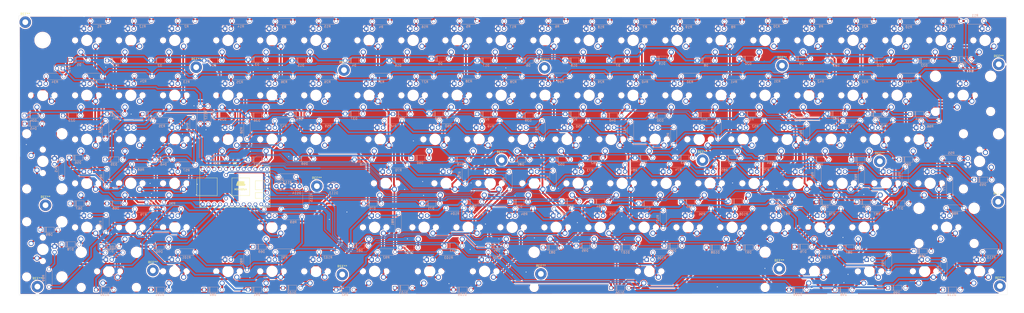
<source format=kicad_pcb>
(kicad_pcb (version 20190905) (host pcbnew "5.99.0-unknown-a18d3cc~86~ubuntu18.04.1")
  (layers (0 "F.Cu" signal) (31 "B.Cu" signal) (34 "B.Paste" user) (35 "F.Paste" user) (36 "B.SilkS" user) (37 "F.SilkS" user) (38 "B.Mask" user) (39 "F.Mask" user) (44 "Edge.Cuts" user))
  (net 0 "")
  (net 1 "ROW7")
  (net 2 "Net-(U1-Pad30)")
  (net 3 "ROW8")
  (net 4 "ROW9")
  (net 5 "COL0")
  (net 6 "ROW5")
  (net 7 "ROW4")
  (net 8 "ROW6")
  (net 9 "COL10")
  (net 10 "COL8")
  (net 11 "Net-(U1-Pad16)")
  (net 12 "COL9")
  (net 13 "COL3")
  (net 14 "COL2")
  (net 15 "COL7")
  (net 16 "COL6")
  (net 17 "COL5")
  (net 18 "COL4")
  (net 19 "COL1")
  (net 20 "ROW3")
  (net 21 "ROW2")
  (net 22 "ROW1")
  (net 23 "ROW0")
  (net 24 "GND")
  (net 25 "Net-(J98-Pad3)")
  (net 26 "Net-(D98-Pad2)")
  (net 27 "Net-(J93-Pad3)")
  (net 28 "Net-(D93-Pad2)")
  (net 29 "Net-(J89-Pad3)")
  (net 30 "Net-(D89-Pad2)")
  (net 31 "Net-(J95-Pad3)")
  (net 32 "Net-(D95-Pad2)")
  (net 33 "Net-(J90-Pad3)")
  (net 34 "Net-(D90-Pad2)")
  (net 35 "Net-(J91-Pad3)")
  (net 36 "Net-(D91-Pad2)")
  (net 37 "Net-(J92-Pad3)")
  (net 38 "Net-(D92-Pad2)")
  (net 39 "Net-(J54-Pad3)")
  (net 40 "Net-(D54-Pad2)")
  (net 41 "Net-(J70-Pad3)")
  (net 42 "Net-(D70-Pad2)")
  (net 43 "Net-(J49-Pad3)")
  (net 44 "Net-(D49-Pad2)")
  (net 45 "Net-(J47-Pad3)")
  (net 46 "Net-(D47-Pad2)")
  (net 47 "Net-(J50-Pad3)")
  (net 48 "Net-(D50-Pad2)")
  (net 49 "Net-(J55-Pad3)")
  (net 50 "Net-(D55-Pad2)")
  (net 51 "Net-(J71-Pad3)")
  (net 52 "Net-(D71-Pad2)")
  (net 53 "Net-(J69-Pad3)")
  (net 54 "Net-(D69-Pad2)")
  (net 55 "Net-(J68-Pad3)")
  (net 56 "Net-(D68-Pad2)")
  (net 57 "Net-(J74-Pad3)")
  (net 58 "Net-(D74-Pad2)")
  (net 59 "Net-(J97-Pad3)")
  (net 60 "Net-(D97-Pad2)")
  (net 61 "Net-(J72-Pad3)")
  (net 62 "Net-(D72-Pad2)")
  (net 63 "Net-(J76-Pad3)")
  (net 64 "Net-(D76-Pad2)")
  (net 65 "Net-(J73-Pad3)")
  (net 66 "Net-(D73-Pad2)")
  (net 67 "Net-(J77-Pad3)")
  (net 68 "Net-(D77-Pad2)")
  (net 69 "Net-(J75-Pad3)")
  (net 70 "Net-(D75-Pad2)")
  (net 71 "Net-(J67-Pad3)")
  (net 72 "Net-(D67-Pad2)")
  (net 73 "Net-(J96-Pad3)")
  (net 74 "Net-(D96-Pad2)")
  (net 75 "Net-(D94-Pad2)")
  (net 76 "Net-(J99-Pad3)")
  (net 77 "Net-(D99-Pad2)")
  (net 78 "Net-(J109-Pad3)")
  (net 79 "Net-(D109-Pad2)")
  (net 80 "Net-(J94-Pad3)")
  (net 81 "Net-(J107-Pad3)")
  (net 82 "Net-(D107-Pad2)")
  (net 83 "Net-(J105-Pad3)")
  (net 84 "Net-(D105-Pad2)")
  (net 85 "Net-(J101-Pad3)")
  (net 86 "Net-(D101-Pad2)")
  (net 87 "Net-(J106-Pad3)")
  (net 88 "Net-(D106-Pad2)")
  (net 89 "Net-(J100-Pad3)")
  (net 90 "Net-(D100-Pad2)")
  (net 91 "Net-(J108-Pad3)")
  (net 92 "Net-(D108-Pad2)")
  (net 93 "Net-(J103-Pad3)")
  (net 94 "Net-(D103-Pad2)")
  (net 95 "Net-(J102-Pad3)")
  (net 96 "Net-(D102-Pad2)")
  (net 97 "Net-(J110-Pad3)")
  (net 98 "Net-(D110-Pad2)")
  (net 99 "Net-(J104-Pad3)")
  (net 100 "Net-(D104-Pad2)")
  (net 101 "Net-(J80-Pad3)")
  (net 102 "Net-(D80-Pad2)")
  (net 103 "Net-(J81-Pad3)")
  (net 104 "Net-(D81-Pad2)")
  (net 105 "Net-(J88-Pad3)")
  (net 106 "Net-(D88-Pad2)")
  (net 107 "Net-(J82-Pad3)")
  (net 108 "Net-(D82-Pad2)")
  (net 109 "Net-(J86-Pad3)")
  (net 110 "Net-(D86-Pad2)")
  (net 111 "Net-(J85-Pad3)")
  (net 112 "Net-(D85-Pad2)")
  (net 113 "Net-(J79-Pad3)")
  (net 114 "Net-(D79-Pad2)")
  (net 115 "Net-(J87-Pad3)")
  (net 116 "Net-(D87-Pad2)")
  (net 117 "Net-(J83-Pad3)")
  (net 118 "Net-(D83-Pad2)")
  (net 119 "Net-(J84-Pad3)")
  (net 120 "Net-(D84-Pad2)")
  (net 121 "Net-(J78-Pad3)")
  (net 122 "Net-(D78-Pad2)")
  (net 123 "Net-(J33-Pad3)")
  (net 124 "Net-(D33-Pad2)")
  (net 125 "Net-(J9-Pad3)")
  (net 126 "Net-(D9-Pad2)")
  (net 127 "Net-(J7-Pad3)")
  (net 128 "Net-(D7-Pad2)")
  (net 129 "Net-(J52-Pad3)")
  (net 130 "Net-(D52-Pad2)")
  (net 131 "Net-(J4-Pad3)")
  (net 132 "Net-(D4-Pad2)")
  (net 133 "Net-(J46-Pad3)")
  (net 134 "Net-(D46-Pad2)")
  (net 135 "Net-(J3-Pad3)")
  (net 136 "Net-(D3-Pad2)")
  (net 137 "Net-(J8-Pad3)")
  (net 138 "Net-(D8-Pad2)")
  (net 139 "Net-(J2-Pad3)")
  (net 140 "Net-(D2-Pad2)")
  (net 141 "Net-(J1-Pad3)")
  (net 142 "Net-(D1-Pad2)")
  (net 143 "Net-(J25-Pad3)")
  (net 144 "Net-(D25-Pad2)")
  (net 145 "Net-(J10-Pad3)")
  (net 146 "Net-(D10-Pad2)")
  (net 147 "Net-(J26-Pad3)")
  (net 148 "Net-(D26-Pad2)")
  (net 149 "Net-(J28-Pad3)")
  (net 150 "Net-(D28-Pad2)")
  (net 151 "Net-(J27-Pad3)")
  (net 152 "Net-(D27-Pad2)")
  (net 153 "Net-(J24-Pad3)")
  (net 154 "Net-(D24-Pad2)")
  (net 155 "Net-(J30-Pad3)")
  (net 156 "Net-(D30-Pad2)")
  (net 157 "Net-(J31-Pad3)")
  (net 158 "Net-(D31-Pad2)")
  (net 159 "Net-(J23-Pad3)")
  (net 160 "Net-(D23-Pad2)")
  (net 161 "Net-(J29-Pad3)")
  (net 162 "Net-(D29-Pad2)")
  (net 163 "Net-(J32-Pad3)")
  (net 164 "Net-(D32-Pad2)")
  (net 165 "Net-(J11-Pad3)")
  (net 166 "Net-(D11-Pad2)")
  (net 167 "Net-(J51-Pad3)")
  (net 168 "Net-(D51-Pad2)")
  (net 169 "Net-(J6-Pad3)")
  (net 170 "Net-(D6-Pad2)")
  (net 171 "Net-(J48-Pad3)")
  (net 172 "Net-(D48-Pad2)")
  (net 173 "Net-(J5-Pad3)")
  (net 174 "Net-(D5-Pad2)")
  (net 175 "Net-(J45-Pad3)")
  (net 176 "Net-(D45-Pad2)")
  (net 177 "Net-(J53-Pad3)")
  (net 178 "Net-(D53-Pad2)")
  (net 179 "Net-(R1-Pad2)")
  (net 180 "Net-(R111-Pad1)")
  (net 181 "Net-(J44-Pad3)")
  (net 182 "Net-(D44-Pad2)")
  (net 183 "Net-(J59-Pad3)")
  (net 184 "Net-(D59-Pad2)")
  (net 185 "Net-(J65-Pad3)")
  (net 186 "Net-(D65-Pad2)")
  (net 187 "Net-(J61-Pad3)")
  (net 188 "Net-(D61-Pad2)")
  (net 189 "Net-(J66-Pad3)")
  (net 190 "Net-(D66-Pad2)")
  (net 191 "Net-(J64-Pad3)")
  (net 192 "Net-(D64-Pad2)")
  (net 193 "Net-(J62-Pad3)")
  (net 194 "Net-(D62-Pad2)")
  (net 195 "Net-(J38-Pad3)")
  (net 196 "Net-(D38-Pad2)")
  (net 197 "Net-(J60-Pad3)")
  (net 198 "Net-(D60-Pad2)")
  (net 199 "Net-(J34-Pad3)")
  (net 200 "Net-(D34-Pad2)")
  (net 201 "Net-(J36-Pad3)")
  (net 202 "Net-(D36-Pad2)")
  (net 203 "Net-(J35-Pad3)")
  (net 204 "Net-(D35-Pad2)")
  (net 205 "Net-(J41-Pad3)")
  (net 206 "Net-(D41-Pad2)")
  (net 207 "Net-(J37-Pad3)")
  (net 208 "Net-(D37-Pad2)")
  (net 209 "Net-(J39-Pad3)")
  (net 210 "Net-(D39-Pad2)")
  (net 211 "Net-(J43-Pad3)")
  (net 212 "Net-(D43-Pad2)")
  (net 213 "Net-(J40-Pad3)")
  (net 214 "Net-(D40-Pad2)")
  (net 215 "Net-(J42-Pad3)")
  (net 216 "Net-(D42-Pad2)")
  (net 217 "Net-(J63-Pad3)")
  (net 218 "Net-(D63-Pad2)")
  (net 219 "Net-(J57-Pad3)")
  (net 220 "Net-(D57-Pad2)")
  (net 221 "Net-(J56-Pad3)")
  (net 222 "Net-(D56-Pad2)")
  (net 223 "Net-(J58-Pad3)")
  (net 224 "Net-(D58-Pad2)")
  (net 225 "Net-(J22-Pad3)")
  (net 226 "Net-(D22-Pad2)")
  (net 227 "Net-(J14-Pad3)")
  (net 228 "Net-(D14-Pad2)")
  (net 229 "Net-(J16-Pad3)")
  (net 230 "Net-(D16-Pad2)")
  (net 231 "Net-(J20-Pad3)")
  (net 232 "Net-(D20-Pad2)")
  (net 233 "Net-(J21-Pad3)")
  (net 234 "Net-(D21-Pad2)")
  (net 235 "Net-(J18-Pad3)")
  (net 236 "Net-(D18-Pad2)")
  (net 237 "Net-(J12-Pad3)")
  (net 238 "Net-(D12-Pad2)")
  (net 239 "Net-(J19-Pad3)")
  (net 240 "Net-(D19-Pad2)")
  (net 241 "Net-(J13-Pad3)")
  (net 242 "Net-(D13-Pad2)")
  (net 243 "Net-(J17-Pad3)")
  (net 244 "Net-(D17-Pad2)")
  (net 245 "Net-(J15-Pad3)")
  (net 246 "Net-(D15-Pad2)")
  (net 247 "Net-(R111-Pad2)")
  (net 248 "Net-(R115-Pad1)")
  (net 249 "Net-(R113-Pad1)")
  (net 250 "Net-(R114-Pad1)")
  (net 251 "Net-(D112-Pad2)")
  (net 252 "Net-(D113-Pad2)")
  (net 253 "Net-(D114-Pad2)")
  (net 254 "Net-(U1-Pad18)")
  (module "Connector_PinSocket_2.54mm:PinSocket_1x02_P2.54mm_Vertical" (layer "B.Cu") (at -35 105 90)
    (fp_text reference "SW1" (at 0 2.77 270) (layer "B.SilkS") (effects (justify mirror)))
    (fp_text value "SW_SPST")
    (pad "2" thru_hole oval (at 0 -2.54 90) (size 1.7 1.7) (drill 1.25) (layers *.Cu *.Mask) (net 179 "Net-(R1-Pad2)"))
    (pad "1" thru_hole rect (at 0 0 90) (size 1.7 1.7) (drill 1.25) (layers *.Cu *.Mask) (net 247 "Net-(R111-Pad2)"))
  )
  (module "bobthebuilder:D_DO-35_SOD27_P7.62mm_Horizontal" (layer "B.Cu") (at 89.69375 181.76875)
    (fp_text reference "D81" (at 3.81 2.12 180) (layer "B.SilkS") (effects (justify mirror)))
    (fp_text value "D")
    (pad "2" thru_hole oval (at 7.62 0) (size 1.6 1.6) (drill 1.25) (layers *.Cu *.Mask) (net 104 "Net-(D81-Pad2)"))
    (pad "1" thru_hole rect (at 0 0) (size 1.6 1.6) (drill 1.25) (layers *.Cu *.Mask) (net 1 "ROW7"))
  )
  (module "bobthebuilder:D_DO-35_SOD27_P7.62mm_Horizontal" (layer "B.Cu") (at 107.95 124.8)
    (fp_text reference "D27" (at 3.81 2.12 180) (layer "B.SilkS") (effects (justify mirror)))
    (fp_text value "D")
    (pad "2" thru_hole oval (at 7.62 0) (size 1.6 1.6) (drill 1.25) (layers *.Cu *.Mask) (net 152 "Net-(D27-Pad2)"))
    (pad "1" thru_hole rect (at 0 0) (size 1.6 1.6) (drill 1.25) (layers *.Cu *.Mask) (net 21 "ROW2"))
  )
  (module "bobthebuilder:D_DO-35_SOD27_P7.62mm_Horizontal" (layer "B.Cu") (at -35.5 181.25)
    (fp_text reference "D78" (at 3.81 2.12 180) (layer "B.SilkS") (effects (justify mirror)))
    (fp_text value "D")
    (pad "2" thru_hole oval (at 7.62 0) (size 1.6 1.6) (drill 1.25) (layers *.Cu *.Mask) (net 122 "Net-(D78-Pad2)"))
    (pad "1" thru_hole rect (at 0 0) (size 1.6 1.6) (drill 1.25) (layers *.Cu *.Mask) (net 1 "ROW7"))
  )
  (module "bobthebuilder:D_DO-35_SOD27_P7.62mm_Horizontal" (layer "B.Cu") (at 30.6 125)
    (fp_text reference "D25" (at 3.81 2.12 180) (layer "B.SilkS") (effects (justify mirror)))
    (fp_text value "D")
    (pad "2" thru_hole oval (at 7.62 0) (size 1.6 1.6) (drill 1.25) (layers *.Cu *.Mask) (net 144 "Net-(D25-Pad2)"))
    (pad "1" thru_hole rect (at 0 0) (size 1.6 1.6) (drill 1.25) (layers *.Cu *.Mask) (net 21 "ROW2"))
  )
  (module "bobthebuilder:D_DO-35_SOD27_P7.62mm_Horizontal" (layer "B.Cu") (at -15.875 124.61875)
    (fp_text reference "D24" (at 3.81 2.12 180) (layer "B.SilkS") (effects (justify mirror)))
    (fp_text value "D")
    (pad "2" thru_hole oval (at 7.62 0) (size 1.6 1.6) (drill 1.25) (layers *.Cu *.Mask) (net 154 "Net-(D24-Pad2)"))
    (pad "1" thru_hole rect (at 0 0) (size 1.6 1.6) (drill 1.25) (layers *.Cu *.Mask) (net 21 "ROW2"))
  )
  (module "bobthebuilder:D_DO-35_SOD27_P7.62mm_Horizontal" (layer "B.Cu") (at 181 162.6)
    (fp_text reference "D73" (at 3.81 2.12 180) (layer "B.SilkS") (effects (justify mirror)))
    (fp_text value "D")
    (pad "2" thru_hole oval (at 7.62 0) (size 1.6 1.6) (drill 1.25) (layers *.Cu *.Mask) (net 66 "Net-(D73-Pad2)"))
    (pad "1" thru_hole rect (at 0 0) (size 1.6 1.6) (drill 1.25) (layers *.Cu *.Mask) (net 8 "ROW6"))
  )
  (module "bobthebuilder:D_DO-35_SOD27_P7.62mm_Horizontal" (layer "B.Cu") (at 63.6 124.8)
    (fp_text reference "D26" (at 3.81 2.12 180) (layer "B.SilkS") (effects (justify mirror)))
    (fp_text value "D")
    (pad "2" thru_hole oval (at 7.62 0) (size 1.6 1.6) (drill 1.25) (layers *.Cu *.Mask) (net 148 "Net-(D26-Pad2)"))
    (pad "1" thru_hole rect (at 0 0) (size 1.6 1.6) (drill 1.25) (layers *.Cu *.Mask) (net 21 "ROW2"))
  )
  (module "bobthebuilder:D_DO-35_SOD27_P7.62mm_Horizontal" (layer "B.Cu") (at 47.25 182.25)
    (fp_text reference "D69" (at 3.81 2.12 180) (layer "B.SilkS") (effects (justify mirror)))
    (fp_text value "D")
    (pad "2" thru_hole oval (at 7.62 0) (size 1.6 1.6) (drill 1.25) (layers *.Cu *.Mask) (net 54 "Net-(D69-Pad2)"))
    (pad "1" thru_hole rect (at 0 0) (size 1.6 1.6) (drill 1.25) (layers *.Cu *.Mask) (net 8 "ROW6"))
  )
  (module "bobthebuilder:D_DO-35_SOD27_P7.62mm_Horizontal" (layer "B.Cu") (at 158.75 162.8)
    (fp_text reference "D72" (at 3.81 2.12 180) (layer "B.SilkS") (effects (justify mirror)))
    (fp_text value "D")
    (pad "2" thru_hole oval (at 7.62 0) (size 1.6 1.6) (drill 1.25) (layers *.Cu *.Mask) (net 62 "Net-(D72-Pad2)"))
    (pad "1" thru_hole rect (at 0 0) (size 1.6 1.6) (drill 1.25) (layers *.Cu *.Mask) (net 8 "ROW6"))
  )
  (module "bobthebuilder:D_DO-35_SOD27_P7.62mm_Horizontal" (layer "B.Cu") (at 281.8 182.25)
    (fp_text reference "D76" (at 3.81 2.12 180) (layer "B.SilkS") (effects (justify mirror)))
    (fp_text value "D")
    (pad "2" thru_hole oval (at 7.62 0) (size 1.6 1.6) (drill 1.25) (layers *.Cu *.Mask) (net 64 "Net-(D76-Pad2)"))
    (pad "1" thru_hole rect (at 0 0) (size 1.6 1.6) (drill 1.25) (layers *.Cu *.Mask) (net 8 "ROW6"))
  )
  (module "bobthebuilder:D_DO-35_SOD27_P7.62mm_Horizontal" (layer "B.Cu") (at 162.71875 125.4125)
    (fp_text reference "D39" (at 3.81 2.12 180) (layer "B.SilkS") (effects (justify mirror)))
    (fp_text value "D")
    (pad "2" thru_hole oval (at 7.62 0) (size 1.6 1.6) (drill 1.25) (layers *.Cu *.Mask) (net 210 "Net-(D39-Pad2)"))
    (pad "1" thru_hole rect (at 0 0) (size 1.6 1.6) (drill 1.25) (layers *.Cu *.Mask) (net 20 "ROW3"))
  )
  (module "bobthebuilder:D_DO-35_SOD27_P7.62mm_Horizontal" (layer "B.Cu") (at 323.6 163.5125)
    (fp_text reference "D77" (at 3.81 2.12 180) (layer "B.SilkS") (effects (justify mirror)))
    (fp_text value "D")
    (pad "2" thru_hole oval (at 7.62 0) (size 1.6 1.6) (drill 1.25) (layers *.Cu *.Mask) (net 68 "Net-(D77-Pad2)"))
    (pad "1" thru_hole rect (at 0 0) (size 1.6 1.6) (drill 1.25) (layers *.Cu *.Mask) (net 8 "ROW6"))
  )
  (module "bobthebuilder:D_DO-35_SOD27_P7.62mm_Horizontal" (layer "B.Cu") (at -15.875 163.5125)
    (fp_text reference "D68" (at 3.81 2.12 180) (layer "B.SilkS") (effects (justify mirror)))
    (fp_text value "D")
    (pad "2" thru_hole oval (at 7.62 0) (size 1.6 1.6) (drill 1.25) (layers *.Cu *.Mask) (net 56 "Net-(D68-Pad2)"))
    (pad "1" thru_hole rect (at 0 0) (size 1.6 1.6) (drill 1.25) (layers *.Cu *.Mask) (net 8 "ROW6"))
  )
  (module "bobthebuilder:D_DO-35_SOD27_P7.62mm_Horizontal" (layer "B.Cu") (at 45.24375 125.4125)
    (fp_text reference "D36" (at 3.81 2.12 180) (layer "B.SilkS") (effects (justify mirror)))
    (fp_text value "D")
    (pad "2" thru_hole oval (at 7.62 0) (size 1.6 1.6) (drill 1.25) (layers *.Cu *.Mask) (net 202 "Net-(D36-Pad2)"))
    (pad "1" thru_hole rect (at 0 0) (size 1.6 1.6) (drill 1.25) (layers *.Cu *.Mask) (net 20 "ROW3"))
  )
  (module "bobthebuilder:D_DO-35_SOD27_P7.62mm_Horizontal" (layer "B.Cu") (at 253.20625 162.6)
    (fp_text reference "D75" (at 3.81 2.12 180) (layer "B.SilkS") (effects (justify mirror)))
    (fp_text value "D")
    (pad "2" thru_hole oval (at 7.62 0) (size 1.6 1.6) (drill 1.25) (layers *.Cu *.Mask) (net 70 "Net-(D75-Pad2)"))
    (pad "1" thru_hole rect (at 0 0) (size 1.6 1.6) (drill 1.25) (layers *.Cu *.Mask) (net 8 "ROW6"))
  )
  (module "bobthebuilder:D_DO-35_SOD27_P7.62mm_Horizontal" (layer "B.Cu") (at 182.5625 124.8)
    (fp_text reference "D29" (at 3.81 2.12 180) (layer "B.SilkS") (effects (justify mirror)))
    (fp_text value "D")
    (pad "2" thru_hole oval (at 7.62 0) (size 1.6 1.6) (drill 1.25) (layers *.Cu *.Mask) (net 162 "Net-(D29-Pad2)"))
    (pad "1" thru_hole rect (at 0 0) (size 1.6 1.6) (drill 1.25) (layers *.Cu *.Mask) (net 21 "ROW2"))
  )
  (module "bobthebuilder:D_DO-35_SOD27_P7.62mm_Horizontal" (layer "B.Cu") (at 257.96875 100.80625)
    (fp_text reference "D20" (at 3.81 2.12 180) (layer "B.SilkS") (effects (justify mirror)))
    (fp_text value "D")
    (pad "2" thru_hole oval (at 7.62 0) (size 1.6 1.6) (drill 1.25) (layers *.Cu *.Mask) (net 232 "Net-(D20-Pad2)"))
    (pad "1" thru_hole rect (at 0 0) (size 1.6 1.6) (drill 1.25) (layers *.Cu *.Mask) (net 22 "ROW1"))
  )
  (module "bobthebuilder:D_DO-35_SOD27_P7.62mm_Horizontal" (layer "B.Cu") (at 26.19375 200.81875)
    (fp_text reference "D80" (at 3.81 2.12 180) (layer "B.SilkS") (effects (justify mirror)))
    (fp_text value "D")
    (pad "2" thru_hole oval (at 7.62 0) (size 1.6 1.6) (drill 1.25) (layers *.Cu *.Mask) (net 102 "Net-(D80-Pad2)"))
    (pad "1" thru_hole rect (at 0 0) (size 1.6 1.6) (drill 1.25) (layers *.Cu *.Mask) (net 1 "ROW7"))
  )
  (module "bobthebuilder:D_DO-35_SOD27_P7.62mm_Horizontal" (layer "B.Cu") (at 173.0375 182.5625)
    (fp_text reference "D83" (at 3.81 2.12 180) (layer "B.SilkS") (effects (justify mirror)))
    (fp_text value "D")
    (pad "2" thru_hole oval (at 7.62 0) (size 1.6 1.6) (drill 1.25) (layers *.Cu *.Mask) (net 118 "Net-(D83-Pad2)"))
    (pad "1" thru_hole rect (at 0 0) (size 1.6 1.6) (drill 1.25) (layers *.Cu *.Mask) (net 1 "ROW7"))
  )
  (module "bobthebuilder:D_DO-35_SOD27_P7.62mm_Horizontal" (layer "B.Cu") (at 26.19375 101.6)
    (fp_text reference "D14" (at 3.81 2.12 180) (layer "B.SilkS") (effects (justify mirror)))
    (fp_text value "D")
    (pad "2" thru_hole oval (at 7.62 0) (size 1.6 1.6) (drill 1.25) (layers *.Cu *.Mask) (net 228 "Net-(D14-Pad2)"))
    (pad "1" thru_hole rect (at 0 0) (size 1.6 1.6) (drill 1.25) (layers *.Cu *.Mask) (net 22 "ROW1"))
  )
  (module "bobthebuilder:D_DO-35_SOD27_P7.62mm_Horizontal" (layer "B.Cu") (at 301.625 182.5625)
    (fp_text reference "D87" (at 3.81 2.12 180) (layer "B.SilkS") (effects (justify mirror)))
    (fp_text value "D")
    (pad "2" thru_hole oval (at 7.62 0) (size 1.6 1.6) (drill 1.25) (layers *.Cu *.Mask) (net 116 "Net-(D87-Pad2)"))
    (pad "1" thru_hole rect (at 0 0) (size 1.6 1.6) (drill 1.25) (layers *.Cu *.Mask) (net 1 "ROW7"))
  )
  (module "bobthebuilder:D_DO-35_SOD27_P7.62mm_Horizontal" (layer "B.Cu") (at 313.53125 124.6)
    (fp_text reference "D33" (at 3.81 2.12 180) (layer "B.SilkS") (effects (justify mirror)))
    (fp_text value "D")
    (pad "2" thru_hole oval (at 7.62 0) (size 1.6 1.6) (drill 1.25) (layers *.Cu *.Mask) (net 124 "Net-(D33-Pad2)"))
    (pad "1" thru_hole rect (at 0 0) (size 1.6 1.6) (drill 1.25) (layers *.Cu *.Mask) (net 21 "ROW2"))
  )
  (module "bobthebuilder:D_DO-35_SOD27_P7.62mm_Horizontal" (layer "B.Cu") (at 333.375 184.15)
    (fp_text reference "D88" (at 3.81 2.12 180) (layer "B.SilkS") (effects (justify mirror)))
    (fp_text value "D")
    (pad "2" thru_hole oval (at 7.62 0) (size 1.6 1.6) (drill 1.25) (layers *.Cu *.Mask) (net 106 "Net-(D88-Pad2)"))
    (pad "1" thru_hole rect (at 0 0) (size 1.6 1.6) (drill 1.25) (layers *.Cu *.Mask) (net 1 "ROW7"))
  )
  (module "bobthebuilder:D_DO-35_SOD27_P7.62mm_Horizontal" (layer "B.Cu") (at 306.3875 144.4625)
    (fp_text reference "D43" (at 3.81 2.12 180) (layer "B.SilkS") (effects (justify mirror)))
    (fp_text value "D")
    (pad "2" thru_hole oval (at 7.62 0) (size 1.6 1.6) (drill 1.25) (layers *.Cu *.Mask) (net 212 "Net-(D43-Pad2)"))
    (pad "1" thru_hole rect (at 0 0) (size 1.6 1.6) (drill 1.25) (layers *.Cu *.Mask) (net 20 "ROW3"))
  )
  (module "bobthebuilder:D_DO-35_SOD27_P7.62mm_Horizontal" (layer "B.Cu") (at -34.925 125.4125)
    (fp_text reference "D23" (at 3.81 2.12 180) (layer "B.SilkS") (effects (justify mirror)))
    (fp_text value "D")
    (pad "2" thru_hole oval (at 7.62 0) (size 1.6 1.6) (drill 1.25) (layers *.Cu *.Mask) (net 160 "Net-(D23-Pad2)"))
    (pad "1" thru_hole rect (at 0 0) (size 1.6 1.6) (drill 1.25) (layers *.Cu *.Mask) (net 21 "ROW2"))
  )
  (module "bobthebuilder:D_DO-35_SOD27_P7.62mm_Horizontal" (layer "B.Cu") (at 259 124.8)
    (fp_text reference "D31" (at 3.81 2.12 180) (layer "B.SilkS") (effects (justify mirror)))
    (fp_text value "D")
    (pad "2" thru_hole oval (at 7.62 0) (size 1.6 1.6) (drill 1.25) (layers *.Cu *.Mask) (net 158 "Net-(D31-Pad2)"))
    (pad "1" thru_hole rect (at 0 0) (size 1.6 1.6) (drill 1.25) (layers *.Cu *.Mask) (net 21 "ROW2"))
  )
  (module "bobthebuilder:D_DO-35_SOD27_P7.62mm_Horizontal" (layer "B.Cu") (at 219.86875 125.4125)
    (fp_text reference "D30" (at 3.81 2.12 180) (layer "B.SilkS") (effects (justify mirror)))
    (fp_text value "D")
    (pad "2" thru_hole oval (at 7.62 0) (size 1.6 1.6) (drill 1.25) (layers *.Cu *.Mask) (net 156 "Net-(D30-Pad2)"))
    (pad "1" thru_hole rect (at 0 0) (size 1.6 1.6) (drill 1.25) (layers *.Cu *.Mask) (net 21 "ROW2"))
  )
  (module "bobthebuilder:D_DO-35_SOD27_P7.62mm_Horizontal" (layer "B.Cu") (at 272.25625 162.71875)
    (fp_text reference "D86" (at 3.81 2.12 180) (layer "B.SilkS") (effects (justify mirror)))
    (fp_text value "D")
    (pad "2" thru_hole oval (at 7.62 0) (size 1.6 1.6) (drill 1.25) (layers *.Cu *.Mask) (net 110 "Net-(D86-Pad2)"))
    (pad "1" thru_hole rect (at 0 0) (size 1.6 1.6) (drill 1.25) (layers *.Cu *.Mask) (net 1 "ROW7"))
  )
  (module "bobthebuilder:D_DO-35_SOD27_P7.62mm_Horizontal" (layer "B.Cu") (at 232.6 162.8)
    (fp_text reference "D85" (at 3.81 2.12 180) (layer "B.SilkS") (effects (justify mirror)))
    (fp_text value "D")
    (pad "2" thru_hole oval (at 7.62 0) (size 1.6 1.6) (drill 1.25) (layers *.Cu *.Mask) (net 112 "Net-(D85-Pad2)"))
    (pad "1" thru_hole rect (at 0 0) (size 1.6 1.6) (drill 1.25) (layers *.Cu *.Mask) (net 1 "ROW7"))
  )
  (module "bobthebuilder:D_DO-35_SOD27_P7.62mm_Horizontal" (layer "B.Cu") (at 295.98 124.6)
    (fp_text reference "D32" (at 3.81 2.12 180) (layer "B.SilkS") (effects (justify mirror)))
    (fp_text value "D")
    (pad "2" thru_hole oval (at 7.62 0) (size 1.6 1.6) (drill 1.25) (layers *.Cu *.Mask) (net 164 "Net-(D32-Pad2)"))
    (pad "1" thru_hole rect (at 0 0) (size 1.6 1.6) (drill 1.25) (layers *.Cu *.Mask) (net 21 "ROW2"))
  )
  (module "bobthebuilder:D_DO-35_SOD27_P7.62mm_Horizontal" (layer "B.Cu") (at 138.90625 162.71875)
    (fp_text reference "D82" (at 3.81 2.12 180) (layer "B.SilkS") (effects (justify mirror)))
    (fp_text value "D")
    (pad "2" thru_hole oval (at 7.62 0) (size 1.6 1.6) (drill 1.25) (layers *.Cu *.Mask) (net 108 "Net-(D82-Pad2)"))
    (pad "1" thru_hole rect (at 0 0) (size 1.6 1.6) (drill 1.25) (layers *.Cu *.Mask) (net 1 "ROW7"))
  )
  (module "bobthebuilder:D_DO-35_SOD27_P7.62mm_Horizontal" (layer "B.Cu") (at 144.4625 124.8)
    (fp_text reference "D28" (at 3.81 2.12 180) (layer "B.SilkS") (effects (justify mirror)))
    (fp_text value "D")
    (pad "2" thru_hole oval (at 7.62 0) (size 1.6 1.6) (drill 1.25) (layers *.Cu *.Mask) (net 150 "Net-(D28-Pad2)"))
    (pad "1" thru_hole rect (at 0 0) (size 1.6 1.6) (drill 1.25) (layers *.Cu *.Mask) (net 21 "ROW2"))
  )
  (module "bobthebuilder:D_DO-35_SOD27_P7.62mm_Horizontal" (layer "B.Cu") (at -18.25625 182)
    (fp_text reference "D79" (at 3.81 2.12 180) (layer "B.SilkS") (effects (justify mirror)))
    (fp_text value "D")
    (pad "2" thru_hole oval (at 7.62 0) (size 1.6 1.6) (drill 1.25) (layers *.Cu *.Mask) (net 114 "Net-(D79-Pad2)"))
    (pad "1" thru_hole rect (at 0 0) (size 1.6 1.6) (drill 1.25) (layers *.Cu *.Mask) (net 1 "ROW7"))
  )
  (module "bobthebuilder:D_DO-35_SOD27_P7.62mm_Horizontal" (layer "B.Cu") (at 267.49375 143.8)
    (fp_text reference "D64" (at 3.81 2.12 180) (layer "B.SilkS") (effects (justify mirror)))
    (fp_text value "D")
    (pad "2" thru_hole oval (at 7.62 0) (size 1.6 1.6) (drill 1.25) (layers *.Cu *.Mask) (net 192 "Net-(D64-Pad2)"))
    (pad "1" thru_hole rect (at 0 0) (size 1.6 1.6) (drill 1.25) (layers *.Cu *.Mask) (net 6 "ROW5"))
  )
  (module "bobthebuilder:D_DO-35_SOD27_P7.62mm_Horizontal" (layer "B.Cu") (at -51.55 128.95)
    (fp_text reference "D45" (at 3.81 2.12 180) (layer "B.SilkS") (effects (justify mirror)))
    (fp_text value "D")
    (pad "2" thru_hole oval (at 7.62 0) (size 1.6 1.6) (drill 1.25) (layers *.Cu *.Mask) (net 176 "Net-(D45-Pad2)"))
    (pad "1" thru_hole rect (at 0 0) (size 1.6 1.6) (drill 1.25) (layers *.Cu *.Mask) (net 7 "ROW4"))
  )
  (module "bobthebuilder:D_DO-35_SOD27_P7.62mm_Horizontal" (layer "B.Cu") (at 250.825 143.8)
    (fp_text reference "D52" (at 3.81 2.12 180) (layer "B.SilkS") (effects (justify mirror)))
    (fp_text value "D")
    (pad "2" thru_hole oval (at 7.62 0) (size 1.6 1.6) (drill 1.25) (layers *.Cu *.Mask) (net 130 "Net-(D52-Pad2)"))
    (pad "1" thru_hole rect (at 0 0) (size 1.6 1.6) (drill 1.25) (layers *.Cu *.Mask) (net 7 "ROW4"))
  )
  (module "bobthebuilder:D_DO-35_SOD27_P7.62mm_Horizontal" (layer "B.Cu") (at 28.13 144)
    (fp_text reference "D58" (at 3.81 2.12 180) (layer "B.SilkS") (effects (justify mirror)))
    (fp_text value "D")
    (pad "2" thru_hole oval (at 7.62 0) (size 1.6 1.6) (drill 1.25) (layers *.Cu *.Mask) (net 224 "Net-(D58-Pad2)"))
    (pad "1" thru_hole rect (at 0 0) (size 1.6 1.6) (drill 1.25) (layers *.Cu *.Mask) (net 6 "ROW5"))
  )
  (module "bobthebuilder:D_DO-35_SOD27_P7.62mm_Horizontal" (layer "B.Cu") (at 327.025 144.4625)
    (fp_text reference "D66" (at 3.81 2.12 180) (layer "B.SilkS") (effects (justify mirror)))
    (fp_text value "D")
    (pad "2" thru_hole oval (at 7.62 0) (size 1.6 1.6) (drill 1.25) (layers *.Cu *.Mask) (net 190 "Net-(D66-Pad2)"))
    (pad "1" thru_hole rect (at 0 0) (size 1.6 1.6) (drill 1.25) (layers *.Cu *.Mask) (net 6 "ROW5"))
  )
  (module "bobthebuilder:D_DO-35_SOD27_P7.62mm_Horizontal" (layer "B.Cu") (at 177.00625 144.4625)
    (fp_text reference "D50" (at 3.81 2.12 180) (layer "B.SilkS") (effects (justify mirror)))
    (fp_text value "D")
    (pad "2" thru_hole oval (at 7.62 0) (size 1.6 1.6) (drill 1.25) (layers *.Cu *.Mask) (net 48 "Net-(D50-Pad2)"))
    (pad "1" thru_hole rect (at 0 0) (size 1.6 1.6) (drill 1.25) (layers *.Cu *.Mask) (net 7 "ROW4"))
  )
  (module "bobthebuilder:D_DO-35_SOD27_P7.62mm_Horizontal" (layer "B.Cu") (at 133.35 144.4625)
    (fp_text reference "D49" (at 3.81 2.12 180) (layer "B.SilkS") (effects (justify mirror)))
    (fp_text value "D")
    (pad "2" thru_hole oval (at 7.62 0) (size 1.6 1.6) (drill 1.25) (layers *.Cu *.Mask) (net 44 "Net-(D49-Pad2)"))
    (pad "1" thru_hole rect (at 0 0) (size 1.6 1.6) (drill 1.25) (layers *.Cu *.Mask) (net 7 "ROW4"))
  )
  (module "bobthebuilder:D_DO-35_SOD27_P7.62mm_Horizontal" (layer "B.Cu") (at 193.675 162.71875)
    (fp_text reference "D84" (at 3.81 2.12 180) (layer "B.SilkS") (effects (justify mirror)))
    (fp_text value "D")
    (pad "2" thru_hole oval (at 7.62 0) (size 1.6 1.6) (drill 1.25) (layers *.Cu *.Mask) (net 120 "Net-(D84-Pad2)"))
    (pad "1" thru_hole rect (at 0 0) (size 1.6 1.6) (drill 1.25) (layers *.Cu *.Mask) (net 1 "ROW7"))
  )
  (module "bobthebuilder:D_DO-35_SOD27_P7.62mm_Horizontal" (layer "B.Cu") (at 45.24375 144.4625)
    (fp_text reference "D47" (at 3.81 2.12 180) (layer "B.SilkS") (effects (justify mirror)))
    (fp_text value "D")
    (pad "2" thru_hole oval (at 7.62 0) (size 1.6 1.6) (drill 1.25) (layers *.Cu *.Mask) (net 46 "Net-(D47-Pad2)"))
    (pad "1" thru_hole rect (at 0 0) (size 1.6 1.6) (drill 1.25) (layers *.Cu *.Mask) (net 7 "ROW4"))
  )
  (module "bobthebuilder:D_DO-35_SOD27_P7.62mm_Horizontal" (layer "B.Cu") (at 230.1875 143.66875)
    (fp_text reference "D63" (at 3.81 2.12 180) (layer "B.SilkS") (effects (justify mirror)))
    (fp_text value "D")
    (pad "2" thru_hole oval (at 7.62 0) (size 1.6 1.6) (drill 1.25) (layers *.Cu *.Mask) (net 218 "Net-(D63-Pad2)"))
    (pad "1" thru_hole rect (at 0 0) (size 1.6 1.6) (drill 1.25) (layers *.Cu *.Mask) (net 6 "ROW5"))
  )
  (module "bobthebuilder:D_DO-35_SOD27_P7.62mm_Horizontal" (layer "B.Cu") (at 159.5 144.4625)
    (fp_text reference "D61" (at 3.81 2.12 180) (layer "B.SilkS") (effects (justify mirror)))
    (fp_text value "D")
    (pad "2" thru_hole oval (at 7.62 0) (size 1.6 1.6) (drill 1.25) (layers *.Cu *.Mask) (net 188 "Net-(D61-Pad2)"))
    (pad "1" thru_hole rect (at 0 0) (size 1.6 1.6) (drill 1.25) (layers *.Cu *.Mask) (net 6 "ROW5"))
  )
  (module "bobthebuilder:D_DO-35_SOD27_P7.62mm_Horizontal" (layer "B.Cu") (at 65.88125 144.2)
    (fp_text reference "D59" (at 3.81 2.12 180) (layer "B.SilkS") (effects (justify mirror)))
    (fp_text value "D")
    (pad "2" thru_hole oval (at 7.62 0) (size 1.6 1.6) (drill 1.25) (layers *.Cu *.Mask) (net 184 "Net-(D59-Pad2)"))
    (pad "1" thru_hole rect (at 0 0) (size 1.6 1.6) (drill 1.25) (layers *.Cu *.Mask) (net 6 "ROW5"))
  )
  (module "bobthebuilder:D_DO-35_SOD27_P7.62mm_Horizontal" (layer "B.Cu") (at 291.30625 162.8)
    (fp_text reference "D65" (at 3.81 2.12 180) (layer "B.SilkS") (effects (justify mirror)))
    (fp_text value "D")
    (pad "2" thru_hole oval (at 7.62 0) (size 1.6 1.6) (drill 1.25) (layers *.Cu *.Mask) (net 186 "Net-(D65-Pad2)"))
    (pad "1" thru_hole rect (at 0 0) (size 1.6 1.6) (drill 1.25) (layers *.Cu *.Mask) (net 6 "ROW5"))
  )
  (module "bobthebuilder:D_DO-35_SOD27_P7.62mm_Horizontal" (layer "B.Cu") (at 288.925 144.4625)
    (fp_text reference "D53" (at 3.81 2.12 180) (layer "B.SilkS") (effects (justify mirror)))
    (fp_text value "D")
    (pad "2" thru_hole oval (at 7.62 0) (size 1.6 1.6) (drill 1.25) (layers *.Cu *.Mask) (net 178 "Net-(D53-Pad2)"))
    (pad "1" thru_hole rect (at 0 0) (size 1.6 1.6) (drill 1.25) (layers *.Cu *.Mask) (net 7 "ROW4"))
  )
  (module "bobthebuilder:D_DO-35_SOD27_P7.62mm_Horizontal" (layer "B.Cu") (at 191.29375 143.8)
    (fp_text reference "D62" (at 3.81 2.12 180) (layer "B.SilkS") (effects (justify mirror)))
    (fp_text value "D")
    (pad "2" thru_hole oval (at 7.62 0) (size 1.6 1.6) (drill 1.25) (layers *.Cu *.Mask) (net 194 "Net-(D62-Pad2)"))
    (pad "1" thru_hole rect (at 0 0) (size 1.6 1.6) (drill 1.25) (layers *.Cu *.Mask) (net 6 "ROW5"))
  )
  (module "bobthebuilder:D_DO-35_SOD27_P7.62mm_Horizontal" (layer "B.Cu") (at 115.8875 143.8)
    (fp_text reference "D60" (at 3.81 2.12 180) (layer "B.SilkS") (effects (justify mirror)))
    (fp_text value "D")
    (pad "2" thru_hole oval (at 7.62 0) (size 1.6 1.6) (drill 1.25) (layers *.Cu *.Mask) (net 198 "Net-(D60-Pad2)"))
    (pad "1" thru_hole rect (at 0 0) (size 1.6 1.6) (drill 1.25) (layers *.Cu *.Mask) (net 6 "ROW5"))
  )
  (module "bobthebuilder:D_DO-35_SOD27_P7.62mm_Horizontal" (layer "B.Cu") (at 1.2 163)
    (fp_text reference "D57" (at 3.81 2.12 180) (layer "B.SilkS") (effects (justify mirror)))
    (fp_text value "D")
    (pad "2" thru_hole oval (at 7.62 0) (size 1.6 1.6) (drill 1.25) (layers *.Cu *.Mask) (net 220 "Net-(D57-Pad2)"))
    (pad "1" thru_hole rect (at 0 0) (size 1.6 1.6) (drill 1.25) (layers *.Cu *.Mask) (net 6 "ROW5"))
  )
  (module "bobthebuilder:D_DO-35_SOD27_P7.62mm_Horizontal" (layer "B.Cu") (at 214.3125 163.5125)
    (fp_text reference "D74" (at 3.81 2.12 180) (layer "B.SilkS") (effects (justify mirror)))
    (fp_text value "D")
    (pad "2" thru_hole oval (at 7.62 0) (size 1.6 1.6) (drill 1.25) (layers *.Cu *.Mask) (net 58 "Net-(D74-Pad2)"))
    (pad "1" thru_hole rect (at 0 0) (size 1.6 1.6) (drill 1.25) (layers *.Cu *.Mask) (net 8 "ROW6"))
  )
  (module "bobthebuilder:D_DO-35_SOD27_P7.62mm_Horizontal" (layer "B.Cu") (at 279.4 125.4125)
    (fp_text reference "D42" (at 3.81 2.12 180) (layer "B.SilkS") (effects (justify mirror)))
    (fp_text value "D")
    (pad "2" thru_hole oval (at 7.62 0) (size 1.6 1.6) (drill 1.25) (layers *.Cu *.Mask) (net 216 "Net-(D42-Pad2)"))
    (pad "1" thru_hole rect (at 0 0) (size 1.6 1.6) (drill 1.25) (layers *.Cu *.Mask) (net 20 "ROW3"))
  )
  (module "bobthebuilder:D_DO-35_SOD27_P7.62mm_Horizontal" (layer "B.Cu") (at 120.65 163.5125)
    (fp_text reference "D71" (at 3.81 2.12 180) (layer "B.SilkS") (effects (justify mirror)))
    (fp_text value "D")
    (pad "2" thru_hole oval (at 7.62 0) (size 1.6 1.6) (drill 1.25) (layers *.Cu *.Mask) (net 52 "Net-(D71-Pad2)"))
    (pad "1" thru_hole rect (at 0 0) (size 1.6 1.6) (drill 1.25) (layers *.Cu *.Mask) (net 8 "ROW6"))
  )
  (module "bobthebuilder:D_DO-35_SOD27_P7.62mm_Horizontal" (layer "B.Cu") (at 238.91875 125.2)
    (fp_text reference "D41" (at 3.81 2.12 180) (layer "B.SilkS") (effects (justify mirror)))
    (fp_text value "D")
    (pad "2" thru_hole oval (at 7.62 0) (size 1.6 1.6) (drill 1.25) (layers *.Cu *.Mask) (net 206 "Net-(D41-Pad2)"))
    (pad "1" thru_hole rect (at 0 0) (size 1.6 1.6) (drill 1.25) (layers *.Cu *.Mask) (net 20 "ROW3"))
  )
  (module "bobthebuilder:D_DO-35_SOD27_P7.62mm_Horizontal" (layer "B.Cu") (at 95.25 163.5125)
    (fp_text reference "D70" (at 3.81 2.12 180) (layer "B.SilkS") (effects (justify mirror)))
    (fp_text value "D")
    (pad "2" thru_hole oval (at 7.62 0) (size 1.6 1.6) (drill 1.25) (layers *.Cu *.Mask) (net 42 "Net-(D70-Pad2)"))
    (pad "1" thru_hole rect (at 0 0) (size 1.6 1.6) (drill 1.25) (layers *.Cu *.Mask) (net 8 "ROW6"))
  )
  (module "bobthebuilder:D_DO-35_SOD27_P7.62mm_Horizontal" (layer "B.Cu") (at -31.75 163.5125)
    (fp_text reference "D67" (at 3.81 2.12 180) (layer "B.SilkS") (effects (justify mirror)))
    (fp_text value "D")
    (pad "2" thru_hole oval (at 7.62 0) (size 1.6 1.6) (drill 1.25) (layers *.Cu *.Mask) (net 72 "Net-(D67-Pad2)"))
    (pad "1" thru_hole rect (at 0 0) (size 1.6 1.6) (drill 1.25) (layers *.Cu *.Mask) (net 8 "ROW6"))
  )
  (module "bobthebuilder:D_DO-35_SOD27_P7.62mm_Horizontal" (layer "B.Cu") (at 199.23125 125.4125)
    (fp_text reference "D40" (at 3.81 2.12 180) (layer "B.SilkS") (effects (justify mirror)))
    (fp_text value "D")
    (pad "2" thru_hole oval (at 7.62 0) (size 1.6 1.6) (drill 1.25) (layers *.Cu *.Mask) (net 214 "Net-(D40-Pad2)"))
    (pad "1" thru_hole rect (at 0 0) (size 1.6 1.6) (drill 1.25) (layers *.Cu *.Mask) (net 20 "ROW3"))
  )
  (module "bobthebuilder:D_DO-35_SOD27_P7.62mm_Horizontal" (layer "B.Cu") (at 308.76875 162.8)
    (fp_text reference "D54" (at 3.81 2.12 180) (layer "B.SilkS") (effects (justify mirror)))
    (fp_text value "D")
    (pad "2" thru_hole oval (at 7.62 0) (size 1.6 1.6) (drill 1.25) (layers *.Cu *.Mask) (net 40 "Net-(D54-Pad2)"))
    (pad "1" thru_hole rect (at 0 0) (size 1.6 1.6) (drill 1.25) (layers *.Cu *.Mask) (net 7 "ROW4"))
  )
  (module "bobthebuilder:D_DO-35_SOD27_P7.62mm_Horizontal" (layer "B.Cu") (at -16.66875 144.4625)
    (fp_text reference "D35" (at 3.81 2.12 180) (layer "B.SilkS") (effects (justify mirror)))
    (fp_text value "D")
    (pad "2" thru_hole oval (at 7.62 0) (size 1.6 1.6) (drill 1.25) (layers *.Cu *.Mask) (net 204 "Net-(D35-Pad2)"))
    (pad "1" thru_hole rect (at 0 0) (size 1.6 1.6) (drill 1.25) (layers *.Cu *.Mask) (net 20 "ROW3"))
  )
  (module "bobthebuilder:D_DO-35_SOD27_P7.62mm_Horizontal" (layer "B.Cu") (at 123.7 124.6)
    (fp_text reference "D38" (at 3.81 2.12 180) (layer "B.SilkS") (effects (justify mirror)))
    (fp_text value "D")
    (pad "2" thru_hole oval (at 7.62 0) (size 1.6 1.6) (drill 1.25) (layers *.Cu *.Mask) (net 196 "Net-(D38-Pad2)"))
    (pad "1" thru_hole rect (at 0 0) (size 1.6 1.6) (drill 1.25) (layers *.Cu *.Mask) (net 20 "ROW3"))
  )
  (module "bobthebuilder:D_DO-35_SOD27_P7.62mm_Horizontal" (layer "B.Cu") (at -51.59375 125.4125)
    (fp_text reference "D34" (at 3.81 2.12 180) (layer "B.SilkS") (effects (justify mirror)))
    (fp_text value "D")
    (pad "2" thru_hole oval (at 7.62 0) (size 1.6 1.6) (drill 1.25) (layers *.Cu *.Mask) (net 200 "Net-(D34-Pad2)"))
    (pad "1" thru_hole rect (at 0 0) (size 1.6 1.6) (drill 1.25) (layers *.Cu *.Mask) (net 20 "ROW3"))
  )
  (module "bobthebuilder:D_DO-35_SOD27_P7.62mm_Horizontal" (layer "B.Cu") (at 331.7875 124.8)
    (fp_text reference "D44" (at 3.81 2.12 180) (layer "B.SilkS") (effects (justify mirror)))
    (fp_text value "D")
    (pad "2" thru_hole oval (at 7.62 0) (size 1.6 1.6) (drill 1.25) (layers *.Cu *.Mask) (net 182 "Net-(D44-Pad2)"))
    (pad "1" thru_hole rect (at 0 0) (size 1.6 1.6) (drill 1.25) (layers *.Cu *.Mask) (net 20 "ROW3"))
  )
  (module "bobthebuilder:D_DO-35_SOD27_P7.62mm_Horizontal" (layer "B.Cu") (at 4.7625 144.4625)
    (fp_text reference "D46" (at 3.81 2.12 180) (layer "B.SilkS") (effects (justify mirror)))
    (fp_text value "D")
    (pad "2" thru_hole oval (at 7.62 0) (size 1.6 1.6) (drill 1.25) (layers *.Cu *.Mask) (net 134 "Net-(D46-Pad2)"))
    (pad "1" thru_hole rect (at 0 0) (size 1.6 1.6) (drill 1.25) (layers *.Cu *.Mask) (net 7 "ROW4"))
  )
  (module "bobthebuilder:D_DO-35_SOD27_P7.62mm_Horizontal" (layer "B.Cu") (at -32.25 143.66875)
    (fp_text reference "D56" (at 3.81 2.12 180) (layer "B.SilkS") (effects (justify mirror)))
    (fp_text value "D")
    (pad "2" thru_hole oval (at 7.62 0) (size 1.6 1.6) (drill 1.25) (layers *.Cu *.Mask) (net 222 "Net-(D56-Pad2)"))
    (pad "1" thru_hole rect (at 0 0) (size 1.6 1.6) (drill 1.25) (layers *.Cu *.Mask) (net 6 "ROW5"))
  )
  (module "bobthebuilder:D_DO-35_SOD27_P7.62mm_Horizontal" (layer "B.Cu") (at 212.725 143.66875)
    (fp_text reference "D51" (at 3.81 2.12 180) (layer "B.SilkS") (effects (justify mirror)))
    (fp_text value "D")
    (pad "2" thru_hole oval (at 7.62 0) (size 1.6 1.6) (drill 1.25) (layers *.Cu *.Mask) (net 168 "Net-(D51-Pad2)"))
    (pad "1" thru_hole rect (at 0 0) (size 1.6 1.6) (drill 1.25) (layers *.Cu *.Mask) (net 7 "ROW4"))
  )
  (module "bobthebuilder:D_DO-35_SOD27_P7.62mm_Horizontal" (layer "B.Cu") (at 91.28125 144.4625)
    (fp_text reference "D48" (at 3.81 2.12 180) (layer "B.SilkS") (effects (justify mirror)))
    (fp_text value "D")
    (pad "2" thru_hole oval (at 7.62 0) (size 1.6 1.6) (drill 1.25) (layers *.Cu *.Mask) (net 172 "Net-(D48-Pad2)"))
    (pad "1" thru_hole rect (at 0 0) (size 1.6 1.6) (drill 1.25) (layers *.Cu *.Mask) (net 7 "ROW4"))
  )
  (module "bobthebuilder:D_DO-35_SOD27_P7.62mm_Horizontal" (layer "B.Cu") (at 87.3125 124.61875)
    (fp_text reference "D37" (at 3.81 2.12 180) (layer "B.SilkS") (effects (justify mirror)))
    (fp_text value "D")
    (pad "2" thru_hole oval (at 7.62 0) (size 1.6 1.6) (drill 1.25) (layers *.Cu *.Mask) (net 208 "Net-(D37-Pad2)"))
    (pad "1" thru_hole rect (at 0 0) (size 1.6 1.6) (drill 1.25) (layers *.Cu *.Mask) (net 20 "ROW3"))
  )
  (module "bobthebuilder:D_DO-35_SOD27_P7.62mm_Horizontal" (layer "B.Cu") (at 204.7875 182.5625)
    (fp_text reference "D107" (at 3.81 2.12 180) (layer "B.SilkS") (effects (justify mirror)))
    (fp_text value "D")
    (pad "2" thru_hole oval (at 7.62 0) (size 1.6 1.6) (drill 1.25) (layers *.Cu *.Mask) (net 82 "Net-(D107-Pad2)"))
    (pad "1" thru_hole rect (at 0 0) (size 1.6 1.6) (drill 1.25) (layers *.Cu *.Mask) (net 4 "ROW9"))
  )
  (module "bobthebuilder:D_DO-35_SOD27_P7.62mm_Horizontal" (layer "B.Cu") (at 134.14375 200.81875)
    (fp_text reference "D105" (at 3.81 2.12 180) (layer "B.SilkS") (effects (justify mirror)))
    (fp_text value "D")
    (pad "2" thru_hole oval (at 7.62 0) (size 1.6 1.6) (drill 1.25) (layers *.Cu *.Mask) (net 84 "Net-(D105-Pad2)"))
    (pad "1" thru_hole rect (at 0 0) (size 1.6 1.6) (drill 1.25) (layers *.Cu *.Mask) (net 4 "ROW9"))
  )
  (module "bobthebuilder:D_DO-35_SOD27_P7.62mm_Horizontal" (layer "B.Cu") (at 3.175 101.6)
    (fp_text reference "D2" (at 3.81 2.12 180) (layer "B.SilkS") (effects (justify mirror)))
    (fp_text value "D")
    (pad "2" thru_hole oval (at 7.62 0) (size 1.6 1.6) (drill 1.25) (layers *.Cu *.Mask) (net 140 "Net-(D2-Pad2)"))
    (pad "1" thru_hole rect (at 0 0) (size 1.6 1.6) (drill 1.25) (layers *.Cu *.Mask) (net 23 "ROW0"))
  )
  (module "bobthebuilder:D_DO-35_SOD27_P7.62mm_Horizontal" (layer "B.Cu") (at 279.4 200.81875)
    (fp_text reference "D109" (at 3.81 2.12 180) (layer "B.SilkS") (effects (justify mirror)))
    (fp_text value "D")
    (pad "2" thru_hole oval (at 7.62 0) (size 1.6 1.6) (drill 1.25) (layers *.Cu *.Mask) (net 79 "Net-(D109-Pad2)"))
    (pad "1" thru_hole rect (at 0 0) (size 1.6 1.6) (drill 1.25) (layers *.Cu *.Mask) (net 4 "ROW9"))
  )
  (module "bobthebuilder:D_DO-35_SOD27_P7.62mm_Horizontal" (layer "B.Cu") (at 296.06875 101.6)
    (fp_text reference "D21" (at 3.81 2.12 180) (layer "B.SilkS") (effects (justify mirror)))
    (fp_text value "D")
    (pad "2" thru_hole oval (at 7.62 0) (size 1.6 1.6) (drill 1.25) (layers *.Cu *.Mask) (net 234 "Net-(D21-Pad2)"))
    (pad "1" thru_hole rect (at 0 0) (size 1.6 1.6) (drill 1.25) (layers *.Cu *.Mask) (net 22 "ROW1"))
  )
  (module "bobthebuilder:D_DO-35_SOD27_P7.62mm_Horizontal" (layer "B.Cu") (at 350.8375 101)
    (fp_text reference "D11" (at 3.81 2.12 180) (layer "B.SilkS") (effects (justify mirror)))
    (fp_text value "D")
    (pad "2" thru_hole oval (at 7.62 0) (size 1.6 1.6) (drill 1.25) (layers *.Cu *.Mask) (net 166 "Net-(D11-Pad2)"))
    (pad "1" thru_hole rect (at 0 0) (size 1.6 1.6) (drill 1.25) (layers *.Cu *.Mask) (net 23 "ROW0"))
  )
  (module "bobthebuilder:D_DO-35_SOD27_P7.62mm_Horizontal" (layer "B.Cu") (at 3 182.25)
    (fp_text reference "D90" (at 3.81 2.12 180) (layer "B.SilkS") (effects (justify mirror)))
    (fp_text value "D")
    (pad "2" thru_hole oval (at 7.62 0) (size 1.6 1.6) (drill 1.25) (layers *.Cu *.Mask) (net 34 "Net-(D90-Pad2)"))
    (pad "1" thru_hole rect (at 0 0) (size 1.6 1.6) (drill 1.25) (layers *.Cu *.Mask) (net 3 "ROW8"))
  )
  (module "bobthebuilder:D_DO-35_SOD27_P7.62mm_Horizontal" (layer "B.Cu") (at 322.2625 200.025)
    (fp_text reference "D99" (at 3.81 2.12 180) (layer "B.SilkS") (effects (justify mirror)))
    (fp_text value "D")
    (pad "2" thru_hole oval (at 7.62 0) (size 1.6 1.6) (drill 1.25) (layers *.Cu *.Mask) (net 77 "Net-(D99-Pad2)"))
    (pad "1" thru_hole rect (at 0 0) (size 1.6 1.6) (drill 1.25) (layers *.Cu *.Mask) (net 3 "ROW8"))
  )
  (module "bobthebuilder:D_DO-35_SOD27_P7.62mm_Horizontal" (layer "B.Cu") (at 346.075 200.81875)
    (fp_text reference "D110" (at 3.81 2.12 180) (layer "B.SilkS") (effects (justify mirror)))
    (fp_text value "D")
    (pad "2" thru_hole oval (at 7.62 0) (size 1.6 1.6) (drill 1.25) (layers *.Cu *.Mask) (net 98 "Net-(D110-Pad2)"))
    (pad "1" thru_hole rect (at 0 0) (size 1.6 1.6) (drill 1.25) (layers *.Cu *.Mask) (net 4 "ROW9"))
  )
  (module "bobthebuilder:D_DO-35_SOD27_P7.62mm_Horizontal" (layer "B.Cu") (at 3.175 200.81875)
    (fp_text reference "D101" (at 3.81 2.12 180) (layer "B.SilkS") (effects (justify mirror)))
    (fp_text value "D")
    (pad "2" thru_hole oval (at 7.62 0) (size 1.6 1.6) (drill 1.25) (layers *.Cu *.Mask) (net 86 "Net-(D101-Pad2)"))
    (pad "1" thru_hole rect (at 0 0) (size 1.6 1.6) (drill 1.25) (layers *.Cu *.Mask) (net 4 "ROW9"))
  )
  (module "bobthebuilder:D_DO-35_SOD27_P7.62mm_Horizontal" (layer "B.Cu") (at 220.6625 100.80625)
    (fp_text reference "D19" (at 3.81 2.12 180) (layer "B.SilkS") (effects (justify mirror)))
    (fp_text value "D")
    (pad "2" thru_hole oval (at 7.62 0) (size 1.6 1.6) (drill 1.25) (layers *.Cu *.Mask) (net 240 "Net-(D19-Pad2)"))
    (pad "1" thru_hole rect (at 0 0) (size 1.6 1.6) (drill 1.25) (layers *.Cu *.Mask) (net 22 "ROW1"))
  )
  (module "bobthebuilder:D_DO-35_SOD27_P7.62mm_Horizontal" (layer "B.Cu") (at 111.125 182.5625)
    (fp_text reference "D104" (at 3.81 2.12 180) (layer "B.SilkS") (effects (justify mirror)))
    (fp_text value "D")
    (pad "2" thru_hole oval (at 7.62 0) (size 1.6 1.6) (drill 1.25) (layers *.Cu *.Mask) (net 100 "Net-(D104-Pad2)"))
    (pad "1" thru_hole rect (at 0 0) (size 1.6 1.6) (drill 1.25) (layers *.Cu *.Mask) (net 4 "ROW9"))
  )
  (module "bobthebuilder:D_DO-35_SOD27_P7.62mm_Horizontal" (layer "B.Cu") (at 144.4625 101.6)
    (fp_text reference "D17" (at 3.81 2.12 180) (layer "B.SilkS") (effects (justify mirror)))
    (fp_text value "D")
    (pad "2" thru_hole oval (at 7.62 0) (size 1.6 1.6) (drill 1.25) (layers *.Cu *.Mask) (net 244 "Net-(D17-Pad2)"))
    (pad "1" thru_hole rect (at 0 0) (size 1.6 1.6) (drill 1.25) (layers *.Cu *.Mask) (net 22 "ROW1"))
  )
  (module "bobthebuilder:D_DO-35_SOD27_P7.62mm_Horizontal" (layer "B.Cu") (at 334.16875 101.6)
    (fp_text reference "D22" (at 3.81 2.12 180) (layer "B.SilkS") (effects (justify mirror)))
    (fp_text value "D")
    (pad "2" thru_hole oval (at 7.62 0) (size 1.6 1.6) (drill 1.25) (layers *.Cu *.Mask) (net 226 "Net-(D22-Pad2)"))
    (pad "1" thru_hole rect (at 0 0) (size 1.6 1.6) (drill 1.25) (layers *.Cu *.Mask) (net 22 "ROW1"))
  )
  (module "bobthebuilder:D_DO-35_SOD27_P7.62mm_Horizontal" (layer "B.Cu") (at 299.24375 200.81875)
    (fp_text reference "D98" (at 3.81 2.12 180) (layer "B.SilkS") (effects (justify mirror)))
    (fp_text value "D")
    (pad "2" thru_hole oval (at 7.62 0) (size 1.6 1.6) (drill 1.25) (layers *.Cu *.Mask) (net 26 "Net-(D98-Pad2)"))
    (pad "1" thru_hole rect (at 0 0) (size 1.6 1.6) (drill 1.25) (layers *.Cu *.Mask) (net 3 "ROW8"))
  )
  (module "bobthebuilder:D_DO-35_SOD27_P7.62mm_Horizontal" (layer "B.Cu") (at 281 100.80625)
    (fp_text reference "D9" (at 3.81 2.12 180) (layer "B.SilkS") (effects (justify mirror)))
    (fp_text value "D")
    (pad "2" thru_hole oval (at 7.62 0) (size 1.6 1.6) (drill 1.25) (layers *.Cu *.Mask) (net 126 "Net-(D9-Pad2)"))
    (pad "1" thru_hole rect (at 0 0) (size 1.6 1.6) (drill 1.25) (layers *.Cu *.Mask) (net 23 "ROW0"))
  )
  (module "bobthebuilder:D_DO-35_SOD27_P7.62mm_Horizontal" (layer "B.Cu") (at 149.225 181.76875)
    (fp_text reference "D94" (at 3.81 2.12 180) (layer "B.SilkS") (effects (justify mirror)))
    (fp_text value "D")
    (pad "2" thru_hole oval (at 7.62 0) (size 1.6 1.6) (drill 1.25) (layers *.Cu *.Mask) (net 75 "Net-(D94-Pad2)"))
    (pad "1" thru_hole rect (at 0 0) (size 1.6 1.6) (drill 1.25) (layers *.Cu *.Mask) (net 3 "ROW8"))
  )
  (module "bobthebuilder:D_DO-35_SOD27_P7.62mm_Horizontal" (layer "B.Cu") (at -31.8 101.35)
    (fp_text reference "D1" (at 3.81 2.12 180) (layer "B.SilkS") (effects (justify mirror)))
    (fp_text value "D")
    (pad "2" thru_hole oval (at 7.62 0) (size 1.6 1.6) (drill 1.25) (layers *.Cu *.Mask) (net 142 "Net-(D1-Pad2)"))
    (pad "1" thru_hole rect (at 0 0) (size 1.6 1.6) (drill 1.25) (layers *.Cu *.Mask) (net 23 "ROW0"))
  )
  (module "bobthebuilder:D_DO-35_SOD27_P7.62mm_Horizontal" (layer "B.Cu") (at 108.74375 200.025)
    (fp_text reference "D103" (at 3.81 2.12 180) (layer "B.SilkS") (effects (justify mirror)))
    (fp_text value "D")
    (pad "2" thru_hole oval (at 7.62 0) (size 1.6 1.6) (drill 1.25) (layers *.Cu *.Mask) (net 94 "Net-(D103-Pad2)"))
    (pad "1" thru_hole rect (at 0 0) (size 1.6 1.6) (drill 1.25) (layers *.Cu *.Mask) (net 4 "ROW9"))
  )
  (module "bobthebuilder:D_DO-35_SOD27_P7.62mm_Horizontal" (layer "B.Cu") (at 45.24375 200.81875)
    (fp_text reference "D91" (at 3.81 2.12 180) (layer "B.SilkS") (effects (justify mirror)))
    (fp_text value "D")
    (pad "2" thru_hole oval (at 7.62 0) (size 1.6 1.6) (drill 1.25) (layers *.Cu *.Mask) (net 36 "Net-(D91-Pad2)"))
    (pad "1" thru_hole rect (at 0 0) (size 1.6 1.6) (drill 1.25) (layers *.Cu *.Mask) (net 3 "ROW8"))
  )
  (module "bobthebuilder:D_DO-35_SOD27_P7.62mm_Horizontal" (layer "B.Cu") (at 187.325 181.76875)
    (fp_text reference "D95" (at 3.81 2.12 180) (layer "B.SilkS") (effects (justify mirror)))
    (fp_text value "D")
    (pad "2" thru_hole oval (at 7.62 0) (size 1.6 1.6) (drill 1.25) (layers *.Cu *.Mask) (net 32 "Net-(D95-Pad2)"))
    (pad "1" thru_hole rect (at 0 0) (size 1.6 1.6) (drill 1.25) (layers *.Cu *.Mask) (net 3 "ROW8"))
  )
  (module "bobthebuilder:D_DO-35_SOD27_P7.62mm_Horizontal" (layer "B.Cu") (at 45.3 101.2)
    (fp_text reference "D3" (at 3.81 2.12 180) (layer "B.SilkS") (effects (justify mirror)))
    (fp_text value "D")
    (pad "2" thru_hole oval (at 7.62 0) (size 1.6 1.6) (drill 1.25) (layers *.Cu *.Mask) (net 136 "Net-(D3-Pad2)"))
    (pad "1" thru_hole rect (at 0 0) (size 1.6 1.6) (drill 1.25) (layers *.Cu *.Mask) (net 23 "ROW0"))
  )
  (module "bobthebuilder:D_DO-35_SOD27_P7.62mm_Horizontal" (layer "B.Cu") (at 359.56875 153.19375)
    (fp_text reference "D55" (at 3.81 2.12 180) (layer "B.SilkS") (effects (justify mirror)))
    (fp_text value "D")
    (pad "2" thru_hole oval (at 7.62 0) (size 1.6 1.6) (drill 1.25) (layers *.Cu *.Mask) (net 50 "Net-(D55-Pad2)"))
    (pad "1" thru_hole rect (at 0 0) (size 1.6 1.6) (drill 1.25) (layers *.Cu *.Mask) (net 7 "ROW4"))
  )
  (module "bobthebuilder:D_DO-35_SOD27_P7.62mm_Horizontal" (layer "B.Cu") (at 124.61875 100.80625)
    (fp_text reference "D5" (at 3.81 2.12 180) (layer "B.SilkS") (effects (justify mirror)))
    (fp_text value "D")
    (pad "2" thru_hole oval (at 7.62 0) (size 1.6 1.6) (drill 1.25) (layers *.Cu *.Mask) (net 174 "Net-(D5-Pad2)"))
    (pad "1" thru_hole rect (at 0 0) (size 1.6 1.6) (drill 1.25) (layers *.Cu *.Mask) (net 23 "ROW0"))
  )
  (module "bobthebuilder:D_DO-35_SOD27_P7.62mm_Horizontal" (layer "B.Cu") (at -15.875 101.6)
    (fp_text reference "D12" (at 3.81 2.12 180) (layer "B.SilkS") (effects (justify mirror)))
    (fp_text value "D")
    (pad "2" thru_hole oval (at 7.62 0) (size 1.6 1.6) (drill 1.25) (layers *.Cu *.Mask) (net 238 "Net-(D12-Pad2)"))
    (pad "1" thru_hole rect (at 0 0) (size 1.6 1.6) (drill 1.25) (layers *.Cu *.Mask) (net 22 "ROW1"))
  )
  (module "bobthebuilder:D_DO-35_SOD27_P7.62mm_Horizontal" (layer "B.Cu") (at 201.6125 101.6)
    (fp_text reference "D7" (at 3.81 2.12 180) (layer "B.SilkS") (effects (justify mirror)))
    (fp_text value "D")
    (pad "2" thru_hole oval (at 7.62 0) (size 1.6 1.6) (drill 1.25) (layers *.Cu *.Mask) (net 128 "Net-(D7-Pad2)"))
    (pad "1" thru_hole rect (at 0 0) (size 1.6 1.6) (drill 1.25) (layers *.Cu *.Mask) (net 23 "ROW0"))
  )
  (module "bobthebuilder:D_DO-35_SOD27_P7.62mm_Horizontal" (layer "B.Cu") (at 182.5625 101.6)
    (fp_text reference "D18" (at 3.81 2.12 180) (layer "B.SilkS") (effects (justify mirror)))
    (fp_text value "D")
    (pad "2" thru_hole oval (at 7.62 0) (size 1.6 1.6) (drill 1.25) (layers *.Cu *.Mask) (net 236 "Net-(D18-Pad2)"))
    (pad "1" thru_hole rect (at 0 0) (size 1.6 1.6) (drill 1.25) (layers *.Cu *.Mask) (net 22 "ROW1"))
  )
  (module "bobthebuilder:D_DO-35_SOD27_P7.62mm_Horizontal" (layer "B.Cu") (at 315.11875 101.6)
    (fp_text reference "D10" (at 3.81 2.12 180) (layer "B.SilkS") (effects (justify mirror)))
    (fp_text value "D")
    (pad "2" thru_hole oval (at 7.62 0) (size 1.6 1.6) (drill 1.25) (layers *.Cu *.Mask) (net 146 "Net-(D10-Pad2)"))
    (pad "1" thru_hole rect (at 0 0) (size 1.6 1.6) (drill 1.25) (layers *.Cu *.Mask) (net 23 "ROW0"))
  )
  (module "bobthebuilder:D_DO-35_SOD27_P7.62mm_Horizontal" (layer "B.Cu") (at -44.67 174.85)
    (fp_text reference "D89" (at 3.81 2.12 180) (layer "B.SilkS") (effects (justify mirror)))
    (fp_text value "D")
    (pad "2" thru_hole oval (at 7.62 0) (size 1.6 1.6) (drill 1.25) (layers *.Cu *.Mask) (net 30 "Net-(D89-Pad2)"))
    (pad "1" thru_hole rect (at 0 0) (size 1.6 1.6) (drill 1.25) (layers *.Cu *.Mask) (net 3 "ROW8"))
  )
  (module "bobthebuilder:D_DO-35_SOD27_P7.62mm_Horizontal" (layer "B.Cu") (at 83.34375 200.81875)
    (fp_text reference "D92" (at 3.81 2.12 180) (layer "B.SilkS") (effects (justify mirror)))
    (fp_text value "D")
    (pad "2" thru_hole oval (at 7.62 0) (size 1.6 1.6) (drill 1.25) (layers *.Cu *.Mask) (net 38 "Net-(D92-Pad2)"))
    (pad "1" thru_hole rect (at 0 0) (size 1.6 1.6) (drill 1.25) (layers *.Cu *.Mask) (net 3 "ROW8"))
  )
  (module "bobthebuilder:D_DO-35_SOD27_P7.62mm_Horizontal" (layer "B.Cu") (at 243.68125 182.5625)
    (fp_text reference "D108" (at 3.81 2.12 180) (layer "B.SilkS") (effects (justify mirror)))
    (fp_text value "D")
    (pad "2" thru_hole oval (at 7.62 0) (size 1.6 1.6) (drill 1.25) (layers *.Cu *.Mask) (net 92 "Net-(D108-Pad2)"))
    (pad "1" thru_hole rect (at 0 0) (size 1.6 1.6) (drill 1.25) (layers *.Cu *.Mask) (net 4 "ROW9"))
  )
  (module "bobthebuilder:D_DO-35_SOD27_P7.62mm_Horizontal" (layer "B.Cu") (at 60.325 200.025)
    (fp_text reference "D102" (at 3.81 2.12 180) (layer "B.SilkS") (effects (justify mirror)))
    (fp_text value "D")
    (pad "2" thru_hole oval (at 7.62 0) (size 1.6 1.6) (drill 1.25) (layers *.Cu *.Mask) (net 96 "Net-(D102-Pad2)"))
    (pad "1" thru_hole rect (at 0 0) (size 1.6 1.6) (drill 1.25) (layers *.Cu *.Mask) (net 4 "ROW9"))
  )
  (module "bobthebuilder:D_DO-35_SOD27_P7.62mm_Horizontal" (layer "B.Cu") (at 162.71875 101.6)
    (fp_text reference "D6" (at 3.81 2.12 180) (layer "B.SilkS") (effects (justify mirror)))
    (fp_text value "D")
    (pad "2" thru_hole oval (at 7.62 0) (size 1.6 1.6) (drill 1.25) (layers *.Cu *.Mask) (net 170 "Net-(D6-Pad2)"))
    (pad "1" thru_hole rect (at 0 0) (size 1.6 1.6) (drill 1.25) (layers *.Cu *.Mask) (net 23 "ROW0"))
  )
  (module "bobthebuilder:D_DO-35_SOD27_P7.62mm_Horizontal" (layer "B.Cu") (at -0.5 124.8)
    (fp_text reference "D13" (at 3.81 2.12 180) (layer "B.SilkS") (effects (justify mirror)))
    (fp_text value "D")
    (pad "2" thru_hole oval (at 7.62 0) (size 1.6 1.6) (drill 1.25) (layers *.Cu *.Mask) (net 242 "Net-(D13-Pad2)"))
    (pad "1" thru_hole rect (at 0 0) (size 1.6 1.6) (drill 1.25) (layers *.Cu *.Mask) (net 22 "ROW1"))
  )
  (module "bobthebuilder:D_DO-35_SOD27_P7.62mm_Horizontal" (layer "B.Cu") (at 130.175 181.76875)
    (fp_text reference "D93" (at 3.81 2.12 180) (layer "B.SilkS") (effects (justify mirror)))
    (fp_text value "D")
    (pad "2" thru_hole oval (at 7.62 0) (size 1.6 1.6) (drill 1.25) (layers *.Cu *.Mask) (net 28 "Net-(D93-Pad2)"))
    (pad "1" thru_hole rect (at 0 0) (size 1.6 1.6) (drill 1.25) (layers *.Cu *.Mask) (net 3 "ROW8"))
  )
  (module "bobthebuilder:D_DO-35_SOD27_P7.62mm_Horizontal" (layer "B.Cu") (at 239.7125 101.6)
    (fp_text reference "D8" (at 3.81 2.12 180) (layer "B.SilkS") (effects (justify mirror)))
    (fp_text value "D")
    (pad "2" thru_hole oval (at 7.62 0) (size 1.6 1.6) (drill 1.25) (layers *.Cu *.Mask) (net 138 "Net-(D8-Pad2)"))
    (pad "1" thru_hole rect (at 0 0) (size 1.6 1.6) (drill 1.25) (layers *.Cu *.Mask) (net 23 "ROW0"))
  )
  (module "bobthebuilder:D_DO-35_SOD27_P7.62mm_Horizontal" (layer "B.Cu") (at 106.3625 101.6)
    (fp_text reference "D16" (at 3.81 2.12 180) (layer "B.SilkS") (effects (justify mirror)))
    (fp_text value "D")
    (pad "2" thru_hole oval (at 7.62 0) (size 1.6 1.6) (drill 1.25) (layers *.Cu *.Mask) (net 230 "Net-(D16-Pad2)"))
    (pad "1" thru_hole rect (at 0 0) (size 1.6 1.6) (drill 1.25) (layers *.Cu *.Mask) (net 22 "ROW1"))
  )
  (module "bobthebuilder:D_DO-35_SOD27_P7.62mm_Horizontal" (layer "B.Cu") (at 202.40625 200.025)
    (fp_text reference "D106" (at 3.81 2.12 180) (layer "B.SilkS") (effects (justify mirror)))
    (fp_text value "D")
    (pad "2" thru_hole oval (at 7.62 0) (size 1.6 1.6) (drill 1.25) (layers *.Cu *.Mask) (net 88 "Net-(D106-Pad2)"))
    (pad "1" thru_hole rect (at 0 0) (size 1.6 1.6) (drill 1.25) (layers *.Cu *.Mask) (net 4 "ROW9"))
  )
  (module "bobthebuilder:D_DO-35_SOD27_P7.62mm_Horizontal" (layer "B.Cu") (at 64.29375 101.6)
    (fp_text reference "D15" (at 3.81 2.12 180) (layer "B.SilkS") (effects (justify mirror)))
    (fp_text value "D")
    (pad "2" thru_hole oval (at 7.62 0) (size 1.6 1.6) (drill 1.25) (layers *.Cu *.Mask) (net 246 "Net-(D15-Pad2)"))
    (pad "1" thru_hole rect (at 0 0) (size 1.6 1.6) (drill 1.25) (layers *.Cu *.Mask) (net 22 "ROW1"))
  )
  (module "bobthebuilder:D_DO-35_SOD27_P7.62mm_Horizontal" (layer "B.Cu") (at 225.425 181.8)
    (fp_text reference "D96" (at 3.81 2.12 180) (layer "B.SilkS") (effects (justify mirror)))
    (fp_text value "D")
    (pad "2" thru_hole oval (at 7.62 0) (size 1.6 1.6) (drill 1.25) (layers *.Cu *.Mask) (net 74 "Net-(D96-Pad2)"))
    (pad "1" thru_hole rect (at 0 0) (size 1.6 1.6) (drill 1.25) (layers *.Cu *.Mask) (net 3 "ROW8"))
  )
  (module "bobthebuilder:D_DO-35_SOD27_P7.62mm_Horizontal" (layer "B.Cu") (at -20.6375 200.81875)
    (fp_text reference "D100" (at 3.81 2.12 180) (layer "B.SilkS") (effects (justify mirror)))
    (fp_text value "D")
    (pad "2" thru_hole oval (at 7.62 0) (size 1.6 1.6) (drill 1.25) (layers *.Cu *.Mask) (net 90 "Net-(D100-Pad2)"))
    (pad "1" thru_hole rect (at 0 0) (size 1.6 1.6) (drill 1.25) (layers *.Cu *.Mask) (net 4 "ROW9"))
  )
  (module "bobthebuilder:D_DO-35_SOD27_P7.62mm_Horizontal" (layer "B.Cu") (at 257.96875 182.5625)
    (fp_text reference "D97" (at 3.81 2.12 180) (layer "B.SilkS") (effects (justify mirror)))
    (fp_text value "D")
    (pad "2" thru_hole oval (at 7.62 0) (size 1.6 1.6) (drill 1.25) (layers *.Cu *.Mask) (net 60 "Net-(D97-Pad2)"))
    (pad "1" thru_hole rect (at 0 0) (size 1.6 1.6) (drill 1.25) (layers *.Cu *.Mask) (net 3 "ROW8"))
  )
  (module "bobthebuilder:D_DO-35_SOD27_P7.62mm_Horizontal" (layer "B.Cu") (at 87.3125 101.6)
    (fp_text reference "D4" (at 3.81 2.12 180) (layer "B.SilkS") (effects (justify mirror)))
    (fp_text value "D")
    (pad "2" thru_hole oval (at 7.62 0) (size 1.6 1.6) (drill 1.25) (layers *.Cu *.Mask) (net 132 "Net-(D4-Pad2)"))
    (pad "1" thru_hole rect (at 0 0) (size 1.6 1.6) (drill 1.25) (layers *.Cu *.Mask) (net 23 "ROW0"))
  )
  (module "bobthebuilder:R_Axial_DIN0207_L6.3mm_D2.5mm_P7.62mm_Horizontal" (layer "B.Cu") (at 238 165.75)
    (fp_text reference "R96" (at 3.81 2.37 -180) (layer "B.SilkS") (effects (justify mirror)))
    (fp_text value "R")
    (pad "1" thru_hole circle (at 0 0) (size 1.6 1.6) (drill 1.25) (layers *.Cu *.Mask) (net 73 "Net-(J96-Pad3)"))
    (pad "2" thru_hole oval (at 7.62 0) (size 1.6 1.6) (drill 1.25) (layers *.Cu *.Mask) (net 179 "Net-(R1-Pad2)"))
  )
  (module "bobthebuilder:R_Axial_DIN0207_L6.3mm_D2.5mm_P7.62mm_Horizontal" (layer "B.Cu") (at 308.5 84.5)
    (fp_text reference "R21" (at 3.81 2.37 -180) (layer "B.SilkS") (effects (justify mirror)))
    (fp_text value "R")
    (pad "1" thru_hole circle (at 0 0) (size 1.6 1.6) (drill 1.25) (layers *.Cu *.Mask) (net 233 "Net-(J21-Pad3)"))
    (pad "2" thru_hole oval (at 7.62 0) (size 1.6 1.6) (drill 1.25) (layers *.Cu *.Mask) (net 179 "Net-(R1-Pad2)"))
  )
  (module "bobthebuilder:R_Axial_DIN0207_L6.3mm_D2.5mm_P7.62mm_Horizontal" (layer "B.Cu") (at 142 165.75)
    (fp_text reference "R93" (at 3.81 2.37 -180) (layer "B.SilkS") (effects (justify mirror)))
    (fp_text value "R")
    (pad "1" thru_hole circle (at 0 0) (size 1.6 1.6) (drill 1.25) (layers *.Cu *.Mask) (net 27 "Net-(J93-Pad3)"))
    (pad "2" thru_hole oval (at 7.62 0) (size 1.6 1.6) (drill 1.25) (layers *.Cu *.Mask) (net 179 "Net-(R1-Pad2)"))
  )
  (module "bobthebuilder:R_Axial_DIN0207_L6.3mm_D2.5mm_P7.62mm_Horizontal" (layer "B.Cu") (at 270.25 84.5)
    (fp_text reference "R20" (at 3.81 2.37 -180) (layer "B.SilkS") (effects (justify mirror)))
    (fp_text value "R")
    (pad "1" thru_hole circle (at 0 0) (size 1.6 1.6) (drill 1.25) (layers *.Cu *.Mask) (net 231 "Net-(J20-Pad3)"))
    (pad "2" thru_hole oval (at 7.62 0) (size 1.6 1.6) (drill 1.25) (layers *.Cu *.Mask) (net 179 "Net-(R1-Pad2)"))
  )
  (module "bobthebuilder:R_Axial_DIN0207_L6.3mm_D2.5mm_P7.62mm_Horizontal" (layer "B.Cu") (at 220.5 184.75)
    (fp_text reference "R106" (at 3.81 2.37 -180) (layer "B.SilkS") (effects (justify mirror)))
    (fp_text value "R")
    (pad "1" thru_hole circle (at 0 0) (size 1.6 1.6) (drill 1.25) (layers *.Cu *.Mask) (net 87 "Net-(J106-Pad3)"))
    (pad "2" thru_hole oval (at 7.62 0) (size 1.6 1.6) (drill 1.25) (layers *.Cu *.Mask) (net 179 "Net-(R1-Pad2)"))
  )
  (module "bobthebuilder:R_Axial_DIN0207_L6.3mm_D2.5mm_P7.62mm_Horizontal" (layer "B.Cu") (at 16.15 165.9 180)
    (fp_text reference "R90" (at 3.81 2.37 180) (layer "B.SilkS") (effects (justify mirror)))
    (fp_text value "R")
    (pad "1" thru_hole circle (at 0 0 180) (size 1.6 1.6) (drill 1.25) (layers *.Cu *.Mask) (net 33 "Net-(J90-Pad3)"))
    (pad "2" thru_hole oval (at 7.62 0 180) (size 1.6 1.6) (drill 1.25) (layers *.Cu *.Mask) (net 179 "Net-(R1-Pad2)"))
  )
  (module "bobthebuilder:R_Axial_DIN0207_L6.3mm_D2.5mm_P7.62mm_Horizontal" (layer "B.Cu") (at 194.25 84.75)
    (fp_text reference "R18" (at 3.81 2.37 -180) (layer "B.SilkS") (effects (justify mirror)))
    (fp_text value "R")
    (pad "1" thru_hole circle (at 0 0) (size 1.6 1.6) (drill 1.25) (layers *.Cu *.Mask) (net 235 "Net-(J18-Pad3)"))
    (pad "2" thru_hole oval (at 7.62 0) (size 1.6 1.6) (drill 1.25) (layers *.Cu *.Mask) (net 179 "Net-(R1-Pad2)"))
  )
  (module "bobthebuilder:R_Axial_DIN0207_L6.3mm_D2.5mm_P7.62mm_Horizontal" (layer "B.Cu") (at 346.25 84.5)
    (fp_text reference "R22" (at 3.81 2.37 -180) (layer "B.SilkS") (effects (justify mirror)))
    (fp_text value "R")
    (pad "1" thru_hole circle (at 0 0) (size 1.6 1.6) (drill 1.25) (layers *.Cu *.Mask) (net 225 "Net-(J22-Pad3)"))
    (pad "2" thru_hole oval (at 7.62 0) (size 1.6 1.6) (drill 1.25) (layers *.Cu *.Mask) (net 179 "Net-(R1-Pad2)"))
  )
  (module "bobthebuilder:R_Axial_DIN0207_L6.3mm_D2.5mm_P7.62mm_Horizontal" (layer "B.Cu") (at 363.8 84.5 180)
    (fp_text reference "R11" (at 3.81 2.37 180) (layer "B.SilkS") (effects (justify mirror)))
    (fp_text value "R")
    (pad "1" thru_hole circle (at 0 0 180) (size 1.6 1.6) (drill 1.25) (layers *.Cu *.Mask) (net 165 "Net-(J11-Pad3)"))
    (pad "2" thru_hole oval (at 7.62 0 180) (size 1.6 1.6) (drill 1.25) (layers *.Cu *.Mask) (net 179 "Net-(R1-Pad2)"))
  )
  (module "bobthebuilder:R_Axial_DIN0207_L6.3mm_D2.5mm_P7.62mm_Horizontal" (layer "B.Cu") (at 58.4 152)
    (fp_text reference "R113" (at 3.81 2.37 -180) (layer "B.SilkS") (effects (justify mirror)))
    (fp_text value "R")
    (pad "1" thru_hole circle (at 0 0) (size 1.6 1.6) (drill 1.25) (layers *.Cu *.Mask) (net 249 "Net-(R113-Pad1)"))
    (pad "2" thru_hole oval (at 7.62 0) (size 1.6 1.6) (drill 1.25) (layers *.Cu *.Mask) (net 253 "Net-(D114-Pad2)"))
  )
  (module "bobthebuilder:R_Axial_DIN0207_L6.3mm_D2.5mm_P7.62mm_Horizontal" (layer "B.Cu") (at 199.23125 165.8)
    (fp_text reference "R95" (at 3.81 2.37 -180) (layer "B.SilkS") (effects (justify mirror)))
    (fp_text value "R")
    (pad "1" thru_hole circle (at 0 0) (size 1.6 1.6) (drill 1.25) (layers *.Cu *.Mask) (net 31 "Net-(J95-Pad3)"))
    (pad "2" thru_hole oval (at 7.62 0) (size 1.6 1.6) (drill 1.25) (layers *.Cu *.Mask) (net 179 "Net-(R1-Pad2)"))
  )
  (module "bobthebuilder:R_Axial_DIN0207_L6.3mm_D2.5mm_P7.62mm_Horizontal" (layer "B.Cu") (at 175.25 84.5)
    (fp_text reference "R6" (at 3.81 2.37 -180) (layer "B.SilkS") (effects (justify mirror)))
    (fp_text value "R")
    (pad "1" thru_hole circle (at 0 0) (size 1.6 1.6) (drill 1.25) (layers *.Cu *.Mask) (net 169 "Net-(J6-Pad3)"))
    (pad "2" thru_hole oval (at 7.62 0) (size 1.6 1.6) (drill 1.25) (layers *.Cu *.Mask) (net 179 "Net-(R1-Pad2)"))
  )
  (module "bobthebuilder:R_Axial_DIN0207_L6.3mm_D2.5mm_P7.62mm_Horizontal" (layer "B.Cu") (at 52 166)
    (fp_text reference "R114" (at 3.81 2.37 -180) (layer "B.SilkS") (effects (justify mirror)))
    (fp_text value "R")
    (pad "1" thru_hole circle (at 0 0) (size 1.6 1.6) (drill 1.25) (layers *.Cu *.Mask) (net 250 "Net-(R114-Pad1)"))
    (pad "2" thru_hole oval (at 7.62 0) (size 1.6 1.6) (drill 1.25) (layers *.Cu *.Mask) (net 252 "Net-(D113-Pad2)"))
  )
  (module "bobthebuilder:R_Axial_DIN0207_L6.3mm_D2.5mm_P7.62mm_Horizontal" (layer "B.Cu") (at 14.75 108.5)
    (fp_text reference "R13" (at 3.81 2.37 -180) (layer "B.SilkS") (effects (justify mirror)))
    (fp_text value "R")
    (pad "1" thru_hole circle (at 0 0) (size 1.6 1.6) (drill 1.25) (layers *.Cu *.Mask) (net 241 "Net-(J13-Pad3)"))
    (pad "2" thru_hole oval (at 7.62 0) (size 1.6 1.6) (drill 1.25) (layers *.Cu *.Mask) (net 179 "Net-(R1-Pad2)"))
  )
  (module "bobthebuilder:R_Axial_DIN0207_L6.3mm_D2.5mm_P7.62mm_Horizontal" (layer "B.Cu") (at -41 192 -90)
    (fp_text reference "R89" (at 3.81 2.37 -90) (layer "B.SilkS") (effects (justify mirror)))
    (fp_text value "R")
    (pad "1" thru_hole circle (at 0 0 270) (size 1.6 1.6) (drill 1.25) (layers *.Cu *.Mask) (net 29 "Net-(J89-Pad3)"))
    (pad "2" thru_hole oval (at 7.62 0 270) (size 1.6 1.6) (drill 1.25) (layers *.Cu *.Mask) (net 179 "Net-(R1-Pad2)"))
  )
  (module "bobthebuilder:R_Axial_DIN0207_L6.3mm_D2.5mm_P7.62mm_Horizontal" (layer "B.Cu") (at 347.5 165.5)
    (fp_text reference "R88" (at 3.81 2.37 -180) (layer "B.SilkS") (effects (justify mirror)))
    (fp_text value "R")
    (pad "1" thru_hole circle (at 0 0) (size 1.6 1.6) (drill 1.25) (layers *.Cu *.Mask) (net 105 "Net-(J88-Pad3)"))
    (pad "2" thru_hole oval (at 7.62 0) (size 1.6 1.6) (drill 1.25) (layers *.Cu *.Mask) (net 179 "Net-(R1-Pad2)"))
  )
  (module "bobthebuilder:R_Axial_DIN0207_L6.3mm_D2.5mm_P7.62mm_Horizontal" (layer "B.Cu") (at 292 147.5 -90)
    (fp_text reference "R86" (at 3.81 2.37 -90) (layer "B.SilkS") (effects (justify mirror)))
    (fp_text value "R")
    (pad "1" thru_hole circle (at 0 0 270) (size 1.6 1.6) (drill 1.25) (layers *.Cu *.Mask) (net 109 "Net-(J86-Pad3)"))
    (pad "2" thru_hole oval (at 7.62 0 270) (size 1.6 1.6) (drill 1.25) (layers *.Cu *.Mask) (net 179 "Net-(R1-Pad2)"))
  )
  (module "bobthebuilder:R_Axial_DIN0207_L6.3mm_D2.5mm_P7.62mm_Horizontal" (layer "B.Cu") (at 38.25 84.5)
    (fp_text reference "R14" (at 3.81 2.37 -180) (layer "B.SilkS") (effects (justify mirror)))
    (fp_text value "R")
    (pad "1" thru_hole circle (at 0 0) (size 1.6 1.6) (drill 1.25) (layers *.Cu *.Mask) (net 227 "Net-(J14-Pad3)"))
    (pad "2" thru_hole oval (at 7.62 0) (size 1.6 1.6) (drill 1.25) (layers *.Cu *.Mask) (net 179 "Net-(R1-Pad2)"))
  )
  (module "bobthebuilder:R_Axial_DIN0207_L6.3mm_D2.5mm_P7.62mm_Horizontal" (layer "B.Cu") (at 177.75 165.75)
    (fp_text reference "R83" (at 3.81 2.37 -180) (layer "B.SilkS") (effects (justify mirror)))
    (fp_text value "R")
    (pad "1" thru_hole circle (at 0 0) (size 1.6 1.6) (drill 1.25) (layers *.Cu *.Mask) (net 117 "Net-(J83-Pad3)"))
    (pad "2" thru_hole oval (at 7.62 0) (size 1.6 1.6) (drill 1.25) (layers *.Cu *.Mask) (net 179 "Net-(R1-Pad2)"))
  )
  (module "bobthebuilder:R_Axial_DIN0207_L6.3mm_D2.5mm_P7.62mm_Horizontal" (layer "B.Cu") (at 101.25 184.5)
    (fp_text reference "R92" (at 3.81 2.37 -180) (layer "B.SilkS") (effects (justify mirror)))
    (fp_text value "R")
    (pad "1" thru_hole circle (at 0 0) (size 1.6 1.6) (drill 1.25) (layers *.Cu *.Mask) (net 37 "Net-(J92-Pad3)"))
    (pad "2" thru_hole oval (at 7.62 0) (size 1.6 1.6) (drill 1.25) (layers *.Cu *.Mask) (net 179 "Net-(R1-Pad2)"))
  )
  (module "bobthebuilder:R_Axial_DIN0207_L6.3mm_D2.5mm_P7.62mm_Horizontal" (layer "B.Cu") (at 128.25 184.6)
    (fp_text reference "R103" (at 3.81 2.37 -180) (layer "B.SilkS") (effects (justify mirror)))
    (fp_text value "R")
    (pad "1" thru_hole circle (at 0 0) (size 1.6 1.6) (drill 1.25) (layers *.Cu *.Mask) (net 93 "Net-(J103-Pad3)"))
    (pad "2" thru_hole oval (at 7.62 0) (size 1.6 1.6) (drill 1.25) (layers *.Cu *.Mask) (net 179 "Net-(R1-Pad2)"))
  )
  (module "bobthebuilder:R_Axial_DIN0207_L6.3mm_D2.5mm_P7.62mm_Horizontal" (layer "B.Cu") (at 14.75 184.5)
    (fp_text reference "R101" (at 3.81 2.37 -180) (layer "B.SilkS") (effects (justify mirror)))
    (fp_text value "R")
    (pad "1" thru_hole circle (at 0 0) (size 1.6 1.6) (drill 1.25) (layers *.Cu *.Mask) (net 85 "Net-(J101-Pad3)"))
    (pad "2" thru_hole oval (at 7.62 0) (size 1.6 1.6) (drill 1.25) (layers *.Cu *.Mask) (net 179 "Net-(R1-Pad2)"))
  )
  (module "bobthebuilder:R_Axial_DIN0207_L6.3mm_D2.5mm_P7.62mm_Horizontal" (layer "B.Cu") (at 213.25 84.75)
    (fp_text reference "R7" (at 3.81 2.37 -180) (layer "B.SilkS") (effects (justify mirror)))
    (fp_text value "R")
    (pad "1" thru_hole circle (at 0 0) (size 1.6 1.6) (drill 1.25) (layers *.Cu *.Mask) (net 127 "Net-(J7-Pad3)"))
    (pad "2" thru_hole oval (at 7.62 0) (size 1.6 1.6) (drill 1.25) (layers *.Cu *.Mask) (net 179 "Net-(R1-Pad2)"))
  )
  (module "bobthebuilder:R_Axial_DIN0207_L6.3mm_D2.5mm_P7.62mm_Horizontal" (layer "B.Cu") (at 136.75 84.5)
    (fp_text reference "R5" (at 3.81 2.37 -180) (layer "B.SilkS") (effects (justify mirror)))
    (fp_text value "R")
    (pad "1" thru_hole circle (at 0 0) (size 1.6 1.6) (drill 1.25) (layers *.Cu *.Mask) (net 173 "Net-(J5-Pad3)"))
    (pad "2" thru_hole oval (at 7.62 0) (size 1.6 1.6) (drill 1.25) (layers *.Cu *.Mask) (net 179 "Net-(R1-Pad2)"))
  )
  (module "bobthebuilder:R_Axial_DIN0207_L6.3mm_D2.5mm_P7.62mm_Horizontal" (layer "B.Cu") (at 57 84.75)
    (fp_text reference "R3" (at 3.81 2.37 -180) (layer "B.SilkS") (effects (justify mirror)))
    (fp_text value "R")
    (pad "1" thru_hole circle (at 0 0) (size 1.6 1.6) (drill 1.25) (layers *.Cu *.Mask) (net 135 "Net-(J3-Pad3)"))
    (pad "2" thru_hole oval (at 7.62 0) (size 1.6 1.6) (drill 1.25) (layers *.Cu *.Mask) (net 179 "Net-(R1-Pad2)"))
  )
  (module "bobthebuilder:R_Axial_DIN0207_L6.3mm_D2.5mm_P7.62mm_Horizontal" (layer "B.Cu") (at 149.25 184.6)
    (fp_text reference "R105" (at 3.81 2.37 -180) (layer "B.SilkS") (effects (justify mirror)))
    (fp_text value "R")
    (pad "1" thru_hole circle (at 0 0) (size 1.6 1.6) (drill 1.25) (layers *.Cu *.Mask) (net 83 "Net-(J105-Pad3)"))
    (pad "2" thru_hole oval (at 7.62 0) (size 1.6 1.6) (drill 1.25) (layers *.Cu *.Mask) (net 179 "Net-(R1-Pad2)"))
  )
  (module "bobthebuilder:R_Axial_DIN0207_L6.3mm_D2.5mm_P7.62mm_Horizontal" (layer "B.Cu") (at 76 184.5)
    (fp_text reference "R102" (at 3.81 2.37 -180) (layer "B.SilkS") (effects (justify mirror)))
    (fp_text value "R")
    (pad "1" thru_hole circle (at 0 0) (size 1.6 1.6) (drill 1.25) (layers *.Cu *.Mask) (net 95 "Net-(J102-Pad3)"))
    (pad "2" thru_hole oval (at 7.62 0) (size 1.6 1.6) (drill 1.25) (layers *.Cu *.Mask) (net 179 "Net-(R1-Pad2)"))
  )
  (module "bobthebuilder:R_Axial_DIN0207_L6.3mm_D2.5mm_P7.62mm_Horizontal" (layer "B.Cu") (at 225 166.5 -90)
    (fp_text reference "R107" (at 3.81 2.37 -90) (layer "B.SilkS") (effects (justify mirror)))
    (fp_text value "R")
    (pad "1" thru_hole circle (at 0 0 270) (size 1.6 1.6) (drill 1.25) (layers *.Cu *.Mask) (net 81 "Net-(J107-Pad3)"))
    (pad "2" thru_hole oval (at 7.62 0 270) (size 1.6 1.6) (drill 1.25) (layers *.Cu *.Mask) (net 179 "Net-(R1-Pad2)"))
  )
  (module "bobthebuilder:R_Axial_DIN0207_L6.3mm_D2.5mm_P7.62mm_Horizontal" (layer "B.Cu") (at 99 84.75)
    (fp_text reference "R4" (at 3.81 2.37 -180) (layer "B.SilkS") (effects (justify mirror)))
    (fp_text value "R")
    (pad "1" thru_hole circle (at 0 0) (size 1.6 1.6) (drill 1.25) (layers *.Cu *.Mask) (net 131 "Net-(J4-Pad3)"))
    (pad "2" thru_hole oval (at 7.62 0) (size 1.6 1.6) (drill 1.25) (layers *.Cu *.Mask) (net 179 "Net-(R1-Pad2)"))
  )
  (module "bobthebuilder:R_Axial_DIN0207_L6.3mm_D2.5mm_P7.62mm_Horizontal" (layer "B.Cu") (at 291.75 184.5)
    (fp_text reference "R109" (at 3.81 2.37 -180) (layer "B.SilkS") (effects (justify mirror)))
    (fp_text value "R")
    (pad "1" thru_hole circle (at 0 0) (size 1.6 1.6) (drill 1.25) (layers *.Cu *.Mask) (net 78 "Net-(J109-Pad3)"))
    (pad "2" thru_hole oval (at 7.62 0) (size 1.6 1.6) (drill 1.25) (layers *.Cu *.Mask) (net 179 "Net-(R1-Pad2)"))
  )
  (module "bobthebuilder:R_Axial_DIN0207_L6.3mm_D2.5mm_P7.62mm_Horizontal" (layer "B.Cu") (at 131 165.55)
    (fp_text reference "R104" (at 3.81 2.37 -180) (layer "B.SilkS") (effects (justify mirror)))
    (fp_text value "R")
    (pad "1" thru_hole circle (at 0 0) (size 1.6 1.6) (drill 1.25) (layers *.Cu *.Mask) (net 99 "Net-(J104-Pad3)"))
    (pad "2" thru_hole oval (at 7.62 0) (size 1.6 1.6) (drill 1.25) (layers *.Cu *.Mask) (net 179 "Net-(R1-Pad2)"))
  )
  (module "bobthebuilder:R_Axial_DIN0207_L6.3mm_D2.5mm_P7.62mm_Horizontal" (layer "B.Cu") (at -23 84.5)
    (fp_text reference "R1" (at 3.81 2.37 -180) (layer "B.SilkS") (effects (justify mirror)))
    (fp_text value "R")
    (pad "1" thru_hole circle (at 0 0) (size 1.6 1.6) (drill 1.25) (layers *.Cu *.Mask) (net 141 "Net-(J1-Pad3)"))
    (pad "2" thru_hole oval (at 7.62 0) (size 1.6 1.6) (drill 1.25) (layers *.Cu *.Mask) (net 179 "Net-(R1-Pad2)"))
  )
  (module "bobthebuilder:R_Axial_DIN0207_L6.3mm_D2.5mm_P7.62mm_Horizontal" (layer "B.Cu") (at -4.25 84.5)
    (fp_text reference "R12" (at 3.81 2.37 -180) (layer "B.SilkS") (effects (justify mirror)))
    (fp_text value "R")
    (pad "1" thru_hole circle (at 0 0) (size 1.6 1.6) (drill 1.25) (layers *.Cu *.Mask) (net 237 "Net-(J12-Pad3)"))
    (pad "2" thru_hole oval (at 7.62 0) (size 1.6 1.6) (drill 1.25) (layers *.Cu *.Mask) (net 179 "Net-(R1-Pad2)"))
  )
  (module "bobthebuilder:R_Axial_DIN0207_L6.3mm_D2.5mm_P7.62mm_Horizontal" (layer "B.Cu") (at 251.5 84.75)
    (fp_text reference "R8" (at 3.81 2.37 -180) (layer "B.SilkS") (effects (justify mirror)))
    (fp_text value "R")
    (pad "1" thru_hole circle (at 0 0) (size 1.6 1.6) (drill 1.25) (layers *.Cu *.Mask) (net 137 "Net-(J8-Pad3)"))
    (pad "2" thru_hole oval (at 7.62 0) (size 1.6 1.6) (drill 1.25) (layers *.Cu *.Mask) (net 179 "Net-(R1-Pad2)"))
  )
  (module "bobthebuilder:R_Axial_DIN0207_L6.3mm_D2.5mm_P7.62mm_Horizontal" (layer "B.Cu") (at 346.5 188 -90)
    (fp_text reference "R99" (at 3.81 2.37 -90) (layer "B.SilkS") (effects (justify mirror)))
    (fp_text value "R")
    (pad "1" thru_hole circle (at 0 0 270) (size 1.6 1.6) (drill 1.25) (layers *.Cu *.Mask) (net 76 "Net-(J99-Pad3)"))
    (pad "2" thru_hole oval (at 7.62 0 270) (size 1.6 1.6) (drill 1.25) (layers *.Cu *.Mask) (net 179 "Net-(R1-Pad2)"))
  )
  (module "bobthebuilder:R_Axial_DIN0207_L6.3mm_D2.5mm_P7.62mm_Horizontal" (layer "B.Cu") (at 274.7 165.65)
    (fp_text reference "R97" (at 3.81 2.37 -180) (layer "B.SilkS") (effects (justify mirror)))
    (fp_text value "R")
    (pad "1" thru_hole circle (at 0 0) (size 1.6 1.6) (drill 1.25) (layers *.Cu *.Mask) (net 59 "Net-(J97-Pad3)"))
    (pad "2" thru_hole oval (at 7.62 0) (size 1.6 1.6) (drill 1.25) (layers *.Cu *.Mask) (net 179 "Net-(R1-Pad2)"))
  )
  (module "bobthebuilder:R_Axial_DIN0207_L6.3mm_D2.5mm_P7.62mm_Horizontal" (layer "B.Cu") (at 161 165.75)
    (fp_text reference "R94" (at 3.81 2.37 -180) (layer "B.SilkS") (effects (justify mirror)))
    (fp_text value "R")
    (pad "1" thru_hole circle (at 0 0) (size 1.6 1.6) (drill 1.25) (layers *.Cu *.Mask) (net 80 "Net-(J94-Pad3)"))
    (pad "2" thru_hole oval (at 7.62 0) (size 1.6 1.6) (drill 1.25) (layers *.Cu *.Mask) (net 179 "Net-(R1-Pad2)"))
  )
  (module "bobthebuilder:R_Axial_DIN0207_L6.3mm_D2.5mm_P7.62mm_Horizontal" (layer "B.Cu") (at 117.95 84.65)
    (fp_text reference "R16" (at 3.81 2.37 -180) (layer "B.SilkS") (effects (justify mirror)))
    (fp_text value "R")
    (pad "1" thru_hole circle (at 0 0) (size 1.6 1.6) (drill 1.25) (layers *.Cu *.Mask) (net 229 "Net-(J16-Pad3)"))
    (pad "2" thru_hole oval (at 7.62 0) (size 1.6 1.6) (drill 1.25) (layers *.Cu *.Mask) (net 179 "Net-(R1-Pad2)"))
  )
  (module "bobthebuilder:R_Axial_DIN0207_L6.3mm_D2.5mm_P7.62mm_Horizontal" (layer "B.Cu") (at 289.5 84.5)
    (fp_text reference "R9" (at 3.81 2.37 -180) (layer "B.SilkS") (effects (justify mirror)))
    (fp_text value "R")
    (pad "1" thru_hole circle (at 0 0) (size 1.6 1.6) (drill 1.25) (layers *.Cu *.Mask) (net 125 "Net-(J9-Pad3)"))
    (pad "2" thru_hole oval (at 7.62 0) (size 1.6 1.6) (drill 1.25) (layers *.Cu *.Mask) (net 179 "Net-(R1-Pad2)"))
  )
  (module "bobthebuilder:R_Axial_DIN0207_L6.3mm_D2.5mm_P7.62mm_Horizontal" (layer "B.Cu") (at 327.5 84.75)
    (fp_text reference "R10" (at 3.81 2.37 -180) (layer "B.SilkS") (effects (justify mirror)))
    (fp_text value "R")
    (pad "1" thru_hole circle (at 0 0) (size 1.6 1.6) (drill 1.25) (layers *.Cu *.Mask) (net 145 "Net-(J10-Pad3)"))
    (pad "2" thru_hole oval (at 7.62 0) (size 1.6 1.6) (drill 1.25) (layers *.Cu *.Mask) (net 179 "Net-(R1-Pad2)"))
  )
  (module "bobthebuilder:R_Axial_DIN0207_L6.3mm_D2.5mm_P7.62mm_Horizontal" (layer "B.Cu") (at 232.25 84.75)
    (fp_text reference "R19" (at 3.81 2.37 -180) (layer "B.SilkS") (effects (justify mirror)))
    (fp_text value "R")
    (pad "1" thru_hole circle (at 0 0) (size 1.6 1.6) (drill 1.25) (layers *.Cu *.Mask) (net 239 "Net-(J19-Pad3)"))
    (pad "2" thru_hole oval (at 7.62 0) (size 1.6 1.6) (drill 1.25) (layers *.Cu *.Mask) (net 179 "Net-(R1-Pad2)"))
  )
  (module "bobthebuilder:R_Axial_DIN0207_L6.3mm_D2.5mm_P7.62mm_Horizontal" (layer "B.Cu") (at 14.75 84.5)
    (fp_text reference "R2" (at 3.81 2.37 -180) (layer "B.SilkS") (effects (justify mirror)))
    (fp_text value "R")
    (pad "1" thru_hole circle (at 0 0) (size 1.6 1.6) (drill 1.25) (layers *.Cu *.Mask) (net 139 "Net-(J2-Pad3)"))
    (pad "2" thru_hole oval (at 7.62 0) (size 1.6 1.6) (drill 1.25) (layers *.Cu *.Mask) (net 179 "Net-(R1-Pad2)"))
  )
  (module "bobthebuilder:R_Axial_DIN0207_L6.3mm_D2.5mm_P7.62mm_Horizontal" (layer "B.Cu") (at 57.05 184.55)
    (fp_text reference "R91" (at 3.81 2.37 -180) (layer "B.SilkS") (effects (justify mirror)))
    (fp_text value "R")
    (pad "1" thru_hole circle (at 0 0) (size 1.6 1.6) (drill 1.25) (layers *.Cu *.Mask) (net 35 "Net-(J91-Pad3)"))
    (pad "2" thru_hole oval (at 7.62 0) (size 1.6 1.6) (drill 1.25) (layers *.Cu *.Mask) (net 179 "Net-(R1-Pad2)"))
  )
  (module "bobthebuilder:R_Axial_DIN0207_L6.3mm_D2.5mm_P7.62mm_Horizontal" (layer "B.Cu") (at 75.75 84.5)
    (fp_text reference "R15" (at 3.81 2.37 -180) (layer "B.SilkS") (effects (justify mirror)))
    (fp_text value "R")
    (pad "1" thru_hole circle (at 0 0) (size 1.6 1.6) (drill 1.25) (layers *.Cu *.Mask) (net 245 "Net-(J15-Pad3)"))
    (pad "2" thru_hole oval (at 7.62 0) (size 1.6 1.6) (drill 1.25) (layers *.Cu *.Mask) (net 179 "Net-(R1-Pad2)"))
  )
  (module "bobthebuilder:R_Axial_DIN0207_L6.3mm_D2.5mm_P7.62mm_Horizontal" (layer "B.Cu") (at 256 165.75)
    (fp_text reference "R108" (at 3.81 2.37 -180) (layer "B.SilkS") (effects (justify mirror)))
    (fp_text value "R")
    (pad "1" thru_hole circle (at 0 0) (size 1.6 1.6) (drill 1.25) (layers *.Cu *.Mask) (net 91 "Net-(J108-Pad3)"))
    (pad "2" thru_hole oval (at 7.62 0) (size 1.6 1.6) (drill 1.25) (layers *.Cu *.Mask) (net 179 "Net-(R1-Pad2)"))
  )
  (module "bobthebuilder:R_Axial_DIN0207_L6.3mm_D2.5mm_P7.62mm_Horizontal" (layer "B.Cu") (at 322.5 185.5 -90)
    (fp_text reference "R98" (at 3.81 2.37 -90) (layer "B.SilkS") (effects (justify mirror)))
    (fp_text value "R")
    (pad "1" thru_hole circle (at 0 0 270) (size 1.6 1.6) (drill 1.25) (layers *.Cu *.Mask) (net 25 "Net-(J98-Pad3)"))
    (pad "2" thru_hole oval (at 7.62 0 270) (size 1.6 1.6) (drill 1.25) (layers *.Cu *.Mask) (net 179 "Net-(R1-Pad2)"))
  )
  (module "bobthebuilder:R_Axial_DIN0207_L6.3mm_D2.5mm_P7.62mm_Horizontal" (layer "B.Cu") (at 363.25 184.5)
    (fp_text reference "R110" (at 3.81 2.37 -180) (layer "B.SilkS") (effects (justify mirror)))
    (fp_text value "R")
    (pad "1" thru_hole circle (at 0 0) (size 1.6 1.6) (drill 1.25) (layers *.Cu *.Mask) (net 97 "Net-(J110-Pad3)"))
    (pad "2" thru_hole oval (at 7.62 0) (size 1.6 1.6) (drill 1.25) (layers *.Cu *.Mask) (net 179 "Net-(R1-Pad2)"))
  )
  (module "bobthebuilder:R_Axial_DIN0207_L6.3mm_D2.5mm_P7.62mm_Horizontal" (layer "B.Cu") (at 156.1 84.65)
    (fp_text reference "R17" (at 3.81 2.37 -180) (layer "B.SilkS") (effects (justify mirror)))
    (fp_text value "R")
    (pad "1" thru_hole circle (at 0 0) (size 1.6 1.6) (drill 1.25) (layers *.Cu *.Mask) (net 243 "Net-(J17-Pad3)"))
    (pad "2" thru_hole oval (at 7.62 0) (size 1.6 1.6) (drill 1.25) (layers *.Cu *.Mask) (net 179 "Net-(R1-Pad2)"))
  )
  (module "bobthebuilder:R_Axial_DIN0207_L6.3mm_D2.5mm_P7.62mm_Horizontal" (layer "B.Cu") (at -9 184.75 180)
    (fp_text reference "R100" (at 3.81 2.37 180) (layer "B.SilkS") (effects (justify mirror)))
    (fp_text value "R")
    (pad "1" thru_hole circle (at 0 0 180) (size 1.6 1.6) (drill 1.25) (layers *.Cu *.Mask) (net 89 "Net-(J100-Pad3)"))
    (pad "2" thru_hole oval (at 7.62 0 180) (size 1.6 1.6) (drill 1.25) (layers *.Cu *.Mask) (net 179 "Net-(R1-Pad2)"))
  )
  (module "bobthebuilder:R_Axial_DIN0207_L6.3mm_D2.5mm_P7.62mm_Horizontal" (layer "B.Cu") (at 70.2564 164.719 90)
    (fp_text reference "R115" (at 3.81 2.37 -90) (layer "B.SilkS") (effects (justify mirror)))
    (fp_text value "R")
    (pad "1" thru_hole circle (at 0 0 90) (size 1.6 1.6) (drill 1.25) (layers *.Cu *.Mask) (net 248 "Net-(R115-Pad1)"))
    (pad "2" thru_hole oval (at 7.62 0 90) (size 1.6 1.6) (drill 1.25) (layers *.Cu *.Mask) (net 251 "Net-(D112-Pad2)"))
  )
  (module "bobthebuilder:R_Axial_DIN0207_L6.3mm_D2.5mm_P7.62mm_Horizontal" (layer "B.Cu") (at 213.25 108.5)
    (fp_text reference "R40" (at 3.81 2.37 -180) (layer "B.SilkS") (effects (justify mirror)))
    (fp_text value "R")
    (pad "1" thru_hole circle (at 0 0) (size 1.6 1.6) (drill 1.25) (layers *.Cu *.Mask) (net 213 "Net-(J40-Pad3)"))
    (pad "2" thru_hole oval (at 7.62 0) (size 1.6 1.6) (drill 1.25) (layers *.Cu *.Mask) (net 179 "Net-(R1-Pad2)"))
  )
  (module "bobthebuilder:R_Axial_DIN0207_L6.3mm_D2.5mm_P7.62mm_Horizontal" (layer "B.Cu") (at 106.5 146.75)
    (fp_text reference "R70" (at 3.81 2.37 -180) (layer "B.SilkS") (effects (justify mirror)))
    (fp_text value "R")
    (pad "1" thru_hole circle (at 0 0) (size 1.6 1.6) (drill 1.25) (layers *.Cu *.Mask) (net 41 "Net-(J70-Pad3)"))
    (pad "2" thru_hole oval (at 7.62 0) (size 1.6 1.6) (drill 1.25) (layers *.Cu *.Mask) (net 179 "Net-(R1-Pad2)"))
  )
  (module "bobthebuilder:R_Axial_DIN0207_L6.3mm_D2.5mm_P7.62mm_Horizontal" (layer "B.Cu") (at 176.8 108.4)
    (fp_text reference "R39" (at 3.81 2.37 -180) (layer "B.SilkS") (effects (justify mirror)))
    (fp_text value "R")
    (pad "1" thru_hole circle (at 0 0) (size 1.6 1.6) (drill 1.25) (layers *.Cu *.Mask) (net 209 "Net-(J39-Pad3)"))
    (pad "2" thru_hole oval (at 7.62 0) (size 1.6 1.6) (drill 1.25) (layers *.Cu *.Mask) (net 179 "Net-(R1-Pad2)"))
  )
  (module "bobthebuilder:R_Axial_DIN0207_L6.3mm_D2.5mm_P7.62mm_Horizontal" (layer "B.Cu") (at 189.5 146.75)
    (fp_text reference "R73" (at 3.81 2.37 -180) (layer "B.SilkS") (effects (justify mirror)))
    (fp_text value "R")
    (pad "1" thru_hole circle (at 0 0) (size 1.6 1.6) (drill 1.25) (layers *.Cu *.Mask) (net 65 "Net-(J73-Pad3)"))
    (pad "2" thru_hole oval (at 7.62 0) (size 1.6 1.6) (drill 1.25) (layers *.Cu *.Mask) (net 179 "Net-(R1-Pad2)"))
  )
  (module "bobthebuilder:R_Axial_DIN0207_L6.3mm_D2.5mm_P7.62mm_Horizontal" (layer "B.Cu") (at 4.15 127.65)
    (fp_text reference "R35" (at 3.81 2.37 -180) (layer "B.SilkS") (effects (justify mirror)))
    (fp_text value "R")
    (pad "1" thru_hole circle (at 0 0) (size 1.6 1.6) (drill 1.25) (layers *.Cu *.Mask) (net 203 "Net-(J35-Pad3)"))
    (pad "2" thru_hole oval (at 7.62 0) (size 1.6 1.6) (drill 1.25) (layers *.Cu *.Mask) (net 179 "Net-(R1-Pad2)"))
  )
  (module "bobthebuilder:R_Axial_DIN0207_L6.3mm_D2.5mm_P7.62mm_Horizontal" (layer "B.Cu") (at -16 148.5 -90)
    (fp_text reference "R67" (at 3.81 2.37 -90) (layer "B.SilkS") (effects (justify mirror)))
    (fp_text value "R")
    (pad "1" thru_hole circle (at 0 0 270) (size 1.6 1.6) (drill 1.25) (layers *.Cu *.Mask) (net 71 "Net-(J67-Pad3)"))
    (pad "2" thru_hole oval (at 7.62 0 270) (size 1.6 1.6) (drill 1.25) (layers *.Cu *.Mask) (net 179 "Net-(R1-Pad2)"))
  )
  (module "bobthebuilder:R_Axial_DIN0207_L6.3mm_D2.5mm_P7.62mm_Horizontal" (layer "B.Cu") (at 27.8 129 90)
    (fp_text reference "R111" (at 3.81 2.37 -90) (layer "B.SilkS") (effects (justify mirror)))
    (fp_text value "R")
    (pad "1" thru_hole circle (at 0 0 90) (size 1.6 1.6) (drill 1.25) (layers *.Cu *.Mask) (net 180 "Net-(R111-Pad1)"))
    (pad "2" thru_hole oval (at 7.62 0 90) (size 1.6 1.6) (drill 1.25) (layers *.Cu *.Mask) (net 247 "Net-(R111-Pad2)"))
  )
  (module "bobthebuilder:R_Axial_DIN0207_L6.3mm_D2.5mm_P7.62mm_Horizontal" (layer "B.Cu") (at 289.35 108.35)
    (fp_text reference "R42" (at 3.81 2.37 -180) (layer "B.SilkS") (effects (justify mirror)))
    (fp_text value "R")
    (pad "1" thru_hole circle (at 0 0) (size 1.6 1.6) (drill 1.25) (layers *.Cu *.Mask) (net 215 "Net-(J42-Pad3)"))
    (pad "2" thru_hole oval (at 7.62 0) (size 1.6 1.6) (drill 1.25) (layers *.Cu *.Mask) (net 179 "Net-(R1-Pad2)"))
  )
  (module "bobthebuilder:R_Axial_DIN0207_L6.3mm_D2.5mm_P7.62mm_Horizontal" (layer "B.Cu") (at 24.6 129 90)
    (fp_text reference "R112" (at 3.81 2.37 -90) (layer "B.SilkS") (effects (justify mirror)))
    (fp_text value "R")
    (pad "1" thru_hole circle (at 0 0 90) (size 1.6 1.6) (drill 1.25) (layers *.Cu *.Mask) (net 180 "Net-(R111-Pad1)"))
    (pad "2" thru_hole oval (at 7.62 0 90) (size 1.6 1.6) (drill 1.25) (layers *.Cu *.Mask) (net 247 "Net-(R111-Pad2)"))
  )
  (module "bobthebuilder:R_Axial_DIN0207_L6.3mm_D2.5mm_P7.62mm_Horizontal" (layer "B.Cu") (at -16.5 127.75 -90)
    (fp_text reference "R56" (at 3.81 2.37 -90) (layer "B.SilkS") (effects (justify mirror)))
    (fp_text value "R")
    (pad "1" thru_hole circle (at 0 0 270) (size 1.6 1.6) (drill 1.25) (layers *.Cu *.Mask) (net 221 "Net-(J56-Pad3)"))
    (pad "2" thru_hole oval (at 7.62 0 270) (size 1.6 1.6) (drill 1.25) (layers *.Cu *.Mask) (net 179 "Net-(R1-Pad2)"))
  )
  (module "bobthebuilder:R_Axial_DIN0207_L6.3mm_D2.5mm_P7.62mm_Horizontal" (layer "B.Cu") (at 261 127.75)
    (fp_text reference "R52" (at 3.81 2.37 -180) (layer "B.SilkS") (effects (justify mirror)))
    (fp_text value "R")
    (pad "1" thru_hole circle (at 0 0) (size 1.6 1.6) (drill 1.25) (layers *.Cu *.Mask) (net 129 "Net-(J52-Pad3)"))
    (pad "2" thru_hole oval (at 7.62 0) (size 1.6 1.6) (drill 1.25) (layers *.Cu *.Mask) (net 179 "Net-(R1-Pad2)"))
  )
  (module "bobthebuilder:R_Axial_DIN0207_L6.3mm_D2.5mm_P7.62mm_Horizontal" (layer "B.Cu") (at 21.4 126.2 -90)
    (fp_text reference "R46" (at 3.81 2.37 -90) (layer "B.SilkS") (effects (justify mirror)))
    (fp_text value "R")
    (pad "1" thru_hole circle (at 0 0 270) (size 1.6 1.6) (drill 1.25) (layers *.Cu *.Mask) (net 133 "Net-(J46-Pad3)"))
    (pad "2" thru_hole oval (at 7.62 0 270) (size 1.6 1.6) (drill 1.25) (layers *.Cu *.Mask) (net 179 "Net-(R1-Pad2)"))
  )
  (module "bobthebuilder:R_Axial_DIN0207_L6.3mm_D2.5mm_P7.62mm_Horizontal" (layer "B.Cu") (at 184.75 127.75)
    (fp_text reference "R50" (at 3.81 2.37 -180) (layer "B.SilkS") (effects (justify mirror)))
    (fp_text value "R")
    (pad "1" thru_hole circle (at 0 0) (size 1.6 1.6) (drill 1.25) (layers *.Cu *.Mask) (net 47 "Net-(J50-Pad3)"))
    (pad "2" thru_hole oval (at 7.62 0) (size 1.6 1.6) (drill 1.25) (layers *.Cu *.Mask) (net 179 "Net-(R1-Pad2)"))
  )
  (module "bobthebuilder:R_Axial_DIN0207_L6.3mm_D2.5mm_P7.62mm_Horizontal" (layer "B.Cu") (at 329.75 147.5 -90)
    (fp_text reference "R54" (at 3.81 2.37 -90) (layer "B.SilkS") (effects (justify mirror)))
    (fp_text value "R")
    (pad "1" thru_hole circle (at 0 0 270) (size 1.6 1.6) (drill 1.25) (layers *.Cu *.Mask) (net 39 "Net-(J54-Pad3)"))
    (pad "2" thru_hole oval (at 7.62 0 270) (size 1.6 1.6) (drill 1.25) (layers *.Cu *.Mask) (net 179 "Net-(R1-Pad2)"))
  )
  (module "bobthebuilder:R_Axial_DIN0207_L6.3mm_D2.5mm_P7.62mm_Horizontal" (layer "B.Cu") (at 227.75 146.5)
    (fp_text reference "R74" (at 3.81 2.37 -180) (layer "B.SilkS") (effects (justify mirror)))
    (fp_text value "R")
    (pad "1" thru_hole circle (at 0 0) (size 1.6 1.6) (drill 1.25) (layers *.Cu *.Mask) (net 57 "Net-(J74-Pad3)"))
    (pad "2" thru_hole oval (at 7.62 0) (size 1.6 1.6) (drill 1.25) (layers *.Cu *.Mask) (net 179 "Net-(R1-Pad2)"))
  )
  (module "bobthebuilder:R_Axial_DIN0207_L6.3mm_D2.5mm_P7.62mm_Horizontal" (layer "B.Cu") (at 104.25 127.65)
    (fp_text reference "R48" (at 3.81 2.37 -180) (layer "B.SilkS") (effects (justify mirror)))
    (fp_text value "R")
    (pad "1" thru_hole circle (at 0 0) (size 1.6 1.6) (drill 1.25) (layers *.Cu *.Mask) (net 171 "Net-(J48-Pad3)"))
    (pad "2" thru_hole oval (at 7.62 0) (size 1.6 1.6) (drill 1.25) (layers *.Cu *.Mask) (net 179 "Net-(R1-Pad2)"))
  )
  (module "bobthebuilder:R_Axial_DIN0207_L6.3mm_D2.5mm_P7.62mm_Horizontal" (layer "B.Cu") (at 172.5 127.75 -90)
    (fp_text reference "R61" (at 3.81 2.37 -90) (layer "B.SilkS") (effects (justify mirror)))
    (fp_text value "R")
    (pad "1" thru_hole circle (at 0 0 270) (size 1.6 1.6) (drill 1.25) (layers *.Cu *.Mask) (net 187 "Net-(J61-Pad3)"))
    (pad "2" thru_hole oval (at 7.62 0 270) (size 1.6 1.6) (drill 1.25) (layers *.Cu *.Mask) (net 179 "Net-(R1-Pad2)"))
  )
  (module "bobthebuilder:R_Axial_DIN0207_L6.3mm_D2.5mm_P7.62mm_Horizontal" (layer "B.Cu") (at 336.75 127.75)
    (fp_text reference "R66" (at 3.81 2.37 -180) (layer "B.SilkS") (effects (justify mirror)))
    (fp_text value "R")
    (pad "1" thru_hole circle (at 0 0) (size 1.6 1.6) (drill 1.25) (layers *.Cu *.Mask) (net 189 "Net-(J66-Pad3)"))
    (pad "2" thru_hole oval (at 7.62 0) (size 1.6 1.6) (drill 1.25) (layers *.Cu *.Mask) (net 179 "Net-(R1-Pad2)"))
  )
  (module "bobthebuilder:R_Axial_DIN0207_L6.3mm_D2.5mm_P7.62mm_Horizontal" (layer "B.Cu") (at 56.75 127.75)
    (fp_text reference "R47" (at 3.81 2.37 -180) (layer "B.SilkS") (effects (justify mirror)))
    (fp_text value "R")
    (pad "1" thru_hole circle (at 0 0) (size 1.6 1.6) (drill 1.25) (layers *.Cu *.Mask) (net 45 "Net-(J47-Pad3)"))
    (pad "2" thru_hole oval (at 7.62 0) (size 1.6 1.6) (drill 1.25) (layers *.Cu *.Mask) (net 179 "Net-(R1-Pad2)"))
  )
  (module "bobthebuilder:R_Axial_DIN0207_L6.3mm_D2.5mm_P7.62mm_Horizontal" (layer "B.Cu") (at 229.5 130.5 -90)
    (fp_text reference "R51" (at 3.81 2.37 -90) (layer "B.SilkS") (effects (justify mirror)))
    (fp_text value "R")
    (pad "1" thru_hole circle (at 0 0 270) (size 1.6 1.6) (drill 1.25) (layers *.Cu *.Mask) (net 167 "Net-(J51-Pad3)"))
    (pad "2" thru_hole oval (at 7.62 0 270) (size 1.6 1.6) (drill 1.25) (layers *.Cu *.Mask) (net 179 "Net-(R1-Pad2)"))
  )
  (module "bobthebuilder:R_Axial_DIN0207_L6.3mm_D2.5mm_P7.62mm_Horizontal" (layer "B.Cu") (at 248.75 127.75 -90)
    (fp_text reference "R63" (at 3.81 2.37 -90) (layer "B.SilkS") (effects (justify mirror)))
    (fp_text value "R")
    (pad "1" thru_hole circle (at 0 0 270) (size 1.6 1.6) (drill 1.25) (layers *.Cu *.Mask) (net 217 "Net-(J63-Pad3)"))
    (pad "2" thru_hole oval (at 7.62 0 270) (size 1.6 1.6) (drill 1.25) (layers *.Cu *.Mask) (net 179 "Net-(R1-Pad2)"))
  )
  (module "bobthebuilder:R_Axial_DIN0207_L6.3mm_D2.5mm_P7.62mm_Horizontal" (layer "B.Cu") (at 146.5 127.75)
    (fp_text reference "R49" (at 3.81 2.37 -180) (layer "B.SilkS") (effects (justify mirror)))
    (fp_text value "R")
    (pad "1" thru_hole circle (at 0 0) (size 1.6 1.6) (drill 1.25) (layers *.Cu *.Mask) (net 43 "Net-(J49-Pad3)"))
    (pad "2" thru_hole oval (at 7.62 0) (size 1.6 1.6) (drill 1.25) (layers *.Cu *.Mask) (net 179 "Net-(R1-Pad2)"))
  )
  (module "bobthebuilder:R_Axial_DIN0207_L6.3mm_D2.5mm_P7.62mm_Horizontal" (layer "B.Cu") (at 76.05 127.65)
    (fp_text reference "R59" (at 3.81 2.37 -180) (layer "B.SilkS") (effects (justify mirror)))
    (fp_text value "R")
    (pad "1" thru_hole circle (at 0 0) (size 1.6 1.6) (drill 1.25) (layers *.Cu *.Mask) (net 183 "Net-(J59-Pad3)"))
    (pad "2" thru_hole oval (at 7.62 0) (size 1.6 1.6) (drill 1.25) (layers *.Cu *.Mask) (net 179 "Net-(R1-Pad2)"))
  )
  (module "bobthebuilder:R_Axial_DIN0207_L6.3mm_D2.5mm_P7.62mm_Horizontal" (layer "B.Cu") (at 310.75 148.25 -90)
    (fp_text reference "R65" (at 3.81 2.37 -90) (layer "B.SilkS") (effects (justify mirror)))
    (fp_text value "R")
    (pad "1" thru_hole circle (at 0 0 270) (size 1.6 1.6) (drill 1.25) (layers *.Cu *.Mask) (net 185 "Net-(J65-Pad3)"))
    (pad "2" thru_hole oval (at 7.62 0 270) (size 1.6 1.6) (drill 1.25) (layers *.Cu *.Mask) (net 179 "Net-(R1-Pad2)"))
  )
  (module "bobthebuilder:R_Axial_DIN0207_L6.3mm_D2.5mm_P7.62mm_Horizontal" (layer "B.Cu") (at 287 129.25 -90)
    (fp_text reference "R64" (at 3.81 2.37 -90) (layer "B.SilkS") (effects (justify mirror)))
    (fp_text value "R")
    (pad "1" thru_hole circle (at 0 0 270) (size 1.6 1.6) (drill 1.25) (layers *.Cu *.Mask) (net 191 "Net-(J64-Pad3)"))
    (pad "2" thru_hole oval (at 7.62 0 270) (size 1.6 1.6) (drill 1.25) (layers *.Cu *.Mask) (net 179 "Net-(R1-Pad2)"))
  )
  (module "bobthebuilder:R_Axial_DIN0207_L6.3mm_D2.5mm_P7.62mm_Horizontal" (layer "B.Cu") (at -35.5 144.75 -90)
    (fp_text reference "R45" (at 3.81 2.37 -90) (layer "B.SilkS") (effects (justify mirror)))
    (fp_text value "R")
    (pad "1" thru_hole circle (at 0 0 270) (size 1.6 1.6) (drill 1.25) (layers *.Cu *.Mask) (net 175 "Net-(J45-Pad3)"))
    (pad "2" thru_hole oval (at 7.62 0 270) (size 1.6 1.6) (drill 1.25) (layers *.Cu *.Mask) (net 179 "Net-(R1-Pad2)"))
  )
  (module "bobthebuilder:R_Axial_DIN0207_L6.3mm_D2.5mm_P7.62mm_Horizontal" (layer "B.Cu") (at 128.1 127.6)
    (fp_text reference "R60" (at 3.81 2.37 -180) (layer "B.SilkS") (effects (justify mirror)))
    (fp_text value "R")
    (pad "1" thru_hole circle (at 0 0) (size 1.6 1.6) (drill 1.25) (layers *.Cu *.Mask) (net 197 "Net-(J60-Pad3)"))
    (pad "2" thru_hole oval (at 7.62 0) (size 1.6 1.6) (drill 1.25) (layers *.Cu *.Mask) (net 179 "Net-(R1-Pad2)"))
  )
  (module "bobthebuilder:R_Axial_DIN0207_L6.3mm_D2.5mm_P7.62mm_Horizontal" (layer "B.Cu") (at 353.5 144.05 180)
    (fp_text reference "R55" (at 3.81 2.37 180) (layer "B.SilkS") (effects (justify mirror)))
    (fp_text value "R")
    (pad "1" thru_hole circle (at 0 0 180) (size 1.6 1.6) (drill 1.25) (layers *.Cu *.Mask) (net 49 "Net-(J55-Pad3)"))
    (pad "2" thru_hole oval (at 7.62 0 180) (size 1.6 1.6) (drill 1.25) (layers *.Cu *.Mask) (net 179 "Net-(R1-Pad2)"))
  )
  (module "bobthebuilder:R_Axial_DIN0207_L6.3mm_D2.5mm_P7.62mm_Horizontal" (layer "B.Cu") (at 210.75 128 -90)
    (fp_text reference "R62" (at 3.81 2.37 -90) (layer "B.SilkS") (effects (justify mirror)))
    (fp_text value "R")
    (pad "1" thru_hole circle (at 0 0 270) (size 1.6 1.6) (drill 1.25) (layers *.Cu *.Mask) (net 193 "Net-(J62-Pad3)"))
    (pad "2" thru_hole oval (at 7.62 0 270) (size 1.6 1.6) (drill 1.25) (layers *.Cu *.Mask) (net 179 "Net-(R1-Pad2)"))
  )
  (module "bobthebuilder:R_Axial_DIN0207_L6.3mm_D2.5mm_P7.62mm_Horizontal" (layer "B.Cu") (at 302.75 127.65)
    (fp_text reference "R53" (at 3.81 2.37 -180) (layer "B.SilkS") (effects (justify mirror)))
    (fp_text value "R")
    (pad "1" thru_hole circle (at 0 0) (size 1.6 1.6) (drill 1.25) (layers *.Cu *.Mask) (net 177 "Net-(J53-Pad3)"))
    (pad "2" thru_hole oval (at 7.62 0) (size 1.6 1.6) (drill 1.25) (layers *.Cu *.Mask) (net 179 "Net-(R1-Pad2)"))
  )
  (module "bobthebuilder:R_Axial_DIN0207_L6.3mm_D2.5mm_P7.62mm_Horizontal" (layer "B.Cu") (at 44.75 128 -90)
    (fp_text reference "R58" (at 3.81 2.37 -90) (layer "B.SilkS") (effects (justify mirror)))
    (fp_text value "R")
    (pad "1" thru_hole circle (at 0 0 270) (size 1.6 1.6) (drill 1.25) (layers *.Cu *.Mask) (net 223 "Net-(J58-Pad3)"))
    (pad "2" thru_hole oval (at 7.62 0 270) (size 1.6 1.6) (drill 1.25) (layers *.Cu *.Mask) (net 179 "Net-(R1-Pad2)"))
  )
  (module "bobthebuilder:R_Axial_DIN0207_L6.3mm_D2.5mm_P7.62mm_Horizontal" (layer "B.Cu") (at 14.75 146.75)
    (fp_text reference "R57" (at 3.81 2.37 -180) (layer "B.SilkS") (effects (justify mirror)))
    (fp_text value "R")
    (pad "1" thru_hole circle (at 0 0) (size 1.6 1.6) (drill 1.25) (layers *.Cu *.Mask) (net 219 "Net-(J57-Pad3)"))
    (pad "2" thru_hole oval (at 7.62 0) (size 1.6 1.6) (drill 1.25) (layers *.Cu *.Mask) (net 179 "Net-(R1-Pad2)"))
  )
  (module "bobthebuilder:R_Axial_DIN0207_L6.3mm_D2.5mm_P7.62mm_Horizontal" (layer "B.Cu") (at 44.75 184.75 -90)
    (fp_text reference "R80" (at 3.81 2.37 -90) (layer "B.SilkS") (effects (justify mirror)))
    (fp_text value "R")
    (pad "1" thru_hole circle (at 0 0 270) (size 1.6 1.6) (drill 1.25) (layers *.Cu *.Mask) (net 101 "Net-(J80-Pad3)"))
    (pad "2" thru_hole oval (at 7.62 0 270) (size 1.6 1.6) (drill 1.25) (layers *.Cu *.Mask) (net 179 "Net-(R1-Pad2)"))
  )
  (module "bobthebuilder:R_Axial_DIN0207_L6.3mm_D2.5mm_P7.62mm_Horizontal" (layer "B.Cu") (at 313.75 165.75)
    (fp_text reference "R87" (at 3.81 2.37 -180) (layer "B.SilkS") (effects (justify mirror)))
    (fp_text value "R")
    (pad "1" thru_hole circle (at 0 0) (size 1.6 1.6) (drill 1.25) (layers *.Cu *.Mask) (net 115 "Net-(J87-Pad3)"))
    (pad "2" thru_hole oval (at 7.62 0) (size 1.6 1.6) (drill 1.25) (layers *.Cu *.Mask) (net 179 "Net-(R1-Pad2)"))
  )
  (module "bobthebuilder:R_Axial_DIN0207_L6.3mm_D2.5mm_P7.62mm_Horizontal" (layer "B.Cu") (at 75.75 108.5)
    (fp_text reference "R26" (at 3.81 2.37 -180) (layer "B.SilkS") (effects (justify mirror)))
    (fp_text value "R")
    (pad "1" thru_hole circle (at 0 0) (size 1.6 1.6) (drill 1.25) (layers *.Cu *.Mask) (net 147 "Net-(J26-Pad3)"))
    (pad "2" thru_hole oval (at 7.62 0) (size 1.6 1.6) (drill 1.25) (layers *.Cu *.Mask) (net 179 "Net-(R1-Pad2)"))
  )
  (module "bobthebuilder:R_Axial_DIN0207_L6.3mm_D2.5mm_P7.62mm_Horizontal" (layer "B.Cu") (at 118 108.5)
    (fp_text reference "R27" (at 3.81 2.37 -180) (layer "B.SilkS") (effects (justify mirror)))
    (fp_text value "R")
    (pad "1" thru_hole circle (at 0 0) (size 1.6 1.6) (drill 1.25) (layers *.Cu *.Mask) (net 151 "Net-(J27-Pad3)"))
    (pad "2" thru_hole oval (at 7.62 0) (size 1.6 1.6) (drill 1.25) (layers *.Cu *.Mask) (net 179 "Net-(R1-Pad2)"))
  )
  (module "bobthebuilder:R_Axial_DIN0207_L6.3mm_D2.5mm_P7.62mm_Horizontal" (layer "B.Cu") (at 232.75 108.5)
    (fp_text reference "R30" (at 3.81 2.37 -180) (layer "B.SilkS") (effects (justify mirror)))
    (fp_text value "R")
    (pad "1" thru_hole circle (at 0 0) (size 1.6 1.6) (drill 1.25) (layers *.Cu *.Mask) (net 155 "Net-(J30-Pad3)"))
    (pad "2" thru_hole oval (at 7.62 0) (size 1.6 1.6) (drill 1.25) (layers *.Cu *.Mask) (net 179 "Net-(R1-Pad2)"))
  )
  (module "bobthebuilder:R_Axial_DIN0207_L6.3mm_D2.5mm_P7.62mm_Horizontal" (layer "B.Cu") (at -25.25 108.5)
    (fp_text reference "R23" (at 3.81 2.37 -180) (layer "B.SilkS") (effects (justify mirror)))
    (fp_text value "R")
    (pad "1" thru_hole circle (at 0 0) (size 1.6 1.6) (drill 1.25) (layers *.Cu *.Mask) (net 159 "Net-(J23-Pad3)"))
    (pad "2" thru_hole oval (at 7.62 0) (size 1.6 1.6) (drill 1.25) (layers *.Cu *.Mask) (net 179 "Net-(R1-Pad2)"))
  )
  (module "bobthebuilder:R_Axial_DIN0207_L6.3mm_D2.5mm_P7.62mm_Horizontal" (layer "B.Cu") (at 156.25 108.5)
    (fp_text reference "R28" (at 3.81 2.37 -180) (layer "B.SilkS") (effects (justify mirror)))
    (fp_text value "R")
    (pad "1" thru_hole circle (at 0 0) (size 1.6 1.6) (drill 1.25) (layers *.Cu *.Mask) (net 149 "Net-(J28-Pad3)"))
    (pad "2" thru_hole oval (at 7.62 0) (size 1.6 1.6) (drill 1.25) (layers *.Cu *.Mask) (net 179 "Net-(R1-Pad2)"))
  )
  (module "bobthebuilder:R_Axial_DIN0207_L6.3mm_D2.5mm_P7.62mm_Horizontal" (layer "B.Cu") (at 158.25 149.75 -90)
    (fp_text reference "R82" (at 3.81 2.37 -90) (layer "B.SilkS") (effects (justify mirror)))
    (fp_text value "R")
    (pad "1" thru_hole circle (at 0 0 270) (size 1.6 1.6) (drill 1.25) (layers *.Cu *.Mask) (net 107 "Net-(J82-Pad3)"))
    (pad "2" thru_hole oval (at 7.62 0 270) (size 1.6 1.6) (drill 1.25) (layers *.Cu *.Mask) (net 179 "Net-(R1-Pad2)"))
  )
  (module "bobthebuilder:R_Axial_DIN0207_L6.3mm_D2.5mm_P7.62mm_Horizontal" (layer "B.Cu") (at 247.65 146.7)
    (fp_text reference "R85" (at 3.81 2.37 -180) (layer "B.SilkS") (effects (justify mirror)))
    (fp_text value "R")
    (pad "1" thru_hole circle (at 0 0) (size 1.6 1.6) (drill 1.25) (layers *.Cu *.Mask) (net 111 "Net-(J85-Pad3)"))
    (pad "2" thru_hole oval (at 7.62 0) (size 1.6 1.6) (drill 1.25) (layers *.Cu *.Mask) (net 179 "Net-(R1-Pad2)"))
  )
  (module "bobthebuilder:R_Axial_DIN0207_L6.3mm_D2.5mm_P7.62mm_Horizontal" (layer "B.Cu") (at 308.5 108.5)
    (fp_text reference "R32" (at 3.81 2.37 -180) (layer "B.SilkS") (effects (justify mirror)))
    (fp_text value "R")
    (pad "1" thru_hole circle (at 0 0) (size 1.6 1.6) (drill 1.25) (layers *.Cu *.Mask) (net 163 "Net-(J32-Pad3)"))
    (pad "2" thru_hole oval (at 7.62 0) (size 1.6 1.6) (drill 1.25) (layers *.Cu *.Mask) (net 179 "Net-(R1-Pad2)"))
  )
  (module "bobthebuilder:R_Axial_DIN0207_L6.3mm_D2.5mm_P7.62mm_Horizontal" (layer "B.Cu") (at 327.5 108.5)
    (fp_text reference "R33" (at 3.81 2.37 -180) (layer "B.SilkS") (effects (justify mirror)))
    (fp_text value "R")
    (pad "1" thru_hole circle (at 0 0) (size 1.6 1.6) (drill 1.25) (layers *.Cu *.Mask) (net 123 "Net-(J33-Pad3)"))
    (pad "2" thru_hole oval (at 7.62 0) (size 1.6 1.6) (drill 1.25) (layers *.Cu *.Mask) (net 179 "Net-(R1-Pad2)"))
  )
  (module "bobthebuilder:R_Axial_DIN0207_L6.3mm_D2.5mm_P7.62mm_Horizontal" (layer "B.Cu") (at -3.85 166)
    (fp_text reference "R79" (at 3.81 2.37 -180) (layer "B.SilkS") (effects (justify mirror)))
    (fp_text value "R")
    (pad "1" thru_hole circle (at 0 0) (size 1.6 1.6) (drill 1.25) (layers *.Cu *.Mask) (net 113 "Net-(J79-Pad3)"))
    (pad "2" thru_hole oval (at 7.62 0) (size 1.6 1.6) (drill 1.25) (layers *.Cu *.Mask) (net 179 "Net-(R1-Pad2)"))
  )
  (module "bobthebuilder:R_Axial_DIN0207_L6.3mm_D2.5mm_P7.62mm_Horizontal" (layer "B.Cu") (at 37.8 108.6)
    (fp_text reference "R25" (at 3.81 2.37 -180) (layer "B.SilkS") (effects (justify mirror)))
    (fp_text value "R")
    (pad "1" thru_hole circle (at 0 0) (size 1.6 1.6) (drill 1.25) (layers *.Cu *.Mask) (net 143 "Net-(J25-Pad3)"))
    (pad "2" thru_hole oval (at 7.62 0) (size 1.6 1.6) (drill 1.25) (layers *.Cu *.Mask) (net 179 "Net-(R1-Pad2)"))
  )
  (module "bobthebuilder:R_Axial_DIN0207_L6.3mm_D2.5mm_P7.62mm_Horizontal" (layer "B.Cu") (at 208.5 146.75)
    (fp_text reference "R84" (at 3.81 2.37 -180) (layer "B.SilkS") (effects (justify mirror)))
    (fp_text value "R")
    (pad "1" thru_hole circle (at 0 0) (size 1.6 1.6) (drill 1.25) (layers *.Cu *.Mask) (net 119 "Net-(J84-Pad3)"))
    (pad "2" thru_hole oval (at 7.62 0) (size 1.6 1.6) (drill 1.25) (layers *.Cu *.Mask) (net 179 "Net-(R1-Pad2)"))
  )
  (module "bobthebuilder:R_Axial_DIN0207_L6.3mm_D2.5mm_P7.62mm_Horizontal" (layer "B.Cu") (at -16.25 168.5 -90)
    (fp_text reference "R78" (at 3.81 2.37 -90) (layer "B.SilkS") (effects (justify mirror)))
    (fp_text value "R")
    (pad "1" thru_hole circle (at 0 0 270) (size 1.6 1.6) (drill 1.25) (layers *.Cu *.Mask) (net 121 "Net-(J78-Pad3)"))
    (pad "2" thru_hole oval (at 7.62 0 270) (size 1.6 1.6) (drill 1.25) (layers *.Cu *.Mask) (net 179 "Net-(R1-Pad2)"))
  )
  (module "bobthebuilder:R_Axial_DIN0207_L6.3mm_D2.5mm_P7.62mm_Horizontal" (layer "B.Cu") (at -5 146.5)
    (fp_text reference "R68" (at 3.81 2.37 -180) (layer "B.SilkS") (effects (justify mirror)))
    (fp_text value "R")
    (pad "1" thru_hole circle (at 0 0) (size 1.6 1.6) (drill 1.25) (layers *.Cu *.Mask) (net 55 "Net-(J68-Pad3)"))
    (pad "2" thru_hole oval (at 7.62 0) (size 1.6 1.6) (drill 1.25) (layers *.Cu *.Mask) (net 179 "Net-(R1-Pad2)"))
  )
  (module "bobthebuilder:R_Axial_DIN0207_L6.3mm_D2.5mm_P7.62mm_Horizontal" (layer "B.Cu") (at 139.25 147.25 -90)
    (fp_text reference "R71" (at 3.81 2.37 -90) (layer "B.SilkS") (effects (justify mirror)))
    (fp_text value "R")
    (pad "1" thru_hole circle (at 0 0 270) (size 1.6 1.6) (drill 1.25) (layers *.Cu *.Mask) (net 51 "Net-(J71-Pad3)"))
    (pad "2" thru_hole oval (at 7.62 0 270) (size 1.6 1.6) (drill 1.25) (layers *.Cu *.Mask) (net 179 "Net-(R1-Pad2)"))
  )
  (module "bobthebuilder:R_Axial_DIN0207_L6.3mm_D2.5mm_P7.62mm_Horizontal" (layer "B.Cu") (at 354 104)
    (fp_text reference "R44" (at 3.81 2.37 -180) (layer "B.SilkS") (effects (justify mirror)))
    (fp_text value "R")
    (pad "1" thru_hole circle (at 0 0) (size 1.6 1.6) (drill 1.25) (layers *.Cu *.Mask) (net 181 "Net-(J44-Pad3)"))
    (pad "2" thru_hole oval (at 7.62 0) (size 1.6 1.6) (drill 1.25) (layers *.Cu *.Mask) (net 179 "Net-(R1-Pad2)"))
  )
  (module "bobthebuilder:R_Axial_DIN0207_L6.3mm_D2.5mm_P7.62mm_Horizontal" (layer "B.Cu") (at 316.9 127.5)
    (fp_text reference "R43" (at 3.81 2.37 -180) (layer "B.SilkS") (effects (justify mirror)))
    (fp_text value "R")
    (pad "1" thru_hole circle (at 0 0) (size 1.6 1.6) (drill 1.25) (layers *.Cu *.Mask) (net 211 "Net-(J43-Pad3)"))
    (pad "2" thru_hole oval (at 7.62 0) (size 1.6 1.6) (drill 1.25) (layers *.Cu *.Mask) (net 179 "Net-(R1-Pad2)"))
  )
  (module "bobthebuilder:R_Axial_DIN0207_L6.3mm_D2.5mm_P7.62mm_Horizontal" (layer "B.Cu") (at 99 108.5)
    (fp_text reference "R37" (at 3.81 2.37 -180) (layer "B.SilkS") (effects (justify mirror)))
    (fp_text value "R")
    (pad "1" thru_hole circle (at 0 0) (size 1.6 1.6) (drill 1.25) (layers *.Cu *.Mask) (net 207 "Net-(J37-Pad3)"))
    (pad "2" thru_hole oval (at 7.62 0) (size 1.6 1.6) (drill 1.25) (layers *.Cu *.Mask) (net 179 "Net-(R1-Pad2)"))
  )
  (module "bobthebuilder:R_Axial_DIN0207_L6.3mm_D2.5mm_P7.62mm_Horizontal" (layer "B.Cu") (at 251.75 108.5)
    (fp_text reference "R41" (at 3.81 2.37 -180) (layer "B.SilkS") (effects (justify mirror)))
    (fp_text value "R")
    (pad "1" thru_hole circle (at 0 0) (size 1.6 1.6) (drill 1.25) (layers *.Cu *.Mask) (net 205 "Net-(J41-Pad3)"))
    (pad "2" thru_hole oval (at 7.62 0) (size 1.6 1.6) (drill 1.25) (layers *.Cu *.Mask) (net 179 "Net-(R1-Pad2)"))
  )
  (module "bobthebuilder:R_Axial_DIN0207_L6.3mm_D2.5mm_P7.62mm_Horizontal" (layer "B.Cu") (at -42.25 108.5)
    (fp_text reference "R34" (at 3.81 2.37 -180) (layer "B.SilkS") (effects (justify mirror)))
    (fp_text value "R")
    (pad "1" thru_hole circle (at 0 0) (size 1.6 1.6) (drill 1.25) (layers *.Cu *.Mask) (net 199 "Net-(J34-Pad3)"))
    (pad "2" thru_hole oval (at 7.62 0) (size 1.6 1.6) (drill 1.25) (layers *.Cu *.Mask) (net 179 "Net-(R1-Pad2)"))
  )
  (module "bobthebuilder:R_Axial_DIN0207_L6.3mm_D2.5mm_P7.62mm_Horizontal" (layer "B.Cu") (at 57 108.5)
    (fp_text reference "R36" (at 3.81 2.37 -180) (layer "B.SilkS") (effects (justify mirror)))
    (fp_text value "R")
    (pad "1" thru_hole circle (at 0 0) (size 1.6 1.6) (drill 1.25) (layers *.Cu *.Mask) (net 201 "Net-(J36-Pad3)"))
    (pad "2" thru_hole oval (at 7.62 0) (size 1.6 1.6) (drill 1.25) (layers *.Cu *.Mask) (net 179 "Net-(R1-Pad2)"))
  )
  (module "bobthebuilder:R_Axial_DIN0207_L6.3mm_D2.5mm_P7.62mm_Horizontal" (layer "B.Cu") (at 110.25 167.75 -90)
    (fp_text reference "R81" (at 3.81 2.37 -90) (layer "B.SilkS") (effects (justify mirror)))
    (fp_text value "R")
    (pad "1" thru_hole circle (at 0 0 270) (size 1.6 1.6) (drill 1.25) (layers *.Cu *.Mask) (net 103 "Net-(J81-Pad3)"))
    (pad "2" thru_hole oval (at 7.62 0 270) (size 1.6 1.6) (drill 1.25) (layers *.Cu *.Mask) (net 179 "Net-(R1-Pad2)"))
  )
  (module "bobthebuilder:R_Axial_DIN0207_L6.3mm_D2.5mm_P7.62mm_Horizontal" (layer "B.Cu") (at 137 108.25)
    (fp_text reference "R38" (at 3.81 2.37 -180) (layer "B.SilkS") (effects (justify mirror)))
    (fp_text value "R")
    (pad "1" thru_hole circle (at 0 0) (size 1.6 1.6) (drill 1.25) (layers *.Cu *.Mask) (net 195 "Net-(J38-Pad3)"))
    (pad "2" thru_hole oval (at 7.62 0) (size 1.6 1.6) (drill 1.25) (layers *.Cu *.Mask) (net 179 "Net-(R1-Pad2)"))
  )
  (module "bobthebuilder:R_Axial_DIN0207_L6.3mm_D2.5mm_P7.62mm_Horizontal" (layer "B.Cu") (at 61 169.2)
    (fp_text reference "R69" (at 3.81 2.37 -180) (layer "B.SilkS") (effects (justify mirror)))
    (fp_text value "R")
    (pad "1" thru_hole circle (at 0 0) (size 1.6 1.6) (drill 1.25) (layers *.Cu *.Mask) (net 53 "Net-(J69-Pad3)"))
    (pad "2" thru_hole oval (at 7.62 0) (size 1.6 1.6) (drill 1.25) (layers *.Cu *.Mask) (net 179 "Net-(R1-Pad2)"))
  )
  (module "bobthebuilder:R_Axial_DIN0207_L6.3mm_D2.5mm_P7.62mm_Horizontal" (layer "B.Cu") (at 194.25 108.5)
    (fp_text reference "R29" (at 3.81 2.37 -180) (layer "B.SilkS") (effects (justify mirror)))
    (fp_text value "R")
    (pad "1" thru_hole circle (at 0 0) (size 1.6 1.6) (drill 1.25) (layers *.Cu *.Mask) (net 161 "Net-(J29-Pad3)"))
    (pad "2" thru_hole oval (at 7.62 0) (size 1.6 1.6) (drill 1.25) (layers *.Cu *.Mask) (net 179 "Net-(R1-Pad2)"))
  )
  (module "bobthebuilder:R_Axial_DIN0207_L6.3mm_D2.5mm_P7.62mm_Horizontal" (layer "B.Cu") (at 177.25 149.25 -90)
    (fp_text reference "R72" (at 3.81 2.37 -90) (layer "B.SilkS") (effects (justify mirror)))
    (fp_text value "R")
    (pad "1" thru_hole circle (at 0 0 270) (size 1.6 1.6) (drill 1.25) (layers *.Cu *.Mask) (net 61 "Net-(J72-Pad3)"))
    (pad "2" thru_hole oval (at 7.62 0 270) (size 1.6 1.6) (drill 1.25) (layers *.Cu *.Mask) (net 179 "Net-(R1-Pad2)"))
  )
  (module "bobthebuilder:R_Axial_DIN0207_L6.3mm_D2.5mm_P7.62mm_Horizontal" (layer "B.Cu") (at 265.7 146.65)
    (fp_text reference "R75" (at 3.81 2.37 -180) (layer "B.SilkS") (effects (justify mirror)))
    (fp_text value "R")
    (pad "1" thru_hole circle (at 0 0) (size 1.6 1.6) (drill 1.25) (layers *.Cu *.Mask) (net 69 "Net-(J75-Pad3)"))
    (pad "2" thru_hole oval (at 7.62 0) (size 1.6 1.6) (drill 1.25) (layers *.Cu *.Mask) (net 179 "Net-(R1-Pad2)"))
  )
  (module "bobthebuilder:R_Axial_DIN0207_L6.3mm_D2.5mm_P7.62mm_Horizontal" (layer "B.Cu") (at 270.5 108.25)
    (fp_text reference "R31" (at 3.81 2.37 -180) (layer "B.SilkS") (effects (justify mirror)))
    (fp_text value "R")
    (pad "1" thru_hole circle (at 0 0) (size 1.6 1.6) (drill 1.25) (layers *.Cu *.Mask) (net 157 "Net-(J31-Pad3)"))
    (pad "2" thru_hole oval (at 7.62 0) (size 1.6 1.6) (drill 1.25) (layers *.Cu *.Mask) (net 179 "Net-(R1-Pad2)"))
  )
  (module "bobthebuilder:R_Axial_DIN0207_L6.3mm_D2.5mm_P7.62mm_Horizontal" (layer "B.Cu") (at -4 108.25)
    (fp_text reference "R24" (at 3.81 2.37 -180) (layer "B.SilkS") (effects (justify mirror)))
    (fp_text value "R")
    (pad "1" thru_hole circle (at 0 0) (size 1.6 1.6) (drill 1.25) (layers *.Cu *.Mask) (net 153 "Net-(J24-Pad3)"))
    (pad "2" thru_hole oval (at 7.62 0) (size 1.6 1.6) (drill 1.25) (layers *.Cu *.Mask) (net 179 "Net-(R1-Pad2)"))
  )
  (module "bobthebuilder:R_Axial_DIN0207_L6.3mm_D2.5mm_P7.62mm_Horizontal" (layer "B.Cu") (at 349 152.75 -90)
    (fp_text reference "R77" (at 3.81 2.37 -90) (layer "B.SilkS") (effects (justify mirror)))
    (fp_text value "R")
    (pad "1" thru_hole circle (at 0 0 270) (size 1.6 1.6) (drill 1.25) (layers *.Cu *.Mask) (net 67 "Net-(J77-Pad3)"))
    (pad "2" thru_hole oval (at 7.62 0 270) (size 1.6 1.6) (drill 1.25) (layers *.Cu *.Mask) (net 179 "Net-(R1-Pad2)"))
  )
  (module "bobthebuilder:R_Axial_DIN0207_L6.3mm_D2.5mm_P7.62mm_Horizontal" (layer "B.Cu") (at 294.25 165.75)
    (fp_text reference "R76" (at 3.81 2.37 -180) (layer "B.SilkS") (effects (justify mirror)))
    (fp_text value "R")
    (pad "1" thru_hole circle (at 0 0) (size 1.6 1.6) (drill 1.25) (layers *.Cu *.Mask) (net 63 "Net-(J76-Pad3)"))
    (pad "2" thru_hole oval (at 7.62 0) (size 1.6 1.6) (drill 1.25) (layers *.Cu *.Mask) (net 179 "Net-(R1-Pad2)"))
  )
  (module "MountingHole:MountingHole_2.5mm_Pad" (layer "F.Cu") (at 318.75 145.25)
    (fp_text reference "REF**" (at 0 -3.5) (layer "F.SilkS"))
    (fp_text value "MountingHole_2.5mm_Pad")
    (pad "1" thru_hole circle (at 0 0) (size 5 5) (drill 2.5) (layers *.Cu *.Mask))
  )
  (module "MountingHole:MountingHole_2.5mm_Pad" (layer "F.Cu") (at 155 144.75)
    (fp_text reference "REF**" (at 0 -3.5) (layer "F.SilkS"))
    (fp_text value "MountingHole_2.5mm_Pad")
    (pad "1" thru_hole circle (at 0 0) (size 5 5) (drill 2.5) (layers *.Cu *.Mask))
  )
  (module "MountingHole:MountingHole_2.5mm_Pad" (layer "F.Cu") (at 275.25 191.75)
    (fp_text reference "REF**" (at 0 -3.5) (layer "F.SilkS"))
    (fp_text value "MountingHole_2.5mm_Pad")
    (pad "1" thru_hole circle (at 0 0) (size 5 5) (drill 2.5) (layers *.Cu *.Mask))
  )
  (module "MountingHole:MountingHole_2.5mm_Pad" (layer "F.Cu") (at 370.25 103.25)
    (fp_text reference "REF**" (at 0 -3.5) (layer "F.SilkS"))
    (fp_text value "MountingHole_2.5mm_Pad")
    (pad "1" thru_hole circle (at 0 0) (size 5 5) (drill 2.5) (layers *.Cu *.Mask))
  )
  (module "MountingHole:MountingHole_2.5mm_Pad" (layer "F.Cu") (at -46 199.5)
    (fp_text reference "REF**" (at 0 -3.5) (layer "F.SilkS"))
    (fp_text value "MountingHole_2.5mm_Pad")
    (pad "1" thru_hole circle (at 0 0) (size 5 5) (drill 2.5) (layers *.Cu *.Mask))
  )
  (module "MountingHole:MountingHole_2.5mm_Pad" (layer "F.Cu") (at -51.25 85)
    (fp_text reference "REF**" (at 0 -3.5) (layer "F.SilkS"))
    (fp_text value "MountingHole_2.5mm_Pad")
    (pad "1" thru_hole circle (at 0 0) (size 5 5) (drill 2.5) (layers *.Cu *.Mask))
  )
  (module "LED_THT:LED_D3.0mm" (layer "B.Cu") (at 60 156 180)
    (fp_text reference "D112" (at 1.27 2.96) (layer "B.SilkS") (effects (justify mirror)))
    (fp_text value "LED")
    (pad "2" thru_hole circle (at 2.54 0 180) (size 1.8 1.8) (drill 0.9) (layers *.Cu *.Mask) (net 251 "Net-(D112-Pad2)"))
    (pad "1" thru_hole rect (at 0 0 180) (size 1.8 1.8) (drill 0.9) (layers *.Cu *.Mask) (net 24 "GND"))
  )
  (module "LED_THT:LED_D3.0mm" (layer "B.Cu") (at 81 156)
    (fp_text reference "D113" (at 1.27 2.96) (layer "B.SilkS") (effects (justify mirror)))
    (fp_text value "LED")
    (pad "2" thru_hole circle (at 2.54 0) (size 1.8 1.8) (drill 0.9) (layers *.Cu *.Mask) (net 252 "Net-(D113-Pad2)"))
    (pad "1" thru_hole rect (at 0 0) (size 1.8 1.8) (drill 0.9) (layers *.Cu *.Mask) (net 24 "GND"))
  )
  (module "LED_THT:LED_D3.0mm" (layer "B.Cu") (at 65 156)
    (fp_text reference "D114" (at 1.27 2.96) (layer "B.SilkS") (effects (justify mirror)))
    (fp_text value "LED")
    (pad "2" thru_hole circle (at 2.54 0) (size 1.8 1.8) (drill 0.9) (layers *.Cu *.Mask) (net 253 "Net-(D114-Pad2)"))
    (pad "1" thru_hole rect (at 0 0) (size 1.8 1.8) (drill 0.9) (layers *.Cu *.Mask) (net 24 "GND"))
  )
  (module "MountingHole:MountingHole_2.5mm_Pad" (layer "F.Cu") (at 370 162.75)
    (fp_text reference "REF**" (at 0 -3.5) (layer "F.SilkS"))
    (fp_text value "MountingHole_2.5mm_Pad")
    (pad "1" thru_hole circle (at 0 0) (size 5 5) (drill 2.5) (layers *.Cu *.Mask))
  )
  (module "MountingHole:MountingHole_2.5mm_Pad" (layer "F.Cu") (at 75 156)
    (fp_text reference "REF**" (at 0 -3.5) (layer "F.SilkS"))
    (fp_text value "MountingHole_2.5mm_Pad")
    (pad "1" thru_hole circle (at 0 0) (size 5 5) (drill 2.5) (layers *.Cu *.Mask))
  )
  (module "MountingHole:MountingHole_2.5mm_Pad" (layer "F.Cu") (at 242 144.75)
    (fp_text reference "REF**" (at 0 -3.5) (layer "F.SilkS"))
    (fp_text value "MountingHole_2.5mm_Pad")
    (pad "1" thru_hole circle (at 0 0) (size 5 5) (drill 2.5) (layers *.Cu *.Mask))
  )
  (module "MountingHole:MountingHole_2.5mm_Pad" (layer "F.Cu") (at 4 192.5)
    (fp_text reference "REF**" (at 0 -3.5) (layer "F.SilkS"))
    (fp_text value "MountingHole_2.5mm_Pad")
    (pad "1" thru_hole circle (at 0 0) (size 5 5) (drill 2.5) (layers *.Cu *.Mask))
  )
  (module "MountingHole:MountingHole_2.5mm_Pad" (layer "F.Cu") (at 86 194.25)
    (fp_text reference "REF**" (at 0 -3.5) (layer "F.SilkS"))
    (fp_text value "MountingHole_2.5mm_Pad")
    (pad "1" thru_hole circle (at 0 0) (size 5 5) (drill 2.5) (layers *.Cu *.Mask))
  )
  (module "MountingHole:MountingHole_2.5mm_Pad" (layer "F.Cu") (at 86.75 105.75)
    (fp_text reference "REF**" (at 0 -3.5) (layer "F.SilkS"))
    (fp_text value "MountingHole_2.5mm_Pad")
    (pad "1" thru_hole circle (at 0 0) (size 5 5) (drill 2.5) (layers *.Cu *.Mask))
  )
  (module "MountingHole:MountingHole_2.5mm_Pad" (layer "F.Cu") (at 173.6 104.8)
    (fp_text reference "REF**" (at 0 -3.5) (layer "F.SilkS"))
    (fp_text value "MountingHole_2.5mm_Pad")
    (pad "1" thru_hole circle (at 0 0) (size 5 5) (drill 2.5) (layers *.Cu *.Mask))
  )
  (module "MountingHole:MountingHole_2.5mm_Pad" (layer "F.Cu") (at 172 194)
    (fp_text reference "REF**" (at 0 -3.5) (layer "F.SilkS"))
    (fp_text value "MountingHole_2.5mm_Pad")
    (pad "1" thru_hole circle (at 0 0) (size 5 5) (drill 2.5) (layers *.Cu *.Mask))
  )
  (module "MountingHole:MountingHole_2.5mm_Pad" (layer "F.Cu") (at 370.75 199.25)
    (fp_text reference "REF**" (at 0 -3.5) (layer "F.SilkS"))
    (fp_text value "MountingHole_2.5mm_Pad")
    (pad "1" thru_hole circle (at 0 0) (size 5 5) (drill 2.5) (layers *.Cu *.Mask))
  )
  (module "MountingHole:MountingHole_2.5mm_Pad" (layer "F.Cu") (at 276.4 103.8)
    (fp_text reference "REF**" (at 0 -3.5) (layer "F.SilkS"))
    (fp_text value "MountingHole_2.5mm_Pad")
    (pad "1" thru_hole circle (at 0 0) (size 5 5) (drill 2.5) (layers *.Cu *.Mask))
  )
  (module "MountingHole:MountingHole_2.5mm_Pad" (layer "F.Cu") (at -42.5 164.25)
    (fp_text reference "REF**" (at 0 -3.5) (layer "F.SilkS"))
    (fp_text value "MountingHole_2.5mm_Pad")
    (pad "1" thru_hole circle (at 0 0) (size 5 5) (drill 2.5) (layers *.Cu *.Mask))
  )
  (module "MountingHole:MountingHole_2.5mm_Pad" (layer "F.Cu") (at 22.75 104.5)
    (fp_text reference "REF**" (at 0 -3.5) (layer "F.SilkS"))
    (fp_text value "MountingHole_2.5mm_Pad")
    (pad "1" thru_hole circle (at 0 0) (size 5 5) (drill 2.5) (layers *.Cu *.Mask))
  )
  (module "bobthebuilder:MXOnly-1U" (layer "F.Cu") (at -24.60625 154.78125 180)
    (fp_text reference "J67")
    (fp_text value "Conn_01x04_Male")
    (pad "" np_thru_hole circle (at 5.08 0 228.0996) (size 1.75 1.75) (drill 1.75) (layers *.Cu *.Mask))
    (pad "" np_thru_hole circle (at -5.08 0 228.0996) (size 1.75 1.75) (drill 1.75) (layers *.Cu *.Mask))
    (pad "4" thru_hole rect (at 1.27 5.08 180) (size 1.905 1.905) (drill 1.25) (layers *.Cu "B.Mask") (net 24 "GND"))
    (pad "3" thru_hole circle (at -1.27 5.08 180) (size 1.905 1.905) (drill 1.25) (layers *.Cu "B.Mask") (net 71 "Net-(J67-Pad3)"))
    (pad "1" thru_hole circle (at -3.81 -2.54 180) (size 2.25 2.25) (drill 1.47) (layers *.Cu "B.Mask") (net 5 "COL0"))
    (pad "" np_thru_hole circle (at 0 0 180) (size 3.9878 3.9878) (drill 3.9878) (layers *.Cu *.Mask))
    (pad "2" thru_hole circle (at 2.54 -5.08 180) (size 2.25 2.25) (drill 1.47) (layers *.Cu "B.Mask") (net 72 "Net-(D67-Pad2)"))
  )
  (module "bobthebuilder:MXOnly-2U" (layer "F.Cu") (at 354.80625 116.68125 180)
    (fp_text reference "J44")
    (fp_text value "Conn_01x04_Male")
    (pad "" np_thru_hole circle (at 11.938 8.255 180) (size 3.9878 3.9878) (drill 3.9878) (layers *.Cu *.Mask))
    (pad "" np_thru_hole circle (at -11.938 8.255 180) (size 3.9878 3.9878) (drill 3.9878) (layers *.Cu *.Mask))
    (pad "" np_thru_hole circle (at 11.938 -6.985 180) (size 3.048 3.048) (drill 3.048) (layers *.Cu *.Mask))
    (pad "" np_thru_hole circle (at -11.938 -6.985 180) (size 3.048 3.048) (drill 3.048) (layers *.Cu *.Mask))
    (pad "" np_thru_hole circle (at 5.08 0 228.0996) (size 1.75 1.75) (drill 1.75) (layers *.Cu *.Mask))
    (pad "" np_thru_hole circle (at -5.08 0 228.0996) (size 1.75 1.75) (drill 1.75) (layers *.Cu *.Mask))
    (pad "4" thru_hole rect (at 1.27 5.08 180) (size 1.905 1.905) (drill 1.25) (layers *.Cu "B.Mask") (net 24 "GND"))
    (pad "3" thru_hole circle (at -1.27 5.08 180) (size 1.905 1.905) (drill 1.25) (layers *.Cu "B.Mask") (net 181 "Net-(J44-Pad3)"))
    (pad "1" thru_hole circle (at -3.81 -2.54 180) (size 2.25 2.25) (drill 1.47) (layers *.Cu "B.Mask") (net 9 "COL10"))
    (pad "" np_thru_hole circle (at 0 0 180) (size 3.9878 3.9878) (drill 3.9878) (layers *.Cu *.Mask))
    (pad "2" thru_hole circle (at 2.54 -5.08 180) (size 2.25 2.25) (drill 1.47) (layers *.Cu "B.Mask") (net 182 "Net-(D44-Pad2)"))
  )
  (module "bobthebuilder:MXOnly-1.5U" (layer "F.Cu") (at 102.39375 135.73125 180)
    (fp_text reference "J48")
    (fp_text value "Conn_01x04_Male")
    (pad "" np_thru_hole circle (at 5.08 0 228.0996) (size 1.75 1.75) (drill 1.75) (layers *.Cu *.Mask))
    (pad "" np_thru_hole circle (at -5.08 0 228.0996) (size 1.75 1.75) (drill 1.75) (layers *.Cu *.Mask))
    (pad "4" thru_hole rect (at 1.27 5.08 180) (size 1.905 1.905) (drill 1.25) (layers *.Cu "B.Mask") (net 24 "GND"))
    (pad "3" thru_hole circle (at -1.27 5.08 180) (size 1.905 1.905) (drill 1.25) (layers *.Cu "B.Mask") (net 171 "Net-(J48-Pad3)"))
    (pad "1" thru_hole circle (at -3.81 -2.54 180) (size 2.25 2.25) (drill 1.47) (layers *.Cu "B.Mask") (net 13 "COL3"))
    (pad "" np_thru_hole circle (at 0 0 180) (size 3.9878 3.9878) (drill 3.9878) (layers *.Cu *.Mask))
    (pad "2" thru_hole circle (at 2.54 -5.08 180) (size 2.25 2.25) (drill 1.47) (layers *.Cu "B.Mask") (net 172 "Net-(D48-Pad2)"))
  )
  (module "bobthebuilder:MXOnly-1.75U" (layer "F.Cu") (at 104.775 154.78125 180)
    (fp_text reference "J70")
    (fp_text value "Conn_01x04_Male")
    (pad "" np_thru_hole circle (at 5.08 0 228.0996) (size 1.75 1.75) (drill 1.75) (layers *.Cu *.Mask))
    (pad "" np_thru_hole circle (at -5.08 0 228.0996) (size 1.75 1.75) (drill 1.75) (layers *.Cu *.Mask))
    (pad "4" thru_hole rect (at 1.27 5.08 180) (size 1.905 1.905) (drill 1.25) (layers *.Cu "B.Mask") (net 24 "GND"))
    (pad "3" thru_hole circle (at -1.27 5.08 180) (size 1.905 1.905) (drill 1.25) (layers *.Cu "B.Mask") (net 41 "Net-(J70-Pad3)"))
    (pad "1" thru_hole circle (at -3.81 -2.54 180) (size 2.25 2.25) (drill 1.47) (layers *.Cu "B.Mask") (net 13 "COL3"))
    (pad "" np_thru_hole circle (at 0 0 180) (size 3.9878 3.9878) (drill 3.9878) (layers *.Cu *.Mask))
    (pad "2" thru_hole circle (at 2.54 -5.08 180) (size 2.25 2.25) (drill 1.47) (layers *.Cu "B.Mask") (net 42 "Net-(D70-Pad2)"))
  )
  (module "bobthebuilder:MXOnly-ISO-ROTATED" (layer "F.Cu") (at 361.95 145.25625)
    (fp_text reference "J55")
    (fp_text value "Conn_01x04_Male")
    (pad "" np_thru_hole circle (at 8.255 -11.938) (size 3.9878 3.9878) (drill 3.9878) (layers *.Cu *.Mask))
    (pad "" np_thru_hole circle (at 8.255 11.938) (size 3.9878 3.9878) (drill 3.9878) (layers *.Cu *.Mask))
    (pad "" np_thru_hole circle (at -6.985 -11.938) (size 3.048 3.048) (drill 3.048) (layers *.Cu *.Mask))
    (pad "" np_thru_hole circle (at -6.985 11.938) (size 3.048 3.048) (drill 3.048) (layers *.Cu *.Mask))
    (pad "" np_thru_hole circle (at 0 5.08 48.0996) (size 1.75 1.75) (drill 1.75) (layers *.Cu *.Mask))
    (pad "" np_thru_hole circle (at 0 -5.08 48.0996) (size 1.75 1.75) (drill 1.75) (layers *.Cu *.Mask))
    (pad "4" thru_hole rect (at -5.08 1.27) (size 1.905 1.905) (drill 1.25) (layers *.Cu "B.Mask") (net 24 "GND"))
    (pad "3" thru_hole circle (at -5.08 -1.27) (size 1.905 1.905) (drill 1.25) (layers *.Cu "B.Mask") (net 49 "Net-(J55-Pad3)"))
    (pad "1" thru_hole circle (at 2.54 -3.81) (size 2.25 2.25) (drill 1.47) (layers *.Cu "B.Mask") (net 9 "COL10"))
    (pad "" np_thru_hole circle (at 0 0) (size 3.9878 3.9878) (drill 3.9878) (layers *.Cu *.Mask))
    (pad "2" thru_hole circle (at 5.08 2.54) (size 2.25 2.25) (drill 1.47) (layers *.Cu "B.Mask") (net 50 "Net-(D55-Pad2)"))
  )
  (module "bobthebuilder:MXOnly-1.25U" (layer "F.Cu") (at 361.95 192.88125 180)
    (fp_text reference "J110")
    (fp_text value "Conn_01x04_Male")
    (pad "" np_thru_hole circle (at 5.08 0 228.0996) (size 1.75 1.75) (drill 1.75) (layers *.Cu *.Mask))
    (pad "" np_thru_hole circle (at -5.08 0 228.0996) (size 1.75 1.75) (drill 1.75) (layers *.Cu *.Mask))
    (pad "4" thru_hole rect (at 1.27 5.08 180) (size 1.905 1.905) (drill 1.25) (layers *.Cu "B.Mask") (net 24 "GND"))
    (pad "3" thru_hole circle (at -1.27 5.08 180) (size 1.905 1.905) (drill 1.25) (layers *.Cu "B.Mask") (net 97 "Net-(J110-Pad3)"))
    (pad "1" thru_hole circle (at -3.81 -2.54 180) (size 2.25 2.25) (drill 1.47) (layers *.Cu "B.Mask") (net 9 "COL10"))
    (pad "" np_thru_hole circle (at 0 0 180) (size 3.9878 3.9878) (drill 3.9878) (layers *.Cu *.Mask))
    (pad "2" thru_hole circle (at 2.54 -5.08 180) (size 2.25 2.25) (drill 1.47) (layers *.Cu "B.Mask") (net 98 "Net-(D110-Pad2)"))
  )
  (module "bobthebuilder:MXOnly-1.25U" (layer "F.Cu") (at 338.1375 192.88125 180)
    (fp_text reference "J99")
    (fp_text value "Conn_01x04_Male")
    (pad "" np_thru_hole circle (at 5.08 0 228.0996) (size 1.75 1.75) (drill 1.75) (layers *.Cu *.Mask))
    (pad "" np_thru_hole circle (at -5.08 0 228.0996) (size 1.75 1.75) (drill 1.75) (layers *.Cu *.Mask))
    (pad "4" thru_hole rect (at 1.27 5.08 180) (size 1.905 1.905) (drill 1.25) (layers *.Cu "B.Mask") (net 24 "GND"))
    (pad "3" thru_hole circle (at -1.27 5.08 180) (size 1.905 1.905) (drill 1.25) (layers *.Cu "B.Mask") (net 76 "Net-(J99-Pad3)"))
    (pad "1" thru_hole circle (at -3.81 -2.54 180) (size 2.25 2.25) (drill 1.47) (layers *.Cu "B.Mask") (net 9 "COL10"))
    (pad "" np_thru_hole circle (at 0 0 180) (size 3.9878 3.9878) (drill 3.9878) (layers *.Cu *.Mask))
    (pad "2" thru_hole circle (at 2.54 -5.08 180) (size 2.25 2.25) (drill 1.47) (layers *.Cu "B.Mask") (net 77 "Net-(D99-Pad2)"))
  )
  (module "bobthebuilder:MXOnly-1.25U" (layer "F.Cu") (at 314.325 192.88125 180)
    (fp_text reference "J98")
    (fp_text value "Conn_01x04_Male")
    (pad "" np_thru_hole circle (at 5.08 0 228.0996) (size 1.75 1.75) (drill 1.75) (layers *.Cu *.Mask))
    (pad "" np_thru_hole circle (at -5.08 0 228.0996) (size 1.75 1.75) (drill 1.75) (layers *.Cu *.Mask))
    (pad "4" thru_hole rect (at 1.27 5.08 180) (size 1.905 1.905) (drill 1.25) (layers *.Cu "B.Mask") (net 24 "GND"))
    (pad "3" thru_hole circle (at -1.27 5.08 180) (size 1.905 1.905) (drill 1.25) (layers *.Cu "B.Mask") (net 25 "Net-(J98-Pad3)"))
    (pad "1" thru_hole circle (at -3.81 -2.54 180) (size 2.25 2.25) (drill 1.47) (layers *.Cu "B.Mask") (net 12 "COL9"))
    (pad "" np_thru_hole circle (at 0 0 180) (size 3.9878 3.9878) (drill 3.9878) (layers *.Cu *.Mask))
    (pad "2" thru_hole circle (at 2.54 -5.08 180) (size 2.25 2.25) (drill 1.47) (layers *.Cu "B.Mask") (net 26 "Net-(D98-Pad2)"))
  )
  (module "bobthebuilder:MXOnly-1.25U" (layer "F.Cu") (at 290.5125 192.88125 180)
    (fp_text reference "J109")
    (fp_text value "Conn_01x04_Male")
    (pad "" np_thru_hole circle (at 5.08 0 228.0996) (size 1.75 1.75) (drill 1.75) (layers *.Cu *.Mask))
    (pad "" np_thru_hole circle (at -5.08 0 228.0996) (size 1.75 1.75) (drill 1.75) (layers *.Cu *.Mask))
    (pad "4" thru_hole rect (at 1.27 5.08 180) (size 1.905 1.905) (drill 1.25) (layers *.Cu "B.Mask") (net 24 "GND"))
    (pad "3" thru_hole circle (at -1.27 5.08 180) (size 1.905 1.905) (drill 1.25) (layers *.Cu "B.Mask") (net 78 "Net-(J109-Pad3)"))
    (pad "1" thru_hole circle (at -3.81 -2.54 180) (size 2.25 2.25) (drill 1.47) (layers *.Cu "B.Mask") (net 12 "COL9"))
    (pad "" np_thru_hole circle (at 0 0 180) (size 3.9878 3.9878) (drill 3.9878) (layers *.Cu *.Mask))
    (pad "2" thru_hole circle (at 2.54 -5.08 180) (size 2.25 2.25) (drill 1.47) (layers *.Cu "B.Mask") (net 79 "Net-(D109-Pad2)"))
  )
  (module "bobthebuilder:MXOnly-2.75U" (layer "F.Cu") (at 347.6625 173.83125 180)
    (fp_text reference "J88")
    (fp_text value "Conn_01x04_Male")
    (pad "" np_thru_hole circle (at 11.938 8.255 180) (size 3.9878 3.9878) (drill 3.9878) (layers *.Cu *.Mask))
    (pad "" np_thru_hole circle (at -11.938 8.255 180) (size 3.9878 3.9878) (drill 3.9878) (layers *.Cu *.Mask))
    (pad "" np_thru_hole circle (at 11.938 -6.985 180) (size 3.048 3.048) (drill 3.048) (layers *.Cu *.Mask))
    (pad "" np_thru_hole circle (at -11.938 -6.985 180) (size 3.048 3.048) (drill 3.048) (layers *.Cu *.Mask))
    (pad "" np_thru_hole circle (at 5.08 0 228.0996) (size 1.75 1.75) (drill 1.75) (layers *.Cu *.Mask))
    (pad "" np_thru_hole circle (at -5.08 0 228.0996) (size 1.75 1.75) (drill 1.75) (layers *.Cu *.Mask))
    (pad "4" thru_hole rect (at 1.27 5.08 180) (size 1.905 1.905) (drill 1.25) (layers *.Cu "B.Mask") (net 24 "GND"))
    (pad "3" thru_hole circle (at -1.27 5.08 180) (size 1.905 1.905) (drill 1.25) (layers *.Cu "B.Mask") (net 105 "Net-(J88-Pad3)"))
    (pad "1" thru_hole circle (at -3.81 -2.54 180) (size 2.25 2.25) (drill 1.47) (layers *.Cu "B.Mask") (net 9 "COL10"))
    (pad "" np_thru_hole circle (at 0 0 180) (size 3.9878 3.9878) (drill 3.9878) (layers *.Cu *.Mask))
    (pad "2" thru_hole circle (at 2.54 -5.08 180) (size 2.25 2.25) (drill 1.47) (layers *.Cu "B.Mask") (net 106 "Net-(D88-Pad2)"))
  )
  (module "bobthebuilder:MXOnly-1.25U" (layer "F.Cu") (at 100.0125 173.83125 180)
    (fp_text reference "J81")
    (fp_text value "Conn_01x04_Male")
    (pad "" np_thru_hole circle (at 5.08 0 228.0996) (size 1.75 1.75) (drill 1.75) (layers *.Cu *.Mask))
    (pad "" np_thru_hole circle (at -5.08 0 228.0996) (size 1.75 1.75) (drill 1.75) (layers *.Cu *.Mask))
    (pad "4" thru_hole rect (at 1.27 5.08 180) (size 1.905 1.905) (drill 1.25) (layers *.Cu "B.Mask") (net 24 "GND"))
    (pad "3" thru_hole circle (at -1.27 5.08 180) (size 1.905 1.905) (drill 1.25) (layers *.Cu "B.Mask") (net 103 "Net-(J81-Pad3)"))
    (pad "1" thru_hole circle (at -3.81 -2.54 180) (size 2.25 2.25) (drill 1.47) (layers *.Cu "B.Mask") (net 13 "COL3"))
    (pad "" np_thru_hole circle (at 0 0 180) (size 3.9878 3.9878) (drill 3.9878) (layers *.Cu *.Mask))
    (pad "2" thru_hole circle (at 2.54 -5.08 180) (size 2.25 2.25) (drill 1.47) (layers *.Cu "B.Mask") (net 104 "Net-(D81-Pad2)"))
  )
  (module "bobthebuilder:MXOnly-6.25U" (layer "F.Cu") (at 219.075 192.88125 180)
    (fp_text reference "J106")
    (fp_text value "Conn_01x04_Male")
    (pad "" np_thru_hole circle (at 49.9999 8.255 180) (size 3.9878 3.9878) (drill 3.9878) (layers *.Cu *.Mask))
    (pad "" np_thru_hole circle (at -49.9999 8.255 180) (size 3.9878 3.9878) (drill 3.9878) (layers *.Cu *.Mask))
    (pad "" np_thru_hole circle (at 49.9999 -6.985 180) (size 3.048 3.048) (drill 3.048) (layers *.Cu *.Mask))
    (pad "" np_thru_hole circle (at -49.9999 -6.985 180) (size 3.048 3.048) (drill 3.048) (layers *.Cu *.Mask))
    (pad "" np_thru_hole circle (at 5.08 0 228.0996) (size 1.75 1.75) (drill 1.75) (layers *.Cu *.Mask))
    (pad "" np_thru_hole circle (at -5.08 0 228.0996) (size 1.75 1.75) (drill 1.75) (layers *.Cu *.Mask))
    (pad "4" thru_hole rect (at 1.27 5.08 180) (size 1.905 1.905) (drill 1.25) (layers *.Cu "B.Mask") (net 24 "GND"))
    (pad "3" thru_hole circle (at -1.27 5.08 180) (size 1.905 1.905) (drill 1.25) (layers *.Cu "B.Mask") (net 87 "Net-(J106-Pad3)"))
    (pad "1" thru_hole circle (at -3.81 -2.54 180) (size 2.25 2.25) (drill 1.47) (layers *.Cu "B.Mask") (net 16 "COL6"))
    (pad "" np_thru_hole circle (at 0 0 180) (size 3.9878 3.9878) (drill 3.9878) (layers *.Cu *.Mask))
    (pad "2" thru_hole circle (at 2.54 -5.08 180) (size 2.25 2.25) (drill 1.47) (layers *.Cu "B.Mask") (net 88 "Net-(D106-Pad2)"))
  )
  (module "bobthebuilder:MXOnly-1.25U" (layer "F.Cu") (at 147.6375 192.88125 180)
    (fp_text reference "J105")
    (fp_text value "Conn_01x04_Male")
    (pad "" np_thru_hole circle (at 5.08 0 228.0996) (size 1.75 1.75) (drill 1.75) (layers *.Cu *.Mask))
    (pad "" np_thru_hole circle (at -5.08 0 228.0996) (size 1.75 1.75) (drill 1.75) (layers *.Cu *.Mask))
    (pad "4" thru_hole rect (at 1.27 5.08 180) (size 1.905 1.905) (drill 1.25) (layers *.Cu "B.Mask") (net 24 "GND"))
    (pad "3" thru_hole circle (at -1.27 5.08 180) (size 1.905 1.905) (drill 1.25) (layers *.Cu "B.Mask") (net 83 "Net-(J105-Pad3)"))
    (pad "1" thru_hole circle (at -3.81 -2.54 180) (size 2.25 2.25) (drill 1.47) (layers *.Cu "B.Mask") (net 17 "COL5"))
    (pad "" np_thru_hole circle (at 0 0 180) (size 3.9878 3.9878) (drill 3.9878) (layers *.Cu *.Mask))
    (pad "2" thru_hole circle (at 2.54 -5.08 180) (size 2.25 2.25) (drill 1.47) (layers *.Cu "B.Mask") (net 84 "Net-(D105-Pad2)"))
  )
  (module "bobthebuilder:MXOnly-1.25U" (layer "F.Cu") (at 123.825 192.88125 180)
    (fp_text reference "J103")
    (fp_text value "Conn_01x04_Male")
    (pad "" np_thru_hole circle (at 5.08 0 228.0996) (size 1.75 1.75) (drill 1.75) (layers *.Cu *.Mask))
    (pad "" np_thru_hole circle (at -5.08 0 228.0996) (size 1.75 1.75) (drill 1.75) (layers *.Cu *.Mask))
    (pad "4" thru_hole rect (at 1.27 5.08 180) (size 1.905 1.905) (drill 1.25) (layers *.Cu "B.Mask") (net 24 "GND"))
    (pad "3" thru_hole circle (at -1.27 5.08 180) (size 1.905 1.905) (drill 1.25) (layers *.Cu "B.Mask") (net 93 "Net-(J103-Pad3)"))
    (pad "1" thru_hole circle (at -3.81 -2.54 180) (size 2.25 2.25) (drill 1.47) (layers *.Cu "B.Mask") (net 13 "COL3"))
    (pad "" np_thru_hole circle (at 0 0 180) (size 3.9878 3.9878) (drill 3.9878) (layers *.Cu *.Mask))
    (pad "2" thru_hole circle (at 2.54 -5.08 180) (size 2.25 2.25) (drill 1.47) (layers *.Cu "B.Mask") (net 94 "Net-(D103-Pad2)"))
  )
  (module "bobthebuilder:MXOnly-1.25U" (layer "F.Cu") (at 100.0125 192.88125 180)
    (fp_text reference "J92")
    (fp_text value "Conn_01x04_Male")
    (pad "" np_thru_hole circle (at 5.08 0 228.0996) (size 1.75 1.75) (drill 1.75) (layers *.Cu *.Mask))
    (pad "" np_thru_hole circle (at -5.08 0 228.0996) (size 1.75 1.75) (drill 1.75) (layers *.Cu *.Mask))
    (pad "4" thru_hole rect (at 1.27 5.08 180) (size 1.905 1.905) (drill 1.25) (layers *.Cu "B.Mask") (net 24 "GND"))
    (pad "3" thru_hole circle (at -1.27 5.08 180) (size 1.905 1.905) (drill 1.25) (layers *.Cu "B.Mask") (net 37 "Net-(J92-Pad3)"))
    (pad "1" thru_hole circle (at -3.81 -2.54 180) (size 2.25 2.25) (drill 1.47) (layers *.Cu "B.Mask") (net 13 "COL3"))
    (pad "" np_thru_hole circle (at 0 0 180) (size 3.9878 3.9878) (drill 3.9878) (layers *.Cu *.Mask))
    (pad "2" thru_hole circle (at 2.54 -5.08 180) (size 2.25 2.25) (drill 1.47) (layers *.Cu "B.Mask") (net 38 "Net-(D92-Pad2)"))
  )
  (module "bobthebuilder:MXOnly-2U" (layer "F.Cu") (at -15.08125 192.88125 180)
    (fp_text reference "J100")
    (fp_text value "Conn_01x04_Male")
    (pad "" np_thru_hole circle (at 11.938 8.255 180) (size 3.9878 3.9878) (drill 3.9878) (layers *.Cu *.Mask))
    (pad "" np_thru_hole circle (at -11.938 8.255 180) (size 3.9878 3.9878) (drill 3.9878) (layers *.Cu *.Mask))
    (pad "" np_thru_hole circle (at 11.938 -6.985 180) (size 3.048 3.048) (drill 3.048) (layers *.Cu *.Mask))
    (pad "" np_thru_hole circle (at -11.938 -6.985 180) (size 3.048 3.048) (drill 3.048) (layers *.Cu *.Mask))
    (pad "" np_thru_hole circle (at 5.08 0 228.0996) (size 1.75 1.75) (drill 1.75) (layers *.Cu *.Mask))
    (pad "" np_thru_hole circle (at -5.08 0 228.0996) (size 1.75 1.75) (drill 1.75) (layers *.Cu *.Mask))
    (pad "4" thru_hole rect (at 1.27 5.08 180) (size 1.905 1.905) (drill 1.25) (layers *.Cu "B.Mask") (net 24 "GND"))
    (pad "3" thru_hole circle (at -1.27 5.08 180) (size 1.905 1.905) (drill 1.25) (layers *.Cu "B.Mask") (net 89 "Net-(J100-Pad3)"))
    (pad "1" thru_hole circle (at -3.81 -2.54 180) (size 2.25 2.25) (drill 1.47) (layers *.Cu "B.Mask") (net 5 "COL0"))
    (pad "" np_thru_hole circle (at 0 0 180) (size 3.9878 3.9878) (drill 3.9878) (layers *.Cu *.Mask))
    (pad "2" thru_hole circle (at 2.54 -5.08 180) (size 2.25 2.25) (drill 1.47) (layers *.Cu "B.Mask") (net 90 "Net-(D100-Pad2)"))
  )
  (module "bobthebuilder:MXOnly-2U" (layer "F.Cu") (at -43.65625 183.35625 90)
    (fp_text reference "J89")
    (fp_text value "Conn_01x04_Male")
    (pad "" np_thru_hole circle (at 11.938 8.255 90) (size 3.9878 3.9878) (drill 3.9878) (layers *.Cu *.Mask))
    (pad "" np_thru_hole circle (at -11.938 8.255 90) (size 3.9878 3.9878) (drill 3.9878) (layers *.Cu *.Mask))
    (pad "" np_thru_hole circle (at 11.938 -6.985 90) (size 3.048 3.048) (drill 3.048) (layers *.Cu *.Mask))
    (pad "" np_thru_hole circle (at -11.938 -6.985 90) (size 3.048 3.048) (drill 3.048) (layers *.Cu *.Mask))
    (pad "" np_thru_hole circle (at 5.08 0 138.0996) (size 1.75 1.75) (drill 1.75) (layers *.Cu *.Mask))
    (pad "" np_thru_hole circle (at -5.08 0 138.0996) (size 1.75 1.75) (drill 1.75) (layers *.Cu *.Mask))
    (pad "4" thru_hole rect (at 1.27 5.08 90) (size 1.905 1.905) (drill 1.25) (layers *.Cu "B.Mask") (net 24 "GND"))
    (pad "3" thru_hole circle (at -1.27 5.08 90) (size 1.905 1.905) (drill 1.25) (layers *.Cu "B.Mask") (net 29 "Net-(J89-Pad3)"))
    (pad "1" thru_hole circle (at -3.81 -2.54 90) (size 2.25 2.25) (drill 1.47) (layers *.Cu "B.Mask") (net 5 "COL0"))
    (pad "" np_thru_hole circle (at 0 0 90) (size 3.9878 3.9878) (drill 3.9878) (layers *.Cu *.Mask))
    (pad "2" thru_hole circle (at 2.54 -5.08 90) (size 2.25 2.25) (drill 1.47) (layers *.Cu "B.Mask") (net 30 "Net-(D89-Pad2)"))
  )
  (module "bobthebuilder:MXOnly-2U" (layer "F.Cu") (at -43.65625 145.25625 90)
    (fp_text reference "J45")
    (fp_text value "Conn_01x04_Male")
    (pad "" np_thru_hole circle (at 11.938 8.255 90) (size 3.9878 3.9878) (drill 3.9878) (layers *.Cu *.Mask))
    (pad "" np_thru_hole circle (at -11.938 8.255 90) (size 3.9878 3.9878) (drill 3.9878) (layers *.Cu *.Mask))
    (pad "" np_thru_hole circle (at 11.938 -6.985 90) (size 3.048 3.048) (drill 3.048) (layers *.Cu *.Mask))
    (pad "" np_thru_hole circle (at -11.938 -6.985 90) (size 3.048 3.048) (drill 3.048) (layers *.Cu *.Mask))
    (pad "" np_thru_hole circle (at 5.08 0 138.0996) (size 1.75 1.75) (drill 1.75) (layers *.Cu *.Mask))
    (pad "" np_thru_hole circle (at -5.08 0 138.0996) (size 1.75 1.75) (drill 1.75) (layers *.Cu *.Mask))
    (pad "4" thru_hole rect (at 1.27 5.08 90) (size 1.905 1.905) (drill 1.25) (layers *.Cu "B.Mask") (net 24 "GND"))
    (pad "3" thru_hole circle (at -1.27 5.08 90) (size 1.905 1.905) (drill 1.25) (layers *.Cu "B.Mask") (net 175 "Net-(J45-Pad3)"))
    (pad "1" thru_hole circle (at -3.81 -2.54 90) (size 2.25 2.25) (drill 1.47) (layers *.Cu "B.Mask") (net 5 "COL0"))
    (pad "" np_thru_hole circle (at 0 0 90) (size 3.9878 3.9878) (drill 3.9878) (layers *.Cu *.Mask))
    (pad "2" thru_hole circle (at 2.54 -5.08 90) (size 2.25 2.25) (drill 1.47) (layers *.Cu "B.Mask") (net 176 "Net-(D45-Pad2)"))
  )
  (module "bobthebuilder:MXOnly-1U" (layer "F.Cu") (at 269.08125 116.68125 180)
    (fp_text reference "J31")
    (fp_text value "Conn_01x04_Male")
    (pad "" np_thru_hole circle (at 5.08 0 228.0996) (size 1.75 1.75) (drill 1.75) (layers *.Cu *.Mask))
    (pad "" np_thru_hole circle (at -5.08 0 228.0996) (size 1.75 1.75) (drill 1.75) (layers *.Cu *.Mask))
    (pad "4" thru_hole rect (at 1.27 5.08 180) (size 1.905 1.905) (drill 1.25) (layers *.Cu "B.Mask") (net 24 "GND"))
    (pad "3" thru_hole circle (at -1.27 5.08 180) (size 1.905 1.905) (drill 1.25) (layers *.Cu "B.Mask") (net 157 "Net-(J31-Pad3)"))
    (pad "1" thru_hole circle (at -3.81 -2.54 180) (size 2.25 2.25) (drill 1.47) (layers *.Cu "B.Mask") (net 10 "COL8"))
    (pad "" np_thru_hole circle (at 0 0 180) (size 3.9878 3.9878) (drill 3.9878) (layers *.Cu *.Mask))
    (pad "2" thru_hole circle (at 2.54 -5.08 180) (size 2.25 2.25) (drill 1.47) (layers *.Cu "B.Mask") (net 158 "Net-(D31-Pad2)"))
  )
  (module "bobthebuilder:MXOnly-1U" (layer "F.Cu") (at -24.60625 116.68125 180)
    (fp_text reference "J23")
    (fp_text value "Conn_01x04_Male")
    (pad "" np_thru_hole circle (at 5.08 0 228.0996) (size 1.75 1.75) (drill 1.75) (layers *.Cu *.Mask))
    (pad "" np_thru_hole circle (at -5.08 0 228.0996) (size 1.75 1.75) (drill 1.75) (layers *.Cu *.Mask))
    (pad "4" thru_hole rect (at 1.27 5.08 180) (size 1.905 1.905) (drill 1.25) (layers *.Cu "B.Mask") (net 24 "GND"))
    (pad "3" thru_hole circle (at -1.27 5.08 180) (size 1.905 1.905) (drill 1.25) (layers *.Cu "B.Mask") (net 159 "Net-(J23-Pad3)"))
    (pad "1" thru_hole circle (at -3.81 -2.54 180) (size 2.25 2.25) (drill 1.47) (layers *.Cu "B.Mask") (net 5 "COL0"))
    (pad "" np_thru_hole circle (at 0 0 180) (size 3.9878 3.9878) (drill 3.9878) (layers *.Cu *.Mask))
    (pad "2" thru_hole circle (at 2.54 -5.08 180) (size 2.25 2.25) (drill 1.47) (layers *.Cu "B.Mask") (net 160 "Net-(D23-Pad2)"))
  )
  (module "bobthebuilder:MXOnly-1U" (layer "F.Cu") (at 135.73125 92.86875 180)
    (fp_text reference "J5")
    (fp_text value "Conn_01x04_Male")
    (pad "" np_thru_hole circle (at 5.08 0 228.0996) (size 1.75 1.75) (drill 1.75) (layers *.Cu *.Mask))
    (pad "" np_thru_hole circle (at -5.08 0 228.0996) (size 1.75 1.75) (drill 1.75) (layers *.Cu *.Mask))
    (pad "4" thru_hole rect (at 1.27 5.08 180) (size 1.905 1.905) (drill 1.25) (layers *.Cu "B.Mask") (net 24 "GND"))
    (pad "3" thru_hole circle (at -1.27 5.08 180) (size 1.905 1.905) (drill 1.25) (layers *.Cu "B.Mask") (net 173 "Net-(J5-Pad3)"))
    (pad "1" thru_hole circle (at -3.81 -2.54 180) (size 2.25 2.25) (drill 1.47) (layers *.Cu "B.Mask") (net 18 "COL4"))
    (pad "" np_thru_hole circle (at 0 0 180) (size 3.9878 3.9878) (drill 3.9878) (layers *.Cu *.Mask))
    (pad "2" thru_hole circle (at 2.54 -5.08 180) (size 2.25 2.25) (drill 1.47) (layers *.Cu "B.Mask") (net 174 "Net-(D5-Pad2)"))
  )
  (module "bobthebuilder:MXOnly-1U" (layer "F.Cu") (at 74.6125 116.68125 180)
    (fp_text reference "J26")
    (fp_text value "Conn_01x04_Male")
    (pad "" np_thru_hole circle (at 5.08 0 228.0996) (size 1.75 1.75) (drill 1.75) (layers *.Cu *.Mask))
    (pad "" np_thru_hole circle (at -5.08 0 228.0996) (size 1.75 1.75) (drill 1.75) (layers *.Cu *.Mask))
    (pad "4" thru_hole rect (at 1.27 5.08 180) (size 1.905 1.905) (drill 1.25) (layers *.Cu "B.Mask") (net 24 "GND"))
    (pad "3" thru_hole circle (at -1.27 5.08 180) (size 1.905 1.905) (drill 1.25) (layers *.Cu "B.Mask") (net 147 "Net-(J26-Pad3)"))
    (pad "1" thru_hole circle (at -3.81 -2.54 180) (size 2.25 2.25) (drill 1.47) (layers *.Cu "B.Mask") (net 13 "COL3"))
    (pad "" np_thru_hole circle (at 0 0 180) (size 3.9878 3.9878) (drill 3.9878) (layers *.Cu *.Mask))
    (pad "2" thru_hole circle (at 2.54 -5.08 180) (size 2.25 2.25) (drill 1.47) (layers *.Cu "B.Mask") (net 148 "Net-(D26-Pad2)"))
  )
  (module "bobthebuilder:MXOnly-1U" (layer "F.Cu") (at 173.83125 92.86875 180)
    (fp_text reference "J6")
    (fp_text value "Conn_01x04_Male")
    (pad "" np_thru_hole circle (at 5.08 0 228.0996) (size 1.75 1.75) (drill 1.75) (layers *.Cu *.Mask))
    (pad "" np_thru_hole circle (at -5.08 0 228.0996) (size 1.75 1.75) (drill 1.75) (layers *.Cu *.Mask))
    (pad "4" thru_hole rect (at 1.27 5.08 180) (size 1.905 1.905) (drill 1.25) (layers *.Cu "B.Mask") (net 24 "GND"))
    (pad "3" thru_hole circle (at -1.27 5.08 180) (size 1.905 1.905) (drill 1.25) (layers *.Cu "B.Mask") (net 169 "Net-(J6-Pad3)"))
    (pad "1" thru_hole circle (at -3.81 -2.54 180) (size 2.25 2.25) (drill 1.47) (layers *.Cu "B.Mask") (net 17 "COL5"))
    (pad "" np_thru_hole circle (at 0 0 180) (size 3.9878 3.9878) (drill 3.9878) (layers *.Cu *.Mask))
    (pad "2" thru_hole circle (at 2.54 -5.08 180) (size 2.25 2.25) (drill 1.47) (layers *.Cu "B.Mask") (net 170 "Net-(D6-Pad2)"))
  )
  (module "bobthebuilder:MXOnly-1U" (layer "F.Cu") (at 192.88125 116.68125 180)
    (fp_text reference "J29")
    (fp_text value "Conn_01x04_Male")
    (pad "" np_thru_hole circle (at 5.08 0 228.0996) (size 1.75 1.75) (drill 1.75) (layers *.Cu *.Mask))
    (pad "" np_thru_hole circle (at -5.08 0 228.0996) (size 1.75 1.75) (drill 1.75) (layers *.Cu *.Mask))
    (pad "4" thru_hole rect (at 1.27 5.08 180) (size 1.905 1.905) (drill 1.25) (layers *.Cu "B.Mask") (net 24 "GND"))
    (pad "3" thru_hole circle (at -1.27 5.08 180) (size 1.905 1.905) (drill 1.25) (layers *.Cu "B.Mask") (net 161 "Net-(J29-Pad3)"))
    (pad "1" thru_hole circle (at -3.81 -2.54 180) (size 2.25 2.25) (drill 1.47) (layers *.Cu "B.Mask") (net 16 "COL6"))
    (pad "" np_thru_hole circle (at 0 0 180) (size 3.9878 3.9878) (drill 3.9878) (layers *.Cu *.Mask))
    (pad "2" thru_hole circle (at 2.54 -5.08 180) (size 2.25 2.25) (drill 1.47) (layers *.Cu "B.Mask") (net 162 "Net-(D29-Pad2)"))
  )
  (module "bobthebuilder:MXOnly-1U" (layer "F.Cu") (at 364.33125 92.86875 180)
    (fp_text reference "J11")
    (fp_text value "Conn_01x04_Male")
    (pad "" np_thru_hole circle (at 5.08 0 228.0996) (size 1.75 1.75) (drill 1.75) (layers *.Cu *.Mask))
    (pad "" np_thru_hole circle (at -5.08 0 228.0996) (size 1.75 1.75) (drill 1.75) (layers *.Cu *.Mask))
    (pad "4" thru_hole rect (at 1.27 5.08 180) (size 1.905 1.905) (drill 1.25) (layers *.Cu "B.Mask") (net 24 "GND"))
    (pad "3" thru_hole circle (at -1.27 5.08 180) (size 1.905 1.905) (drill 1.25) (layers *.Cu "B.Mask") (net 165 "Net-(J11-Pad3)"))
    (pad "1" thru_hole circle (at -3.81 -2.54 180) (size 2.25 2.25) (drill 1.47) (layers *.Cu "B.Mask") (net 9 "COL10"))
    (pad "" np_thru_hole circle (at 0 0 180) (size 3.9878 3.9878) (drill 3.9878) (layers *.Cu *.Mask))
    (pad "2" thru_hole circle (at 2.54 -5.08 180) (size 2.25 2.25) (drill 1.47) (layers *.Cu "B.Mask") (net 166 "Net-(D11-Pad2)"))
  )
  (module "bobthebuilder:MXOnly-1U" (layer "F.Cu") (at 307.18125 92.86875 180)
    (fp_text reference "J21")
    (fp_text value "Conn_01x04_Male")
    (pad "" np_thru_hole circle (at 5.08 0 228.0996) (size 1.75 1.75) (drill 1.75) (layers *.Cu *.Mask))
    (pad "" np_thru_hole circle (at -5.08 0 228.0996) (size 1.75 1.75) (drill 1.75) (layers *.Cu *.Mask))
    (pad "4" thru_hole rect (at 1.27 5.08 180) (size 1.905 1.905) (drill 1.25) (layers *.Cu "B.Mask") (net 24 "GND"))
    (pad "3" thru_hole circle (at -1.27 5.08 180) (size 1.905 1.905) (drill 1.25) (layers *.Cu "B.Mask") (net 233 "Net-(J21-Pad3)"))
    (pad "1" thru_hole circle (at -3.81 -2.54 180) (size 2.25 2.25) (drill 1.47) (layers *.Cu "B.Mask") (net 12 "COL9"))
    (pad "" np_thru_hole circle (at 0 0 180) (size 3.9878 3.9878) (drill 3.9878) (layers *.Cu *.Mask))
    (pad "2" thru_hole circle (at 2.54 -5.08 180) (size 2.25 2.25) (drill 1.47) (layers *.Cu "B.Mask") (net 234 "Net-(D21-Pad2)"))
  )
  (module "bobthebuilder:MXOnly-1U" (layer "F.Cu") (at 192.88125 92.86875 180)
    (fp_text reference "J18")
    (fp_text value "Conn_01x04_Male")
    (pad "" np_thru_hole circle (at 5.08 0 228.0996) (size 1.75 1.75) (drill 1.75) (layers *.Cu *.Mask))
    (pad "" np_thru_hole circle (at -5.08 0 228.0996) (size 1.75 1.75) (drill 1.75) (layers *.Cu *.Mask))
    (pad "4" thru_hole rect (at 1.27 5.08 180) (size 1.905 1.905) (drill 1.25) (layers *.Cu "B.Mask") (net 24 "GND"))
    (pad "3" thru_hole circle (at -1.27 5.08 180) (size 1.905 1.905) (drill 1.25) (layers *.Cu "B.Mask") (net 235 "Net-(J18-Pad3)"))
    (pad "1" thru_hole circle (at -3.81 -2.54 180) (size 2.25 2.25) (drill 1.47) (layers *.Cu "B.Mask") (net 16 "COL6"))
    (pad "" np_thru_hole circle (at 0 0 180) (size 3.9878 3.9878) (drill 3.9878) (layers *.Cu *.Mask))
    (pad "2" thru_hole circle (at 2.54 -5.08 180) (size 2.25 2.25) (drill 1.47) (layers *.Cu "B.Mask") (net 236 "Net-(D18-Pad2)"))
  )
  (module "bobthebuilder:MXOnly-1U" (layer "F.Cu") (at -5.55625 92.86875 180)
    (fp_text reference "J12")
    (fp_text value "Conn_01x04_Male")
    (pad "" np_thru_hole circle (at 5.08 0 228.0996) (size 1.75 1.75) (drill 1.75) (layers *.Cu *.Mask))
    (pad "" np_thru_hole circle (at -5.08 0 228.0996) (size 1.75 1.75) (drill 1.75) (layers *.Cu *.Mask))
    (pad "4" thru_hole rect (at 1.27 5.08 180) (size 1.905 1.905) (drill 1.25) (layers *.Cu "B.Mask") (net 24 "GND"))
    (pad "3" thru_hole circle (at -1.27 5.08 180) (size 1.905 1.905) (drill 1.25) (layers *.Cu "B.Mask") (net 237 "Net-(J12-Pad3)"))
    (pad "1" thru_hole circle (at -3.81 -2.54 180) (size 2.25 2.25) (drill 1.47) (layers *.Cu "B.Mask") (net 5 "COL0"))
    (pad "" np_thru_hole circle (at 0 0 180) (size 3.9878 3.9878) (drill 3.9878) (layers *.Cu *.Mask))
    (pad "2" thru_hole circle (at 2.54 -5.08 180) (size 2.25 2.25) (drill 1.47) (layers *.Cu "B.Mask") (net 238 "Net-(D12-Pad2)"))
  )
  (module "bobthebuilder:MXOnly-1U" (layer "F.Cu") (at 269.08125 92.86875 180)
    (fp_text reference "J20")
    (fp_text value "Conn_01x04_Male")
    (pad "" np_thru_hole circle (at 5.08 0 228.0996) (size 1.75 1.75) (drill 1.75) (layers *.Cu *.Mask))
    (pad "" np_thru_hole circle (at -5.08 0 228.0996) (size 1.75 1.75) (drill 1.75) (layers *.Cu *.Mask))
    (pad "4" thru_hole rect (at 1.27 5.08 180) (size 1.905 1.905) (drill 1.25) (layers *.Cu "B.Mask") (net 24 "GND"))
    (pad "3" thru_hole circle (at -1.27 5.08 180) (size 1.905 1.905) (drill 1.25) (layers *.Cu "B.Mask") (net 231 "Net-(J20-Pad3)"))
    (pad "1" thru_hole circle (at -3.81 -2.54 180) (size 2.25 2.25) (drill 1.47) (layers *.Cu "B.Mask") (net 10 "COL8"))
    (pad "" np_thru_hole circle (at 0 0 180) (size 3.9878 3.9878) (drill 3.9878) (layers *.Cu *.Mask))
    (pad "2" thru_hole circle (at 2.54 -5.08 180) (size 2.25 2.25) (drill 1.47) (layers *.Cu "B.Mask") (net 232 "Net-(D20-Pad2)"))
  )
  (module "bobthebuilder:MXOnly-1U" (layer "F.Cu") (at 230.98125 92.86875 180)
    (fp_text reference "J19")
    (fp_text value "Conn_01x04_Male")
    (pad "" np_thru_hole circle (at 5.08 0 228.0996) (size 1.75 1.75) (drill 1.75) (layers *.Cu *.Mask))
    (pad "" np_thru_hole circle (at -5.08 0 228.0996) (size 1.75 1.75) (drill 1.75) (layers *.Cu *.Mask))
    (pad "4" thru_hole rect (at 1.27 5.08 180) (size 1.905 1.905) (drill 1.25) (layers *.Cu "B.Mask") (net 24 "GND"))
    (pad "3" thru_hole circle (at -1.27 5.08 180) (size 1.905 1.905) (drill 1.25) (layers *.Cu "B.Mask") (net 239 "Net-(J19-Pad3)"))
    (pad "1" thru_hole circle (at -3.81 -2.54 180) (size 2.25 2.25) (drill 1.47) (layers *.Cu "B.Mask") (net 15 "COL7"))
    (pad "" np_thru_hole circle (at 0 0 180) (size 3.9878 3.9878) (drill 3.9878) (layers *.Cu *.Mask))
    (pad "2" thru_hole circle (at 2.54 -5.08 180) (size 2.25 2.25) (drill 1.47) (layers *.Cu "B.Mask") (net 240 "Net-(D19-Pad2)"))
  )
  (module "bobthebuilder:MXOnly-1U" (layer "F.Cu") (at 13.49375 116.68125 180)
    (fp_text reference "J13")
    (fp_text value "Conn_01x04_Male")
    (pad "" np_thru_hole circle (at 5.08 0 228.0996) (size 1.75 1.75) (drill 1.75) (layers *.Cu *.Mask))
    (pad "" np_thru_hole circle (at -5.08 0 228.0996) (size 1.75 1.75) (drill 1.75) (layers *.Cu *.Mask))
    (pad "4" thru_hole rect (at 1.27 5.08 180) (size 1.905 1.905) (drill 1.25) (layers *.Cu "B.Mask") (net 24 "GND"))
    (pad "3" thru_hole circle (at -1.27 5.08 180) (size 1.905 1.905) (drill 1.25) (layers *.Cu "B.Mask") (net 241 "Net-(J13-Pad3)"))
    (pad "1" thru_hole circle (at -3.81 -2.54 180) (size 2.25 2.25) (drill 1.47) (layers *.Cu "B.Mask") (net 19 "COL1"))
    (pad "" np_thru_hole circle (at 0 0 180) (size 3.9878 3.9878) (drill 3.9878) (layers *.Cu *.Mask))
    (pad "2" thru_hole circle (at 2.54 -5.08 180) (size 2.25 2.25) (drill 1.47) (layers *.Cu "B.Mask") (net 242 "Net-(D13-Pad2)"))
  )
  (module "bobthebuilder:MXOnly-1U" (layer "F.Cu") (at 116.68125 92.86875 180)
    (fp_text reference "J16")
    (fp_text value "Conn_01x04_Male")
    (pad "" np_thru_hole circle (at 5.08 0 228.0996) (size 1.75 1.75) (drill 1.75) (layers *.Cu *.Mask))
    (pad "" np_thru_hole circle (at -5.08 0 228.0996) (size 1.75 1.75) (drill 1.75) (layers *.Cu *.Mask))
    (pad "4" thru_hole rect (at 1.27 5.08 180) (size 1.905 1.905) (drill 1.25) (layers *.Cu "B.Mask") (net 24 "GND"))
    (pad "3" thru_hole circle (at -1.27 5.08 180) (size 1.905 1.905) (drill 1.25) (layers *.Cu "B.Mask") (net 229 "Net-(J16-Pad3)"))
    (pad "1" thru_hole circle (at -3.81 -2.54 180) (size 2.25 2.25) (drill 1.47) (layers *.Cu "B.Mask") (net 18 "COL4"))
    (pad "" np_thru_hole circle (at 0 0 180) (size 3.9878 3.9878) (drill 3.9878) (layers *.Cu *.Mask))
    (pad "2" thru_hole circle (at 2.54 -5.08 180) (size 2.25 2.25) (drill 1.47) (layers *.Cu "B.Mask") (net 230 "Net-(D16-Pad2)"))
  )
  (module "bobthebuilder:MXOnly-1U" (layer "F.Cu") (at 154.78125 92.86875 180)
    (fp_text reference "J17")
    (fp_text value "Conn_01x04_Male")
    (pad "" np_thru_hole circle (at 5.08 0 228.0996) (size 1.75 1.75) (drill 1.75) (layers *.Cu *.Mask))
    (pad "" np_thru_hole circle (at -5.08 0 228.0996) (size 1.75 1.75) (drill 1.75) (layers *.Cu *.Mask))
    (pad "4" thru_hole rect (at 1.27 5.08 180) (size 1.905 1.905) (drill 1.25) (layers *.Cu "B.Mask") (net 24 "GND"))
    (pad "3" thru_hole circle (at -1.27 5.08 180) (size 1.905 1.905) (drill 1.25) (layers *.Cu "B.Mask") (net 243 "Net-(J17-Pad3)"))
    (pad "1" thru_hole circle (at -3.81 -2.54 180) (size 2.25 2.25) (drill 1.47) (layers *.Cu "B.Mask") (net 17 "COL5"))
    (pad "" np_thru_hole circle (at 0 0 180) (size 3.9878 3.9878) (drill 3.9878) (layers *.Cu *.Mask))
    (pad "2" thru_hole circle (at 2.54 -5.08 180) (size 2.25 2.25) (drill 1.47) (layers *.Cu "B.Mask") (net 244 "Net-(D17-Pad2)"))
  )
  (module "bobthebuilder:MXOnly-1U" (layer "F.Cu") (at 74.6125 92.86875 180)
    (fp_text reference "J15")
    (fp_text value "Conn_01x04_Male")
    (pad "" np_thru_hole circle (at 5.08 0 228.0996) (size 1.75 1.75) (drill 1.75) (layers *.Cu *.Mask))
    (pad "" np_thru_hole circle (at -5.08 0 228.0996) (size 1.75 1.75) (drill 1.75) (layers *.Cu *.Mask))
    (pad "4" thru_hole rect (at 1.27 5.08 180) (size 1.905 1.905) (drill 1.25) (layers *.Cu "B.Mask") (net 24 "GND"))
    (pad "3" thru_hole circle (at -1.27 5.08 180) (size 1.905 1.905) (drill 1.25) (layers *.Cu "B.Mask") (net 245 "Net-(J15-Pad3)"))
    (pad "1" thru_hole circle (at -3.81 -2.54 180) (size 2.25 2.25) (drill 1.47) (layers *.Cu "B.Mask") (net 13 "COL3"))
    (pad "" np_thru_hole circle (at 0 0 180) (size 3.9878 3.9878) (drill 3.9878) (layers *.Cu *.Mask))
    (pad "2" thru_hole circle (at 2.54 -5.08 180) (size 2.25 2.25) (drill 1.47) (layers *.Cu "B.Mask") (net 246 "Net-(D15-Pad2)"))
  )
  (module "bobthebuilder:MXOnly-1U" (layer "F.Cu") (at 326.23125 92.86875 180)
    (fp_text reference "J10")
    (fp_text value "Conn_01x04_Male")
    (pad "" np_thru_hole circle (at 5.08 0 228.0996) (size 1.75 1.75) (drill 1.75) (layers *.Cu *.Mask))
    (pad "" np_thru_hole circle (at -5.08 0 228.0996) (size 1.75 1.75) (drill 1.75) (layers *.Cu *.Mask))
    (pad "4" thru_hole rect (at 1.27 5.08 180) (size 1.905 1.905) (drill 1.25) (layers *.Cu "B.Mask") (net 24 "GND"))
    (pad "3" thru_hole circle (at -1.27 5.08 180) (size 1.905 1.905) (drill 1.25) (layers *.Cu "B.Mask") (net 145 "Net-(J10-Pad3)"))
    (pad "1" thru_hole circle (at -3.81 -2.54 180) (size 2.25 2.25) (drill 1.47) (layers *.Cu "B.Mask") (net 12 "COL9"))
    (pad "" np_thru_hole circle (at 0 0 180) (size 3.9878 3.9878) (drill 3.9878) (layers *.Cu *.Mask))
    (pad "2" thru_hole circle (at 2.54 -5.08 180) (size 2.25 2.25) (drill 1.47) (layers *.Cu "B.Mask") (net 146 "Net-(D10-Pad2)"))
  )
  (module "bobthebuilder:MXOnly-1U" (layer "F.Cu") (at 36.5125 92.86875 180)
    (fp_text reference "J14")
    (fp_text value "Conn_01x04_Male")
    (pad "" np_thru_hole circle (at 5.08 0 228.0996) (size 1.75 1.75) (drill 1.75) (layers *.Cu *.Mask))
    (pad "" np_thru_hole circle (at -5.08 0 228.0996) (size 1.75 1.75) (drill 1.75) (layers *.Cu *.Mask))
    (pad "4" thru_hole rect (at 1.27 5.08 180) (size 1.905 1.905) (drill 1.25) (layers *.Cu "B.Mask") (net 24 "GND"))
    (pad "3" thru_hole circle (at -1.27 5.08 180) (size 1.905 1.905) (drill 1.25) (layers *.Cu "B.Mask") (net 227 "Net-(J14-Pad3)"))
    (pad "1" thru_hole circle (at -3.81 -2.54 180) (size 2.25 2.25) (drill 1.47) (layers *.Cu "B.Mask") (net 14 "COL2"))
    (pad "" np_thru_hole circle (at 0 0 180) (size 3.9878 3.9878) (drill 3.9878) (layers *.Cu *.Mask))
    (pad "2" thru_hole circle (at 2.54 -5.08 180) (size 2.25 2.25) (drill 1.47) (layers *.Cu "B.Mask") (net 228 "Net-(D14-Pad2)"))
  )
  (module "bobthebuilder:MXOnly-1U" (layer "F.Cu") (at -24.60625 92.86875 180)
    (fp_text reference "J1")
    (fp_text value "Conn_01x04_Male")
    (pad "" np_thru_hole circle (at 5.08 0 228.0996) (size 1.75 1.75) (drill 1.75) (layers *.Cu *.Mask))
    (pad "" np_thru_hole circle (at -5.08 0 228.0996) (size 1.75 1.75) (drill 1.75) (layers *.Cu *.Mask))
    (pad "4" thru_hole rect (at 1.27 5.08 180) (size 1.905 1.905) (drill 1.25) (layers *.Cu "B.Mask") (net 24 "GND"))
    (pad "3" thru_hole circle (at -1.27 5.08 180) (size 1.905 1.905) (drill 1.25) (layers *.Cu "B.Mask") (net 141 "Net-(J1-Pad3)"))
    (pad "1" thru_hole circle (at -3.81 -2.54 180) (size 2.25 2.25) (drill 1.47) (layers *.Cu "B.Mask") (net 5 "COL0"))
    (pad "" np_thru_hole circle (at 0 0 180) (size 3.9878 3.9878) (drill 3.9878) (layers *.Cu *.Mask))
    (pad "2" thru_hole circle (at 2.54 -5.08 180) (size 2.25 2.25) (drill 1.47) (layers *.Cu "B.Mask") (net 142 "Net-(D1-Pad2)"))
  )
  (module "bobthebuilder:MXOnly-1U" (layer "F.Cu") (at 13.49375 92.86875 180)
    (fp_text reference "J2")
    (fp_text value "Conn_01x04_Male")
    (pad "" np_thru_hole circle (at 5.08 0 228.0996) (size 1.75 1.75) (drill 1.75) (layers *.Cu *.Mask))
    (pad "" np_thru_hole circle (at -5.08 0 228.0996) (size 1.75 1.75) (drill 1.75) (layers *.Cu *.Mask))
    (pad "4" thru_hole rect (at 1.27 5.08 180) (size 1.905 1.905) (drill 1.25) (layers *.Cu "B.Mask") (net 24 "GND"))
    (pad "3" thru_hole circle (at -1.27 5.08 180) (size 1.905 1.905) (drill 1.25) (layers *.Cu "B.Mask") (net 139 "Net-(J2-Pad3)"))
    (pad "1" thru_hole circle (at -3.81 -2.54 180) (size 2.25 2.25) (drill 1.47) (layers *.Cu "B.Mask") (net 19 "COL1"))
    (pad "" np_thru_hole circle (at 0 0 180) (size 3.9878 3.9878) (drill 3.9878) (layers *.Cu *.Mask))
    (pad "2" thru_hole circle (at 2.54 -5.08 180) (size 2.25 2.25) (drill 1.47) (layers *.Cu "B.Mask") (net 140 "Net-(D2-Pad2)"))
  )
  (module "bobthebuilder:MXOnly-1U" (layer "F.Cu") (at 250.03125 92.86875 180)
    (fp_text reference "J8")
    (fp_text value "Conn_01x04_Male")
    (pad "" np_thru_hole circle (at 5.08 0 228.0996) (size 1.75 1.75) (drill 1.75) (layers *.Cu *.Mask))
    (pad "" np_thru_hole circle (at -5.08 0 228.0996) (size 1.75 1.75) (drill 1.75) (layers *.Cu *.Mask))
    (pad "4" thru_hole rect (at 1.27 5.08 180) (size 1.905 1.905) (drill 1.25) (layers *.Cu "B.Mask") (net 24 "GND"))
    (pad "3" thru_hole circle (at -1.27 5.08 180) (size 1.905 1.905) (drill 1.25) (layers *.Cu "B.Mask") (net 137 "Net-(J8-Pad3)"))
    (pad "1" thru_hole circle (at -3.81 -2.54 180) (size 2.25 2.25) (drill 1.47) (layers *.Cu "B.Mask") (net 15 "COL7"))
    (pad "" np_thru_hole circle (at 0 0 180) (size 3.9878 3.9878) (drill 3.9878) (layers *.Cu *.Mask))
    (pad "2" thru_hole circle (at 2.54 -5.08 180) (size 2.25 2.25) (drill 1.47) (layers *.Cu "B.Mask") (net 138 "Net-(D8-Pad2)"))
  )
  (module "bobthebuilder:MXOnly-1U" (layer "F.Cu") (at 55.5625 92.86875 180)
    (fp_text reference "J3")
    (fp_text value "Conn_01x04_Male")
    (pad "" np_thru_hole circle (at 5.08 0 228.0996) (size 1.75 1.75) (drill 1.75) (layers *.Cu *.Mask))
    (pad "" np_thru_hole circle (at -5.08 0 228.0996) (size 1.75 1.75) (drill 1.75) (layers *.Cu *.Mask))
    (pad "4" thru_hole rect (at 1.27 5.08 180) (size 1.905 1.905) (drill 1.25) (layers *.Cu "B.Mask") (net 24 "GND"))
    (pad "3" thru_hole circle (at -1.27 5.08 180) (size 1.905 1.905) (drill 1.25) (layers *.Cu "B.Mask") (net 135 "Net-(J3-Pad3)"))
    (pad "1" thru_hole circle (at -3.81 -2.54 180) (size 2.25 2.25) (drill 1.47) (layers *.Cu "B.Mask") (net 14 "COL2"))
    (pad "" np_thru_hole circle (at 0 0 180) (size 3.9878 3.9878) (drill 3.9878) (layers *.Cu *.Mask))
    (pad "2" thru_hole circle (at 2.54 -5.08 180) (size 2.25 2.25) (drill 1.47) (layers *.Cu "B.Mask") (net 136 "Net-(D3-Pad2)"))
  )
  (module "bobthebuilder:MXOnly-1U" (layer "F.Cu") (at -5.55625 116.68125 180)
    (fp_text reference "J24")
    (fp_text value "Conn_01x04_Male")
    (pad "" np_thru_hole circle (at 5.08 0 228.0996) (size 1.75 1.75) (drill 1.75) (layers *.Cu *.Mask))
    (pad "" np_thru_hole circle (at -5.08 0 228.0996) (size 1.75 1.75) (drill 1.75) (layers *.Cu *.Mask))
    (pad "4" thru_hole rect (at 1.27 5.08 180) (size 1.905 1.905) (drill 1.25) (layers *.Cu "B.Mask") (net 24 "GND"))
    (pad "3" thru_hole circle (at -1.27 5.08 180) (size 1.905 1.905) (drill 1.25) (layers *.Cu "B.Mask") (net 153 "Net-(J24-Pad3)"))
    (pad "1" thru_hole circle (at -3.81 -2.54 180) (size 2.25 2.25) (drill 1.47) (layers *.Cu "B.Mask") (net 19 "COL1"))
    (pad "" np_thru_hole circle (at 0 0 180) (size 3.9878 3.9878) (drill 3.9878) (layers *.Cu *.Mask))
    (pad "2" thru_hole circle (at 2.54 -5.08 180) (size 2.25 2.25) (drill 1.47) (layers *.Cu "B.Mask") (net 154 "Net-(D24-Pad2)"))
  )
  (module "bobthebuilder:MXOnly-1U" (layer "F.Cu") (at 97.63125 92.86875 180)
    (fp_text reference "J4")
    (fp_text value "Conn_01x04_Male")
    (pad "" np_thru_hole circle (at 5.08 0 228.0996) (size 1.75 1.75) (drill 1.75) (layers *.Cu *.Mask))
    (pad "" np_thru_hole circle (at -5.08 0 228.0996) (size 1.75 1.75) (drill 1.75) (layers *.Cu *.Mask))
    (pad "4" thru_hole rect (at 1.27 5.08 180) (size 1.905 1.905) (drill 1.25) (layers *.Cu "B.Mask") (net 24 "GND"))
    (pad "3" thru_hole circle (at -1.27 5.08 180) (size 1.905 1.905) (drill 1.25) (layers *.Cu "B.Mask") (net 131 "Net-(J4-Pad3)"))
    (pad "1" thru_hole circle (at -3.81 -2.54 180) (size 2.25 2.25) (drill 1.47) (layers *.Cu "B.Mask") (net 13 "COL3"))
    (pad "" np_thru_hole circle (at 0 0 180) (size 3.9878 3.9878) (drill 3.9878) (layers *.Cu *.Mask))
    (pad "2" thru_hole circle (at 2.54 -5.08 180) (size 2.25 2.25) (drill 1.47) (layers *.Cu "B.Mask") (net 132 "Net-(D4-Pad2)"))
  )
  (module "bobthebuilder:MXOnly-1U" (layer "F.Cu") (at 230.98125 116.68125 180)
    (fp_text reference "J30")
    (fp_text value "Conn_01x04_Male")
    (pad "" np_thru_hole circle (at 5.08 0 228.0996) (size 1.75 1.75) (drill 1.75) (layers *.Cu *.Mask))
    (pad "" np_thru_hole circle (at -5.08 0 228.0996) (size 1.75 1.75) (drill 1.75) (layers *.Cu *.Mask))
    (pad "4" thru_hole rect (at 1.27 5.08 180) (size 1.905 1.905) (drill 1.25) (layers *.Cu "B.Mask") (net 24 "GND"))
    (pad "3" thru_hole circle (at -1.27 5.08 180) (size 1.905 1.905) (drill 1.25) (layers *.Cu "B.Mask") (net 155 "Net-(J30-Pad3)"))
    (pad "1" thru_hole circle (at -3.81 -2.54 180) (size 2.25 2.25) (drill 1.47) (layers *.Cu "B.Mask") (net 15 "COL7"))
    (pad "" np_thru_hole circle (at 0 0 180) (size 3.9878 3.9878) (drill 3.9878) (layers *.Cu *.Mask))
    (pad "2" thru_hole circle (at 2.54 -5.08 180) (size 2.25 2.25) (drill 1.47) (layers *.Cu "B.Mask") (net 156 "Net-(D30-Pad2)"))
  )
  (module "bobthebuilder:MXOnly-1U" (layer "F.Cu") (at 211.93125 92.86875 180)
    (fp_text reference "J7")
    (fp_text value "Conn_01x04_Male")
    (pad "" np_thru_hole circle (at 5.08 0 228.0996) (size 1.75 1.75) (drill 1.75) (layers *.Cu *.Mask))
    (pad "" np_thru_hole circle (at -5.08 0 228.0996) (size 1.75 1.75) (drill 1.75) (layers *.Cu *.Mask))
    (pad "4" thru_hole rect (at 1.27 5.08 180) (size 1.905 1.905) (drill 1.25) (layers *.Cu "B.Mask") (net 24 "GND"))
    (pad "3" thru_hole circle (at -1.27 5.08 180) (size 1.905 1.905) (drill 1.25) (layers *.Cu "B.Mask") (net 127 "Net-(J7-Pad3)"))
    (pad "1" thru_hole circle (at -3.81 -2.54 180) (size 2.25 2.25) (drill 1.47) (layers *.Cu "B.Mask") (net 16 "COL6"))
    (pad "" np_thru_hole circle (at 0 0 180) (size 3.9878 3.9878) (drill 3.9878) (layers *.Cu *.Mask))
    (pad "2" thru_hole circle (at 2.54 -5.08 180) (size 2.25 2.25) (drill 1.47) (layers *.Cu "B.Mask") (net 128 "Net-(D7-Pad2)"))
  )
  (module "bobthebuilder:MXOnly-1U" (layer "F.Cu") (at 288.13125 92.86875 180)
    (fp_text reference "J9")
    (fp_text value "Conn_01x04_Male")
    (pad "" np_thru_hole circle (at 5.08 0 228.0996) (size 1.75 1.75) (drill 1.75) (layers *.Cu *.Mask))
    (pad "" np_thru_hole circle (at -5.08 0 228.0996) (size 1.75 1.75) (drill 1.75) (layers *.Cu *.Mask))
    (pad "4" thru_hole rect (at 1.27 5.08 180) (size 1.905 1.905) (drill 1.25) (layers *.Cu "B.Mask") (net 24 "GND"))
    (pad "3" thru_hole circle (at -1.27 5.08 180) (size 1.905 1.905) (drill 1.25) (layers *.Cu "B.Mask") (net 125 "Net-(J9-Pad3)"))
    (pad "1" thru_hole circle (at -3.81 -2.54 180) (size 2.25 2.25) (drill 1.47) (layers *.Cu "B.Mask") (net 10 "COL8"))
    (pad "" np_thru_hole circle (at 0 0 180) (size 3.9878 3.9878) (drill 3.9878) (layers *.Cu *.Mask))
    (pad "2" thru_hole circle (at 2.54 -5.08 180) (size 2.25 2.25) (drill 1.47) (layers *.Cu "B.Mask") (net 126 "Net-(D9-Pad2)"))
  )
  (module "bobthebuilder:MXOnly-1U" (layer "F.Cu") (at 345.28125 92.86875 180)
    (fp_text reference "J22")
    (fp_text value "Conn_01x04_Male")
    (pad "" np_thru_hole circle (at 5.08 0 228.0996) (size 1.75 1.75) (drill 1.75) (layers *.Cu *.Mask))
    (pad "" np_thru_hole circle (at -5.08 0 228.0996) (size 1.75 1.75) (drill 1.75) (layers *.Cu *.Mask))
    (pad "4" thru_hole rect (at 1.27 5.08 180) (size 1.905 1.905) (drill 1.25) (layers *.Cu "B.Mask") (net 24 "GND"))
    (pad "3" thru_hole circle (at -1.27 5.08 180) (size 1.905 1.905) (drill 1.25) (layers *.Cu "B.Mask") (net 225 "Net-(J22-Pad3)"))
    (pad "1" thru_hole circle (at -3.81 -2.54 180) (size 2.25 2.25) (drill 1.47) (layers *.Cu "B.Mask") (net 9 "COL10"))
    (pad "" np_thru_hole circle (at 0 0 180) (size 3.9878 3.9878) (drill 3.9878) (layers *.Cu *.Mask))
    (pad "2" thru_hole circle (at 2.54 -5.08 180) (size 2.25 2.25) (drill 1.47) (layers *.Cu "B.Mask") (net 226 "Net-(D22-Pad2)"))
  )
  (module "bobthebuilder:MXOnly-1U" (layer "F.Cu") (at -24.60625 173.83125 180)
    (fp_text reference "J78")
    (fp_text value "Conn_01x04_Male")
    (pad "" np_thru_hole circle (at 5.08 0 228.0996) (size 1.75 1.75) (drill 1.75) (layers *.Cu *.Mask))
    (pad "" np_thru_hole circle (at -5.08 0 228.0996) (size 1.75 1.75) (drill 1.75) (layers *.Cu *.Mask))
    (pad "4" thru_hole rect (at 1.27 5.08 180) (size 1.905 1.905) (drill 1.25) (layers *.Cu "B.Mask") (net 24 "GND"))
    (pad "3" thru_hole circle (at -1.27 5.08 180) (size 1.905 1.905) (drill 1.25) (layers *.Cu "B.Mask") (net 121 "Net-(J78-Pad3)"))
    (pad "1" thru_hole circle (at -3.81 -2.54 180) (size 2.25 2.25) (drill 1.47) (layers *.Cu "B.Mask") (net 5 "COL0"))
    (pad "" np_thru_hole circle (at 0 0 180) (size 3.9878 3.9878) (drill 3.9878) (layers *.Cu *.Mask))
    (pad "2" thru_hole circle (at 2.54 -5.08 180) (size 2.25 2.25) (drill 1.47) (layers *.Cu "B.Mask") (net 122 "Net-(D78-Pad2)"))
  )
  (module "bobthebuilder:MXOnly-1U" (layer "F.Cu") (at 207.16875 154.78125 180)
    (fp_text reference "J84")
    (fp_text value "Conn_01x04_Male")
    (pad "" np_thru_hole circle (at 5.08 0 228.0996) (size 1.75 1.75) (drill 1.75) (layers *.Cu *.Mask))
    (pad "" np_thru_hole circle (at -5.08 0 228.0996) (size 1.75 1.75) (drill 1.75) (layers *.Cu *.Mask))
    (pad "4" thru_hole rect (at 1.27 5.08 180) (size 1.905 1.905) (drill 1.25) (layers *.Cu "B.Mask") (net 24 "GND"))
    (pad "3" thru_hole circle (at -1.27 5.08 180) (size 1.905 1.905) (drill 1.25) (layers *.Cu "B.Mask") (net 119 "Net-(J84-Pad3)"))
    (pad "1" thru_hole circle (at -3.81 -2.54 180) (size 2.25 2.25) (drill 1.47) (layers *.Cu "B.Mask") (net 16 "COL6"))
    (pad "" np_thru_hole circle (at 0 0 180) (size 3.9878 3.9878) (drill 3.9878) (layers *.Cu *.Mask))
    (pad "2" thru_hole circle (at 2.54 -5.08 180) (size 2.25 2.25) (drill 1.47) (layers *.Cu "B.Mask") (net 120 "Net-(D84-Pad2)"))
  )
  (module "bobthebuilder:MXOnly-1U" (layer "F.Cu") (at 178.59375 173.83125 180)
    (fp_text reference "J83")
    (fp_text value "Conn_01x04_Male")
    (pad "" np_thru_hole circle (at 5.08 0 228.0996) (size 1.75 1.75) (drill 1.75) (layers *.Cu *.Mask))
    (pad "" np_thru_hole circle (at -5.08 0 228.0996) (size 1.75 1.75) (drill 1.75) (layers *.Cu *.Mask))
    (pad "4" thru_hole rect (at 1.27 5.08 180) (size 1.905 1.905) (drill 1.25) (layers *.Cu "B.Mask") (net 24 "GND"))
    (pad "3" thru_hole circle (at -1.27 5.08 180) (size 1.905 1.905) (drill 1.25) (layers *.Cu "B.Mask") (net 117 "Net-(J83-Pad3)"))
    (pad "1" thru_hole circle (at -3.81 -2.54 180) (size 2.25 2.25) (drill 1.47) (layers *.Cu "B.Mask") (net 17 "COL5"))
    (pad "" np_thru_hole circle (at 0 0 180) (size 3.9878 3.9878) (drill 3.9878) (layers *.Cu *.Mask))
    (pad "2" thru_hole circle (at 2.54 -5.08 180) (size 2.25 2.25) (drill 1.47) (layers *.Cu "B.Mask") (net 118 "Net-(D83-Pad2)"))
  )
  (module "bobthebuilder:MXOnly-1U" (layer "F.Cu") (at 311.94375 173.83125 180)
    (fp_text reference "J87")
    (fp_text value "Conn_01x04_Male")
    (pad "" np_thru_hole circle (at 5.08 0 228.0996) (size 1.75 1.75) (drill 1.75) (layers *.Cu *.Mask))
    (pad "" np_thru_hole circle (at -5.08 0 228.0996) (size 1.75 1.75) (drill 1.75) (layers *.Cu *.Mask))
    (pad "4" thru_hole rect (at 1.27 5.08 180) (size 1.905 1.905) (drill 1.25) (layers *.Cu "B.Mask") (net 24 "GND"))
    (pad "3" thru_hole circle (at -1.27 5.08 180) (size 1.905 1.905) (drill 1.25) (layers *.Cu "B.Mask") (net 115 "Net-(J87-Pad3)"))
    (pad "1" thru_hole circle (at -3.81 -2.54 180) (size 2.25 2.25) (drill 1.47) (layers *.Cu "B.Mask") (net 12 "COL9"))
    (pad "" np_thru_hole circle (at 0 0 180) (size 3.9878 3.9878) (drill 3.9878) (layers *.Cu *.Mask))
    (pad "2" thru_hole circle (at 2.54 -5.08 180) (size 2.25 2.25) (drill 1.47) (layers *.Cu "B.Mask") (net 116 "Net-(D87-Pad2)"))
  )
  (module "bobthebuilder:MXOnly-1U" (layer "F.Cu") (at -5.55625 173.83125 180)
    (fp_text reference "J79")
    (fp_text value "Conn_01x04_Male")
    (pad "" np_thru_hole circle (at 5.08 0 228.0996) (size 1.75 1.75) (drill 1.75) (layers *.Cu *.Mask))
    (pad "" np_thru_hole circle (at -5.08 0 228.0996) (size 1.75 1.75) (drill 1.75) (layers *.Cu *.Mask))
    (pad "4" thru_hole rect (at 1.27 5.08 180) (size 1.905 1.905) (drill 1.25) (layers *.Cu "B.Mask") (net 24 "GND"))
    (pad "3" thru_hole circle (at -1.27 5.08 180) (size 1.905 1.905) (drill 1.25) (layers *.Cu "B.Mask") (net 113 "Net-(J79-Pad3)"))
    (pad "1" thru_hole circle (at -3.81 -2.54 180) (size 2.25 2.25) (drill 1.47) (layers *.Cu "B.Mask") (net 19 "COL1"))
    (pad "" np_thru_hole circle (at 0 0 180) (size 3.9878 3.9878) (drill 3.9878) (layers *.Cu *.Mask))
    (pad "2" thru_hole circle (at 2.54 -5.08 180) (size 2.25 2.25) (drill 1.47) (layers *.Cu "B.Mask") (net 114 "Net-(D79-Pad2)"))
  )
  (module "bobthebuilder:MXOnly-1U" (layer "F.Cu") (at 245.26875 154.78125 180)
    (fp_text reference "J85")
    (fp_text value "Conn_01x04_Male")
    (pad "" np_thru_hole circle (at 5.08 0 228.0996) (size 1.75 1.75) (drill 1.75) (layers *.Cu *.Mask))
    (pad "" np_thru_hole circle (at -5.08 0 228.0996) (size 1.75 1.75) (drill 1.75) (layers *.Cu *.Mask))
    (pad "4" thru_hole rect (at 1.27 5.08 180) (size 1.905 1.905) (drill 1.25) (layers *.Cu "B.Mask") (net 24 "GND"))
    (pad "3" thru_hole circle (at -1.27 5.08 180) (size 1.905 1.905) (drill 1.25) (layers *.Cu "B.Mask") (net 111 "Net-(J85-Pad3)"))
    (pad "1" thru_hole circle (at -3.81 -2.54 180) (size 2.25 2.25) (drill 1.47) (layers *.Cu "B.Mask") (net 15 "COL7"))
    (pad "" np_thru_hole circle (at 0 0 180) (size 3.9878 3.9878) (drill 3.9878) (layers *.Cu *.Mask))
    (pad "2" thru_hole circle (at 2.54 -5.08 180) (size 2.25 2.25) (drill 1.47) (layers *.Cu "B.Mask") (net 112 "Net-(D85-Pad2)"))
  )
  (module "bobthebuilder:MXOnly-1U" (layer "F.Cu") (at 283.36875 154.78125 180)
    (fp_text reference "J86")
    (fp_text value "Conn_01x04_Male")
    (pad "" np_thru_hole circle (at 5.08 0 228.0996) (size 1.75 1.75) (drill 1.75) (layers *.Cu *.Mask))
    (pad "" np_thru_hole circle (at -5.08 0 228.0996) (size 1.75 1.75) (drill 1.75) (layers *.Cu *.Mask))
    (pad "4" thru_hole rect (at 1.27 5.08 180) (size 1.905 1.905) (drill 1.25) (layers *.Cu "B.Mask") (net 24 "GND"))
    (pad "3" thru_hole circle (at -1.27 5.08 180) (size 1.905 1.905) (drill 1.25) (layers *.Cu "B.Mask") (net 109 "Net-(J86-Pad3)"))
    (pad "1" thru_hole circle (at -3.81 -2.54 180) (size 2.25 2.25) (drill 1.47) (layers *.Cu "B.Mask") (net 10 "COL8"))
    (pad "" np_thru_hole circle (at 0 0 180) (size 3.9878 3.9878) (drill 3.9878) (layers *.Cu *.Mask))
    (pad "2" thru_hole circle (at 2.54 -5.08 180) (size 2.25 2.25) (drill 1.47) (layers *.Cu "B.Mask") (net 110 "Net-(D86-Pad2)"))
  )
  (module "bobthebuilder:MXOnly-1U" (layer "F.Cu") (at 150.01875 154.78125 180)
    (fp_text reference "J82")
    (fp_text value "Conn_01x04_Male")
    (pad "" np_thru_hole circle (at 5.08 0 228.0996) (size 1.75 1.75) (drill 1.75) (layers *.Cu *.Mask))
    (pad "" np_thru_hole circle (at -5.08 0 228.0996) (size 1.75 1.75) (drill 1.75) (layers *.Cu *.Mask))
    (pad "4" thru_hole rect (at 1.27 5.08 180) (size 1.905 1.905) (drill 1.25) (layers *.Cu "B.Mask") (net 24 "GND"))
    (pad "3" thru_hole circle (at -1.27 5.08 180) (size 1.905 1.905) (drill 1.25) (layers *.Cu "B.Mask") (net 107 "Net-(J82-Pad3)"))
    (pad "1" thru_hole circle (at -3.81 -2.54 180) (size 2.25 2.25) (drill 1.47) (layers *.Cu "B.Mask") (net 18 "COL4"))
    (pad "" np_thru_hole circle (at 0 0 180) (size 3.9878 3.9878) (drill 3.9878) (layers *.Cu *.Mask))
    (pad "2" thru_hole circle (at 2.54 -5.08 180) (size 2.25 2.25) (drill 1.47) (layers *.Cu "B.Mask") (net 108 "Net-(D82-Pad2)"))
  )
  (module "bobthebuilder:MXOnly-1U" (layer "F.Cu") (at 264.31875 154.78125 180)
    (fp_text reference "J75")
    (fp_text value "Conn_01x04_Male")
    (pad "" np_thru_hole circle (at 5.08 0 228.0996) (size 1.75 1.75) (drill 1.75) (layers *.Cu *.Mask))
    (pad "" np_thru_hole circle (at -5.08 0 228.0996) (size 1.75 1.75) (drill 1.75) (layers *.Cu *.Mask))
    (pad "4" thru_hole rect (at 1.27 5.08 180) (size 1.905 1.905) (drill 1.25) (layers *.Cu "B.Mask") (net 24 "GND"))
    (pad "3" thru_hole circle (at -1.27 5.08 180) (size 1.905 1.905) (drill 1.25) (layers *.Cu "B.Mask") (net 69 "Net-(J75-Pad3)"))
    (pad "1" thru_hole circle (at -3.81 -2.54 180) (size 2.25 2.25) (drill 1.47) (layers *.Cu "B.Mask") (net 10 "COL8"))
    (pad "" np_thru_hole circle (at 0 0 180) (size 3.9878 3.9878) (drill 3.9878) (layers *.Cu *.Mask))
    (pad "2" thru_hole circle (at 2.54 -5.08 180) (size 2.25 2.25) (drill 1.47) (layers *.Cu "B.Mask") (net 70 "Net-(D75-Pad2)"))
  )
  (module "bobthebuilder:MXOnly-1U" (layer "F.Cu") (at 188.11875 154.78125 180)
    (fp_text reference "J73")
    (fp_text value "Conn_01x04_Male")
    (pad "" np_thru_hole circle (at 5.08 0 228.0996) (size 1.75 1.75) (drill 1.75) (layers *.Cu *.Mask))
    (pad "" np_thru_hole circle (at -5.08 0 228.0996) (size 1.75 1.75) (drill 1.75) (layers *.Cu *.Mask))
    (pad "4" thru_hole rect (at 1.27 5.08 180) (size 1.905 1.905) (drill 1.25) (layers *.Cu "B.Mask") (net 24 "GND"))
    (pad "3" thru_hole circle (at -1.27 5.08 180) (size 1.905 1.905) (drill 1.25) (layers *.Cu "B.Mask") (net 65 "Net-(J73-Pad3)"))
    (pad "1" thru_hole circle (at -3.81 -2.54 180) (size 2.25 2.25) (drill 1.47) (layers *.Cu "B.Mask") (net 16 "COL6"))
    (pad "" np_thru_hole circle (at 0 0 180) (size 3.9878 3.9878) (drill 3.9878) (layers *.Cu *.Mask))
    (pad "2" thru_hole circle (at 2.54 -5.08 180) (size 2.25 2.25) (drill 1.47) (layers *.Cu "B.Mask") (net 66 "Net-(D73-Pad2)"))
  )
  (module "bobthebuilder:MXOnly-1U" (layer "F.Cu") (at 169.06875 154.78125 180)
    (fp_text reference "J72")
    (fp_text value "Conn_01x04_Male")
    (pad "" np_thru_hole circle (at 5.08 0 228.0996) (size 1.75 1.75) (drill 1.75) (layers *.Cu *.Mask))
    (pad "" np_thru_hole circle (at -5.08 0 228.0996) (size 1.75 1.75) (drill 1.75) (layers *.Cu *.Mask))
    (pad "4" thru_hole rect (at 1.27 5.08 180) (size 1.905 1.905) (drill 1.25) (layers *.Cu "B.Mask") (net 24 "GND"))
    (pad "3" thru_hole circle (at -1.27 5.08 180) (size 1.905 1.905) (drill 1.25) (layers *.Cu "B.Mask") (net 61 "Net-(J72-Pad3)"))
    (pad "1" thru_hole circle (at -3.81 -2.54 180) (size 2.25 2.25) (drill 1.47) (layers *.Cu "B.Mask") (net 17 "COL5"))
    (pad "" np_thru_hole circle (at 0 0 180) (size 3.9878 3.9878) (drill 3.9878) (layers *.Cu *.Mask))
    (pad "2" thru_hole circle (at 2.54 -5.08 180) (size 2.25 2.25) (drill 1.47) (layers *.Cu "B.Mask") (net 62 "Net-(D72-Pad2)"))
  )
  (module "bobthebuilder:MXOnly-1U" (layer "F.Cu") (at 292.89375 173.83125 180)
    (fp_text reference "J76")
    (fp_text value "Conn_01x04_Male")
    (pad "" np_thru_hole circle (at 5.08 0 228.0996) (size 1.75 1.75) (drill 1.75) (layers *.Cu *.Mask))
    (pad "" np_thru_hole circle (at -5.08 0 228.0996) (size 1.75 1.75) (drill 1.75) (layers *.Cu *.Mask))
    (pad "4" thru_hole rect (at 1.27 5.08 180) (size 1.905 1.905) (drill 1.25) (layers *.Cu "B.Mask") (net 24 "GND"))
    (pad "3" thru_hole circle (at -1.27 5.08 180) (size 1.905 1.905) (drill 1.25) (layers *.Cu "B.Mask") (net 63 "Net-(J76-Pad3)"))
    (pad "1" thru_hole circle (at -3.81 -2.54 180) (size 2.25 2.25) (drill 1.47) (layers *.Cu "B.Mask") (net 12 "COL9"))
    (pad "" np_thru_hole circle (at 0 0 180) (size 3.9878 3.9878) (drill 3.9878) (layers *.Cu *.Mask))
    (pad "2" thru_hole circle (at 2.54 -5.08 180) (size 2.25 2.25) (drill 1.47) (layers *.Cu "B.Mask") (net 64 "Net-(D76-Pad2)"))
  )
  (module "bobthebuilder:MXOnly-1U" (layer "F.Cu") (at 130.96875 154.78125 180)
    (fp_text reference "J71")
    (fp_text value "Conn_01x04_Male")
    (pad "" np_thru_hole circle (at 5.08 0 228.0996) (size 1.75 1.75) (drill 1.75) (layers *.Cu *.Mask))
    (pad "" np_thru_hole circle (at -5.08 0 228.0996) (size 1.75 1.75) (drill 1.75) (layers *.Cu *.Mask))
    (pad "4" thru_hole rect (at 1.27 5.08 180) (size 1.905 1.905) (drill 1.25) (layers *.Cu "B.Mask") (net 24 "GND"))
    (pad "3" thru_hole circle (at -1.27 5.08 180) (size 1.905 1.905) (drill 1.25) (layers *.Cu "B.Mask") (net 51 "Net-(J71-Pad3)"))
    (pad "1" thru_hole circle (at -3.81 -2.54 180) (size 2.25 2.25) (drill 1.47) (layers *.Cu "B.Mask") (net 18 "COL4"))
    (pad "" np_thru_hole circle (at 0 0 180) (size 3.9878 3.9878) (drill 3.9878) (layers *.Cu *.Mask))
    (pad "2" thru_hole circle (at 2.54 -5.08 180) (size 2.25 2.25) (drill 1.47) (layers *.Cu "B.Mask") (net 52 "Net-(D71-Pad2)"))
  )
  (module "bobthebuilder:MXOnly-1U" (layer "F.Cu") (at -5.55625 154.78125 180)
    (fp_text reference "J68")
    (fp_text value "Conn_01x04_Male")
    (pad "" np_thru_hole circle (at 5.08 0 228.0996) (size 1.75 1.75) (drill 1.75) (layers *.Cu *.Mask))
    (pad "" np_thru_hole circle (at -5.08 0 228.0996) (size 1.75 1.75) (drill 1.75) (layers *.Cu *.Mask))
    (pad "4" thru_hole rect (at 1.27 5.08 180) (size 1.905 1.905) (drill 1.25) (layers *.Cu "B.Mask") (net 24 "GND"))
    (pad "3" thru_hole circle (at -1.27 5.08 180) (size 1.905 1.905) (drill 1.25) (layers *.Cu "B.Mask") (net 55 "Net-(J68-Pad3)"))
    (pad "1" thru_hole circle (at -3.81 -2.54 180) (size 2.25 2.25) (drill 1.47) (layers *.Cu "B.Mask") (net 19 "COL1"))
    (pad "" np_thru_hole circle (at 0 0 180) (size 3.9878 3.9878) (drill 3.9878) (layers *.Cu *.Mask))
    (pad "2" thru_hole circle (at 2.54 -5.08 180) (size 2.25 2.25) (drill 1.47) (layers *.Cu "B.Mask") (net 56 "Net-(D68-Pad2)"))
  )
  (module "bobthebuilder:MXOnly-1U" (layer "F.Cu") (at 226.21875 154.78125 180)
    (fp_text reference "J74")
    (fp_text value "Conn_01x04_Male")
    (pad "" np_thru_hole circle (at 5.08 0 228.0996) (size 1.75 1.75) (drill 1.75) (layers *.Cu *.Mask))
    (pad "" np_thru_hole circle (at -5.08 0 228.0996) (size 1.75 1.75) (drill 1.75) (layers *.Cu *.Mask))
    (pad "4" thru_hole rect (at 1.27 5.08 180) (size 1.905 1.905) (drill 1.25) (layers *.Cu "B.Mask") (net 24 "GND"))
    (pad "3" thru_hole circle (at -1.27 5.08 180) (size 1.905 1.905) (drill 1.25) (layers *.Cu "B.Mask") (net 57 "Net-(J74-Pad3)"))
    (pad "1" thru_hole circle (at -3.81 -2.54 180) (size 2.25 2.25) (drill 1.47) (layers *.Cu "B.Mask") (net 15 "COL7"))
    (pad "" np_thru_hole circle (at 0 0 180) (size 3.9878 3.9878) (drill 3.9878) (layers *.Cu *.Mask))
    (pad "2" thru_hole circle (at 2.54 -5.08 180) (size 2.25 2.25) (drill 1.47) (layers *.Cu "B.Mask") (net 58 "Net-(D74-Pad2)"))
  )
  (module "bobthebuilder:MXOnly-1U" (layer "F.Cu") (at 36.5125 192.88125 180)
    (fp_text reference "J80")
    (fp_text value "Conn_01x04_Male")
    (pad "" np_thru_hole circle (at 5.08 0 228.0996) (size 1.75 1.75) (drill 1.75) (layers *.Cu *.Mask))
    (pad "" np_thru_hole circle (at -5.08 0 228.0996) (size 1.75 1.75) (drill 1.75) (layers *.Cu *.Mask))
    (pad "4" thru_hole rect (at 1.27 5.08 180) (size 1.905 1.905) (drill 1.25) (layers *.Cu "B.Mask") (net 24 "GND"))
    (pad "3" thru_hole circle (at -1.27 5.08 180) (size 1.905 1.905) (drill 1.25) (layers *.Cu "B.Mask") (net 101 "Net-(J80-Pad3)"))
    (pad "1" thru_hole circle (at -3.81 -2.54 180) (size 2.25 2.25) (drill 1.47) (layers *.Cu "B.Mask") (net 14 "COL2"))
    (pad "" np_thru_hole circle (at 0 0 180) (size 3.9878 3.9878) (drill 3.9878) (layers *.Cu *.Mask))
    (pad "2" thru_hole circle (at 2.54 -5.08 180) (size 2.25 2.25) (drill 1.47) (layers *.Cu "B.Mask") (net 102 "Net-(D80-Pad2)"))
  )
  (module "bobthebuilder:MXOnly-1U" (layer "F.Cu") (at 121.44375 173.83125 180)
    (fp_text reference "J104")
    (fp_text value "Conn_01x04_Male")
    (pad "" np_thru_hole circle (at 5.08 0 228.0996) (size 1.75 1.75) (drill 1.75) (layers *.Cu *.Mask))
    (pad "" np_thru_hole circle (at -5.08 0 228.0996) (size 1.75 1.75) (drill 1.75) (layers *.Cu *.Mask))
    (pad "4" thru_hole rect (at 1.27 5.08 180) (size 1.905 1.905) (drill 1.25) (layers *.Cu "B.Mask") (net 24 "GND"))
    (pad "3" thru_hole circle (at -1.27 5.08 180) (size 1.905 1.905) (drill 1.25) (layers *.Cu "B.Mask") (net 99 "Net-(J104-Pad3)"))
    (pad "1" thru_hole circle (at -3.81 -2.54 180) (size 2.25 2.25) (drill 1.47) (layers *.Cu "B.Mask") (net 18 "COL4"))
    (pad "" np_thru_hole circle (at 0 0 180) (size 3.9878 3.9878) (drill 3.9878) (layers *.Cu *.Mask))
    (pad "2" thru_hole circle (at 2.54 -5.08 180) (size 2.25 2.25) (drill 1.47) (layers *.Cu "B.Mask") (net 100 "Net-(D104-Pad2)"))
  )
  (module "bobthebuilder:MXOnly-1U" (layer "F.Cu") (at 74.6125 192.88125 180)
    (fp_text reference "J102")
    (fp_text value "Conn_01x04_Male")
    (pad "" np_thru_hole circle (at 5.08 0 228.0996) (size 1.75 1.75) (drill 1.75) (layers *.Cu *.Mask))
    (pad "" np_thru_hole circle (at -5.08 0 228.0996) (size 1.75 1.75) (drill 1.75) (layers *.Cu *.Mask))
    (pad "4" thru_hole rect (at 1.27 5.08 180) (size 1.905 1.905) (drill 1.25) (layers *.Cu "B.Mask") (net 24 "GND"))
    (pad "3" thru_hole circle (at -1.27 5.08 180) (size 1.905 1.905) (drill 1.25) (layers *.Cu "B.Mask") (net 95 "Net-(J102-Pad3)"))
    (pad "1" thru_hole circle (at -3.81 -2.54 180) (size 2.25 2.25) (drill 1.47) (layers *.Cu "B.Mask") (net 14 "COL2"))
    (pad "" np_thru_hole circle (at 0 0 180) (size 3.9878 3.9878) (drill 3.9878) (layers *.Cu *.Mask))
    (pad "2" thru_hole circle (at 2.54 -5.08 180) (size 2.25 2.25) (drill 1.47) (layers *.Cu "B.Mask") (net 96 "Net-(D102-Pad2)"))
  )
  (module "bobthebuilder:MXOnly-1U" (layer "F.Cu") (at 254.79375 173.83125 180)
    (fp_text reference "J108")
    (fp_text value "Conn_01x04_Male")
    (pad "" np_thru_hole circle (at 5.08 0 228.0996) (size 1.75 1.75) (drill 1.75) (layers *.Cu *.Mask))
    (pad "" np_thru_hole circle (at -5.08 0 228.0996) (size 1.75 1.75) (drill 1.75) (layers *.Cu *.Mask))
    (pad "4" thru_hole rect (at 1.27 5.08 180) (size 1.905 1.905) (drill 1.25) (layers *.Cu "B.Mask") (net 24 "GND"))
    (pad "3" thru_hole circle (at -1.27 5.08 180) (size 1.905 1.905) (drill 1.25) (layers *.Cu "B.Mask") (net 91 "Net-(J108-Pad3)"))
    (pad "1" thru_hole circle (at -3.81 -2.54 180) (size 2.25 2.25) (drill 1.47) (layers *.Cu "B.Mask") (net 10 "COL8"))
    (pad "" np_thru_hole circle (at 0 0 180) (size 3.9878 3.9878) (drill 3.9878) (layers *.Cu *.Mask))
    (pad "2" thru_hole circle (at 2.54 -5.08 180) (size 2.25 2.25) (drill 1.47) (layers *.Cu "B.Mask") (net 92 "Net-(D108-Pad2)"))
  )
  (module "bobthebuilder:MXOnly-1U" (layer "F.Cu") (at 13.49375 192.88125 180)
    (fp_text reference "J101")
    (fp_text value "Conn_01x04_Male")
    (pad "" np_thru_hole circle (at 5.08 0 228.0996) (size 1.75 1.75) (drill 1.75) (layers *.Cu *.Mask))
    (pad "" np_thru_hole circle (at -5.08 0 228.0996) (size 1.75 1.75) (drill 1.75) (layers *.Cu *.Mask))
    (pad "4" thru_hole rect (at 1.27 5.08 180) (size 1.905 1.905) (drill 1.25) (layers *.Cu "B.Mask") (net 24 "GND"))
    (pad "3" thru_hole circle (at -1.27 5.08 180) (size 1.905 1.905) (drill 1.25) (layers *.Cu "B.Mask") (net 85 "Net-(J101-Pad3)"))
    (pad "1" thru_hole circle (at -3.81 -2.54 180) (size 2.25 2.25) (drill 1.47) (layers *.Cu "B.Mask") (net 19 "COL1"))
    (pad "" np_thru_hole circle (at 0 0 180) (size 3.9878 3.9878) (drill 3.9878) (layers *.Cu *.Mask))
    (pad "2" thru_hole circle (at 2.54 -5.08 180) (size 2.25 2.25) (drill 1.47) (layers *.Cu "B.Mask") (net 86 "Net-(D101-Pad2)"))
  )
  (module "bobthebuilder:MXOnly-1U" (layer "F.Cu") (at 216.69375 173.83125 180)
    (fp_text reference "J107")
    (fp_text value "Conn_01x04_Male")
    (pad "" np_thru_hole circle (at 5.08 0 228.0996) (size 1.75 1.75) (drill 1.75) (layers *.Cu *.Mask))
    (pad "" np_thru_hole circle (at -5.08 0 228.0996) (size 1.75 1.75) (drill 1.75) (layers *.Cu *.Mask))
    (pad "4" thru_hole rect (at 1.27 5.08 180) (size 1.905 1.905) (drill 1.25) (layers *.Cu "B.Mask") (net 24 "GND"))
    (pad "3" thru_hole circle (at -1.27 5.08 180) (size 1.905 1.905) (drill 1.25) (layers *.Cu "B.Mask") (net 81 "Net-(J107-Pad3)"))
    (pad "1" thru_hole circle (at -3.81 -2.54 180) (size 2.25 2.25) (drill 1.47) (layers *.Cu "B.Mask") (net 15 "COL7"))
    (pad "" np_thru_hole circle (at 0 0 180) (size 3.9878 3.9878) (drill 3.9878) (layers *.Cu *.Mask))
    (pad "2" thru_hole circle (at 2.54 -5.08 180) (size 2.25 2.25) (drill 1.47) (layers *.Cu "B.Mask") (net 82 "Net-(D107-Pad2)"))
  )
  (module "bobthebuilder:MXOnly-1U" (layer "F.Cu") (at 197.64375 173.83125 180)
    (fp_text reference "J95")
    (fp_text value "Conn_01x04_Male")
    (pad "" np_thru_hole circle (at 5.08 0 228.0996) (size 1.75 1.75) (drill 1.75) (layers *.Cu *.Mask))
    (pad "" np_thru_hole circle (at -5.08 0 228.0996) (size 1.75 1.75) (drill 1.75) (layers *.Cu *.Mask))
    (pad "4" thru_hole rect (at 1.27 5.08 180) (size 1.905 1.905) (drill 1.25) (layers *.Cu "B.Mask") (net 24 "GND"))
    (pad "3" thru_hole circle (at -1.27 5.08 180) (size 1.905 1.905) (drill 1.25) (layers *.Cu "B.Mask") (net 31 "Net-(J95-Pad3)"))
    (pad "1" thru_hole circle (at -3.81 -2.54 180) (size 2.25 2.25) (drill 1.47) (layers *.Cu "B.Mask") (net 16 "COL6"))
    (pad "" np_thru_hole circle (at 0 0 180) (size 3.9878 3.9878) (drill 3.9878) (layers *.Cu *.Mask))
    (pad "2" thru_hole circle (at 2.54 -5.08 180) (size 2.25 2.25) (drill 1.47) (layers *.Cu "B.Mask") (net 32 "Net-(D95-Pad2)"))
  )
  (module "bobthebuilder:MXOnly-1U" (layer "F.Cu") (at 159.54375 173.83125 180)
    (fp_text reference "J94")
    (fp_text value "Conn_01x04_Male")
    (pad "" np_thru_hole circle (at 5.08 0 228.0996) (size 1.75 1.75) (drill 1.75) (layers *.Cu *.Mask))
    (pad "" np_thru_hole circle (at -5.08 0 228.0996) (size 1.75 1.75) (drill 1.75) (layers *.Cu *.Mask))
    (pad "4" thru_hole rect (at 1.27 5.08 180) (size 1.905 1.905) (drill 1.25) (layers *.Cu "B.Mask") (net 24 "GND"))
    (pad "3" thru_hole circle (at -1.27 5.08 180) (size 1.905 1.905) (drill 1.25) (layers *.Cu "B.Mask") (net 80 "Net-(J94-Pad3)"))
    (pad "1" thru_hole circle (at -3.81 -2.54 180) (size 2.25 2.25) (drill 1.47) (layers *.Cu "B.Mask") (net 17 "COL5"))
    (pad "" np_thru_hole circle (at 0 0 180) (size 3.9878 3.9878) (drill 3.9878) (layers *.Cu *.Mask))
    (pad "2" thru_hole circle (at 2.54 -5.08 180) (size 2.25 2.25) (drill 1.47) (layers *.Cu "B.Mask") (net 75 "Net-(D94-Pad2)"))
  )
  (module "bobthebuilder:MXOnly-1U" (layer "F.Cu") (at 140.49375 173.83125 180)
    (fp_text reference "J93")
    (fp_text value "Conn_01x04_Male")
    (pad "" np_thru_hole circle (at 5.08 0 228.0996) (size 1.75 1.75) (drill 1.75) (layers *.Cu *.Mask))
    (pad "" np_thru_hole circle (at -5.08 0 228.0996) (size 1.75 1.75) (drill 1.75) (layers *.Cu *.Mask))
    (pad "4" thru_hole rect (at 1.27 5.08 180) (size 1.905 1.905) (drill 1.25) (layers *.Cu "B.Mask") (net 24 "GND"))
    (pad "3" thru_hole circle (at -1.27 5.08 180) (size 1.905 1.905) (drill 1.25) (layers *.Cu "B.Mask") (net 27 "Net-(J93-Pad3)"))
    (pad "1" thru_hole circle (at -3.81 -2.54 180) (size 2.25 2.25) (drill 1.47) (layers *.Cu "B.Mask") (net 18 "COL4"))
    (pad "" np_thru_hole circle (at 0 0 180) (size 3.9878 3.9878) (drill 3.9878) (layers *.Cu *.Mask))
    (pad "2" thru_hole circle (at 2.54 -5.08 180) (size 2.25 2.25) (drill 1.47) (layers *.Cu "B.Mask") (net 28 "Net-(D93-Pad2)"))
  )
  (module "bobthebuilder:MXOnly-1U" (layer "F.Cu") (at 13.49375 173.83125 180)
    (fp_text reference "J90")
    (fp_text value "Conn_01x04_Male")
    (pad "" np_thru_hole circle (at 5.08 0 228.0996) (size 1.75 1.75) (drill 1.75) (layers *.Cu *.Mask))
    (pad "" np_thru_hole circle (at -5.08 0 228.0996) (size 1.75 1.75) (drill 1.75) (layers *.Cu *.Mask))
    (pad "4" thru_hole rect (at 1.27 5.08 180) (size 1.905 1.905) (drill 1.25) (layers *.Cu "B.Mask") (net 24 "GND"))
    (pad "3" thru_hole circle (at -1.27 5.08 180) (size 1.905 1.905) (drill 1.25) (layers *.Cu "B.Mask") (net 33 "Net-(J90-Pad3)"))
    (pad "1" thru_hole circle (at -3.81 -2.54 180) (size 2.25 2.25) (drill 1.47) (layers *.Cu "B.Mask") (net 19 "COL1"))
    (pad "" np_thru_hole circle (at 0 0 180) (size 3.9878 3.9878) (drill 3.9878) (layers *.Cu *.Mask))
    (pad "2" thru_hole circle (at 2.54 -5.08 180) (size 2.25 2.25) (drill 1.47) (layers *.Cu "B.Mask") (net 34 "Net-(D90-Pad2)"))
  )
  (module "bobthebuilder:MXOnly-1U" (layer "F.Cu") (at 235.74375 173.83125 180)
    (fp_text reference "J96")
    (fp_text value "Conn_01x04_Male")
    (pad "" np_thru_hole circle (at 5.08 0 228.0996) (size 1.75 1.75) (drill 1.75) (layers *.Cu *.Mask))
    (pad "" np_thru_hole circle (at -5.08 0 228.0996) (size 1.75 1.75) (drill 1.75) (layers *.Cu *.Mask))
    (pad "4" thru_hole rect (at 1.27 5.08 180) (size 1.905 1.905) (drill 1.25) (layers *.Cu "B.Mask") (net 24 "GND"))
    (pad "3" thru_hole circle (at -1.27 5.08 180) (size 1.905 1.905) (drill 1.25) (layers *.Cu "B.Mask") (net 73 "Net-(J96-Pad3)"))
    (pad "1" thru_hole circle (at -3.81 -2.54 180) (size 2.25 2.25) (drill 1.47) (layers *.Cu "B.Mask") (net 15 "COL7"))
    (pad "" np_thru_hole circle (at 0 0 180) (size 3.9878 3.9878) (drill 3.9878) (layers *.Cu *.Mask))
    (pad "2" thru_hole circle (at 2.54 -5.08 180) (size 2.25 2.25) (drill 1.47) (layers *.Cu "B.Mask") (net 74 "Net-(D96-Pad2)"))
  )
  (module "bobthebuilder:MXOnly-1U" (layer "F.Cu") (at 273.84375 173.83125 180)
    (fp_text reference "J97")
    (fp_text value "Conn_01x04_Male")
    (pad "" np_thru_hole circle (at 5.08 0 228.0996) (size 1.75 1.75) (drill 1.75) (layers *.Cu *.Mask))
    (pad "" np_thru_hole circle (at -5.08 0 228.0996) (size 1.75 1.75) (drill 1.75) (layers *.Cu *.Mask))
    (pad "4" thru_hole rect (at 1.27 5.08 180) (size 1.905 1.905) (drill 1.25) (layers *.Cu "B.Mask") (net 24 "GND"))
    (pad "3" thru_hole circle (at -1.27 5.08 180) (size 1.905 1.905) (drill 1.25) (layers *.Cu "B.Mask") (net 59 "Net-(J97-Pad3)"))
    (pad "1" thru_hole circle (at -3.81 -2.54 180) (size 2.25 2.25) (drill 1.47) (layers *.Cu "B.Mask") (net 10 "COL8"))
    (pad "" np_thru_hole circle (at 0 0 180) (size 3.9878 3.9878) (drill 3.9878) (layers *.Cu *.Mask))
    (pad "2" thru_hole circle (at 2.54 -5.08 180) (size 2.25 2.25) (drill 1.47) (layers *.Cu "B.Mask") (net 60 "Net-(D97-Pad2)"))
  )
  (module "bobthebuilder:MXOnly-1U" (layer "F.Cu") (at 55.5625 192.88125 180)
    (fp_text reference "J91")
    (fp_text value "Conn_01x04_Male")
    (pad "" np_thru_hole circle (at 5.08 0 228.0996) (size 1.75 1.75) (drill 1.75) (layers *.Cu *.Mask))
    (pad "" np_thru_hole circle (at -5.08 0 228.0996) (size 1.75 1.75) (drill 1.75) (layers *.Cu *.Mask))
    (pad "4" thru_hole rect (at 1.27 5.08 180) (size 1.905 1.905) (drill 1.25) (layers *.Cu "B.Mask") (net 24 "GND"))
    (pad "3" thru_hole circle (at -1.27 5.08 180) (size 1.905 1.905) (drill 1.25) (layers *.Cu "B.Mask") (net 35 "Net-(J91-Pad3)"))
    (pad "1" thru_hole circle (at -3.81 -2.54 180) (size 2.25 2.25) (drill 1.47) (layers *.Cu "B.Mask") (net 14 "COL2"))
    (pad "" np_thru_hole circle (at 0 0 180) (size 3.9878 3.9878) (drill 3.9878) (layers *.Cu *.Mask))
    (pad "2" thru_hole circle (at 2.54 -5.08 180) (size 2.25 2.25) (drill 1.47) (layers *.Cu "B.Mask") (net 36 "Net-(D91-Pad2)"))
  )
  (module "bobthebuilder:MXOnly-1U" (layer "F.Cu") (at 183.35625 135.73125 180)
    (fp_text reference "J50")
    (fp_text value "Conn_01x04_Male")
    (pad "" np_thru_hole circle (at 5.08 0 228.0996) (size 1.75 1.75) (drill 1.75) (layers *.Cu *.Mask))
    (pad "" np_thru_hole circle (at -5.08 0 228.0996) (size 1.75 1.75) (drill 1.75) (layers *.Cu *.Mask))
    (pad "4" thru_hole rect (at 1.27 5.08 180) (size 1.905 1.905) (drill 1.25) (layers *.Cu "B.Mask") (net 24 "GND"))
    (pad "3" thru_hole circle (at -1.27 5.08 180) (size 1.905 1.905) (drill 1.25) (layers *.Cu "B.Mask") (net 47 "Net-(J50-Pad3)"))
    (pad "1" thru_hole circle (at -3.81 -2.54 180) (size 2.25 2.25) (drill 1.47) (layers *.Cu "B.Mask") (net 17 "COL5"))
    (pad "" np_thru_hole circle (at 0 0 180) (size 3.9878 3.9878) (drill 3.9878) (layers *.Cu *.Mask))
    (pad "2" thru_hole circle (at 2.54 -5.08 180) (size 2.25 2.25) (drill 1.47) (layers *.Cu "B.Mask") (net 48 "Net-(D50-Pad2)"))
  )
  (module "bobthebuilder:MXOnly-1U" (layer "F.Cu") (at 259.55625 135.73125 180)
    (fp_text reference "J52")
    (fp_text value "Conn_01x04_Male")
    (pad "" np_thru_hole circle (at 5.08 0 228.0996) (size 1.75 1.75) (drill 1.75) (layers *.Cu *.Mask))
    (pad "" np_thru_hole circle (at -5.08 0 228.0996) (size 1.75 1.75) (drill 1.75) (layers *.Cu *.Mask))
    (pad "4" thru_hole rect (at 1.27 5.08 180) (size 1.905 1.905) (drill 1.25) (layers *.Cu "B.Mask") (net 24 "GND"))
    (pad "3" thru_hole circle (at -1.27 5.08 180) (size 1.905 1.905) (drill 1.25) (layers *.Cu "B.Mask") (net 129 "Net-(J52-Pad3)"))
    (pad "1" thru_hole circle (at -3.81 -2.54 180) (size 2.25 2.25) (drill 1.47) (layers *.Cu "B.Mask") (net 15 "COL7"))
    (pad "" np_thru_hole circle (at 0 0 180) (size 3.9878 3.9878) (drill 3.9878) (layers *.Cu *.Mask))
    (pad "2" thru_hole circle (at 2.54 -5.08 180) (size 2.25 2.25) (drill 1.47) (layers *.Cu "B.Mask") (net 130 "Net-(D52-Pad2)"))
  )
  (module "bobthebuilder:MXOnly-1U" (layer "F.Cu") (at -43.65625 116.68125 180)
    (fp_text reference "J34")
    (fp_text value "Conn_01x04_Male")
    (pad "" np_thru_hole circle (at 5.08 0 228.0996) (size 1.75 1.75) (drill 1.75) (layers *.Cu *.Mask))
    (pad "" np_thru_hole circle (at -5.08 0 228.0996) (size 1.75 1.75) (drill 1.75) (layers *.Cu *.Mask))
    (pad "4" thru_hole rect (at 1.27 5.08 180) (size 1.905 1.905) (drill 1.25) (layers *.Cu "B.Mask") (net 24 "GND"))
    (pad "3" thru_hole circle (at -1.27 5.08 180) (size 1.905 1.905) (drill 1.25) (layers *.Cu "B.Mask") (net 199 "Net-(J34-Pad3)"))
    (pad "1" thru_hole circle (at -3.81 -2.54 180) (size 2.25 2.25) (drill 1.47) (layers *.Cu "B.Mask") (net 5 "COL0"))
    (pad "" np_thru_hole circle (at 0 0 180) (size 3.9878 3.9878) (drill 3.9878) (layers *.Cu *.Mask))
    (pad "2" thru_hole circle (at 2.54 -5.08 180) (size 2.25 2.25) (drill 1.47) (layers *.Cu "B.Mask") (net 200 "Net-(D34-Pad2)"))
  )
  (module "bobthebuilder:MXOnly-1U" (layer "F.Cu") (at 288.13125 116.68125 180)
    (fp_text reference "J42")
    (fp_text value "Conn_01x04_Male")
    (pad "" np_thru_hole circle (at 5.08 0 228.0996) (size 1.75 1.75) (drill 1.75) (layers *.Cu *.Mask))
    (pad "" np_thru_hole circle (at -5.08 0 228.0996) (size 1.75 1.75) (drill 1.75) (layers *.Cu *.Mask))
    (pad "4" thru_hole rect (at 1.27 5.08 180) (size 1.905 1.905) (drill 1.25) (layers *.Cu "B.Mask") (net 24 "GND"))
    (pad "3" thru_hole circle (at -1.27 5.08 180) (size 1.905 1.905) (drill 1.25) (layers *.Cu "B.Mask") (net 215 "Net-(J42-Pad3)"))
    (pad "1" thru_hole circle (at -3.81 -2.54 180) (size 2.25 2.25) (drill 1.47) (layers *.Cu "B.Mask") (net 10 "COL8"))
    (pad "" np_thru_hole circle (at 0 0 180) (size 3.9878 3.9878) (drill 3.9878) (layers *.Cu *.Mask))
    (pad "2" thru_hole circle (at 2.54 -5.08 180) (size 2.25 2.25) (drill 1.47) (layers *.Cu "B.Mask") (net 216 "Net-(D42-Pad2)"))
  )
  (module "bobthebuilder:MXOnly-1U" (layer "F.Cu") (at 211.93125 116.68125 180)
    (fp_text reference "J40")
    (fp_text value "Conn_01x04_Male")
    (pad "" np_thru_hole circle (at 5.08 0 228.0996) (size 1.75 1.75) (drill 1.75) (layers *.Cu *.Mask))
    (pad "" np_thru_hole circle (at -5.08 0 228.0996) (size 1.75 1.75) (drill 1.75) (layers *.Cu *.Mask))
    (pad "4" thru_hole rect (at 1.27 5.08 180) (size 1.905 1.905) (drill 1.25) (layers *.Cu "B.Mask") (net 24 "GND"))
    (pad "3" thru_hole circle (at -1.27 5.08 180) (size 1.905 1.905) (drill 1.25) (layers *.Cu "B.Mask") (net 213 "Net-(J40-Pad3)"))
    (pad "1" thru_hole circle (at -3.81 -2.54 180) (size 2.25 2.25) (drill 1.47) (layers *.Cu "B.Mask") (net 16 "COL6"))
    (pad "" np_thru_hole circle (at 0 0 180) (size 3.9878 3.9878) (drill 3.9878) (layers *.Cu *.Mask))
    (pad "2" thru_hole circle (at 2.54 -5.08 180) (size 2.25 2.25) (drill 1.47) (layers *.Cu "B.Mask") (net 214 "Net-(D40-Pad2)"))
  )
  (module "bobthebuilder:MXOnly-1U" (layer "F.Cu") (at 316.70625 135.73125 180)
    (fp_text reference "J43")
    (fp_text value "Conn_01x04_Male")
    (pad "" np_thru_hole circle (at 5.08 0 228.0996) (size 1.75 1.75) (drill 1.75) (layers *.Cu *.Mask))
    (pad "" np_thru_hole circle (at -5.08 0 228.0996) (size 1.75 1.75) (drill 1.75) (layers *.Cu *.Mask))
    (pad "4" thru_hole rect (at 1.27 5.08 180) (size 1.905 1.905) (drill 1.25) (layers *.Cu "B.Mask") (net 24 "GND"))
    (pad "3" thru_hole circle (at -1.27 5.08 180) (size 1.905 1.905) (drill 1.25) (layers *.Cu "B.Mask") (net 211 "Net-(J43-Pad3)"))
    (pad "1" thru_hole circle (at -3.81 -2.54 180) (size 2.25 2.25) (drill 1.47) (layers *.Cu "B.Mask") (net 12 "COL9"))
    (pad "" np_thru_hole circle (at 0 0 180) (size 3.9878 3.9878) (drill 3.9878) (layers *.Cu *.Mask))
    (pad "2" thru_hole circle (at 2.54 -5.08 180) (size 2.25 2.25) (drill 1.47) (layers *.Cu "B.Mask") (net 212 "Net-(D43-Pad2)"))
  )
  (module "bobthebuilder:MXOnly-1U" (layer "F.Cu") (at 173.83125 116.68125 180)
    (fp_text reference "J39")
    (fp_text value "Conn_01x04_Male")
    (pad "" np_thru_hole circle (at 5.08 0 228.0996) (size 1.75 1.75) (drill 1.75) (layers *.Cu *.Mask))
    (pad "" np_thru_hole circle (at -5.08 0 228.0996) (size 1.75 1.75) (drill 1.75) (layers *.Cu *.Mask))
    (pad "4" thru_hole rect (at 1.27 5.08 180) (size 1.905 1.905) (drill 1.25) (layers *.Cu "B.Mask") (net 24 "GND"))
    (pad "3" thru_hole circle (at -1.27 5.08 180) (size 1.905 1.905) (drill 1.25) (layers *.Cu "B.Mask") (net 209 "Net-(J39-Pad3)"))
    (pad "1" thru_hole circle (at -3.81 -2.54 180) (size 2.25 2.25) (drill 1.47) (layers *.Cu "B.Mask") (net 17 "COL5"))
    (pad "" np_thru_hole circle (at 0 0 180) (size 3.9878 3.9878) (drill 3.9878) (layers *.Cu *.Mask))
    (pad "2" thru_hole circle (at 2.54 -5.08 180) (size 2.25 2.25) (drill 1.47) (layers *.Cu "B.Mask") (net 210 "Net-(D39-Pad2)"))
  )
  (module "bobthebuilder:MXOnly-1U" (layer "F.Cu") (at 297.65625 135.73125 180)
    (fp_text reference "J53")
    (fp_text value "Conn_01x04_Male")
    (pad "" np_thru_hole circle (at 5.08 0 228.0996) (size 1.75 1.75) (drill 1.75) (layers *.Cu *.Mask))
    (pad "" np_thru_hole circle (at -5.08 0 228.0996) (size 1.75 1.75) (drill 1.75) (layers *.Cu *.Mask))
    (pad "4" thru_hole rect (at 1.27 5.08 180) (size 1.905 1.905) (drill 1.25) (layers *.Cu "B.Mask") (net 24 "GND"))
    (pad "3" thru_hole circle (at -1.27 5.08 180) (size 1.905 1.905) (drill 1.25) (layers *.Cu "B.Mask") (net 177 "Net-(J53-Pad3)"))
    (pad "1" thru_hole circle (at -3.81 -2.54 180) (size 2.25 2.25) (drill 1.47) (layers *.Cu "B.Mask") (net 10 "COL8"))
    (pad "" np_thru_hole circle (at 0 0 180) (size 3.9878 3.9878) (drill 3.9878) (layers *.Cu *.Mask))
    (pad "2" thru_hole circle (at 2.54 -5.08 180) (size 2.25 2.25) (drill 1.47) (layers *.Cu "B.Mask") (net 178 "Net-(D53-Pad2)"))
  )
  (module "bobthebuilder:MXOnly-1U" (layer "F.Cu") (at 250.03125 116.68125 180)
    (fp_text reference "J41")
    (fp_text value "Conn_01x04_Male")
    (pad "" np_thru_hole circle (at 5.08 0 228.0996) (size 1.75 1.75) (drill 1.75) (layers *.Cu *.Mask))
    (pad "" np_thru_hole circle (at -5.08 0 228.0996) (size 1.75 1.75) (drill 1.75) (layers *.Cu *.Mask))
    (pad "4" thru_hole rect (at 1.27 5.08 180) (size 1.905 1.905) (drill 1.25) (layers *.Cu "B.Mask") (net 24 "GND"))
    (pad "3" thru_hole circle (at -1.27 5.08 180) (size 1.905 1.905) (drill 1.25) (layers *.Cu "B.Mask") (net 205 "Net-(J41-Pad3)"))
    (pad "1" thru_hole circle (at -3.81 -2.54 180) (size 2.25 2.25) (drill 1.47) (layers *.Cu "B.Mask") (net 15 "COL7"))
    (pad "" np_thru_hole circle (at 0 0 180) (size 3.9878 3.9878) (drill 3.9878) (layers *.Cu *.Mask))
    (pad "2" thru_hole circle (at 2.54 -5.08 180) (size 2.25 2.25) (drill 1.47) (layers *.Cu "B.Mask") (net 206 "Net-(D41-Pad2)"))
  )
  (module "bobthebuilder:MXOnly-1U" (layer "F.Cu") (at -5.55625 135.73125 180)
    (fp_text reference "J35")
    (fp_text value "Conn_01x04_Male")
    (pad "" np_thru_hole circle (at 5.08 0 228.0996) (size 1.75 1.75) (drill 1.75) (layers *.Cu *.Mask))
    (pad "" np_thru_hole circle (at -5.08 0 228.0996) (size 1.75 1.75) (drill 1.75) (layers *.Cu *.Mask))
    (pad "4" thru_hole rect (at 1.27 5.08 180) (size 1.905 1.905) (drill 1.25) (layers *.Cu "B.Mask") (net 24 "GND"))
    (pad "3" thru_hole circle (at -1.27 5.08 180) (size 1.905 1.905) (drill 1.25) (layers *.Cu "B.Mask") (net 203 "Net-(J35-Pad3)"))
    (pad "1" thru_hole circle (at -3.81 -2.54 180) (size 2.25 2.25) (drill 1.47) (layers *.Cu "B.Mask") (net 19 "COL1"))
    (pad "" np_thru_hole circle (at 0 0 180) (size 3.9878 3.9878) (drill 3.9878) (layers *.Cu *.Mask))
    (pad "2" thru_hole circle (at 2.54 -5.08 180) (size 2.25 2.25) (drill 1.47) (layers *.Cu "B.Mask") (net 204 "Net-(D35-Pad2)"))
  )
  (module "bobthebuilder:MXOnly-1U" (layer "F.Cu") (at 55.5625 116.68125 180)
    (fp_text reference "J36")
    (fp_text value "Conn_01x04_Male")
    (pad "" np_thru_hole circle (at 5.08 0 228.0996) (size 1.75 1.75) (drill 1.75) (layers *.Cu *.Mask))
    (pad "" np_thru_hole circle (at -5.08 0 228.0996) (size 1.75 1.75) (drill 1.75) (layers *.Cu *.Mask))
    (pad "4" thru_hole rect (at 1.27 5.08 180) (size 1.905 1.905) (drill 1.25) (layers *.Cu "B.Mask") (net 24 "GND"))
    (pad "3" thru_hole circle (at -1.27 5.08 180) (size 1.905 1.905) (drill 1.25) (layers *.Cu "B.Mask") (net 201 "Net-(J36-Pad3)"))
    (pad "1" thru_hole circle (at -3.81 -2.54 180) (size 2.25 2.25) (drill 1.47) (layers *.Cu "B.Mask") (net 14 "COL2"))
    (pad "" np_thru_hole circle (at 0 0 180) (size 3.9878 3.9878) (drill 3.9878) (layers *.Cu *.Mask))
    (pad "2" thru_hole circle (at 2.54 -5.08 180) (size 2.25 2.25) (drill 1.47) (layers *.Cu "B.Mask") (net 202 "Net-(D36-Pad2)"))
  )
  (module "bobthebuilder:MXOnly-1U" (layer "F.Cu") (at 135.73125 116.68125 180)
    (fp_text reference "J38")
    (fp_text value "Conn_01x04_Male")
    (pad "" np_thru_hole circle (at 5.08 0 228.0996) (size 1.75 1.75) (drill 1.75) (layers *.Cu *.Mask))
    (pad "" np_thru_hole circle (at -5.08 0 228.0996) (size 1.75 1.75) (drill 1.75) (layers *.Cu *.Mask))
    (pad "4" thru_hole rect (at 1.27 5.08 180) (size 1.905 1.905) (drill 1.25) (layers *.Cu "B.Mask") (net 24 "GND"))
    (pad "3" thru_hole circle (at -1.27 5.08 180) (size 1.905 1.905) (drill 1.25) (layers *.Cu "B.Mask") (net 195 "Net-(J38-Pad3)"))
    (pad "1" thru_hole circle (at -3.81 -2.54 180) (size 2.25 2.25) (drill 1.47) (layers *.Cu "B.Mask") (net 18 "COL4"))
    (pad "" np_thru_hole circle (at 0 0 180) (size 3.9878 3.9878) (drill 3.9878) (layers *.Cu *.Mask))
    (pad "2" thru_hole circle (at 2.54 -5.08 180) (size 2.25 2.25) (drill 1.47) (layers *.Cu "B.Mask") (net 196 "Net-(D38-Pad2)"))
  )
  (module "bobthebuilder:MXOnly-1U" (layer "F.Cu") (at 326.23125 116.68125 180)
    (fp_text reference "J33")
    (fp_text value "Conn_01x04_Male")
    (pad "" np_thru_hole circle (at 5.08 0 228.0996) (size 1.75 1.75) (drill 1.75) (layers *.Cu *.Mask))
    (pad "" np_thru_hole circle (at -5.08 0 228.0996) (size 1.75 1.75) (drill 1.75) (layers *.Cu *.Mask))
    (pad "4" thru_hole rect (at 1.27 5.08 180) (size 1.905 1.905) (drill 1.25) (layers *.Cu "B.Mask") (net 24 "GND"))
    (pad "3" thru_hole circle (at -1.27 5.08 180) (size 1.905 1.905) (drill 1.25) (layers *.Cu "B.Mask") (net 123 "Net-(J33-Pad3)"))
    (pad "1" thru_hole circle (at -3.81 -2.54 180) (size 2.25 2.25) (drill 1.47) (layers *.Cu "B.Mask") (net 9 "COL10"))
    (pad "" np_thru_hole circle (at 0 0 180) (size 3.9878 3.9878) (drill 3.9878) (layers *.Cu *.Mask))
    (pad "2" thru_hole circle (at 2.54 -5.08 180) (size 2.25 2.25) (drill 1.47) (layers *.Cu "B.Mask") (net 124 "Net-(D33-Pad2)"))
  )
  (module "bobthebuilder:MXOnly-1U" (layer "F.Cu") (at 154.78125 116.68125 180)
    (fp_text reference "J28")
    (fp_text value "Conn_01x04_Male")
    (pad "" np_thru_hole circle (at 5.08 0 228.0996) (size 1.75 1.75) (drill 1.75) (layers *.Cu *.Mask))
    (pad "" np_thru_hole circle (at -5.08 0 228.0996) (size 1.75 1.75) (drill 1.75) (layers *.Cu *.Mask))
    (pad "4" thru_hole rect (at 1.27 5.08 180) (size 1.905 1.905) (drill 1.25) (layers *.Cu "B.Mask") (net 24 "GND"))
    (pad "3" thru_hole circle (at -1.27 5.08 180) (size 1.905 1.905) (drill 1.25) (layers *.Cu "B.Mask") (net 149 "Net-(J28-Pad3)"))
    (pad "1" thru_hole circle (at -3.81 -2.54 180) (size 2.25 2.25) (drill 1.47) (layers *.Cu "B.Mask") (net 17 "COL5"))
    (pad "" np_thru_hole circle (at 0 0 180) (size 3.9878 3.9878) (drill 3.9878) (layers *.Cu *.Mask))
    (pad "2" thru_hole circle (at 2.54 -5.08 180) (size 2.25 2.25) (drill 1.47) (layers *.Cu "B.Mask") (net 150 "Net-(D28-Pad2)"))
  )
  (module "bobthebuilder:MXOnly-1U" (layer "F.Cu") (at 36.5125 116.68125 180)
    (fp_text reference "J25")
    (fp_text value "Conn_01x04_Male")
    (pad "" np_thru_hole circle (at 5.08 0 228.0996) (size 1.75 1.75) (drill 1.75) (layers *.Cu *.Mask))
    (pad "" np_thru_hole circle (at -5.08 0 228.0996) (size 1.75 1.75) (drill 1.75) (layers *.Cu *.Mask))
    (pad "4" thru_hole rect (at 1.27 5.08 180) (size 1.905 1.905) (drill 1.25) (layers *.Cu "B.Mask") (net 24 "GND"))
    (pad "3" thru_hole circle (at -1.27 5.08 180) (size 1.905 1.905) (drill 1.25) (layers *.Cu "B.Mask") (net 143 "Net-(J25-Pad3)"))
    (pad "1" thru_hole circle (at -3.81 -2.54 180) (size 2.25 2.25) (drill 1.47) (layers *.Cu "B.Mask") (net 14 "COL2"))
    (pad "" np_thru_hole circle (at 0 0 180) (size 3.9878 3.9878) (drill 3.9878) (layers *.Cu *.Mask))
    (pad "2" thru_hole circle (at 2.54 -5.08 180) (size 2.25 2.25) (drill 1.47) (layers *.Cu "B.Mask") (net 144 "Net-(D25-Pad2)"))
  )
  (module "bobthebuilder:MXOnly-1U" (layer "F.Cu") (at 116.68125 116.68125 180)
    (fp_text reference "J27")
    (fp_text value "Conn_01x04_Male")
    (pad "" np_thru_hole circle (at 5.08 0 228.0996) (size 1.75 1.75) (drill 1.75) (layers *.Cu *.Mask))
    (pad "" np_thru_hole circle (at -5.08 0 228.0996) (size 1.75 1.75) (drill 1.75) (layers *.Cu *.Mask))
    (pad "4" thru_hole rect (at 1.27 5.08 180) (size 1.905 1.905) (drill 1.25) (layers *.Cu "B.Mask") (net 24 "GND"))
    (pad "3" thru_hole circle (at -1.27 5.08 180) (size 1.905 1.905) (drill 1.25) (layers *.Cu "B.Mask") (net 151 "Net-(J27-Pad3)"))
    (pad "1" thru_hole circle (at -3.81 -2.54 180) (size 2.25 2.25) (drill 1.47) (layers *.Cu "B.Mask") (net 18 "COL4"))
    (pad "" np_thru_hole circle (at 0 0 180) (size 3.9878 3.9878) (drill 3.9878) (layers *.Cu *.Mask))
    (pad "2" thru_hole circle (at 2.54 -5.08 180) (size 2.25 2.25) (drill 1.47) (layers *.Cu "B.Mask") (net 152 "Net-(D27-Pad2)"))
  )
  (module "bobthebuilder:MXOnly-1U" (layer "F.Cu") (at 126.20625 135.73125 180)
    (fp_text reference "J60")
    (fp_text value "Conn_01x04_Male")
    (pad "" np_thru_hole circle (at 5.08 0 228.0996) (size 1.75 1.75) (drill 1.75) (layers *.Cu *.Mask))
    (pad "" np_thru_hole circle (at -5.08 0 228.0996) (size 1.75 1.75) (drill 1.75) (layers *.Cu *.Mask))
    (pad "4" thru_hole rect (at 1.27 5.08 180) (size 1.905 1.905) (drill 1.25) (layers *.Cu "B.Mask") (net 24 "GND"))
    (pad "3" thru_hole circle (at -1.27 5.08 180) (size 1.905 1.905) (drill 1.25) (layers *.Cu "B.Mask") (net 197 "Net-(J60-Pad3)"))
    (pad "1" thru_hole circle (at -3.81 -2.54 180) (size 2.25 2.25) (drill 1.47) (layers *.Cu "B.Mask") (net 18 "COL4"))
    (pad "" np_thru_hole circle (at 0 0 180) (size 3.9878 3.9878) (drill 3.9878) (layers *.Cu *.Mask))
    (pad "2" thru_hole circle (at 2.54 -5.08 180) (size 2.25 2.25) (drill 1.47) (layers *.Cu "B.Mask") (net 198 "Net-(D60-Pad2)"))
  )
  (module "bobthebuilder:MXOnly-1U" (layer "F.Cu") (at 97.63125 116.68125 180)
    (fp_text reference "J37")
    (fp_text value "Conn_01x04_Male")
    (pad "" np_thru_hole circle (at 5.08 0 228.0996) (size 1.75 1.75) (drill 1.75) (layers *.Cu *.Mask))
    (pad "" np_thru_hole circle (at -5.08 0 228.0996) (size 1.75 1.75) (drill 1.75) (layers *.Cu *.Mask))
    (pad "4" thru_hole rect (at 1.27 5.08 180) (size 1.905 1.905) (drill 1.25) (layers *.Cu "B.Mask") (net 24 "GND"))
    (pad "3" thru_hole circle (at -1.27 5.08 180) (size 1.905 1.905) (drill 1.25) (layers *.Cu "B.Mask") (net 207 "Net-(J37-Pad3)"))
    (pad "1" thru_hole circle (at -3.81 -2.54 180) (size 2.25 2.25) (drill 1.47) (layers *.Cu "B.Mask") (net 13 "COL3"))
    (pad "" np_thru_hole circle (at 0 0 180) (size 3.9878 3.9878) (drill 3.9878) (layers *.Cu *.Mask))
    (pad "2" thru_hole circle (at 2.54 -5.08 180) (size 2.25 2.25) (drill 1.47) (layers *.Cu "B.Mask") (net 208 "Net-(D37-Pad2)"))
  )
  (module "bobthebuilder:MXOnly-1U" (layer "F.Cu") (at 307.18125 116.68125 180)
    (fp_text reference "J32")
    (fp_text value "Conn_01x04_Male")
    (pad "" np_thru_hole circle (at 5.08 0 228.0996) (size 1.75 1.75) (drill 1.75) (layers *.Cu *.Mask))
    (pad "" np_thru_hole circle (at -5.08 0 228.0996) (size 1.75 1.75) (drill 1.75) (layers *.Cu *.Mask))
    (pad "4" thru_hole rect (at 1.27 5.08 180) (size 1.905 1.905) (drill 1.25) (layers *.Cu "B.Mask") (net 24 "GND"))
    (pad "3" thru_hole circle (at -1.27 5.08 180) (size 1.905 1.905) (drill 1.25) (layers *.Cu "B.Mask") (net 163 "Net-(J32-Pad3)"))
    (pad "1" thru_hole circle (at -3.81 -2.54 180) (size 2.25 2.25) (drill 1.47) (layers *.Cu "B.Mask") (net 12 "COL9"))
    (pad "" np_thru_hole circle (at 0 0 180) (size 3.9878 3.9878) (drill 3.9878) (layers *.Cu *.Mask))
    (pad "2" thru_hole circle (at 2.54 -5.08 180) (size 2.25 2.25) (drill 1.47) (layers *.Cu "B.Mask") (net 164 "Net-(D32-Pad2)"))
  )
  (module "bobthebuilder:MXOnly-1U" (layer "F.Cu") (at 340.51875 154.78125 180)
    (fp_text reference "J77")
    (fp_text value "Conn_01x04_Male")
    (pad "" np_thru_hole circle (at 5.08 0 228.0996) (size 1.75 1.75) (drill 1.75) (layers *.Cu *.Mask))
    (pad "" np_thru_hole circle (at -5.08 0 228.0996) (size 1.75 1.75) (drill 1.75) (layers *.Cu *.Mask))
    (pad "4" thru_hole rect (at 1.27 5.08 180) (size 1.905 1.905) (drill 1.25) (layers *.Cu "B.Mask") (net 24 "GND"))
    (pad "3" thru_hole circle (at -1.27 5.08 180) (size 1.905 1.905) (drill 1.25) (layers *.Cu "B.Mask") (net 67 "Net-(J77-Pad3)"))
    (pad "1" thru_hole circle (at -3.81 -2.54 180) (size 2.25 2.25) (drill 1.47) (layers *.Cu "B.Mask") (net 9 "COL10"))
    (pad "" np_thru_hole circle (at 0 0 180) (size 3.9878 3.9878) (drill 3.9878) (layers *.Cu *.Mask))
    (pad "2" thru_hole circle (at 2.54 -5.08 180) (size 2.25 2.25) (drill 1.47) (layers *.Cu "B.Mask") (net 68 "Net-(D77-Pad2)"))
  )
  (module "bobthebuilder:MXOnly-1U" (layer "F.Cu") (at -24.60625 135.73125 180)
    (fp_text reference "J56")
    (fp_text value "Conn_01x04_Male")
    (pad "" np_thru_hole circle (at 5.08 0 228.0996) (size 1.75 1.75) (drill 1.75) (layers *.Cu *.Mask))
    (pad "" np_thru_hole circle (at -5.08 0 228.0996) (size 1.75 1.75) (drill 1.75) (layers *.Cu *.Mask))
    (pad "4" thru_hole rect (at 1.27 5.08 180) (size 1.905 1.905) (drill 1.25) (layers *.Cu "B.Mask") (net 24 "GND"))
    (pad "3" thru_hole circle (at -1.27 5.08 180) (size 1.905 1.905) (drill 1.25) (layers *.Cu "B.Mask") (net 221 "Net-(J56-Pad3)"))
    (pad "1" thru_hole circle (at -3.81 -2.54 180) (size 2.25 2.25) (drill 1.47) (layers *.Cu "B.Mask") (net 5 "COL0"))
    (pad "" np_thru_hole circle (at 0 0 180) (size 3.9878 3.9878) (drill 3.9878) (layers *.Cu *.Mask))
    (pad "2" thru_hole circle (at 2.54 -5.08 180) (size 2.25 2.25) (drill 1.47) (layers *.Cu "B.Mask") (net 222 "Net-(D56-Pad2)"))
  )
  (module "bobthebuilder:MXOnly-1U" (layer "F.Cu") (at 13.49375 154.78125 180)
    (fp_text reference "J57")
    (fp_text value "Conn_01x04_Male")
    (pad "" np_thru_hole circle (at 5.08 0 228.0996) (size 1.75 1.75) (drill 1.75) (layers *.Cu *.Mask))
    (pad "" np_thru_hole circle (at -5.08 0 228.0996) (size 1.75 1.75) (drill 1.75) (layers *.Cu *.Mask))
    (pad "4" thru_hole rect (at 1.27 5.08 180) (size 1.905 1.905) (drill 1.25) (layers *.Cu "B.Mask") (net 24 "GND"))
    (pad "3" thru_hole circle (at -1.27 5.08 180) (size 1.905 1.905) (drill 1.25) (layers *.Cu "B.Mask") (net 219 "Net-(J57-Pad3)"))
    (pad "1" thru_hole circle (at -3.81 -2.54 180) (size 2.25 2.25) (drill 1.47) (layers *.Cu "B.Mask") (net 19 "COL1"))
    (pad "" np_thru_hole circle (at 0 0 180) (size 3.9878 3.9878) (drill 3.9878) (layers *.Cu *.Mask))
    (pad "2" thru_hole circle (at 2.54 -5.08 180) (size 2.25 2.25) (drill 1.47) (layers *.Cu "B.Mask") (net 220 "Net-(D57-Pad2)"))
  )
  (module "bobthebuilder:MXOnly-1U" (layer "F.Cu") (at 240.50625 135.73125 180)
    (fp_text reference "J63")
    (fp_text value "Conn_01x04_Male")
    (pad "" np_thru_hole circle (at 5.08 0 228.0996) (size 1.75 1.75) (drill 1.75) (layers *.Cu *.Mask))
    (pad "" np_thru_hole circle (at -5.08 0 228.0996) (size 1.75 1.75) (drill 1.75) (layers *.Cu *.Mask))
    (pad "4" thru_hole rect (at 1.27 5.08 180) (size 1.905 1.905) (drill 1.25) (layers *.Cu "B.Mask") (net 24 "GND"))
    (pad "3" thru_hole circle (at -1.27 5.08 180) (size 1.905 1.905) (drill 1.25) (layers *.Cu "B.Mask") (net 217 "Net-(J63-Pad3)"))
    (pad "1" thru_hole circle (at -3.81 -2.54 180) (size 2.25 2.25) (drill 1.47) (layers *.Cu "B.Mask") (net 15 "COL7"))
    (pad "" np_thru_hole circle (at 0 0 180) (size 3.9878 3.9878) (drill 3.9878) (layers *.Cu *.Mask))
    (pad "2" thru_hole circle (at 2.54 -5.08 180) (size 2.25 2.25) (drill 1.47) (layers *.Cu "B.Mask") (net 218 "Net-(D63-Pad2)"))
  )
  (module "bobthebuilder:MXOnly-1U" (layer "F.Cu") (at 36.5125 135.73125 180)
    (fp_text reference "J58")
    (fp_text value "Conn_01x04_Male")
    (pad "" np_thru_hole circle (at 5.08 0 228.0996) (size 1.75 1.75) (drill 1.75) (layers *.Cu *.Mask))
    (pad "" np_thru_hole circle (at -5.08 0 228.0996) (size 1.75 1.75) (drill 1.75) (layers *.Cu *.Mask))
    (pad "4" thru_hole rect (at 1.27 5.08 180) (size 1.905 1.905) (drill 1.25) (layers *.Cu "B.Mask") (net 24 "GND"))
    (pad "3" thru_hole circle (at -1.27 5.08 180) (size 1.905 1.905) (drill 1.25) (layers *.Cu "B.Mask") (net 223 "Net-(J58-Pad3)"))
    (pad "1" thru_hole circle (at -3.81 -2.54 180) (size 2.25 2.25) (drill 1.47) (layers *.Cu "B.Mask") (net 14 "COL2"))
    (pad "" np_thru_hole circle (at 0 0 180) (size 3.9878 3.9878) (drill 3.9878) (layers *.Cu *.Mask))
    (pad "2" thru_hole circle (at 2.54 -5.08 180) (size 2.25 2.25) (drill 1.47) (layers *.Cu "B.Mask") (net 224 "Net-(D58-Pad2)"))
  )
  (module "bobthebuilder:MXOnly-1U" (layer "F.Cu") (at 74.6125 135.73125 180)
    (fp_text reference "J59")
    (fp_text value "Conn_01x04_Male")
    (pad "" np_thru_hole circle (at 5.08 0 228.0996) (size 1.75 1.75) (drill 1.75) (layers *.Cu *.Mask))
    (pad "" np_thru_hole circle (at -5.08 0 228.0996) (size 1.75 1.75) (drill 1.75) (layers *.Cu *.Mask))
    (pad "4" thru_hole rect (at 1.27 5.08 180) (size 1.905 1.905) (drill 1.25) (layers *.Cu "B.Mask") (net 24 "GND"))
    (pad "3" thru_hole circle (at -1.27 5.08 180) (size 1.905 1.905) (drill 1.25) (layers *.Cu "B.Mask") (net 183 "Net-(J59-Pad3)"))
    (pad "1" thru_hole circle (at -3.81 -2.54 180) (size 2.25 2.25) (drill 1.47) (layers *.Cu "B.Mask") (net 13 "COL3"))
    (pad "" np_thru_hole circle (at 0 0 180) (size 3.9878 3.9878) (drill 3.9878) (layers *.Cu *.Mask))
    (pad "2" thru_hole circle (at 2.54 -5.08 180) (size 2.25 2.25) (drill 1.47) (layers *.Cu "B.Mask") (net 184 "Net-(D59-Pad2)"))
  )
  (module "bobthebuilder:MXOnly-1U" (layer "F.Cu") (at 202.40625 135.73125 180)
    (fp_text reference "J62")
    (fp_text value "Conn_01x04_Male")
    (pad "" np_thru_hole circle (at 5.08 0 228.0996) (size 1.75 1.75) (drill 1.75) (layers *.Cu *.Mask))
    (pad "" np_thru_hole circle (at -5.08 0 228.0996) (size 1.75 1.75) (drill 1.75) (layers *.Cu *.Mask))
    (pad "4" thru_hole rect (at 1.27 5.08 180) (size 1.905 1.905) (drill 1.25) (layers *.Cu "B.Mask") (net 24 "GND"))
    (pad "3" thru_hole circle (at -1.27 5.08 180) (size 1.905 1.905) (drill 1.25) (layers *.Cu "B.Mask") (net 193 "Net-(J62-Pad3)"))
    (pad "1" thru_hole circle (at -3.81 -2.54 180) (size 2.25 2.25) (drill 1.47) (layers *.Cu "B.Mask") (net 16 "COL6"))
    (pad "" np_thru_hole circle (at 0 0 180) (size 3.9878 3.9878) (drill 3.9878) (layers *.Cu *.Mask))
    (pad "2" thru_hole circle (at 2.54 -5.08 180) (size 2.25 2.25) (drill 1.47) (layers *.Cu "B.Mask") (net 194 "Net-(D62-Pad2)"))
  )
  (module "bobthebuilder:MXOnly-1U" (layer "F.Cu") (at 278.60625 135.73125 180)
    (fp_text reference "J64")
    (fp_text value "Conn_01x04_Male")
    (pad "" np_thru_hole circle (at 5.08 0 228.0996) (size 1.75 1.75) (drill 1.75) (layers *.Cu *.Mask))
    (pad "" np_thru_hole circle (at -5.08 0 228.0996) (size 1.75 1.75) (drill 1.75) (layers *.Cu *.Mask))
    (pad "4" thru_hole rect (at 1.27 5.08 180) (size 1.905 1.905) (drill 1.25) (layers *.Cu "B.Mask") (net 24 "GND"))
    (pad "3" thru_hole circle (at -1.27 5.08 180) (size 1.905 1.905) (drill 1.25) (layers *.Cu "B.Mask") (net 191 "Net-(J64-Pad3)"))
    (pad "1" thru_hole circle (at -3.81 -2.54 180) (size 2.25 2.25) (drill 1.47) (layers *.Cu "B.Mask") (net 10 "COL8"))
    (pad "" np_thru_hole circle (at 0 0 180) (size 3.9878 3.9878) (drill 3.9878) (layers *.Cu *.Mask))
    (pad "2" thru_hole circle (at 2.54 -5.08 180) (size 2.25 2.25) (drill 1.47) (layers *.Cu "B.Mask") (net 192 "Net-(D64-Pad2)"))
  )
  (module "bobthebuilder:MXOnly-1U" (layer "F.Cu") (at 335.75625 135.73125 180)
    (fp_text reference "J66")
    (fp_text value "Conn_01x04_Male")
    (pad "" np_thru_hole circle (at 5.08 0 228.0996) (size 1.75 1.75) (drill 1.75) (layers *.Cu *.Mask))
    (pad "" np_thru_hole circle (at -5.08 0 228.0996) (size 1.75 1.75) (drill 1.75) (layers *.Cu *.Mask))
    (pad "4" thru_hole rect (at 1.27 5.08 180) (size 1.905 1.905) (drill 1.25) (layers *.Cu "B.Mask") (net 24 "GND"))
    (pad "3" thru_hole circle (at -1.27 5.08 180) (size 1.905 1.905) (drill 1.25) (layers *.Cu "B.Mask") (net 189 "Net-(J66-Pad3)"))
    (pad "1" thru_hole circle (at -3.81 -2.54 180) (size 2.25 2.25) (drill 1.47) (layers *.Cu "B.Mask") (net 9 "COL10"))
    (pad "" np_thru_hole circle (at 0 0 180) (size 3.9878 3.9878) (drill 3.9878) (layers *.Cu *.Mask))
    (pad "2" thru_hole circle (at 2.54 -5.08 180) (size 2.25 2.25) (drill 1.47) (layers *.Cu "B.Mask") (net 190 "Net-(D66-Pad2)"))
  )
  (module "bobthebuilder:MXOnly-1U" (layer "F.Cu") (at 164.30625 135.73125 180)
    (fp_text reference "J61")
    (fp_text value "Conn_01x04_Male")
    (pad "" np_thru_hole circle (at 5.08 0 228.0996) (size 1.75 1.75) (drill 1.75) (layers *.Cu *.Mask))
    (pad "" np_thru_hole circle (at -5.08 0 228.0996) (size 1.75 1.75) (drill 1.75) (layers *.Cu *.Mask))
    (pad "4" thru_hole rect (at 1.27 5.08 180) (size 1.905 1.905) (drill 1.25) (layers *.Cu "B.Mask") (net 24 "GND"))
    (pad "3" thru_hole circle (at -1.27 5.08 180) (size 1.905 1.905) (drill 1.25) (layers *.Cu "B.Mask") (net 187 "Net-(J61-Pad3)"))
    (pad "1" thru_hole circle (at -3.81 -2.54 180) (size 2.25 2.25) (drill 1.47) (layers *.Cu "B.Mask") (net 17 "COL5"))
    (pad "" np_thru_hole circle (at 0 0 180) (size 3.9878 3.9878) (drill 3.9878) (layers *.Cu *.Mask))
    (pad "2" thru_hole circle (at 2.54 -5.08 180) (size 2.25 2.25) (drill 1.47) (layers *.Cu "B.Mask") (net 188 "Net-(D61-Pad2)"))
  )
  (module "bobthebuilder:MXOnly-1U" (layer "F.Cu") (at 302.41875 154.78125 180)
    (fp_text reference "J65")
    (fp_text value "Conn_01x04_Male")
    (pad "" np_thru_hole circle (at 5.08 0 228.0996) (size 1.75 1.75) (drill 1.75) (layers *.Cu *.Mask))
    (pad "" np_thru_hole circle (at -5.08 0 228.0996) (size 1.75 1.75) (drill 1.75) (layers *.Cu *.Mask))
    (pad "4" thru_hole rect (at 1.27 5.08 180) (size 1.905 1.905) (drill 1.25) (layers *.Cu "B.Mask") (net 24 "GND"))
    (pad "3" thru_hole circle (at -1.27 5.08 180) (size 1.905 1.905) (drill 1.25) (layers *.Cu "B.Mask") (net 185 "Net-(J65-Pad3)"))
    (pad "1" thru_hole circle (at -3.81 -2.54 180) (size 2.25 2.25) (drill 1.47) (layers *.Cu "B.Mask") (net 12 "COL9"))
    (pad "" np_thru_hole circle (at 0 0 180) (size 3.9878 3.9878) (drill 3.9878) (layers *.Cu *.Mask))
    (pad "2" thru_hole circle (at 2.54 -5.08 180) (size 2.25 2.25) (drill 1.47) (layers *.Cu "B.Mask") (net 186 "Net-(D65-Pad2)"))
  )
  (module "bobthebuilder:MXOnly-1U" (layer "F.Cu") (at 55.5625 135.73125 180)
    (fp_text reference "J47")
    (fp_text value "Conn_01x04_Male")
    (pad "" np_thru_hole circle (at 5.08 0 228.0996) (size 1.75 1.75) (drill 1.75) (layers *.Cu *.Mask))
    (pad "" np_thru_hole circle (at -5.08 0 228.0996) (size 1.75 1.75) (drill 1.75) (layers *.Cu *.Mask))
    (pad "4" thru_hole rect (at 1.27 5.08 180) (size 1.905 1.905) (drill 1.25) (layers *.Cu "B.Mask") (net 24 "GND"))
    (pad "3" thru_hole circle (at -1.27 5.08 180) (size 1.905 1.905) (drill 1.25) (layers *.Cu "B.Mask") (net 45 "Net-(J47-Pad3)"))
    (pad "1" thru_hole circle (at -3.81 -2.54 180) (size 2.25 2.25) (drill 1.47) (layers *.Cu "B.Mask") (net 14 "COL2"))
    (pad "" np_thru_hole circle (at 0 0 180) (size 3.9878 3.9878) (drill 3.9878) (layers *.Cu *.Mask))
    (pad "2" thru_hole circle (at 2.54 -5.08 180) (size 2.25 2.25) (drill 1.47) (layers *.Cu "B.Mask") (net 46 "Net-(D47-Pad2)"))
  )
  (module "bobthebuilder:MXOnly-1U" (layer "F.Cu") (at 13.49375 135.73125 180)
    (fp_text reference "J46")
    (fp_text value "Conn_01x04_Male")
    (pad "" np_thru_hole circle (at 5.08 0 228.0996) (size 1.75 1.75) (drill 1.75) (layers *.Cu *.Mask))
    (pad "" np_thru_hole circle (at -5.08 0 228.0996) (size 1.75 1.75) (drill 1.75) (layers *.Cu *.Mask))
    (pad "4" thru_hole rect (at 1.27 5.08 180) (size 1.905 1.905) (drill 1.25) (layers *.Cu "B.Mask") (net 24 "GND"))
    (pad "3" thru_hole circle (at -1.27 5.08 180) (size 1.905 1.905) (drill 1.25) (layers *.Cu "B.Mask") (net 133 "Net-(J46-Pad3)"))
    (pad "1" thru_hole circle (at -3.81 -2.54 180) (size 2.25 2.25) (drill 1.47) (layers *.Cu "B.Mask") (net 19 "COL1"))
    (pad "" np_thru_hole circle (at 0 0 180) (size 3.9878 3.9878) (drill 3.9878) (layers *.Cu *.Mask))
    (pad "2" thru_hole circle (at 2.54 -5.08 180) (size 2.25 2.25) (drill 1.47) (layers *.Cu "B.Mask") (net 134 "Net-(D46-Pad2)"))
  )
  (module "bobthebuilder:MXOnly-1U" (layer "F.Cu") (at 221.45625 135.73125 180)
    (fp_text reference "J51")
    (fp_text value "Conn_01x04_Male")
    (pad "" np_thru_hole circle (at 5.08 0 228.0996) (size 1.75 1.75) (drill 1.75) (layers *.Cu *.Mask))
    (pad "" np_thru_hole circle (at -5.08 0 228.0996) (size 1.75 1.75) (drill 1.75) (layers *.Cu *.Mask))
    (pad "4" thru_hole rect (at 1.27 5.08 180) (size 1.905 1.905) (drill 1.25) (layers *.Cu "B.Mask") (net 24 "GND"))
    (pad "3" thru_hole circle (at -1.27 5.08 180) (size 1.905 1.905) (drill 1.25) (layers *.Cu "B.Mask") (net 167 "Net-(J51-Pad3)"))
    (pad "1" thru_hole circle (at -3.81 -2.54 180) (size 2.25 2.25) (drill 1.47) (layers *.Cu "B.Mask") (net 16 "COL6"))
    (pad "" np_thru_hole circle (at 0 0 180) (size 3.9878 3.9878) (drill 3.9878) (layers *.Cu *.Mask))
    (pad "2" thru_hole circle (at 2.54 -5.08 180) (size 2.25 2.25) (drill 1.47) (layers *.Cu "B.Mask") (net 168 "Net-(D51-Pad2)"))
  )
  (module "bobthebuilder:MXOnly-1U" (layer "F.Cu") (at 145.25625 135.73125 180)
    (fp_text reference "J49")
    (fp_text value "Conn_01x04_Male")
    (pad "" np_thru_hole circle (at 5.08 0 228.0996) (size 1.75 1.75) (drill 1.75) (layers *.Cu *.Mask))
    (pad "" np_thru_hole circle (at -5.08 0 228.0996) (size 1.75 1.75) (drill 1.75) (layers *.Cu *.Mask))
    (pad "4" thru_hole rect (at 1.27 5.08 180) (size 1.905 1.905) (drill 1.25) (layers *.Cu "B.Mask") (net 24 "GND"))
    (pad "3" thru_hole circle (at -1.27 5.08 180) (size 1.905 1.905) (drill 1.25) (layers *.Cu "B.Mask") (net 43 "Net-(J49-Pad3)"))
    (pad "1" thru_hole circle (at -3.81 -2.54 180) (size 2.25 2.25) (drill 1.47) (layers *.Cu "B.Mask") (net 18 "COL4"))
    (pad "" np_thru_hole circle (at 0 0 180) (size 3.9878 3.9878) (drill 3.9878) (layers *.Cu *.Mask))
    (pad "2" thru_hole circle (at 2.54 -5.08 180) (size 2.25 2.25) (drill 1.47) (layers *.Cu "B.Mask") (net 44 "Net-(D49-Pad2)"))
  )
  (module "bobthebuilder:MXOnly-1U" (layer "F.Cu") (at 55.5625 173.83125 180)
    (fp_text reference "J69")
    (fp_text value "Conn_01x04_Male")
    (pad "" np_thru_hole circle (at 5.08 0 228.0996) (size 1.75 1.75) (drill 1.75) (layers *.Cu *.Mask))
    (pad "" np_thru_hole circle (at -5.08 0 228.0996) (size 1.75 1.75) (drill 1.75) (layers *.Cu *.Mask))
    (pad "4" thru_hole rect (at 1.27 5.08 180) (size 1.905 1.905) (drill 1.25) (layers *.Cu "B.Mask") (net 24 "GND"))
    (pad "3" thru_hole circle (at -1.27 5.08 180) (size 1.905 1.905) (drill 1.25) (layers *.Cu "B.Mask") (net 53 "Net-(J69-Pad3)"))
    (pad "1" thru_hole circle (at -3.81 -2.54 180) (size 2.25 2.25) (drill 1.47) (layers *.Cu "B.Mask") (net 14 "COL2"))
    (pad "" np_thru_hole circle (at 0 0 180) (size 3.9878 3.9878) (drill 3.9878) (layers *.Cu *.Mask))
    (pad "2" thru_hole circle (at 2.54 -5.08 180) (size 2.25 2.25) (drill 1.47) (layers *.Cu "B.Mask") (net 54 "Net-(D69-Pad2)"))
  )
  (module "bobthebuilder:MXOnly-1U" (layer "F.Cu") (at 321.46875 154.78125 180)
    (fp_text reference "J54")
    (fp_text value "Conn_01x04_Male")
    (pad "" np_thru_hole circle (at 5.08 0 228.0996) (size 1.75 1.75) (drill 1.75) (layers *.Cu *.Mask))
    (pad "" np_thru_hole circle (at -5.08 0 228.0996) (size 1.75 1.75) (drill 1.75) (layers *.Cu *.Mask))
    (pad "4" thru_hole rect (at 1.27 5.08 180) (size 1.905 1.905) (drill 1.25) (layers *.Cu "B.Mask") (net 24 "GND"))
    (pad "3" thru_hole circle (at -1.27 5.08 180) (size 1.905 1.905) (drill 1.25) (layers *.Cu "B.Mask") (net 39 "Net-(J54-Pad3)"))
    (pad "1" thru_hole circle (at -3.81 -2.54 180) (size 2.25 2.25) (drill 1.47) (layers *.Cu "B.Mask") (net 12 "COL9"))
    (pad "" np_thru_hole circle (at 0 0 180) (size 3.9878 3.9878) (drill 3.9878) (layers *.Cu *.Mask))
    (pad "2" thru_hole circle (at 2.54 -5.08 180) (size 2.25 2.25) (drill 1.47) (layers *.Cu "B.Mask") (net 40 "Net-(D54-Pad2)"))
  )
  (module "teensy:Teensy2.0" (layer "F.Cu") (at 39.5 156.25)
    (fp_text reference "U1" (at 0 -10.16) (layer "F.SilkS"))
    (fp_text value "TEENSY2.0")
    (fp_text user "MEGA32U4" (at 2.54 1.143) (layer "F.SilkS") (effects (font (size 0.7 0.7))))
    (pad "31" thru_hole circle (at -3.81 -5.08) (size 1.6 1.6) (drill 1.1) (layers *.Cu *.Mask) (net 249 "Net-(R113-Pad1)"))
    (pad "30" thru_hole circle (at -3.81 5.08) (size 1.6 1.6) (drill 1.1) (layers *.Cu *.Mask) (net 2 "Net-(U1-Pad30)"))
    (pad "29" thru_hole circle (at -13.97 -7.62) (size 1.6 1.6) (drill 1.1) (layers *.Cu *.Mask) (net 180 "Net-(R111-Pad1)"))
    (pad "28" thru_hole circle (at -11.43 -7.62) (size 1.6 1.6) (drill 1.1) (layers *.Cu *.Mask) (net 6 "ROW5"))
    (pad "27" thru_hole circle (at -8.89 -7.62) (size 1.6 1.6) (drill 1.1) (layers *.Cu *.Mask) (net 22 "ROW1"))
    (pad "26" thru_hole circle (at -6.35 -7.62) (size 1.6 1.6) (drill 1.1) (layers *.Cu *.Mask) (net 23 "ROW0"))
    (pad "25" thru_hole circle (at -3.81 -7.62) (size 1.6 1.6) (drill 1.1) (layers *.Cu *.Mask) (net 20 "ROW3"))
    (pad "24" thru_hole circle (at -1.27 -7.62) (size 1.6 1.6) (drill 1.1) (layers *.Cu *.Mask) (net 7 "ROW4"))
    (pad "23" thru_hole circle (at 1.27 -7.62) (size 1.6 1.6) (drill 1.1) (layers *.Cu *.Mask) (net 18 "COL4"))
    (pad "22" thru_hole circle (at 3.81 -7.62) (size 1.6 1.6) (drill 1.1) (layers *.Cu *.Mask) (net 17 "COL5"))
    (pad "21" thru_hole circle (at 6.35 -7.62) (size 1.6 1.6) (drill 1.1) (layers *.Cu *.Mask) (net 13 "COL3"))
    (pad "20" thru_hole circle (at 8.89 -7.62) (size 1.6 1.6) (drill 1.1) (layers *.Cu *.Mask) (net 21 "ROW2"))
    (pad "19" thru_hole circle (at 11.43 -7.62) (size 1.6 1.6) (drill 1.1) (layers *.Cu *.Mask) (net 16 "COL6"))
    (pad "18" thru_hole circle (at 13.97 -7.62) (size 1.6 1.6) (drill 1.1) (layers *.Cu *.Mask) (net 254 "Net-(U1-Pad18)"))
    (pad "17" thru_hole circle (at 13.97 -5.08) (size 1.6 1.6) (drill 1.1) (layers *.Cu *.Mask) (net 15 "COL7"))
    (pad "16" thru_hole circle (at 13.97 -2.54) (size 1.6 1.6) (drill 1.1) (layers *.Cu *.Mask) (net 11 "Net-(U1-Pad16)"))
    (pad "14" thru_hole circle (at 13.97 2.54) (size 1.6 1.6) (drill 1.1) (layers *.Cu *.Mask) (net 180 "Net-(R111-Pad1)"))
    (pad "13" thru_hole circle (at 13.97 5.08) (size 1.6 1.6) (drill 1.1) (layers *.Cu *.Mask) (net 10 "COL8"))
    (pad "12" thru_hole circle (at 13.97 7.62) (size 1.6 1.6) (drill 1.1) (layers *.Cu *.Mask) (net 12 "COL9"))
    (pad "11" thru_hole circle (at 11.43 7.62) (size 1.6 1.6) (drill 1.1) (layers *.Cu *.Mask) (net 248 "Net-(R115-Pad1)"))
    (pad "10" thru_hole circle (at 8.89 7.62) (size 1.6 1.6) (drill 1.1) (layers *.Cu *.Mask) (net 9 "COL10"))
    (pad "9" thru_hole circle (at 6.35 7.62) (size 1.6 1.6) (drill 1.1) (layers *.Cu *.Mask) (net 14 "COL2"))
    (pad "8" thru_hole circle (at 3.81 7.62) (size 1.6 1.6) (drill 1.1) (layers *.Cu *.Mask) (net 250 "Net-(R114-Pad1)"))
    (pad "7" thru_hole circle (at 1.27 7.62) (size 1.6 1.6) (drill 1.1) (layers *.Cu *.Mask) (net 5 "COL0"))
    (pad "6" thru_hole circle (at -1.27 7.62) (size 1.6 1.6) (drill 1.1) (layers *.Cu *.Mask) (net 19 "COL1"))
    (pad "5" thru_hole circle (at -3.81 7.62) (size 1.6 1.6) (drill 1.1) (layers *.Cu *.Mask) (net 3 "ROW8"))
    (pad "4" thru_hole circle (at -6.35 7.62) (size 1.6 1.6) (drill 1.1) (layers *.Cu *.Mask) (net 4 "ROW9"))
    (pad "3" thru_hole circle (at -8.89 7.62) (size 1.6 1.6) (drill 1.1) (layers *.Cu *.Mask) (net 1 "ROW7"))
    (pad "2" thru_hole circle (at -11.43 7.62) (size 1.6 1.6) (drill 1.1) (layers *.Cu *.Mask) (net 8 "ROW6"))
    (pad "1" thru_hole rect (at -13.97 7.62) (size 1.6 1.6) (drill 1.1) (layers *.Cu *.Mask) (net 24 "GND"))
    (pad "15" thru_hole circle (at 13.97 0) (size 1.6 1.6) (drill 1.1) (layers *.Cu *.Mask) (net 24 "GND"))
  )
  (gr_line (start 51.25 162.75) (end 41.5 162.75) (layer "Edge.Cuts") (width 0.05))
  (gr_line (start 51.25 150.75) (end 51.25 162.75) (layer "Edge.Cuts") (width 0.05))
  (gr_line (start 41.5 150.75) (end 51.25 150.75) (layer "Edge.Cuts") (width 0.05))
  (gr_line (start 41.5 162.75) (end 41.5 150.75) (layer "Edge.Cuts") (width 0.05))
  (gr_line (start -53.85 203.15) (end 373.9642 202.946) (layer "Edge.Cuts") (width 0.05))
  (gr_line (start 373.9642 82.3976) (end -54.102 82.1944) (layer "Edge.Cuts") (width 0.05))
  (gr_line (start 373.9642 82.3976) (end 373.9642 202.946) (layer "Edge.Cuts") (width 0.05))
  (gr_line (start -54.102 82.1944) (end -53.85 203.15) (layer "Edge.Cuts") (width 0.05))
  (gr_circle (center -43.75 92.75) (end -46.5 91.25) (layer "Edge.Cuts") (width 0.05))
  (segment (start -11.071998 157.4) (end -8.8 155.4) (width 0.8) (layer "B.Cu") (net 6))
  (segment (start -7.115685 151.915685) (end -8.8 153.6) (width 0.5) (layer "B.Cu") (net 6))
  (segment (start -8.8 153.6) (end -8.8 155.4) (width 0.5) (layer "B.Cu") (net 6))
  (segment (start 25.915685 151.915685) (end 28.07 149.76137) (width 0.8) (layer "B.Cu") (net 6))
  (segment (start 25.915685 151.915685) (end -7.115685 151.915685) (width 0.5) (layer "B.Cu") (net 6))
  (segment (start 85.21229 123.8) (end 76 123.8) (width 0.5) (layer "B.Cu") (net 20))
  (segment (start 66.8 123.4) (end 45.806251 123.549999) (width 0.5) (layer "B.Cu") (net 20))
  (segment (start 76 123.8) (end 74.4 123.8) (width 0.5) (layer "B.Cu") (net 20))
  (segment (start 74.149999 123.549999) (end 66.8 123.4) (width 0.5) (layer "B.Cu") (net 20))
  (segment (start 76 123.8) (end 72.8 123.8) (width 0.5) (layer "B.Cu") (net 20))
  (segment (start 72.8 123.8) (end 72.4 123.4) (width 0.5) (layer "B.Cu") (net 20))
  (segment (start 72.4 123.4) (end 66.8 123.4) (width 0.5) (layer "B.Cu") (net 20))
  (segment (start 111.8 123.2) (end 98.4 123.4) (width 0.5) (layer "B.Cu") (net 20))
  (segment (start 89.894999 123.336251) (end 98.336251 123.336251) (width 0.5) (layer "B.Cu") (net 20))
  (segment (start 98.336251 123.336251) (end 98.4 123.4) (width 0.5) (layer "B.Cu") (net 20))
  (segment (start 87.3125 124.61875) (end 88.6125 124.61875) (width 0.5) (layer "B.Cu") (net 20))
  (segment (start 88.6125 124.61875) (end 89.894999 123.336251) (width 0.5) (layer "B.Cu") (net 20))
  (segment (start 117.8 123.2) (end 115.033502 123.2) (width 0.5) (layer "B.Cu") (net 20))
  (segment (start 115.033502 123.2) (end 114.897251 123.336251) (width 0.5) (layer "B.Cu") (net 20))
  (segment (start 114.897251 123.336251) (end 111.936251 123.336251) (width 0.5) (layer "B.Cu") (net 20))
  (segment (start 111.936251 123.336251) (end 111.8 123.2) (width 0.5) (layer "B.Cu") (net 20))
  (segment (start 162.962501 164.762501) (end 162.6 164.4) (width 0.5) (layer "B.Cu") (net 1))
  (segment (start 157.2 164.4) (end 150.907463 164.492537) (width 0.5) (layer "B.Cu") (net 1))
  (segment (start 167.757497 164.762501) (end 162.962501 164.762501) (width 0.5) (layer "B.Cu") (net 1))
  (segment (start 162.6 164.4) (end 160.172503 164.499999) (width 0.5) (layer "B.Cu") (net 1))
  (segment (start 157.562501 164.762501) (end 157.2 164.4) (width 0.5) (layer "B.Cu") (net 1))
  (segment (start 168.019999 164.499999) (end 167.757497 164.762501) (width 0.5) (layer "B.Cu") (net 1))
  (segment (start 170.300001 164.499999) (end 168.019999 164.499999) (width 0.5) (layer "B.Cu") (net 1))
  (segment (start 160.172503 164.499999) (end 159.910001 164.762501) (width 0.5) (layer "B.Cu") (net 1))
  (segment (start 170.4 164.4) (end 170.300001 164.499999) (width 0.5) (layer "B.Cu") (net 1))
  (segment (start 178.4 164.2) (end 170.4 164.4) (width 0.5) (layer "B.Cu") (net 1))
  (segment (start 159.910001 164.762501) (end 157.562501 164.762501) (width 0.5) (layer "B.Cu") (net 1))
  (segment (start 150.907463 164.492537) (end 139.380037 164.492537) (width 0.5) (layer "B.Cu") (net 1))
  (segment (start 139.380037 164.492537) (end 138.90625 164.01875) (width 0.5) (layer "B.Cu") (net 1))
  (segment (start 138.90625 164.01875) (end 138.90625 162.71875) (width 0.5) (layer "B.Cu") (net 1))
  (segment (start 165.867998 164) (end 166.8 164) (width 0.3) (layer "B.Cu") (net 8))
  (segment (start 167 164) (end 168.4 162.6) (width 0.5) (layer "B.Cu") (net 8))
  (segment (start 168.4 162.6) (end 169.2 162.6) (width 0.5) (layer "B.Cu") (net 8))
  (via (at 277 160.6) (size 0.8) (drill 0.4) (layers "F.Cu" "B.Cu") (net 24))
  (segment (start 213.62501 200.82501) (end 211.2 198.2) (width 0.5) (layer "B.Cu") (net 9))
  (segment (start 160.981952 197.8) (end 210.8 197.8) (width 0.5) (layer "B.Cu") (net 9))
  (segment (start 210.8 197.8) (end 211.2 198.2) (width 0.5) (layer "B.Cu") (net 9))
  (segment (start 149.395285 186.213333) (end 150.890976 187.709024) (width 0.5) (layer "B.Cu") (net 9))
  (segment (start 150.890976 187.709024) (end 160.981952 197.8) (width 0.5) (layer "B.Cu") (net 9))
  (segment (start 141.013333 186.213333) (end 140.5 186.25) (width 0.25) (layer "B.Cu") (net 9))
  (segment (start 141.013333 186.213333) (end 149.395285 186.213333) (width 0.5) (layer "B.Cu") (net 9))
  (segment (start 141.2 186.2) (end 141.013333 186.213333) (width 0.25) (layer "B.Cu") (net 9))
  (segment (start 147.95 186.25) (end 141.2 186.2) (width 0.25) (layer "B.Cu") (net 9))
  (segment (start 134.662499 180.486251) (end 140.376248 186.2) (width 0.5) (layer "B.Cu") (net 9))
  (segment (start 140.376248 186.2) (end 141.2 186.2) (width 0.5) (layer "B.Cu") (net 9))
  (segment (start 78.4 168.4) (end 78.4 174.979925) (width 0.5) (layer "B.Cu") (net 9))
  (segment (start 78.4 174.979925) (end 87.958817 184.538742) (width 0.5) (layer "B.Cu") (net 9))
  (segment (start 87.958817 184.538742) (end 96.39376 184.538742) (width 0.5) (layer "B.Cu") (net 9))
  (segment (start 96.39376 184.538742) (end 100.446251 180.486251) (width 0.5) (layer "B.Cu") (net 9))
  (segment (start 100.446251 180.486251) (end 134.662499 180.486251) (width 0.5) (layer "B.Cu") (net 9))
  (segment (start 102.287501 181.312499) (end 101.8 181.8) (width 0.5) (layer "B.Cu") (net 3))
  (segment (start 101.8 181.8) (end 96.20625 187.352498) (width 0.8) (layer "B.Cu") (net 3))
  (segment (start 102.287501 181.312499) (end 128.418749 181.312499) (width 0.5) (layer "B.Cu") (net 3))
  (segment (start 128.418749 181.312499) (end 128.875 181.76875) (width 0.5) (layer "B.Cu") (net 3))
  (segment (start 128.875 181.76875) (end 130.175 181.76875) (width 0.5) (layer "B.Cu") (net 3))
  (segment (start 146 178.75) (end 143.4 178.8) (width 0.5) (layer "B.Cu") (net 10))
  (segment (start 137.55 176.25) (end 133.65 176.25) (width 0.5) (layer "B.Cu") (net 10))
  (segment (start 137.55 176.25) (end 137.575151 176.275151) (width 0.5) (layer "B.Cu") (net 10))
  (segment (start 137.575151 176.275151) (end 140.875151 176.275151) (width 0.5) (layer "B.Cu") (net 10))
  (segment (start 140.875151 176.275151) (end 143.4 178.8) (width 0.5) (layer "B.Cu") (net 10))
  (segment (start 111.6 176.8) (end 105.638513 176.886239) (width 0.5) (layer "B.Cu") (net 10))
  (segment (start 112.4 176.4) (end 112 176.8) (width 0.5) (layer "B.Cu") (net 10))
  (segment (start 112 176.8) (end 111.6 176.8) (width 0.5) (layer "B.Cu") (net 10))
  (segment (start 122.6 176.4) (end 112.4 176.4) (width 0.5) (layer "B.Cu") (net 10))
  (segment (start 131.953749 177.946251) (end 124.146251 177.946251) (width 0.5) (layer "B.Cu") (net 10))
  (segment (start 124.146251 177.946251) (end 122.6 176.4) (width 0.5) (layer "B.Cu") (net 10))
  (segment (start 91 183) (end 88.524989 183.124989) (width 0.5) (layer "B.Cu") (net 10))
  (segment (start 133.65 176.25) (end 131.953749 177.946251) (width 0.5) (layer "B.Cu") (net 10))
  (segment (start 105.638513 176.886239) (end 104.578501 177.946251) (width 0.5) (layer "B.Cu") (net 10))
  (segment (start 104.578501 177.946251) (end 98.838503 177.946251) (width 0.5) (layer "B.Cu") (net 10))
  (segment (start 98.838503 177.946251) (end 98.228501 177.336249) (width 0.5) (layer "B.Cu") (net 10))
  (segment (start 96.663751 177.336249) (end 91 183) (width 0.5) (layer "B.Cu") (net 10))
  (segment (start 98.228501 177.336249) (end 96.663751 177.336249) (width 0.5) (layer "B.Cu") (net 10))
  (segment (start 102.235 159.86125) (end 102.235 162.8775) (width 0.8) (layer "F.Cu") (net 42))
  (segment (start 102.235 162.8775) (end 102.87 163.5125) (width 0.8) (layer "F.Cu") (net 42))
  (segment (start 138.90625 162.71875) (end 137.30625 162.71875) (width 0.8) (layer "B.Cu") (net 1))
  (segment (start 137.30625 162.71875) (end 135.875001 164.149999) (width 0.8) (layer "B.Cu") (net 1))
  (segment (start 135.875001 164.149999) (end 129.704503 164.149999) (width 0.8) (layer "B.Cu") (net 1))
  (segment (start 98.158749 166.349999) (end 89.69375 174.814998) (width 0.8) (layer "B.Cu") (net 1))
  (segment (start 129.704503 164.149999) (end 127.504503 166.349999) (width 0.8) (layer "B.Cu") (net 1))
  (segment (start 127.504503 166.349999) (end 98.158749 166.349999) (width 0.8) (layer "B.Cu") (net 1))
  (segment (start 159.5 144.4625) (end 161.1 144.4625) (width 0.8) (layer "B.Cu") (net 6))
  (segment (start 161.1 144.4625) (end 162.500001 143.062499) (width 0.8) (layer "B.Cu") (net 6))
  (segment (start 162.500001 143.062499) (end 188.956249 143.062499) (width 0.8) (layer "B.Cu") (net 6))
  (segment (start 188.956249 143.062499) (end 189.69375 143.8) (width 0.8) (layer "B.Cu") (net 6))
  (segment (start 189.69375 143.8) (end 191.29375 143.8) (width 0.8) (layer "B.Cu") (net 6))
  (segment (start 177.00625 144.4625) (end 178.60625 144.4625) (width 0.8) (layer "B.Cu") (net 7))
  (segment (start 209.593749 145.200001) (end 211.125 143.66875) (width 0.8) (layer "B.Cu") (net 7))
  (segment (start 178.60625 144.4625) (end 180.006251 145.862501) (width 0.8) (layer "B.Cu") (net 7))
  (segment (start 188.315497 145.862501) (end 188.977997 145.200001) (width 0.8) (layer "B.Cu") (net 7))
  (segment (start 180.006251 145.862501) (end 188.315497 145.862501) (width 0.8) (layer "B.Cu") (net 7))
  (segment (start 211.125 143.66875) (end 212.725 143.66875) (width 0.8) (layer "B.Cu") (net 7))
  (segment (start 188.977997 145.200001) (end 209.593749 145.200001) (width 0.8) (layer "B.Cu") (net 7))
  (segment (start 177.00625 144.4625) (end 175.40625 144.4625) (width 0.8) (layer "B.Cu") (net 7))
  (segment (start 172.018749 147.850001) (end 141.922003 147.850001) (width 0.8) (layer "B.Cu") (net 7))
  (segment (start 175.40625 144.4625) (end 172.018749 147.850001) (width 0.8) (layer "B.Cu") (net 7))
  (segment (start 141.922003 147.850001) (end 138.534502 144.4625) (width 0.8) (layer "B.Cu") (net 7))
  (segment (start 133.35 144.4625) (end 138.534502 144.4625) (width 0.8) (layer "B.Cu") (net 7))
  (segment (start 11.387498 113.75) (end 6 113.8) (width 0.8) (layer "B.Cu") (net 247))
  (segment (start -14.7 112.5) (end -19.75 112.5) (width 0.8) (layer "B.Cu") (net 247))
  (segment (start -14.7 112.5) (end -14.046249 113.153751) (width 0.8) (layer "B.Cu") (net 247))
  (segment (start -14.046249 113.153751) (end 5.353751 113.153751) (width 0.8) (layer "B.Cu") (net 247))
  (segment (start 5.353751 113.153751) (end 6 113.8) (width 0.8) (layer "B.Cu") (net 247))
  (segment (start -20.79625 157.32125) (end -19.20526 157.32125) (width 0.8) (layer "B.Cu") (net 5))
  (segment (start 33.361747 161.586251) (end 35.017999 159.929999) (width 0.8) (layer "B.Cu") (net 5))
  (segment (start 35.017999 159.929999) (end 36.829999 159.929999) (width 0.8) (layer "B.Cu") (net 5))
  (segment (start 36.829999 159.929999) (end 40.77 163.87) (width 0.8) (layer "B.Cu") (net 5))
  (segment (start 22.270001 165.270001) (end 21.2 164) (width 0.8) (layer "B.Cu") (net 8))
  (segment (start -15.875 163.5125) (end -14.275 163.5125) (width 0.8) (layer "B.Cu") (net 8))
  (segment (start -12.874999 164.912501) (end -4.834503 164.912501) (width 0.8) (layer "B.Cu") (net 8))
  (segment (start 12.085783 163.24999) (end 20.44999 163.24999) (width 0.8) (layer "B.Cu") (net 8))
  (segment (start -14.275 163.5125) (end -12.874999 164.912501) (width 0.8) (layer "B.Cu") (net 8))
  (segment (start -4.834503 164.912501) (end -4.322003 164.400001) (width 0.8) (layer "B.Cu") (net 8))
  (segment (start -4.322003 164.400001) (end 10.935773 164.400001) (width 0.8) (layer "B.Cu") (net 8))
  (segment (start 10.935773 164.400001) (end 12.085783 163.24999) (width 0.8) (layer "B.Cu") (net 8))
  (segment (start 20.44999 163.24999) (end 21.2 164) (width 0.8) (layer "B.Cu") (net 8))
  (segment (start -13.8 133) (end -13.8 132.8) (width 0.8) (layer "B.Cu") (net 20))
  (segment (start -13.8 143.19375) (end -13.8 133) (width 0.8) (layer "B.Cu") (net 20))
  (segment (start -8.75 127.95) (end -13.8 133) (width 0.8) (layer "B.Cu") (net 20))
  (segment (start -13.8 132.8) (end -9 128) (width 0.5) (layer "B.Cu") (net 20))
  (segment (start -15.06875 144.4625) (end -13.8 143.19375) (width 0.8) (layer "B.Cu") (net 20))
  (segment (start -16.66875 144.4625) (end -15.06875 144.4625) (width 0.8) (layer "B.Cu") (net 20))
  (segment (start -13.6 123.2) (end -26.031998 123.2) (width 0.8) (layer "B.Cu") (net 20))
  (segment (start -26.031998 123.2) (end -26.844497 124.012499) (width 0.8) (layer "B.Cu") (net 20))
  (segment (start -26.844497 124.012499) (end -48.593749 124.012499) (width 0.8) (layer "B.Cu") (net 20))
  (segment (start -48.593749 124.012499) (end -49.99375 125.4125) (width 0.8) (layer "B.Cu") (net 20))
  (segment (start -49.99375 125.4125) (end -51.59375 125.4125) (width 0.8) (layer "B.Cu") (net 20))
  (segment (start -13.4 123.2) (end -13.6 123.2) (width 0.3) (layer "B.Cu") (net 20))
  (segment (start -13.056251 123.743749) (end -13.4 123.2) (width 0.3) (layer "B.Cu") (net 20))
  (segment (start -0.2 128) (end -8.6 128) (width 0.8) (layer "B.Cu") (net 20))
  (segment (start -8.6 128) (end -13.4 123.2) (width 0.8) (layer "B.Cu") (net 20))
  (segment (start 45.24375 125.4125) (end 43.64375 125.4125) (width 0.8) (layer "B.Cu") (net 20))
  (segment (start 43.64375 125.4125) (end 41.831249 123.599999) (width 0.8) (layer "B.Cu") (net 20))
  (segment (start 41.831249 123.599999) (end 7.992001 123.599999) (width 0.8) (layer "B.Cu") (net 20))
  (segment (start 7.992001 123.599999) (end 7.792001 123.399999) (width 0.8) (layer "B.Cu") (net 20))
  (segment (start 7.792001 123.399999) (end 4.400001 123.399999) (width 0.8) (layer "B.Cu") (net 20))
  (segment (start 4.400001 123.399999) (end -0.2 128) (width 0.8) (layer "B.Cu") (net 20))
  (segment (start 27.8 129) (end 24.6 129) (width 0.8) (layer "F.Cu") (net 180))
  (segment (start 13.182275 132.203751) (end 21.855753 132.203751) (width 0.8) (layer "B.Cu") (net 7))
  (segment (start 25 135.347998) (end 25 143.550002) (width 0.8) (layer "B.Cu") (net 7))
  (segment (start 10.899849 134.486177) (end 13.182275 132.203751) (width 0.8) (layer "B.Cu") (net 7))
  (segment (start 21.855753 132.203751) (end 25 135.347998) (width 0.8) (layer "B.Cu") (net 7))
  (segment (start 10.899849 136.725151) (end 10.899849 134.486177) (width 0.8) (layer "B.Cu") (net 7))
  (segment (start 4.7625 144.4625) (end 4.7625 142.8625) (width 0.8) (layer "B.Cu") (net 7))
  (segment (start 25 143.550002) (end 26.849999 145.400001) (width 0.8) (layer "B.Cu") (net 7))
  (segment (start 43.64375 144.4625) (end 45.24375 144.4625) (width 0.8) (layer "B.Cu") (net 7))
  (segment (start 4.7625 142.8625) (end 10.899849 136.725151) (width 0.8) (layer "B.Cu") (net 7))
  (segment (start 26.849999 145.400001) (end 42.585772 145.400001) (width 0.8) (layer "B.Cu") (net 7))
  (segment (start 42.585772 145.400001) (end 43.523273 144.4625) (width 0.8) (layer "B.Cu") (net 7))
  (segment (start 43.523273 144.4625) (end 43.64375 144.4625) (width 0.8) (layer "B.Cu") (net 7))
  (segment (start 24.6 129) (end 24.6 147.7) (width 0.8) (layer "F.Cu") (net 180))
  (segment (start 24.6 147.7) (end 25.53 148.63) (width 0.8) (layer "F.Cu") (net 180))
  (segment (start 20.600752 138.27125) (end 22.4 136.2) (width 0.8) (layer "F.Cu") (net 19))
  (segment (start 23.2 132.4) (end 23.2 135.4) (width 0.8) (layer "F.Cu") (net 19))
  (segment (start 23.2 135.4) (end 22.4 136.2) (width 0.8) (layer "F.Cu") (net 19))
  (segment (start 22.6 131.8) (end 23.2 132.4) (width 0.8) (layer "F.Cu") (net 19))
  (segment (start 22.6 128.6) (end 22.6 131.8) (width 0.8) (layer "F.Cu") (net 19))
  (segment (start 23.600001 127.599999) (end 22.6 128.6) (width 0.8) (layer "F.Cu") (net 19))
  (segment (start 31.336001 127.536001) (end 32.000001 126.872001) (width 0.8) (layer "F.Cu") (net 19))
  (segment (start 25.200001 127.599999) (end 23.600001 127.599999) (width 0.8) (layer "F.Cu") (net 19))
  (segment (start 31.336001 127.536001) (end 25.263999 127.536001) (width 0.8) (layer "F.Cu") (net 19))
  (segment (start 25.263999 127.536001) (end 25.200001 127.599999) (width 0.8) (layer "F.Cu") (net 19))
  (segment (start 17.30375 138.27125) (end 20.600752 138.27125) (width 0.8) (layer "F.Cu") (net 19))
  (segment (start 32.000001 126.872001) (end 32.000001 123.507999) (width 0.8) (layer "F.Cu") (net 19))
  (segment (start 32.000001 123.507999) (end 27.713252 119.22125) (width 0.8) (layer "F.Cu") (net 19))
  (segment (start 17.30375 119.22125) (end 27.713252 119.22125) (width 0.8) (layer "F.Cu") (net 19))
  (segment (start 22.37 146.75) (end 18.682499 143.062499) (width 0.8) (layer "B.Cu") (net 179))
  (segment (start 8.842503 143.062499) (end 5.405002 146.5) (width 0.8) (layer "B.Cu") (net 179))
  (segment (start 18.682499 143.062499) (end 8.842503 143.062499) (width 0.8) (layer "B.Cu") (net 179))
  (segment (start 2.62 146.5) (end 5.405002 146.5) (width 0.8) (layer "B.Cu") (net 179))
  (segment (start 14.75 146.75) (end 14.75 149.6875) (width 0.8) (layer "F.Cu") (net 219))
  (segment (start -16 156.12) (end -16 154.739798) (width 0.8) (layer "F.Cu") (net 179))
  (segment (start -16 154.739798) (end -22.591049 148.148749) (width 0.8) (layer "F.Cu") (net 179))
  (segment (start -22.591049 148.148749) (end -31.278749 148.148749) (width 0.8) (layer "F.Cu") (net 179))
  (segment (start -35.5 152.37) (end -31.278749 148.148749) (width 0.8) (layer "F.Cu") (net 179))
  (segment (start 1.219999 145.099999) (end -6.111369 145.099999) (width 0.8) (layer "B.Cu") (net 179))
  (segment (start 2.62 146.5) (end 1.219999 145.099999) (width 0.8) (layer "B.Cu") (net 179))
  (segment (start -6.111369 145.099999) (end -16 154.98863) (width 0.8) (layer "B.Cu") (net 179))
  (segment (start -16 154.98863) (end -16 156.12) (width 0.8) (layer "B.Cu") (net 179))
  (segment (start 1.6 144.4) (end 1.905 144.4625) (width 0.8) (layer "F.Cu") (net 7))
  (segment (start -5.8 140.6) (end -2 144.4) (width 0.8) (layer "F.Cu") (net 7))
  (segment (start -2 144.4) (end 1.6 144.4) (width 0.8) (layer "F.Cu") (net 7))
  (segment (start -5.8 140.554498) (end -5.8 140.6) (width 0.8) (layer "F.Cu") (net 7))
  (segment (start -8.911249 139.086249) (end -7.086249 139.086249) (width 0.8) (layer "F.Cu") (net 7))
  (segment (start -7.086249 139.268249) (end -5.8 140.554498) (width 0.8) (layer "F.Cu") (net 7))
  (segment (start -7.086249 139.086249) (end -7.086249 139.268249) (width 0.8) (layer "F.Cu") (net 7))
  (segment (start 14.92875 138.27125) (end 14.874849 138.325151) (width 0.8) (layer "F.Cu") (net 19))
  (segment (start 12.248677 138.325151) (end 12.194776 138.27125) (width 0.8) (layer "F.Cu") (net 19))
  (segment (start 14.874849 138.325151) (end 12.248677 138.325151) (width 0.8) (layer "F.Cu") (net 19))
  (segment (start 17.30375 138.27125) (end 14.92875 138.27125) (width 0.8) (layer "F.Cu") (net 19))
  (segment (start 13.2 145.8) (end 13.565497 145.862501) (width 0.8) (layer "F.Cu") (net 19))
  (segment (start 5.8 143) (end 8.662501 145.862501) (width 0.8) (layer "F.Cu") (net 19))
  (segment (start 8.662501 145.862501) (end 13.137499 145.862501) (width 0.8) (layer "F.Cu") (net 19))
  (segment (start 13.137499 145.862501) (end 13.2 145.8) (width 0.8) (layer "F.Cu") (net 19))
  (segment (start 2.4 142.8) (end 5.8 142.8) (width 0.8) (layer "F.Cu") (net 19))
  (segment (start 5.8 142.8) (end 5.8 143) (width 0.8) (layer "F.Cu") (net 19))
  (segment (start -0.621251 139.778749) (end 2.4 142.8) (width 0.8) (layer "F.Cu") (net 19))
  (segment (start -1.74625 138.27125) (end -0.621251 139.396249) (width 0.8) (layer "F.Cu") (net 19))
  (segment (start -0.621251 139.396249) (end -0.621251 139.778749) (width 0.8) (layer "F.Cu") (net 19))
  (segment (start 20.048751 156.167239) (end 20.2 152) (width 0.8) (layer "F.Cu") (net 19))
  (segment (start 13.565497 145.862501) (end 14.077999 145.349999) (width 0.8) (layer "F.Cu") (net 19))
  (segment (start 14.077999 145.349999) (end 15.422001 145.349999) (width 0.8) (layer "F.Cu") (net 19))
  (segment (start 15.422001 145.349999) (end 20.2 150.127998) (width 0.8) (layer "F.Cu") (net 19))
  (segment (start 20.2 150.127998) (end 20.2 152) (width 0.8) (layer "F.Cu") (net 19))
  (segment (start 217.466251 96.223749) (end 214 100) (width 0.8) (layer "B.Cu") (net 23))
  (segment (start 201.6125 101.6) (end 203.2125 101.6) (width 0.8) (layer "B.Cu") (net 23))
  (segment (start 203.2125 101.6) (end 204.8125 100) (width 0.8) (layer "B.Cu") (net 23))
  (segment (start 204.8125 100) (end 214 100) (width 0.8) (layer "B.Cu") (net 23))
  (segment (start 162.71875 101.6) (end 164.01875 101.6) (width 0.5) (layer "B.Cu") (net 23))
  (segment (start 201.6125 100.3) (end 201.6125 101.6) (width 0.5) (layer "B.Cu") (net 23))
  (segment (start 164.01875 101.6) (end 166.094999 99.523751) (width 0.5) (layer "B.Cu") (net 23))
  (segment (start 166.094999 99.523751) (end 200.836251 99.523751) (width 0.5) (layer "B.Cu") (net 23))
  (segment (start 200.836251 99.523751) (end 201.6125 100.3) (width 0.5) (layer "B.Cu") (net 23))
  (segment (start 134.75 99.75) (end 162.16875 99.75) (width 0.5) (layer "B.Cu") (net 23))
  (segment (start 162.16875 99.75) (end 162.71875 100.3) (width 0.5) (layer "B.Cu") (net 23))
  (segment (start 162.71875 100.3) (end 162.71875 101.6) (width 0.5) (layer "B.Cu") (net 23))
  (segment (start 124.61875 100.80625) (end 125.91875 100.80625) (width 0.5) (layer "B.Cu") (net 23))
  (segment (start 127.168751 99.556249) (end 134.556249 99.556249) (width 0.5) (layer "B.Cu") (net 23))
  (segment (start 125.91875 100.80625) (end 127.168751 99.556249) (width 0.5) (layer "B.Cu") (net 23))
  (segment (start 134.556249 99.556249) (end 134.75 99.75) (width 0.5) (layer "B.Cu") (net 23))
  (segment (start 87.3125 101.6) (end 88.9125 101.6) (width 0.8) (layer "B.Cu") (net 23))
  (segment (start 88.9125 101.6) (end 90.312501 100.199999) (width 0.8) (layer "B.Cu") (net 23))
  (segment (start 90.312501 100.199999) (end 122.412499 100.199999) (width 0.8) (layer "B.Cu") (net 23))
  (segment (start 123.01875 100.80625) (end 124.61875 100.80625) (width 0.8) (layer "B.Cu") (net 23))
  (segment (start 122.412499 100.199999) (end 123.01875 100.80625) (width 0.8) (layer "B.Cu") (net 23))
  (segment (start 46.9 101.2) (end 48.300001 99.799999) (width 0.8) (layer "B.Cu") (net 23))
  (segment (start 75.6 101.6) (end 87.3125 101.6) (width 0.8) (layer "B.Cu") (net 23))
  (segment (start 45.3 101.2) (end 46.9 101.2) (width 0.8) (layer "B.Cu") (net 23))
  (segment (start 48.300001 99.799999) (end 73.799999 99.799999) (width 0.8) (layer "B.Cu") (net 23))
  (segment (start 73.799999 99.799999) (end 75.6 101.6) (width 0.8) (layer "B.Cu") (net 23))
  (segment (start 4.775 101.6) (end 6.175001 100.199999) (width 0.8) (layer "B.Cu") (net 23))
  (segment (start 3.175 101.6) (end 4.775 101.6) (width 0.8) (layer "B.Cu") (net 23))
  (segment (start 6.175001 100.199999) (end 35.199999 100.199999) (width 0.8) (layer "B.Cu") (net 23))
  (segment (start 35.199999 100.199999) (end 36.2 101.2) (width 0.8) (layer "B.Cu") (net 23))
  (segment (start 36.2 101.2) (end 45.3 101.2) (width 0.8) (layer "B.Cu") (net 23))
  (segment (start 0.024999 99.999999) (end -7 100) (width 0.8) (layer "B.Cu") (net 23))
  (segment (start -30.2 101.35) (end -28.799999 99.949999) (width 0.8) (layer "B.Cu") (net 23))
  (segment (start -7.050001 99.949999) (end -7 100) (width 0.8) (layer "B.Cu") (net 23))
  (segment (start -31.8 101.35) (end -30.2 101.35) (width 0.8) (layer "B.Cu") (net 23))
  (segment (start -28.799999 99.949999) (end -7.050001 99.949999) (width 0.8) (layer "B.Cu") (net 23))
  (segment (start 257.836249 139.086249) (end 246.054253 139.086249) (width 0.8) (layer "B.Cu") (net 6))
  (segment (start 263.310674 142.5) (end 261.25 142.5) (width 0.8) (layer "B.Cu") (net 6))
  (segment (start 261.25 142.5) (end 257.836249 139.086249) (width 0.8) (layer "B.Cu") (net 6))
  (segment (start 246.054253 139.086249) (end 245.144251 139.996251) (width 0.8) (layer "B.Cu") (net 6))
  (segment (start 243.501251 139.996251) (end 242.591249 139.086249) (width 0.8) (layer "B.Cu") (net 6))
  (segment (start 245.144251 139.996251) (end 243.501251 139.996251) (width 0.8) (layer "B.Cu") (net 6))
  (segment (start 198.11875 123.25) (end 199.23125 124.3625) (width 0.3) (layer "B.Cu") (net 20))
  (segment (start 199.23125 124.3625) (end 199.23125 125.4125) (width 0.3) (layer "B.Cu") (net 20))
  (segment (start 163.83125 123.25) (end 198.11875 123.25) (width 0.3) (layer "B.Cu") (net 20))
  (segment (start 162.71875 124.3625) (end 163.83125 123.25) (width 0.3) (layer "B.Cu") (net 20))
  (segment (start 141.90001 124.65001) (end 142.6625 125.4125) (width 0.3) (layer "B.Cu") (net 21))
  (segment (start 142.6625 125.4125) (end 144.4625 125.4125) (width 0.3) (layer "B.Cu") (net 21))
  (segment (start 133.34999 124.65001) (end 141.90001 124.65001) (width 0.3) (layer "B.Cu") (net 21))
  (segment (start 95.75 126) (end 86.563748 126) (width 0.3) (layer "B.Cu") (net 21))
  (segment (start 22.212001 113.787999) (end 11.425497 113.787999) (width 0.8) (layer "B.Cu") (net 247))
  (segment (start 11.425497 113.787999) (end 11.387498 113.75) (width 0.8) (layer "B.Cu") (net 247))
  (segment (start 24.5 116.075998) (end 22.212001 113.787999) (width 0.8) (layer "B.Cu") (net 247))
  (segment (start -19.75 112.5) (end -22.201251 110.048749) (width 0.8) (layer "B.Cu") (net 247))
  (segment (start -22.201251 110.048749) (end -29.951251 110.048749) (width 0.8) (layer "B.Cu") (net 247))
  (segment (start -29.951251 110.048749) (end -35 105) (width 0.8) (layer "B.Cu") (net 247))
  (segment (start 295.11625 140.81125) (end 295.11625 143.03375) (width 0.8) (layer "F.Cu") (net 178))
  (segment (start 295.11625 143.03375) (end 296.545 144.4625) (width 0.8) (layer "F.Cu") (net 178))
  (segment (start 288.925 144.4625) (end 288.925 148.550502) (width 0.8) (layer "F.Cu") (net 7))
  (segment (start 288.925 148.550502) (end 296.630749 156.256251) (width 0.8) (layer "F.Cu") (net 7))
  (segment (start 296.630749 156.256251) (end 298.826753 156.256251) (width 0.8) (layer "F.Cu") (net 7))
  (segment (start 306.083002 163.5125) (end 308.76875 163.5125) (width 0.8) (layer "F.Cu") (net 7))
  (segment (start 298.826753 156.256251) (end 306.083002 163.5125) (width 0.8) (layer "F.Cu") (net 7))
  (segment (start 292 147.5) (end 286.84 147.5) (width 0.8) (layer "B.Cu") (net 109))
  (segment (start 286.84 147.5) (end 284.63875 149.70125) (width 0.8) (layer "B.Cu") (net 109))
  (segment (start 161.76625 140.81125) (end 163.46875 140.81125) (width 0.8) (layer "F.Cu") (net 188))
  (segment (start 163.46875 140.81125) (end 167.12 144.4625) (width 0.8) (layer "F.Cu") (net 188))
  (segment (start 21.380051 108.5) (end 21.130051 108.25) (width 0.8) (layer "B.Cu") (net 179))
  (segment (start 23.359949 108.5) (end 23.609949 108.25) (width 0.8) (layer "B.Cu") (net 179))
  (segment (start 14.76375 111.60125) (end 14.76375 108.51375) (width 0.8) (layer "F.Cu") (net 241))
  (segment (start 23.968002 101.5) (end 21.25 101.5) (width 0.3) (layer "B.Cu") (net 22))
  (segment (start 21.25 101.5) (end 20.049999 102.700001) (width 0.3) (layer "B.Cu") (net 22))
  (segment (start 16.837011 105.662989) (end 6.207011 105.662989) (width 0.8) (layer "B.Cu") (net 179))
  (segment (start 288.75 195.5) (end 294.06875 200.81875) (width 0.8) (layer "F.Cu") (net 3))
  (segment (start 294.06875 200.81875) (end 294.43125 200.81875) (width 0.8) (layer "F.Cu") (net 3))
  (segment (start 285.5 195.5) (end 288.75 195.5) (width 0.8) (layer "F.Cu") (net 3))
  (segment (start 277.396875 187.396875) (end 285.5 195.5) (width 0.8) (layer "F.Cu") (net 3))
  (segment (start 259.51875 182.5625) (end 264.353125 187.396875) (width 0.8) (layer "F.Cu") (net 3))
  (segment (start 264.353125 187.396875) (end 277.396875 187.396875) (width 0.8) (layer "F.Cu") (net 3))
  (segment (start 295.01875 101.6) (end 294.712499 101.906251) (width 0.3) (layer "B.Cu") (net 22))
  (segment (start 296.06875 101.6) (end 295.01875 101.6) (width 0.3) (layer "B.Cu") (net 22))
  (segment (start 285.7625 97.94875) (end 288.62 100.80625) (width 0.8) (layer "F.Cu") (net 126))
  (segment (start 361.62 104) (end 358.859498 104) (width 0.8) (layer "B.Cu") (net 179))
  (segment (start 358.859498 104) (end 355.88 101.020502) (width 0.8) (layer "B.Cu") (net 179))
  (segment (start 363.5 84.5) (end 365.60125 86.60125) (width 0.8) (layer "B.Cu") (net 165))
  (segment (start 32.326251 196.236249) (end 27.74375 200.81875) (width 0.8) (layer "F.Cu") (net 1))
  (segment (start 51.180748 197.25) (end 39.61125 197.25) (width 0.8) (layer "F.Cu") (net 1))
  (segment (start 38.597499 196.236249) (end 32.326251 196.236249) (width 0.8) (layer "F.Cu") (net 1))
  (segment (start 52.194499 196.236249) (end 51.180748 197.25) (width 0.8) (layer "F.Cu") (net 1))
  (segment (start 53.763751 196.236249) (end 52.194499 196.236249) (width 0.8) (layer "F.Cu") (net 1))
  (segment (start 70.334497 197.146251) (end 54.673753 197.146251) (width 0.8) (layer "F.Cu") (net 1))
  (segment (start 89.69375 181.76875) (end 89.69375 183.31875) (width 0.8) (layer "F.Cu") (net 1))
  (segment (start 79.250501 197.146251) (end 77.594499 197.146251) (width 0.8) (layer "F.Cu") (net 1))
  (segment (start 39.61125 197.25) (end 38.597499 196.236249) (width 0.8) (layer "F.Cu") (net 1))
  (segment (start 54.673753 197.146251) (end 53.763751 196.236249) (width 0.8) (layer "F.Cu") (net 1))
  (segment (start 89.69375 183.31875) (end 81.823376 191.189124) (width 0.8) (layer "F.Cu") (net 1))
  (segment (start 76.684497 196.236249) (end 71.244499 196.236249) (width 0.8) (layer "F.Cu") (net 1))
  (segment (start 81.823376 191.189124) (end 81.823376 194.573376) (width 0.8) (layer "F.Cu") (net 1))
  (segment (start 81.823376 194.573376) (end 79.250501 197.146251) (width 0.8) (layer "F.Cu") (net 1))
  (segment (start 71.244499 196.236249) (end 70.334497 197.146251) (width 0.8) (layer "F.Cu") (net 1))
  (segment (start 77.594499 197.146251) (end 76.684497 196.236249) (width 0.8) (layer "F.Cu") (net 1))
  (segment (start 27.74375 200.81875) (end 26.19375 200.81875) (width 0.8) (layer "F.Cu") (net 1))
  (segment (start 73.287349 190.287349) (end 75.857573 190.287349) (width 0.8) (layer "F.Cu") (net 14))
  (segment (start 72 193.75) (end 72 191.574698) (width 0.8) (layer "F.Cu") (net 14))
  (segment (start 72 191.574698) (end 73.287349 190.287349) (width 0.8) (layer "F.Cu") (net 14))
  (segment (start -8.526249 193.589251) (end -8.526249 192.173249) (width 0.8) (layer "F.Cu") (net 5))
  (segment (start -10.25 191.25) (end -10.74999 190.75001) (width 0.8) (layer "F.Cu") (net 5))
  (segment (start -9.449498 191.25) (end -10.25 191.25) (width 0.8) (layer "F.Cu") (net 5))
  (segment (start -8.526249 192.173249) (end -9.449498 191.25) (width 0.8) (layer "F.Cu") (net 5))
  (segment (start -10.173237 195.236239) (end -8.526249 193.589251) (width 0.8) (layer "F.Cu") (net 5))
  (segment (start -10.74999 190.75001) (end -10.74999 186.41751) (width 0.8) (layer "F.Cu") (net 5))
  (segment (start -20.79625 176.37125) (end -10.74999 186.41751) (width 0.8) (layer "F.Cu") (net 5))
  (segment (start -13.125 168.375) (end -15.25 166.25) (width 0.8) (layer "F.Cu") (net 3))
  (segment (start -13.125 174.125) (end -13.125 168.375) (width 0.8) (layer "F.Cu") (net 3))
  (segment (start -44.67 173.3) (end -44.67 174.85) (width 0.8) (layer "F.Cu") (net 3))
  (segment (start -15.25 166.25) (end -37.62 166.25) (width 0.8) (layer "F.Cu") (net 3))
  (segment (start -37.62 166.25) (end -44.67 173.3) (width 0.8) (layer "F.Cu") (net 3))
  (segment (start 219.5 199.5) (end 218.7 198.7) (width 0.8) (layer "F.Cu") (net 4))
  (segment (start 218.7 198.7) (end 218.7 197.7) (width 0.8) (layer "F.Cu") (net 4))
  (segment (start 218.25 197.25) (end 218.25 197.123248) (width 0.8) (layer "F.Cu") (net 4))
  (segment (start 232.25 199.5) (end 219.5 199.5) (width 0.8) (layer "F.Cu") (net 4))
  (segment (start 243.68125 182.5625) (end 243.68125 188.06875) (width 0.8) (layer "F.Cu") (net 4))
  (segment (start 215.068248 196.875) (end 209.375 196.875) (width 0.8) (layer "F.Cu") (net 4))
  (segment (start 218.7 197.7) (end 218.25 197.25) (width 0.8) (layer "F.Cu") (net 4))
  (segment (start 243.68125 188.06875) (end 232.25 199.5) (width 0.8) (layer "F.Cu") (net 4))
  (segment (start 218.25 197.123248) (end 217.363001 196.236249) (width 0.8) (layer "F.Cu") (net 4))
  (segment (start 217.363001 196.236249) (end 215.706999 196.236249) (width 0.8) (layer "F.Cu") (net 4))
  (segment (start 215.706999 196.236249) (end 215.068248 196.875) (width 0.8) (layer "F.Cu") (net 4))
  (segment (start 209.375 196.875) (end 206.225 200.025) (width 0.8) (layer "F.Cu") (net 4))
  (segment (start 206.225 200.025) (end 202.40625 200.025) (width 0.8) (layer "F.Cu") (net 4))
  (segment (start 137.948499 150.698499) (end 133.653751 154.993247) (width 0.8) (layer "F.Cu") (net 18))
  (segment (start 140.551501 150.698499) (end 137.948499 150.698499) (width 0.8) (layer "F.Cu") (net 18))
  (segment (start 150.191249 141.058751) (end 140.551501 150.698499) (width 0.8) (layer "F.Cu") (net 18))
  (segment (start 149.06625 138.27125) (end 150.191249 139.396249) (width 0.8) (layer "F.Cu") (net 18))
  (segment (start 150.191249 139.396249) (end 150.191249 141.058751) (width 0.8) (layer "F.Cu") (net 18))
  (segment (start 59.62 166) (end 60.319999 166.699999) (width 0.8) (layer "F.Cu") (net 252))
  (segment (start 60.319999 166.699999) (end 74.112793 166.699999) (width 0.8) (layer "F.Cu") (net 252))
  (segment (start 74.112793 166.699999) (end 83.54 157.272792) (width 0.8) (layer "F.Cu") (net 252))
  (segment (start 83.54 157.272792) (end 83.54 156) (width 0.8) (layer "F.Cu") (net 252))
  (segment (start 253.20625 163.5125) (end 251.95625 163.5125) (width 0.5) (layer "B.Cu") (net 8))
  (segment (start 251.95625 163.5125) (end 250.756249 162.312499) (width 0.5) (layer "B.Cu") (net 8))
  (segment (start 130.6174 161) (end 130.5 161) (width 0.25) (layer "B.Cu") (net 15))
  (segment (start 81 161.5) (end 130.1174 161.5) (width 0.5) (layer "B.Cu") (net 15))
  (segment (start 130.1174 161.5) (end 130.6174 161) (width 0.5) (layer "B.Cu") (net 15))
  (segment (start 62.049998 159) (end 78.5 159) (width 0.5) (layer "B.Cu") (net 15))
  (segment (start 78.5 159) (end 81 161.5) (width 0.5) (layer "B.Cu") (net 15))
  (segment (start 55.939999 149.919999) (end 36.940001 149.919999) (width 0.5) (layer "B.Cu") (net 249))
  (segment (start 35.69 151.17) (end 36.940001 149.919999) (width 0.5) (layer "B.Cu") (net 249))
  (segment (start 70.2564 157.099) (end 69.556401 157.798999) (width 0.5) (layer "B.Cu") (net 251))
  (segment (start 57.46 156) (end 59.258999 157.798999) (width 0.5) (layer "B.Cu") (net 251))
  (segment (start 69.556401 157.798999) (end 59.258999 157.798999) (width 0.5) (layer "B.Cu") (net 251))
  (segment (start 57.8318 159) (end 62.049998 159) (width 0.8) (layer "B.Cu") (net 15))
  (segment (start 54.881601 152.570001) (end 55.588799 153.277199) (width 0.8) (layer "B.Cu") (net 15))
  (segment (start 55.588799 156.756999) (end 57.8318 159) (width 0.8) (layer "B.Cu") (net 15))
  (segment (start 55.588799 153.277199) (end 55.588799 156.756999) (width 0.8) (layer "B.Cu") (net 15))
  (segment (start 53.47 151.17) (end 54.870001 152.570001) (width 0.8) (layer "B.Cu") (net 15))
  (segment (start 54.870001 152.570001) (end 54.881601 152.570001) (width 0.8) (layer "B.Cu") (net 15))
  (segment (start 62.049998 159) (end 62.149999 159.100001) (width 0.8) (layer "B.Cu") (net 15))
  (segment (start 96.5864 148.25) (end 101.931089 153.594689) (width 0.3) (layer "B.Cu") (net 16))
  (segment (start 101.931089 156.431089) (end 103.5 158) (width 0.3) (layer "B.Cu") (net 16))
  (segment (start 101.931089 153.594689) (end 101.931089 156.431089) (width 0.3) (layer "B.Cu") (net 16))
  (segment (start 75.75 148.25) (end 96.5864 148.25) (width 0.3) (layer "B.Cu") (net 16))
  (segment (start 103.68915 157.32125) (end 108.585 157.32125) (width 0.25) (layer "B.Cu") (net 13))
  (segment (start 96.237131 147.062531) (end 102.431099 153.256499) (width 0.3) (layer "B.Cu") (net 13))
  (segment (start 102.431099 153.256499) (end 102.431099 156.063199) (width 0.3) (layer "B.Cu") (net 13))
  (segment (start 102.431099 156.063199) (end 103.68915 157.32125) (width 0.3) (layer "B.Cu") (net 13))
  (segment (start 61.562531 147.062531) (end 96.237131 147.062531) (width 0.3) (layer "B.Cu") (net 13))
  (segment (start 96.833401 146.562521) (end 102.54588 152.275) (width 0.3) (layer "B.Cu") (net 17))
  (segment (start 102.54588 152.275) (end 103.3756 152.275) (width 0.3) (layer "B.Cu") (net 17))
  (segment (start 110.696755 151.77499) (end 111.218405 152.296641) (width 0.3) (layer "B.Cu") (net 18))
  (segment (start 111.218405 152.296641) (end 111.236082 152.314318) (width 0.3) (layer "B.Cu") (net 18))
  (segment (start 97.040511 146.062511) (end 102.75299 151.77499) (width 0.3) (layer "B.Cu") (net 18))
  (segment (start 102.75299 151.77499) (end 110.696755 151.77499) (width 0.3) (layer "B.Cu") (net 18))
  (segment (start 110.5 152.25) (end 102.2628 152.25) (width 0.25) (layer "B.Cu") (net 17))
  (segment (start 61.812521 146.562521) (end 96.833401 146.562521) (width 0.3) (layer "B.Cu") (net 17))
  (segment (start 102.2628 151.99192) (end 102.2628 152.25) (width 0.3) (layer "B.Cu") (net 17))
  (segment (start 62.187489 146.062511) (end 97.040511 146.062511) (width 0.3) (layer "B.Cu") (net 18))
  (segment (start 62.149999 159.100001) (end 78.600001 159.100001) (width 0.3) (layer "B.Cu") (net 15))
  (segment (start 81 161.5) (end 89.75 161.5) (width 0.3) (layer "B.Cu") (net 15))
  (segment (start 78.600001 159.100001) (end 81 161.5) (width 0.3) (layer "B.Cu") (net 15))
  (segment (start 45.377479 146.562521) (end 46.437479 146.562521) (width 0.3) (layer "B.Cu") (net 17))
  (segment (start 45.095 146.845) (end 45.377479 146.562521) (width 0.3) (layer "B.Cu") (net 17))
  (segment (start 58.911239 142.786261) (end 62.187489 146.062511) (width 0.3) (layer "B.Cu") (net 18))
  (segment (start 49.049991 142.786261) (end 58.911239 142.786261) (width 0.3) (layer "B.Cu") (net 18))
  (segment (start 45.773741 146.062511) (end 49.049991 142.786261) (width 0.3) (layer "B.Cu") (net 18))
  (segment (start 40.77 148.63) (end 43.337489 146.062511) (width 0.3) (layer "B.Cu") (net 18))
  (segment (start 43.337489 146.062511) (end 45.773741 146.062511) (width 0.3) (layer "B.Cu") (net 18))
  (segment (start 59.213749 142.286251) (end 52.314499 142.286251) (width 0.3) (layer "B.Cu") (net 7))
  (segment (start 62.489999 145.562501) (end 59.213749 142.286251) (width 0.3) (layer "B.Cu") (net 7))
  (segment (start 91.231249 145.562501) (end 62.489999 145.562501) (width 0.3) (layer "B.Cu") (net 7))
  (segment (start 91.28125 145.5125) (end 91.231249 145.562501) (width 0.3) (layer "B.Cu") (net 7))
  (segment (start 52.314499 142.286251) (end 52.028248 142) (width 0.3) (layer "B.Cu") (net 7))
  (segment (start 91.28125 145.5125) (end 91.28125 144.4625) (width 0.3) (layer "B.Cu") (net 7))
  (segment (start 35.149999 142.649999) (end 31.030001 142.649999) (width 0.8) (layer "B.Cu") (net 6))
  (segment (start 40.646752 140.5) (end 37.299998 140.5) (width 0.8) (layer "B.Cu") (net 6))
  (segment (start 37.299998 140.5) (end 35.149999 142.649999) (width 0.8) (layer "B.Cu") (net 6))
  (segment (start 54.836249 139.086249) (end 42.060503 139.086249) (width 0.8) (layer "B.Cu") (net 6))
  (segment (start 56.25 140.5) (end 54.836249 139.086249) (width 0.8) (layer "B.Cu") (net 6))
  (segment (start 42.060503 139.086249) (end 40.646752 140.5) (width 0.8) (layer "B.Cu") (net 6))
  (segment (start 63.46875 140.5) (end 56.25 140.5) (width 0.8) (layer "B.Cu") (net 6))
  (segment (start 65.88125 144.4625) (end 65.88125 142.9125) (width 0.8) (layer "B.Cu") (net 6))
  (segment (start 65.88125 142.9125) (end 63.46875 140.5) (width 0.8) (layer "B.Cu") (net 6))
  (segment (start 54.996249 177.496249) (end 58.247501 177.496249) (width 0.8) (layer "B.Cu") (net 14))
  (segment (start 52.441211 172.058789) (end 52.441211 174.941211) (width 0.8) (layer "B.Cu") (net 14))
  (segment (start 52.441211 174.941211) (end 54.996249 177.496249) (width 0.8) (layer "B.Cu") (net 14))
  (segment (start 58.247501 177.496249) (end 59.3725 176.37125) (width 0.8) (layer "B.Cu") (net 14))
  (segment (start 45.85 165.467578) (end 52.441211 172.058789) (width 0.8) (layer "B.Cu") (net 14))
  (segment (start 45.85 163.87) (end 45.85 165.467578) (width 0.8) (layer "B.Cu") (net 14))
  (segment (start 42.012651 171.237349) (end 71.712651 171.237349) (width 0.8) (layer "F.Cu") (net 8))
  (segment (start 30.2 166) (end 36.775302 166) (width 0.8) (layer "F.Cu") (net 8))
  (segment (start 36.775302 166) (end 42.012651 171.237349) (width 0.8) (layer "F.Cu") (net 8))
  (segment (start 28.07 163.87) (end 30.2 166) (width 0.8) (layer "F.Cu") (net 8))
  (segment (start 79.4375 163.5125) (end 95.25 163.5125) (width 0.8) (layer "F.Cu") (net 8))
  (segment (start 71.712651 171.237349) (end 79.4375 163.5125) (width 0.8) (layer "F.Cu") (net 8))
  (segment (start 47.25 182.25) (end 45.7 182.25) (width 0.8) (layer "F.Cu") (net 8))
  (segment (start 45.7 182.25) (end 28.07 164.62) (width 0.8) (layer "F.Cu") (net 8))
  (segment (start 53.0225 178.91125) (end 53.0225 180.4025) (width 0.8) (layer "B.Cu") (net 54))
  (segment (start 53.0225 180.4025) (end 54.87 182.25) (width 0.8) (layer "B.Cu") (net 54))
  (segment (start -27.14625 178.91125) (end -27.14625 180.51625) (width 0.8) (layer "B.Cu") (net 122))
  (segment (start -27.14625 180.51625) (end -27.88 181.25) (width 0.8) (layer "B.Cu") (net 122))
  (segment (start 339.56625 138.27125) (end 342.399999 138.27125) (width 0.8) (layer "F.Cu") (net 9))
  (segment (start 342.399999 138.27125) (end 344.02125 136.649999) (width 0.8) (layer "F.Cu") (net 9))
  (segment (start 344.02125 136.649999) (end 361.284739 136.649999) (width 0.8) (layer "F.Cu") (net 9))
  (segment (start 361.284739 136.649999) (end 364.49 139.85526) (width 0.8) (layer "F.Cu") (net 9))
  (segment (start 364.49 139.85526) (end 364.49 141.44625) (width 0.8) (layer "F.Cu") (net 9))
  (segment (start 239.25 148) (end 244.425998 148) (width 0.8) (layer "B.Cu") (net 7))
  (segment (start 235.37 146.5) (end 235.37 147.62) (width 0.8) (layer "B.Cu") (net 179))
  (segment (start 235.37 147.62) (end 239.5 151.75) (width 0.8) (layer "B.Cu") (net 179))
  (segment (start 239.5 151.75) (end 250.22 151.75) (width 0.8) (layer "B.Cu") (net 179))
  (segment (start 250.22 151.75) (end 255.27 146.7) (width 0.8) (layer "B.Cu") (net 179))
  (segment (start 230.1875 143.66875) (end 231.7375 143.66875) (width 0.8) (layer "B.Cu") (net 6))
  (segment (start 231.7375 143.66875) (end 236.320001 139.086249) (width 0.8) (layer "B.Cu") (net 6))
  (segment (start 236.320001 139.086249) (end 242.591249 139.086249) (width 0.8) (layer "B.Cu") (net 6))
  (segment (start 96.20625 186.95625) (end 101.700001 181.462499) (width 0.25) (layer "B.Cu") (net 3))
  (segment (start 83.34375 200.81875) (end 84.89375 200.81875) (width 0.8) (layer "B.Cu") (net 3))
  (segment (start 84.89375 200.81875) (end 96.20625 189.50625) (width 0.8) (layer "B.Cu") (net 3))
  (segment (start 81.969999 107.099999) (end 84.770001 109.900001) (width 0.8) (layer "B.Cu") (net 179))
  (segment (start 239.7125 101.6) (end 234.645502 101.6) (width 0.8) (layer "B.Cu") (net 23))
  (segment (start 229.269251 96.223749) (end 217.466251 96.223749) (width 0.8) (layer "B.Cu") (net 23))
  (segment (start 234.645502 101.6) (end 229.269251 96.223749) (width 0.8) (layer "B.Cu") (net 23))
  (segment (start 335.12 108.5) (end 345.069999 118.449999) (width 0.8) (layer "B.Cu") (net 179))
  (segment (start 345.069999 118.449999) (end 345.069999 127.050001) (width 0.8) (layer "B.Cu") (net 179))
  (segment (start 345.069999 127.050001) (end 344.37 127.75) (width 0.8) (layer "B.Cu") (net 179))
  (segment (start 3.175 101.6) (end 1.625 101.6) (width 0.8) (layer "B.Cu") (net 23))
  (segment (start 1.625 101.6) (end 0.024999 99.999999) (width 0.8) (layer "B.Cu") (net 23))
  (segment (start 306.236249 196.486249) (end 310.706999 196.486249) (width 0.8) (layer "F.Cu") (net 3))
  (segment (start 310.706999 196.486249) (end 310.956999 196.236249) (width 0.8) (layer "F.Cu") (net 3))
  (segment (start 310.956999 196.236249) (end 314.013751 196.236249) (width 0.8) (layer "F.Cu") (net 3))
  (segment (start 314.013751 196.236249) (end 317.777502 200) (width 0.8) (layer "F.Cu") (net 3))
  (segment (start 294.3225 195.42125) (end 298.82875 195.42125) (width 0.8) (layer "F.Cu") (net 12))
  (segment (start 315.570073 190.287349) (end 303.962651 190.287349) (width 0.8) (layer "F.Cu") (net 12))
  (segment (start 318.135 195.42125) (end 316.918901 194.205151) (width 0.8) (layer "F.Cu") (net 12))
  (segment (start 316.918901 194.205151) (end 316.918901 191.636177) (width 0.8) (layer "F.Cu") (net 12))
  (segment (start 303.962651 190.287349) (end 298.82875 195.42125) (width 0.8) (layer "F.Cu") (net 12))
  (segment (start 316.918901 191.636177) (end 315.570073 190.287349) (width 0.8) (layer "F.Cu") (net 12))
  (segment (start 306.236249 196.486249) (end 314.263751 196.486249) (width 0.3) (layer "F.Cu") (net 3))
  (segment (start 320.6875 200) (end 317.777502 200) (width 0.8) (layer "F.Cu") (net 3))
  (segment (start 322.2625 200.025) (end 320.7125 200.025) (width 0.8) (layer "F.Cu") (net 3))
  (segment (start 320.7125 200.025) (end 320.6875 200) (width 0.8) (layer "F.Cu") (net 3))
  (segment (start 279.4 200.81875) (end 274.114326 200.81875) (width 0.8) (layer "F.Cu") (net 4))
  (segment (start 18.89474 157.32125) (end 20.048751 156.167239) (width 0.8) (layer "F.Cu") (net 19))
  (segment (start 19.5 163.5) (end 19.87 163.87) (width 0.8) (layer "F.Cu") (net 24))
  (segment (start 14.738823 158.738823) (end 19.5 163.5) (width 0.8) (layer "F.Cu") (net 24))
  (segment (start 12.22375 168.75125) (end 12.22375 166.99875) (width 0.8) (layer "F.Cu") (net 24))
  (segment (start 12.22375 166.99875) (end 15.7225 163.5) (width 0.8) (layer "F.Cu") (net 24))
  (segment (start 15.7225 163.5) (end 19.5 163.5) (width 0.8) (layer "F.Cu") (net 24))
  (segment (start 22.37 175.13) (end 22.37 184.5) (width 0.8) (layer "F.Cu") (net 179))
  (segment (start 8.53 165.9) (end 8.53 168.042502) (width 0.8) (layer "F.Cu") (net 179))
  (segment (start 8.53 168.042502) (end 11.724847 171.237349) (width 0.8) (layer "F.Cu") (net 179))
  (segment (start 11.724847 171.237349) (end 18.477349 171.237349) (width 0.8) (layer "F.Cu") (net 179))
  (segment (start 18.477349 171.237349) (end 22.37 175.13) (width 0.8) (layer "F.Cu") (net 179))
  (segment (start 34.32125 157.32125) (end 38.23 161.23) (width 0.8) (layer "F.Cu") (net 19))
  (segment (start 17.30375 157.32125) (end 34.32125 157.32125) (width 0.8) (layer "F.Cu") (net 19))
  (segment (start 38.23 161.23) (end 38.23 163.87) (width 0.8) (layer "F.Cu") (net 19))
  (segment (start -18.375 193.875) (end -18.25 193.75) (width 0.3) (layer "B.Cu") (net 4))
  (segment (start -20.6375 200.81875) (end -20.6375 196.1375) (width 0.8) (layer "B.Cu") (net 4))
  (segment (start -20.6375 196.1375) (end -18.375 193.875) (width 0.8) (layer "B.Cu") (net 4))
  (segment (start -20.6375 200.81875) (end -19.0875 200.81875) (width 0.8) (layer "F.Cu") (net 4))
  (segment (start -19.0875 200.81875) (end -17.987499 201.918751) (width 0.8) (layer "F.Cu") (net 4))
  (segment (start -17.987499 201.918751) (end -16.418751 201.918751) (width 0.8) (layer "F.Cu") (net 4))
  (segment (start 3.175 200.81875) (end 1.625 200.81875) (width 0.8) (layer "F.Cu") (net 4))
  (segment (start 1.625 200.81875) (end 0.524999 201.918751) (width 0.8) (layer "F.Cu") (net 4))
  (segment (start 0.524999 201.918751) (end -0.418751 201.918751) (width 0.8) (layer "F.Cu") (net 4))
  (segment (start 3.175 200.81875) (end 4.725 200.81875) (width 0.8) (layer "F.Cu") (net 4))
  (segment (start 4.725 200.81875) (end 5.825001 201.918751) (width 0.8) (layer "F.Cu") (net 4))
  (segment (start 5.825001 201.918751) (end 8.831249 201.918751) (width 0.8) (layer "F.Cu") (net 4))
  (segment (start 45.24375 200.81875) (end 39.383002 200.81875) (width 0.8) (layer "B.Cu") (net 3))
  (segment (start 22.231753 194.356251) (end 17.229253 189.353751) (width 0.8) (layer "B.Cu") (net 3))
  (segment (start 39.383002 200.81875) (end 32.920503 194.356251) (width 0.8) (layer "B.Cu") (net 3))
  (segment (start 17.229253 189.353751) (end 8.553751 189.353751) (width 0.8) (layer "B.Cu") (net 3))
  (segment (start 32.920503 194.356251) (end 22.231753 194.356251) (width 0.8) (layer "B.Cu") (net 3))
  (segment (start 8.553751 189.353751) (end 3 183.8) (width 0.8) (layer "B.Cu") (net 3))
  (segment (start 3 183.8) (end 3 182.25) (width 0.8) (layer "B.Cu") (net 3))
  (segment (start 3 182.25) (end 4.55 182.25) (width 0.8) (layer "B.Cu") (net 3))
  (segment (start 4.55 182.25) (end 6.05 180.75) (width 0.8) (layer "B.Cu") (net 3))
  (segment (start 6.05 180.75) (end 18 180.75) (width 0.8) (layer "B.Cu") (net 3))
  (segment (start 16.75 180.75) (end 18 180.75) (width 0.3) (layer "B.Cu") (net 3))
  (segment (start 35.69 163.87) (end 18.81 180.75) (width 0.8) (layer "B.Cu") (net 3))
  (segment (start 18.81 180.75) (end 18 180.75) (width 0.8) (layer "B.Cu") (net 3))
  (segment (start 79.460883 161.789117) (end 82.75 165.078235) (width 0.3) (layer "B.Cu") (net 10))
  (segment (start 53.47 161.33) (end 79.001766 161.33) (width 0.8) (layer "B.Cu") (net 10))
  (segment (start 79.001766 161.33) (end 79.460883 161.789117) (width 0.8) (layer "B.Cu") (net 10))
  (segment (start 40.77 148.63) (end 43.087489 146.312511) (width 0.8) (layer "B.Cu") (net 18))
  (segment (start 43.087489 146.312511) (end 43.2 146.312511) (width 0.8) (layer "B.Cu") (net 18))
  (segment (start 43.31 148.63) (end 45.095 146.845) (width 0.8) (layer "B.Cu") (net 17))
  (segment (start 45.85 148.63) (end 46.98 147.5) (width 0.8) (layer "B.Cu") (net 13))
  (segment (start 106.20375 138.27125) (end 106.20375 136.68026) (width 0.8) (layer "F.Cu") (net 13))
  (segment (start 105.998749 124.188751) (end 106.20375 123.98375) (width 0.8) (layer "F.Cu") (net 13))
  (segment (start 106.20375 136.68026) (end 105.998749 136.475259) (width 0.8) (layer "F.Cu") (net 13))
  (segment (start 105.998749 136.475259) (end 105.998749 124.188751) (width 0.8) (layer "F.Cu") (net 13))
  (segment (start 106.20375 124.54625) (end 106.20375 138.27125) (width 0.3) (layer "F.Cu") (net 13))
  (segment (start 101.44125 119.22125) (end 106.20375 123.98375) (width 0.8) (layer "F.Cu") (net 13))
  (segment (start 106.20375 123.98375) (end 106.20375 124.54625) (width 0.8) (layer "F.Cu") (net 13))
  (segment (start 101.44125 115.768248) (end 100.316251 116.893247) (width 0.8) (layer "F.Cu") (net 13))
  (segment (start 101.44125 95.40875) (end 101.44125 115.768248) (width 0.8) (layer "F.Cu") (net 13))
  (segment (start 100.316251 118.096251) (end 101.44125 119.22125) (width 0.8) (layer "F.Cu") (net 13))
  (segment (start 100.316251 116.893247) (end 100.316251 118.096251) (width 0.8) (layer "F.Cu") (net 13))
  (segment (start 139.54125 115.768248) (end 138.416251 116.893247) (width 0.8) (layer "F.Cu") (net 18))
  (segment (start 139.54125 95.40875) (end 139.54125 115.768248) (width 0.8) (layer "F.Cu") (net 18))
  (segment (start 138.416251 116.893247) (end 138.416251 118.096251) (width 0.8) (layer "F.Cu") (net 18))
  (segment (start 138.416251 118.096251) (end 139.54125 119.22125) (width 0.8) (layer "F.Cu") (net 18))
  (segment (start 209.39125 97.94875) (end 209.39125 101.44125) (width 0.8) (layer "F.Cu") (net 128))
  (segment (start 215.74125 95.40875) (end 215.74125 111.358952) (width 0.8) (layer "F.Cu") (net 16))
  (segment (start 215.74125 111.358952) (end 214.616251 112.483951) (width 0.8) (layer "F.Cu") (net 16))
  (segment (start 214.616251 112.483951) (end 214.616251 118.096251) (width 0.8) (layer "F.Cu") (net 16))
  (segment (start 214.616251 118.096251) (end 215.74125 119.22125) (width 0.8) (layer "F.Cu") (net 16))
  (segment (start 253.84125 95.40875) (end 253.84125 115.768248) (width 0.8) (layer "F.Cu") (net 15))
  (segment (start 252.716251 118.096251) (end 253.84125 119.22125) (width 0.8) (layer "F.Cu") (net 15))
  (segment (start 253.84125 115.768248) (end 252.716251 116.893247) (width 0.8) (layer "F.Cu") (net 15))
  (segment (start 252.716251 116.893247) (end 252.716251 118.096251) (width 0.8) (layer "F.Cu") (net 15))
  (segment (start 272.89125 119.22125) (end 272.89125 121.368548) (width 0.8) (layer "F.Cu") (net 10))
  (segment (start 272.89125 121.368548) (end 282.211249 130.688547) (width 0.8) (layer "F.Cu") (net 10))
  (segment (start 282.211249 130.688547) (end 282.211249 136.475259) (width 0.8) (layer "F.Cu") (net 10))
  (segment (start 282.211249 136.475259) (end 282.41625 136.68026) (width 0.8) (layer "F.Cu") (net 10))
  (segment (start 282.41625 136.68026) (end 282.41625 138.27125) (width 0.8) (layer "F.Cu") (net 10))
  (segment (start 310.99125 95.40875) (end 310.99125 96.99974) (width 0.8) (layer "F.Cu") (net 12))
  (segment (start 310.99125 96.99974) (end 310.786249 97.204741) (width 0.8) (layer "F.Cu") (net 12))
  (segment (start 310.786249 97.204741) (end 310.786249 117.425259) (width 0.8) (layer "F.Cu") (net 12))
  (segment (start 310.99125 117.63026) (end 310.99125 119.22125) (width 0.8) (layer "F.Cu") (net 12))
  (segment (start 310.786249 117.425259) (end 310.99125 117.63026) (width 0.8) (layer "F.Cu") (net 12))
  (segment (start 320.51625 138.27125) (end 320.51625 136.68026) (width 0.8) (layer "F.Cu") (net 12))
  (segment (start 320.311249 128.951251) (end 320.51625 128.74625) (width 0.8) (layer "F.Cu") (net 12))
  (segment (start 320.51625 136.68026) (end 320.311249 136.475259) (width 0.8) (layer "F.Cu") (net 12))
  (segment (start 320.311249 136.475259) (end 320.311249 128.951251) (width 0.8) (layer "F.Cu") (net 12))
  (segment (start 320.51625 131.01625) (end 320.51625 138.27125) (width 0.3) (layer "F.Cu") (net 12))
  (segment (start 310.99125 119.22125) (end 320.51625 128.74625) (width 0.8) (layer "F.Cu") (net 12))
  (segment (start 320.51625 128.74625) (end 320.51625 131.01625) (width 0.8) (layer "F.Cu") (net 12))
  (segment (start 325.27875 157.32125) (end 325.27875 155.73026) (width 0.8) (layer "F.Cu") (net 12))
  (segment (start 320.51625 138.27125) (end 325.073749 142.828749) (width 0.8) (layer "F.Cu") (net 12))
  (segment (start 325.27875 155.73026) (end 325.073749 155.525259) (width 0.8) (layer "F.Cu") (net 12))
  (segment (start 325.073749 155.525259) (end 325.073749 142.828749) (width 0.8) (layer "F.Cu") (net 12))
  (segment (start 330.04125 119.22125) (end 330.04125 129.191252) (width 0.8) (layer "F.Cu") (net 9))
  (segment (start 338.441251 137.146251) (end 339.56625 138.27125) (width 0.8) (layer "F.Cu") (net 9))
  (segment (start 330.04125 129.191252) (end 333.987347 133.137349) (width 0.8) (layer "F.Cu") (net 9))
  (segment (start 333.987347 133.137349) (end 337.001323 133.137349) (width 0.8) (layer "F.Cu") (net 9))
  (segment (start 337.001323 133.137349) (end 338.441251 134.577277) (width 0.8) (layer "F.Cu") (net 9))
  (segment (start 338.441251 134.577277) (end 338.441251 137.146251) (width 0.8) (layer "F.Cu") (net 9))
  (segment (start 339.56625 138.27125) (end 339.56625 139.86224) (width 0.8) (layer "F.Cu") (net 9))
  (segment (start 344.32875 155.73026) (end 344.32875 157.32125) (width 0.8) (layer "F.Cu") (net 9))
  (segment (start 339.56625 139.86224) (end 344.123749 144.419739) (width 0.8) (layer "F.Cu") (net 9))
  (segment (start 344.123749 155.525259) (end 344.32875 155.73026) (width 0.8) (layer "F.Cu") (net 9))
  (segment (start 344.123749 144.419739) (end 344.123749 155.525259) (width 0.8) (layer "F.Cu") (net 9))
  (segment (start 296.70375 176.37125) (end 298.29474 176.37125) (width 0.8) (layer "F.Cu") (net 12))
  (segment (start 298.29474 176.37125) (end 298.348641 176.425151) (width 0.8) (layer "F.Cu") (net 12))
  (segment (start 298.348641 176.425151) (end 314.108859 176.425151) (width 0.8) (layer "F.Cu") (net 12))
  (segment (start 314.108859 176.425151) (end 314.16276 176.37125) (width 0.8) (layer "F.Cu") (net 12))
  (segment (start 314.16276 176.37125) (end 315.75375 176.37125) (width 0.8) (layer "F.Cu") (net 12))
  (segment (start 309.40375 178.91125) (end 309.40375 182.40375) (width 0.8) (layer "B.Cu") (net 116))
  (segment (start 297.536998 200.81875) (end 299.24375 200.81875) (width 0.3) (layer "F.Cu") (net 3))
  (segment (start 148.75 197.6) (end 201.53125 197.6) (width 0.8) (layer "F.Cu") (net 4))
  (segment (start 201.53125 197.6) (end 202.40625 198.475) (width 0.8) (layer "F.Cu") (net 4))
  (segment (start 202.40625 198.475) (end 202.40625 200.025) (width 0.8) (layer "F.Cu") (net 4))
  (segment (start 134.14375 200.81875) (end 135.69375 200.81875) (width 0.8) (layer "F.Cu") (net 4))
  (segment (start 135.69375 200.81875) (end 140.276251 196.236249) (width 0.8) (layer "F.Cu") (net 4))
  (segment (start 147.386249 196.236249) (end 148.75 197.6) (width 0.8) (layer "F.Cu") (net 4))
  (segment (start 140.276251 196.236249) (end 147.386249 196.236249) (width 0.8) (layer "F.Cu") (net 4))
  (segment (start 132.037499 201.375001) (end 132.59375 200.81875) (width 0.8) (layer "F.Cu") (net 4))
  (segment (start 132.59375 200.81875) (end 134.14375 200.81875) (width 0.8) (layer "F.Cu") (net 4))
  (segment (start 111.125 182.5625) (end 112.675 182.5625) (width 0.8) (layer "F.Cu") (net 4))
  (segment (start 112.675 182.5625) (end 120.399849 190.287349) (width 0.8) (layer "F.Cu") (net 4))
  (segment (start 134.14375 195.936998) (end 134.14375 200.81875) (width 0.8) (layer "F.Cu") (net 4))
  (segment (start 120.399849 190.287349) (end 128.494101 190.287349) (width 0.8) (layer "F.Cu") (net 4))
  (segment (start 128.494101 190.287349) (end 134.14375 195.936998) (width 0.8) (layer "F.Cu") (net 4))
  (segment (start 32.350001 147.830001) (end 33.15 148.63) (width 0.8) (layer "F.Cu") (net 23))
  (segment (start 59.3725 115.768248) (end 58.247501 116.893247) (width 0.8) (layer "F.Cu") (net 14))
  (segment (start 59.3725 95.40875) (end 59.3725 115.768248) (width 0.8) (layer "F.Cu") (net 14))
  (segment (start 58.247501 116.893247) (end 58.247501 118.096251) (width 0.8) (layer "F.Cu") (net 14))
  (segment (start 58.247501 118.096251) (end 59.3725 119.22125) (width 0.8) (layer "F.Cu") (net 14))
  (segment (start 75.857573 190.287349) (end 77.297501 191.727277) (width 0.8) (layer "F.Cu") (net 14))
  (segment (start 77.297501 191.727277) (end 77.297501 194.296251) (width 0.8) (layer "F.Cu") (net 14))
  (segment (start 77.297501 194.296251) (end 78.4225 195.42125) (width 0.8) (layer "F.Cu") (net 14))
  (segment (start 78.4225 191.968248) (end 77.297501 193.093247) (width 0.8) (layer "F.Cu") (net 14))
  (segment (start 78.4225 187.5775) (end 78.4225 191.968248) (width 0.8) (layer "F.Cu") (net 14))
  (segment (start 85.25 180.324452) (end 85.25 180.75) (width 0.8) (layer "F.Cu") (net 14))
  (segment (start 85.25 180.75) (end 78.4225 187.5775) (width 0.8) (layer "F.Cu") (net 14))
  (segment (start 85.25 180.25) (end 85.25 180.324452) (width 0.25) (layer "F.Cu") (net 14))
  (segment (start 97 146) (end 97 164.342502) (width 0.8) (layer "F.Cu") (net 14))
  (segment (start 97 164.342502) (end 85.25 176.092502) (width 0.8) (layer "F.Cu") (net 14))
  (segment (start 85.25 176.092502) (end 85.25 180.25) (width 0.8) (layer "F.Cu") (net 14))
  (segment (start 76.25 141.5) (end 92.5 141.5) (width 0.8) (layer "F.Cu") (net 14))
  (segment (start 92.5 141.5) (end 97 146) (width 0.8) (layer "F.Cu") (net 14))
  (segment (start 59.3725 138.27125) (end 73.02125 138.27125) (width 0.8) (layer "F.Cu") (net 14))
  (segment (start 73.02125 138.27125) (end 76.25 141.5) (width 0.8) (layer "F.Cu") (net 14))
  (segment (start 28.07 148.63) (end 28.07 144.06) (width 0.8) (layer "F.Cu") (net 6))
  (segment (start 31.030001 142.649999) (end 29.68 144) (width 0.8) (layer "B.Cu") (net 6))
  (segment (start 29.68 144) (end 28.13 144) (width 0.8) (layer "B.Cu") (net 6))
  (segment (start 55.5 139.590748) (end 59.167499 135.923249) (width 0.8) (layer "F.Cu") (net 21))
  (segment (start 55.5 143.824252) (end 55.5 139.590748) (width 0.8) (layer "F.Cu") (net 21))
  (segment (start 51.135 145.885) (end 53.439252 145.885) (width 0.8) (layer "F.Cu") (net 21))
  (segment (start 51.135 145.885) (end 51.457499 145.562501) (width 0.3) (layer "F.Cu") (net 21))
  (segment (start -0.5 125.4125) (end -2.05 125.4125) (width 0.8) (layer "F.Cu") (net 22))
  (segment (start -2.05 125.4125) (end -4.25 123.2125) (width 0.8) (layer "F.Cu") (net 22))
  (segment (start -4.25 123.2125) (end -4.25 122.5) (width 0.8) (layer "F.Cu") (net 22))
  (segment (start 10.77125 121.76125) (end 7.12 125.4125) (width 0.8) (layer "F.Cu") (net 242))
  (segment (start 17.30375 119.22125) (end 17.30375 117.63026) (width 0.8) (layer "F.Cu") (net 19))
  (segment (start 17.30375 117.63026) (end 17.098749 117.425259) (width 0.8) (layer "F.Cu") (net 19))
  (segment (start 17.098749 117.425259) (end 17.098749 97.204741) (width 0.8) (layer "F.Cu") (net 19))
  (segment (start 17.30375 96.99974) (end 17.30375 95.40875) (width 0.8) (layer "F.Cu") (net 19))
  (segment (start 17.098749 97.204741) (end 17.30375 96.99974) (width 0.8) (layer "F.Cu") (net 19))
  (segment (start -15.875 101.6) (end -14.325 101.6) (width 0.8) (layer "F.Cu") (net 22))
  (segment (start -14.325 101.6) (end -12.5 103.425) (width 0.8) (layer "F.Cu") (net 22))
  (segment (start -12.5 103.425) (end -12.5 118.25) (width 0.8) (layer "F.Cu") (net 22))
  (segment (start -11.25 119.5) (end -12.5 118.25) (width 0.8) (layer "F.Cu") (net 22))
  (segment (start -7.25 119.5) (end -11.25 119.5) (width 0.8) (layer "F.Cu") (net 22))
  (segment (start -6.726474 176.5) (end -10.75 176.5) (width 0.8) (layer "F.Cu") (net 3))
  (segment (start -10.9 176.35) (end -13.125 174.125) (width 0.3) (layer "F.Cu") (net 3))
  (segment (start -10.75 176.5) (end -13.125 174.125) (width 0.8) (layer "F.Cu") (net 3))
  (segment (start 3 182.25) (end -0.976474 182.25) (width 0.8) (layer "F.Cu") (net 3))
  (segment (start -0.976474 182.25) (end -6.726474 176.5) (width 0.8) (layer "F.Cu") (net 3))
  (segment (start -21.921249 153.627277) (end -23.361177 152.187349) (width 0.8) (layer "F.Cu") (net 5))
  (segment (start -20.79625 157.32125) (end -21.921249 156.196251) (width 0.8) (layer "F.Cu") (net 5))
  (segment (start -21.921249 156.196251) (end -21.921249 153.627277) (width 0.8) (layer "F.Cu") (net 5))
  (segment (start -37.995151 132.886847) (end -37.995151 134.563323) (width 0.8) (layer "F.Cu") (net 7))
  (segment (start -37.995151 134.563323) (end -33.808474 138.75) (width 0.8) (layer "F.Cu") (net 7))
  (segment (start -33.808474 138.75) (end -22.870502 138.75) (width 0.8) (layer "F.Cu") (net 7))
  (segment (start -22.870502 138.75) (end -21.624251 139.996251) (width 0.8) (layer "F.Cu") (net 7))
  (segment (start 1.905 144.4625) (end 4.7625 144.4625) (width 0.8) (layer "F.Cu") (net 7))
  (segment (start -21.624251 139.996251) (end -9.821251 139.996251) (width 0.8) (layer "F.Cu") (net 7))
  (segment (start -9.821251 139.996251) (end -8.911249 139.086249) (width 0.8) (layer "F.Cu") (net 7))
  (segment (start 103.8225 195.42125) (end 105.41349 195.42125) (width 0.8) (layer "F.Cu") (net 13))
  (segment (start 105.41349 195.42125) (end 105.467391 195.475151) (width 0.8) (layer "F.Cu") (net 13))
  (segment (start 105.467391 195.475151) (end 125.990109 195.475151) (width 0.8) (layer "F.Cu") (net 13))
  (segment (start 126.04401 195.42125) (end 127.635 195.42125) (width 0.8) (layer "F.Cu") (net 13))
  (segment (start 125.990109 195.475151) (end 126.04401 195.42125) (width 0.8) (layer "F.Cu") (net 13))
  (segment (start 103.8225 176.37125) (end 103.8225 177.96224) (width 0.8) (layer "F.Cu") (net 13))
  (segment (start 103.8225 177.96224) (end 103.617499 178.167241) (width 0.8) (layer "F.Cu") (net 13))
  (segment (start 103.8225 193.83026) (end 103.8225 195.42125) (width 0.8) (layer "F.Cu") (net 13))
  (segment (start 103.617499 178.167241) (end 103.617499 193.625259) (width 0.8) (layer "F.Cu") (net 13))
  (segment (start 103.617499 193.625259) (end 103.8225 193.83026) (width 0.8) (layer "F.Cu") (net 13))
  (segment (start 108.585 157.32125) (end 108.585 173.19974) (width 0.8) (layer "F.Cu") (net 13))
  (segment (start 108.585 173.19974) (end 105.41349 176.37125) (width 0.8) (layer "F.Cu") (net 13))
  (segment (start 105.41349 176.37125) (end 103.8225 176.37125) (width 0.8) (layer "F.Cu") (net 13))
  (segment (start 108.5 140.5675) (end 108.379999 140.687501) (width 0.8) (layer "F.Cu") (net 13))
  (segment (start 108.379999 140.687501) (end 108.379999 155.525259) (width 0.8) (layer "F.Cu") (net 13))
  (segment (start 108.379999 155.525259) (end 108.585 155.73026) (width 0.8) (layer "F.Cu") (net 13))
  (segment (start 108.585 155.73026) (end 108.585 157.32125) (width 0.8) (layer "F.Cu") (net 13))
  (segment (start 106.20375 138.27125) (end 108.5 140.5675) (width 0.8) (layer "F.Cu") (net 13))
  (segment (start 133.653751 154.993247) (end 133.653751 156.196251) (width 0.8) (layer "F.Cu") (net 18))
  (segment (start 133.653751 156.196251) (end 134.77875 157.32125) (width 0.8) (layer "F.Cu") (net 18))
  (segment (start 130.01625 138.27125) (end 130.01625 136.68026) (width 0.8) (layer "F.Cu") (net 18))
  (segment (start 129.811249 136.475259) (end 129.811249 128.951251) (width 0.8) (layer "F.Cu") (net 18))
  (segment (start 129.811249 128.951251) (end 139.54125 119.22125) (width 0.8) (layer "F.Cu") (net 18))
  (segment (start 130.01625 136.68026) (end 129.811249 136.475259) (width 0.8) (layer "F.Cu") (net 18))
  (segment (start 253.84125 119.22125) (end 253.84125 132.202752) (width 0.8) (layer "F.Cu") (net 15))
  (segment (start 210.97875 157.32125) (end 210.97875 155.73026) (width 0.8) (layer "F.Cu") (net 16))
  (segment (start 210.97875 155.73026) (end 209.991251 154.742761) (width 0.8) (layer "F.Cu") (net 16))
  (segment (start 206.21625 138.27125) (end 209.991251 142.046251) (width 0.8) (layer "F.Cu") (net 16))
  (segment (start 209.991251 154.742761) (end 209.991251 142.046251) (width 0.8) (layer "F.Cu") (net 16))
  (segment (start 206 128.9625) (end 206 136.46401) (width 0.8) (layer "F.Cu") (net 16))
  (segment (start 206 136.46401) (end 206.21625 136.68026) (width 0.8) (layer "F.Cu") (net 16))
  (segment (start 206.21625 136.68026) (end 206.21625 138.27125) (width 0.8) (layer "F.Cu") (net 16))
  (segment (start 206 128.9625) (end 215.74125 119.22125) (width 0.8) (layer "F.Cu") (net 16))
  (segment (start 187.16625 138.27125) (end 185.950151 137.055151) (width 0.8) (layer "F.Cu") (net 17))
  (segment (start 185.950151 137.055151) (end 185.950151 134.486177) (width 0.8) (layer "F.Cu") (net 17))
  (segment (start 185.950151 134.486177) (end 183.667725 132.203751) (width 0.8) (layer "F.Cu") (net 17))
  (segment (start 183.667725 132.203751) (end 180.653749 132.203751) (width 0.8) (layer "F.Cu") (net 17))
  (segment (start 180.653749 132.203751) (end 177.64125 129.191252) (width 0.8) (layer "F.Cu") (net 17))
  (segment (start 177.64125 129.191252) (end 177.64125 119.22125) (width 0.8) (layer "F.Cu") (net 17))
  (segment (start 172.673749 157.116249) (end 172.673749 142.828749) (width 0.8) (layer "F.Cu") (net 17))
  (segment (start 168.11625 138.27125) (end 172.673749 142.828749) (width 0.8) (layer "F.Cu") (net 17))
  (segment (start 144.30375 176.37125) (end 141.792724 176.37125) (width 0.8) (layer "F.Cu") (net 18))
  (segment (start 141.738823 176.425151) (end 126.898641 176.425151) (width 0.8) (layer "F.Cu") (net 18))
  (segment (start 141.792724 176.37125) (end 141.738823 176.425151) (width 0.8) (layer "F.Cu") (net 18))
  (segment (start 126.84474 176.37125) (end 125.25375 176.37125) (width 0.8) (layer "F.Cu") (net 18))
  (segment (start 126.898641 176.425151) (end 126.84474 176.37125) (width 0.8) (layer "F.Cu") (net 18))
  (segment (start 163.35375 176.37125) (end 164.94474 176.37125) (width 0.8) (layer "F.Cu") (net 17))
  (segment (start 164.94474 176.37125) (end 164.998641 176.425151) (width 0.8) (layer "F.Cu") (net 17))
  (segment (start 164.998641 176.425151) (end 180.758859 176.425151) (width 0.8) (layer "F.Cu") (net 17))
  (segment (start 180.758859 176.425151) (end 180.81276 176.37125) (width 0.8) (layer "F.Cu") (net 17))
  (segment (start 180.81276 176.37125) (end 182.40375 176.37125) (width 0.8) (layer "F.Cu") (net 17))
  (segment (start 163.35375 176.37125) (end 163.35375 185.10599) (width 0.8) (layer "F.Cu") (net 17))
  (segment (start 163.35375 185.10599) (end 153.03849 195.42125) (width 0.8) (layer "F.Cu") (net 17))
  (segment (start 153.03849 195.42125) (end 151.4475 195.42125) (width 0.8) (layer "F.Cu") (net 17))
  (segment (start 201.45375 176.37125) (end 214.79125 189.70875) (width 0.8) (layer "F.Cu") (net 16))
  (segment (start 222.885 195.42125) (end 221.668901 194.205151) (width 0.8) (layer "F.Cu") (net 16))
  (segment (start 221.668901 194.205151) (end 221.668901 191.636177) (width 0.8) (layer "F.Cu") (net 16))
  (segment (start 221.668901 191.636177) (end 219.741474 189.70875) (width 0.8) (layer "F.Cu") (net 16))
  (segment (start 219.741474 189.70875) (end 214.79125 189.70875) (width 0.8) (layer "F.Cu") (net 16))
  (segment (start 210.97875 157.32125) (end 210.97875 168.43724) (width 0.8) (layer "F.Cu") (net 16))
  (segment (start 203.04474 176.37125) (end 201.45375 176.37125) (width 0.8) (layer "F.Cu") (net 16))
  (segment (start 210.97875 168.43724) (end 203.04474 176.37125) (width 0.8) (layer "F.Cu") (net 16))
  (segment (start 277.65375 176.37125) (end 276.06276 176.37125) (width 0.8) (layer "F.Cu") (net 10))
  (segment (start 260.19474 176.37125) (end 258.60375 176.37125) (width 0.8) (layer "F.Cu") (net 10))
  (segment (start 276.06276 176.37125) (end 276.008859 176.425151) (width 0.8) (layer "F.Cu") (net 10))
  (segment (start 276.008859 176.425151) (end 260.248641 176.425151) (width 0.8) (layer "F.Cu") (net 10))
  (segment (start 260.248641 176.425151) (end 260.19474 176.37125) (width 0.8) (layer "F.Cu") (net 10))
  (segment (start 277.65375 176.37125) (end 281.027502 176.37125) (width 0.8) (layer "F.Cu") (net 10))
  (segment (start 325.27875 157.32125) (end 323.68776 157.32125) (width 0.8) (layer "F.Cu") (net 12))
  (segment (start 323.633859 157.375151) (end 307.873641 157.375151) (width 0.8) (layer "F.Cu") (net 12))
  (segment (start 307.81974 157.32125) (end 306.22875 157.32125) (width 0.8) (layer "F.Cu") (net 12))
  (segment (start 323.68776 157.32125) (end 323.633859 157.375151) (width 0.8) (layer "F.Cu") (net 12))
  (segment (start 307.873641 157.375151) (end 307.81974 157.32125) (width 0.8) (layer "F.Cu") (net 12))
  (segment (start 325.27875 157.32125) (end 315.548749 167.051251) (width 0.8) (layer "F.Cu") (net 12))
  (segment (start 315.548749 167.051251) (end 315.548749 174.575259) (width 0.8) (layer "F.Cu") (net 12))
  (segment (start 315.548749 174.575259) (end 315.75375 174.78026) (width 0.8) (layer "F.Cu") (net 12))
  (segment (start 315.75375 174.78026) (end 315.75375 176.37125) (width 0.8) (layer "F.Cu") (net 12))
  (segment (start 351.4725 176.37125) (end 348.961474 176.37125) (width 0.8) (layer "F.Cu") (net 9))
  (segment (start 345.943401 176.425151) (end 344.32875 174.8105) (width 0.8) (layer "F.Cu") (net 9))
  (segment (start 348.961474 176.37125) (end 348.907573 176.425151) (width 0.8) (layer "F.Cu") (net 9))
  (segment (start 344.32875 174.8105) (end 344.32875 157.32125) (width 0.8) (layer "F.Cu") (net 9))
  (segment (start 348.907573 176.425151) (end 345.943401 176.425151) (width 0.8) (layer "F.Cu") (net 9))
  (segment (start 340.995 184.15) (end 340.995 183.03875) (width 0.8) (layer "F.Cu") (net 106))
  (segment (start 340.995 183.03875) (end 345.1225 178.91125) (width 0.8) (layer "F.Cu") (net 106))
  (segment (start 351.4725 176.37125) (end 351.4725 189.666752) (width 0.8) (layer "F.Cu") (net 9))
  (segment (start 351.4725 189.666752) (end 357.280899 195.475151) (width 0.8) (layer "F.Cu") (net 9))
  (segment (start 357.280899 195.475151) (end 364.115109 195.475151) (width 0.8) (layer "F.Cu") (net 9))
  (segment (start 364.115109 195.475151) (end 364.16901 195.42125) (width 0.8) (layer "F.Cu") (net 9))
  (segment (start 364.16901 195.42125) (end 365.76 195.42125) (width 0.8) (layer "F.Cu") (net 9))
  (segment (start 359.41 197.96125) (end 356.5525 197.96125) (width 0.8) (layer "F.Cu") (net 98))
  (segment (start 356.5525 197.96125) (end 353.695 200.81875) (width 0.8) (layer "F.Cu") (net 98))
  (segment (start 335.5975 197.96125) (end 331.94625 197.96125) (width 0.8) (layer "F.Cu") (net 77))
  (segment (start 331.94625 197.96125) (end 329.8825 200.025) (width 0.8) (layer "F.Cu") (net 77))
  (segment (start 311.785 197.96125) (end 309.72125 197.96125) (width 0.8) (layer "F.Cu") (net 26))
  (segment (start 309.72125 197.96125) (end 306.86375 200.81875) (width 0.8) (layer "F.Cu") (net 26))
  (segment (start 271.30375 178.91125) (end 269.24 178.91125) (width 0.8) (layer "F.Cu") (net 60))
  (segment (start 269.24 178.91125) (end 265.58875 182.5625) (width 0.8) (layer "F.Cu") (net 60))
  (segment (start 252.25375 178.91125) (end 252.25375 181.61) (width 0.8) (layer "F.Cu") (net 92))
  (segment (start 252.25375 181.61) (end 251.30125 182.5625) (width 0.8) (layer "F.Cu") (net 92))
  (segment (start 233.20375 178.91125) (end 233.20375 182.40375) (width 0.8) (layer "F.Cu") (net 74))
  (segment (start 210.02625 200.025) (end 214.47125 200.025) (width 0.8) (layer "F.Cu") (net 88))
  (segment (start 214.47125 200.025) (end 216.535 197.96125) (width 0.8) (layer "F.Cu") (net 88))
  (segment (start 204.7875 182.5625) (end 204.7875 199.19375) (width 0.8) (layer "F.Cu") (net 4))
  (segment (start 204.7875 199.19375) (end 203.95625 200.025) (width 0.8) (layer "F.Cu") (net 4))
  (segment (start 214.15375 178.91125) (end 214.15375 180.81625) (width 0.8) (layer "F.Cu") (net 82))
  (segment (start 214.15375 180.81625) (end 212.4075 182.5625) (width 0.8) (layer "F.Cu") (net 82))
  (segment (start 195.10375 178.91125) (end 195.10375 181.61) (width 0.8) (layer "F.Cu") (net 32))
  (segment (start 177.00625 178.91125) (end 180.6575 182.5625) (width 0.8) (layer "F.Cu") (net 118))
  (segment (start 156.845 181.76875) (end 156.845 179.07) (width 0.8) (layer "F.Cu") (net 75))
  (segment (start 142.24 200.81875) (end 145.0975 197.96125) (width 0.8) (layer "F.Cu") (net 84))
  (segment (start 116.36375 200.025) (end 119.22125 200.025) (width 0.8) (layer "F.Cu") (net 94))
  (segment (start 119.22125 200.025) (end 121.285 197.96125) (width 0.8) (layer "F.Cu") (net 94))
  (segment (start 90.96375 200.81875) (end 94.615 200.81875) (width 0.8) (layer "F.Cu") (net 38))
  (segment (start 94.615 200.81875) (end 97.4725 197.96125) (width 0.8) (layer "F.Cu") (net 38))
  (segment (start 72.0725 197.96125) (end 70.00875 197.96125) (width 0.8) (layer "B.Cu") (net 96))
  (segment (start 70.00875 197.96125) (end 67.945 200.025) (width 0.8) (layer "B.Cu") (net 96))
  (segment (start 33.9725 197.96125) (end 33.9725 200.66) (width 0.8) (layer "F.Cu") (net 102))
  (segment (start -0.15526 176.37125) (end -1.74625 176.37125) (width 0.8) (layer "F.Cu") (net 19))
  (segment (start 10.95375 197.96125) (end 10.95375 200.66) (width 0.8) (layer "B.Cu") (net 86))
  (segment (start -17.62125 197.96125) (end -15.875 197.96125) (width 0.8) (layer "F.Cu") (net 90))
  (segment (start -15.875 197.96125) (end -13.0175 200.81875) (width 0.8) (layer "F.Cu") (net 90))
  (segment (start 5.25 162.62) (end 5.25 149.13) (width 0.8) (layer "F.Cu") (net 179))
  (segment (start 5.25 149.13) (end 2.62 146.5) (width 0.8) (layer "F.Cu") (net 179))
  (segment (start 8.53 165.9) (end 5.25 162.62) (width 0.8) (layer "F.Cu") (net 179))
  (segment (start 17.30375 176.37125) (end 15.71276 176.37125) (width 0.8) (layer "F.Cu") (net 19))
  (segment (start 15.71276 176.37125) (end 15.658859 176.425151) (width 0.8) (layer "F.Cu") (net 19))
  (segment (start 15.658859 176.425151) (end -0.101359 176.425151) (width 0.8) (layer "F.Cu") (net 19))
  (segment (start -22.38724 176.37125) (end -22.441141 176.425151) (width 0.8) (layer "F.Cu") (net 5))
  (segment (start -20.79625 176.37125) (end -22.38724 176.37125) (width 0.8) (layer "F.Cu") (net 5))
  (segment (start -22.441141 176.425151) (end -30.824849 176.425151) (width 0.8) (layer "F.Cu") (net 5))
  (segment (start -32.75 174.5) (end -30.824849 176.425151) (width 0.8) (layer "F.Cu") (net 5))
  (segment (start 137.95375 178.91125) (end 137.95375 181.61) (width 0.8) (layer "F.Cu") (net 28))
  (segment (start 118.90375 178.91125) (end 118.90375 182.40375) (width 0.8) (layer "F.Cu") (net 100))
  (segment (start 97.4725 178.91125) (end 97.4725 181.61) (width 0.8) (layer "F.Cu") (net 104))
  (segment (start 128.42875 159.86125) (end 128.42875 163.35375) (width 0.8) (layer "F.Cu") (net 52))
  (segment (start 148.719776 157.32125) (end 149.844775 158.446249) (width 0.8) (layer "F.Cu") (net 18))
  (segment (start 134.77875 157.32125) (end 148.719776 157.32125) (width 0.8) (layer "F.Cu") (net 18))
  (segment (start 149.844775 158.446249) (end 152.703751 158.446249) (width 0.8) (layer "F.Cu") (net 18))
  (segment (start 152.703751 158.446249) (end 153.82875 157.32125) (width 0.8) (layer "F.Cu") (net 18))
  (segment (start 153.82875 157.32125) (end 153.82875 158.91224) (width 0.8) (layer "F.Cu") (net 18))
  (segment (start 153.82875 158.91224) (end 143.178751 169.562239) (width 0.8) (layer "F.Cu") (net 18))
  (segment (start 143.178751 175.246251) (end 144.30375 176.37125) (width 0.8) (layer "F.Cu") (net 18))
  (segment (start 143.178751 169.562239) (end 143.178751 175.246251) (width 0.8) (layer "F.Cu") (net 18))
  (segment (start 147.47875 159.86125) (end 147.47875 161.76625) (width 0.8) (layer "F.Cu") (net 108))
  (segment (start 147.47875 161.76625) (end 146.52625 162.71875) (width 0.8) (layer "F.Cu") (net 108))
  (segment (start 239.55375 176.37125) (end 237.042724 176.37125) (width 0.8) (layer "F.Cu") (net 15))
  (segment (start 222.09474 176.37125) (end 220.50375 176.37125) (width 0.8) (layer "F.Cu") (net 15))
  (segment (start 237.042724 176.37125) (end 236.988823 176.425151) (width 0.8) (layer "F.Cu") (net 15))
  (segment (start 222.148641 176.425151) (end 222.09474 176.37125) (width 0.8) (layer "F.Cu") (net 15))
  (segment (start 236.988823 176.425151) (end 222.148641 176.425151) (width 0.8) (layer "F.Cu") (net 15))
  (segment (start 239.55375 176.37125) (end 241.14474 176.37125) (width 0.8) (layer "F.Cu") (net 15))
  (segment (start 241.14474 176.37125) (end 249.07875 168.43724) (width 0.8) (layer "F.Cu") (net 15))
  (segment (start 249.07875 168.43724) (end 249.07875 157.32125) (width 0.8) (layer "F.Cu") (net 15))
  (segment (start 291.30625 163.5125) (end 281.080502 163.5125) (width 0.8) (layer "F.Cu") (net 6))
  (segment (start 281.080502 163.5125) (end 280.524251 164.068751) (width 0.8) (layer "F.Cu") (net 6))
  (segment (start 230.02875 157.32125) (end 231.61974 157.32125) (width 0.8) (layer "F.Cu") (net 15))
  (segment (start 231.61974 157.32125) (end 231.673641 157.375151) (width 0.8) (layer "F.Cu") (net 15))
  (segment (start 247.48776 157.32125) (end 249.07875 157.32125) (width 0.8) (layer "F.Cu") (net 15))
  (segment (start 231.673641 157.375151) (end 247.433859 157.375151) (width 0.8) (layer "F.Cu") (net 15))
  (segment (start 247.433859 157.375151) (end 247.48776 157.32125) (width 0.8) (layer "F.Cu") (net 15))
  (segment (start 191.92875 157.32125) (end 205.869776 157.32125) (width 0.8) (layer "F.Cu") (net 16))
  (segment (start 209.853751 158.446249) (end 210.97875 157.32125) (width 0.8) (layer "F.Cu") (net 16))
  (segment (start 205.869776 157.32125) (end 206.994775 158.446249) (width 0.8) (layer "F.Cu") (net 16))
  (segment (start 206.994775 158.446249) (end 209.853751 158.446249) (width 0.8) (layer "F.Cu") (net 16))
  (segment (start 204.1525 159.86125) (end 201.295 162.71875) (width 0.8) (layer "F.Cu") (net 120))
  (segment (start 223.67875 159.86125) (end 223.67875 161.76625) (width 0.8) (layer "F.Cu") (net 58))
  (segment (start 223.67875 161.76625) (end 221.9325 163.5125) (width 0.8) (layer "F.Cu") (net 58))
  (segment (start 280.82875 159.86125) (end 280.82875 161.76625) (width 0.8) (layer "F.Cu") (net 110))
  (segment (start 280.82875 161.76625) (end 279.87625 162.71875) (width 0.8) (layer "F.Cu") (net 110))
  (segment (start 337.97875 159.86125) (end 336.853751 160.986249) (width 0.8) (layer "F.Cu") (net 68))
  (segment (start 367.03 147.79625) (end 367.03 153.035) (width 0.8) (layer "F.Cu") (net 50))
  (segment (start 333.21625 140.81125) (end 333.21625 143.03375) (width 0.8) (layer "F.Cu") (net 190))
  (segment (start 333.21625 143.03375) (end 334.645 144.4625) (width 0.8) (layer "F.Cu") (net 190))
  (segment (start 282.300001 126.762501) (end 280.95 125.4125) (width 0.8) (layer "F.Cu") (net 20))
  (segment (start 314.16625 140.81125) (end 314.16625 144.30375) (width 0.8) (layer "F.Cu") (net 212))
  (segment (start 287.17875 157.32125) (end 287.17875 155.73026) (width 0.8) (layer "F.Cu") (net 10))
  (segment (start 287.17875 155.73026) (end 286.191251 154.742761) (width 0.8) (layer "F.Cu") (net 10))
  (segment (start 286.191251 154.742761) (end 286.191251 142.046251) (width 0.8) (layer "F.Cu") (net 10))
  (segment (start 282.41625 138.27125) (end 286.191251 142.046251) (width 0.8) (layer "F.Cu") (net 10))
  (segment (start 245.90724 138.27125) (end 245.961141 138.325151) (width 0.8) (layer "F.Cu") (net 15))
  (segment (start 245.961141 138.325151) (end 261.721359 138.325151) (width 0.8) (layer "F.Cu") (net 15))
  (segment (start 261.721359 138.325151) (end 261.77526 138.27125) (width 0.8) (layer "F.Cu") (net 15))
  (segment (start 261.77526 138.27125) (end 263.36625 138.27125) (width 0.8) (layer "F.Cu") (net 15))
  (segment (start 282.41625 138.27125) (end 284.00724 138.27125) (width 0.8) (layer "F.Cu") (net 10))
  (segment (start 284.00724 138.27125) (end 284.061141 138.325151) (width 0.8) (layer "F.Cu") (net 10))
  (segment (start 284.061141 138.325151) (end 299.821359 138.325151) (width 0.8) (layer "F.Cu") (net 10))
  (segment (start 299.821359 138.325151) (end 299.87526 138.27125) (width 0.8) (layer "F.Cu") (net 10))
  (segment (start 299.87526 138.27125) (end 301.46625 138.27125) (width 0.8) (layer "F.Cu") (net 10))
  (segment (start 276.06625 140.81125) (end 276.06625 143.51) (width 0.8) (layer "F.Cu") (net 192))
  (segment (start 276.06625 143.51) (end 275.11375 144.4625) (width 0.8) (layer "F.Cu") (net 192))
  (segment (start 237.96625 140.81125) (end 237.96625 143.51) (width 0.8) (layer "F.Cu") (net 218))
  (segment (start 78.4225 138.27125) (end 80.01349 138.27125) (width 0.8) (layer "F.Cu") (net 13))
  (segment (start 80.067391 138.325151) (end 104.558859 138.325151) (width 0.8) (layer "F.Cu") (net 13))
  (segment (start 104.558859 138.325151) (end 104.61276 138.27125) (width 0.8) (layer "F.Cu") (net 13))
  (segment (start 80.01349 138.27125) (end 80.067391 138.325151) (width 0.8) (layer "F.Cu") (net 13))
  (segment (start 104.61276 138.27125) (end 106.20375 138.27125) (width 0.8) (layer "F.Cu") (net 13))
  (segment (start 149.06625 138.27125) (end 147.47526 138.27125) (width 0.8) (layer "F.Cu") (net 18))
  (segment (start 131.60724 138.27125) (end 130.01625 138.27125) (width 0.8) (layer "F.Cu") (net 18))
  (segment (start 147.47526 138.27125) (end 147.421359 138.325151) (width 0.8) (layer "F.Cu") (net 18))
  (segment (start 147.421359 138.325151) (end 131.661141 138.325151) (width 0.8) (layer "F.Cu") (net 18))
  (segment (start 131.661141 138.325151) (end 131.60724 138.27125) (width 0.8) (layer "F.Cu") (net 18))
  (segment (start 182.057276 138.27125) (end 183.182275 139.396249) (width 0.8) (layer "F.Cu") (net 17))
  (segment (start 183.182275 139.396249) (end 186.041251 139.396249) (width 0.8) (layer "F.Cu") (net 17))
  (segment (start 168.11625 138.27125) (end 182.057276 138.27125) (width 0.8) (layer "F.Cu") (net 17))
  (segment (start 186.041251 139.396249) (end 187.16625 138.27125) (width 0.8) (layer "F.Cu") (net 17))
  (segment (start 225.26625 138.27125) (end 223.67526 138.27125) (width 0.8) (layer "F.Cu") (net 16))
  (segment (start 223.67526 138.27125) (end 223.621359 138.325151) (width 0.8) (layer "F.Cu") (net 16))
  (segment (start 223.621359 138.325151) (end 207.861141 138.325151) (width 0.8) (layer "F.Cu") (net 16))
  (segment (start 207.861141 138.325151) (end 207.80724 138.27125) (width 0.8) (layer "F.Cu") (net 16))
  (segment (start 207.80724 138.27125) (end 206.21625 138.27125) (width 0.8) (layer "F.Cu") (net 16))
  (segment (start 218.91625 140.81125) (end 218.91625 142.24) (width 0.8) (layer "F.Cu") (net 168))
  (segment (start 218.91625 142.24) (end 220.345 143.66875) (width 0.8) (layer "F.Cu") (net 168))
  (segment (start 199.86625 140.81125) (end 199.86625 143.51) (width 0.8) (layer "F.Cu") (net 194))
  (segment (start 199.86625 143.51) (end 198.91375 144.4625) (width 0.8) (layer "F.Cu") (net 194))
  (segment (start 180.975 140.81125) (end 184.62625 144.4625) (width 0.8) (layer "F.Cu") (net 48))
  (segment (start 142.71625 140.81125) (end 142.71625 142.71625) (width 0.8) (layer "F.Cu") (net 44))
  (segment (start 142.71625 142.71625) (end 140.97 144.4625) (width 0.8) (layer "F.Cu") (net 44))
  (segment (start 123.66625 140.81125) (end 123.66625 144.30375) (width 0.8) (layer "F.Cu") (net 198))
  (segment (start 99.85375 140.81125) (end 99.85375 143.51) (width 0.8) (layer "F.Cu") (net 172))
  (segment (start 99.85375 143.51) (end 98.90125 144.4625) (width 0.8) (layer "F.Cu") (net 172))
  (segment (start 72.0725 140.81125) (end 72.0725 143.03375) (width 0.8) (layer "F.Cu") (net 184))
  (segment (start 72.0725 143.03375) (end 73.50125 144.4625) (width 0.8) (layer "F.Cu") (net 184))
  (segment (start 38.23 148.63) (end 42.3975 144.4625) (width 0.8) (layer "F.Cu") (net 7))
  (segment (start 42.3975 144.4625) (end 45.24375 144.4625) (width 0.8) (layer "F.Cu") (net 7))
  (segment (start 53.0225 140.81125) (end 53.0225 144.30375) (width 0.8) (layer "F.Cu") (net 46))
  (segment (start 10.95375 140.81125) (end 10.95375 143.03375) (width 0.8) (layer "F.Cu") (net 134))
  (segment (start 10.95375 143.03375) (end 12.3825 144.4625) (width 0.8) (layer "F.Cu") (net 134))
  (segment (start -1.74625 138.27125) (end 12.194776 138.27125) (width 0.8) (layer "F.Cu") (net 19))
  (segment (start -8.09625 140.81125) (end -8.09625 143.51) (width 0.8) (layer "F.Cu") (net 204))
  (segment (start -8.09625 143.51) (end -9.04875 144.4625) (width 0.8) (layer "F.Cu") (net 204))
  (segment (start -27.14625 141.1525) (end -24.63 143.66875) (width 0.8) (layer "F.Cu") (net 222))
  (segment (start -43.93 128.95) (end -43.93 137.91) (width 0.8) (layer "F.Cu") (net 176))
  (segment (start -43.93 137.91) (end -48.73625 142.71625) (width 0.8) (layer "F.Cu") (net 176))
  (segment (start -46.19625 121.76125) (end -46.19625 123.19) (width 0.8) (layer "F.Cu") (net 200))
  (segment (start -46.19625 123.19) (end -43.97375 125.4125) (width 0.8) (layer "F.Cu") (net 200))
  (segment (start -8.09625 121.76125) (end -8.09625 124.46) (width 0.8) (layer "F.Cu") (net 154))
  (segment (start 17.30375 119.22125) (end 15.71276 119.22125) (width 0.8) (layer "F.Cu") (net 19))
  (segment (start 15.71276 119.22125) (end 15.658859 119.275151) (width 0.8) (layer "F.Cu") (net 19))
  (segment (start 15.658859 119.275151) (end -0.101359 119.275151) (width 0.8) (layer "F.Cu") (net 19))
  (segment (start -0.101359 119.275151) (end -0.15526 119.22125) (width 0.8) (layer "F.Cu") (net 19))
  (segment (start -0.15526 119.22125) (end -1.74625 119.22125) (width 0.8) (layer "F.Cu") (net 19))
  (segment (start 34.63125 121.76125) (end 37.62 124.75) (width 0.8) (layer "F.Cu") (net 144))
  (segment (start 53.0225 121.76125) (end 53.0225 125.25375) (width 0.8) (layer "F.Cu") (net 202))
  (segment (start 72.0725 121.76125) (end 72.0725 124.46) (width 0.8) (layer "F.Cu") (net 148))
  (segment (start 72.0725 124.46) (end 71.12 125.4125) (width 0.8) (layer "F.Cu") (net 148))
  (segment (start 101.44125 119.22125) (end 99.85026 119.22125) (width 0.8) (layer "F.Cu") (net 13))
  (segment (start 99.85026 119.22125) (end 99.796359 119.275151) (width 0.8) (layer "F.Cu") (net 13))
  (segment (start 99.796359 119.275151) (end 80.067391 119.275151) (width 0.8) (layer "F.Cu") (net 13))
  (segment (start 80.067391 119.275151) (end 80.01349 119.22125) (width 0.8) (layer "F.Cu") (net 13))
  (segment (start 80.01349 119.22125) (end 78.4225 119.22125) (width 0.8) (layer "F.Cu") (net 13))
  (segment (start 95.09125 121.76125) (end 95.09125 124.46) (width 0.8) (layer "F.Cu") (net 208))
  (segment (start 139.54125 119.22125) (end 137.95026 119.22125) (width 0.8) (layer "F.Cu") (net 18))
  (segment (start 137.95026 119.22125) (end 137.896359 119.275151) (width 0.8) (layer "F.Cu") (net 18))
  (segment (start 137.896359 119.275151) (end 122.136141 119.275151) (width 0.8) (layer "F.Cu") (net 18))
  (segment (start 122.136141 119.275151) (end 122.08224 119.22125) (width 0.8) (layer "F.Cu") (net 18))
  (segment (start 122.08224 119.22125) (end 120.49125 119.22125) (width 0.8) (layer "F.Cu") (net 18))
  (segment (start 152.24125 121.76125) (end 152.24125 125.25375) (width 0.8) (layer "F.Cu") (net 150))
  (segment (start 171.29125 121.76125) (end 171.29125 124.46) (width 0.8) (layer "F.Cu") (net 210))
  (segment (start 171.29125 124.46) (end 170.33875 125.4125) (width 0.8) (layer "F.Cu") (net 210))
  (segment (start 177.64125 119.22125) (end 176.05026 119.22125) (width 0.8) (layer "F.Cu") (net 17))
  (segment (start 160.236141 119.275151) (end 160.18224 119.22125) (width 0.8) (layer "F.Cu") (net 17))
  (segment (start 176.05026 119.22125) (end 175.996359 119.275151) (width 0.8) (layer "F.Cu") (net 17))
  (segment (start 160.18224 119.22125) (end 158.59125 119.22125) (width 0.8) (layer "F.Cu") (net 17))
  (segment (start 175.996359 119.275151) (end 160.236141 119.275151) (width 0.8) (layer "F.Cu") (net 17))
  (segment (start 190.34125 121.76125) (end 190.34125 125.25375) (width 0.8) (layer "F.Cu") (net 162))
  (segment (start 214.616251 120.346249) (end 210.529251 120.346249) (width 0.8) (layer "F.Cu") (net 16))
  (segment (start 210.529251 120.346249) (end 209.404252 119.22125) (width 0.8) (layer "F.Cu") (net 16))
  (segment (start 196.69125 119.22125) (end 209.404252 119.22125) (width 0.8) (layer "F.Cu") (net 16))
  (segment (start 228.44125 121.76125) (end 228.44125 124.46) (width 0.8) (layer "F.Cu") (net 156))
  (segment (start 228.44125 124.46) (end 227.48875 125.4125) (width 0.8) (layer "F.Cu") (net 156))
  (segment (start 253.84125 119.22125) (end 252.25026 119.22125) (width 0.8) (layer "F.Cu") (net 15))
  (segment (start 252.196359 119.275151) (end 236.436141 119.275151) (width 0.8) (layer "F.Cu") (net 15))
  (segment (start 252.25026 119.22125) (end 252.196359 119.275151) (width 0.8) (layer "F.Cu") (net 15))
  (segment (start 236.436141 119.275151) (end 236.38224 119.22125) (width 0.8) (layer "F.Cu") (net 15))
  (segment (start 236.38224 119.22125) (end 234.79125 119.22125) (width 0.8) (layer "F.Cu") (net 15))
  (segment (start 266.54125 121.76125) (end 266.54125 125.25375) (width 0.8) (layer "F.Cu") (net 158))
  (segment (start 358.61625 119.22125) (end 357.02526 119.22125) (width 0.8) (layer "F.Cu") (net 9))
  (segment (start 357.02526 119.22125) (end 356.971359 119.275151) (width 0.8) (layer "F.Cu") (net 9))
  (segment (start 356.971359 119.275151) (end 331.686141 119.275151) (width 0.8) (layer "F.Cu") (net 9))
  (segment (start 331.686141 119.275151) (end 331.63224 119.22125) (width 0.8) (layer "F.Cu") (net 9))
  (segment (start 331.63224 119.22125) (end 330.04125 119.22125) (width 0.8) (layer "F.Cu") (net 9))
  (segment (start 358.411249 117.425259) (end 358.61625 117.63026) (width 0.8) (layer "F.Cu") (net 9))
  (segment (start 358.61625 117.63026) (end 358.61625 119.22125) (width 0.8) (layer "F.Cu") (net 9))
  (segment (start 361.79125 98.26625) (end 358.4575 101.6) (width 0.8) (layer "F.Cu") (net 166))
  (segment (start 349.09125 95.40875) (end 363.032276 95.40875) (width 0.8) (layer "F.Cu") (net 9))
  (segment (start 363.032276 95.40875) (end 364.157275 96.533749) (width 0.8) (layer "F.Cu") (net 9))
  (segment (start 364.157275 96.533749) (end 367.016251 96.533749) (width 0.8) (layer "F.Cu") (net 9))
  (segment (start 367.016251 96.533749) (end 368.14125 95.40875) (width 0.8) (layer "F.Cu") (net 9))
  (segment (start 342.74125 97.94875) (end 342.74125 100.6475) (width 0.8) (layer "F.Cu") (net 226))
  (segment (start 342.74125 100.6475) (end 341.78875 101.6) (width 0.8) (layer "F.Cu") (net 226))
  (segment (start 304.64125 97.94875) (end 304.64125 100.6475) (width 0.8) (layer "F.Cu") (net 234))
  (segment (start 304.64125 100.6475) (end 303.68875 101.6) (width 0.8) (layer "F.Cu") (net 234))
  (segment (start 323.69125 97.94875) (end 323.69125 100.6475) (width 0.8) (layer "F.Cu") (net 146))
  (segment (start 323.69125 100.6475) (end 322.73875 101.6) (width 0.8) (layer "F.Cu") (net 146))
  (segment (start 324.932276 95.40875) (end 326.057275 96.533749) (width 0.8) (layer "F.Cu") (net 12))
  (segment (start 310.99125 95.40875) (end 324.932276 95.40875) (width 0.8) (layer "F.Cu") (net 12))
  (segment (start 326.057275 96.533749) (end 328.916251 96.533749) (width 0.8) (layer "F.Cu") (net 12))
  (segment (start 328.916251 96.533749) (end 330.04125 95.40875) (width 0.8) (layer "F.Cu") (net 12))
  (segment (start 286.832276 95.40875) (end 287.957275 96.533749) (width 0.8) (layer "F.Cu") (net 10))
  (segment (start 272.89125 95.40875) (end 286.832276 95.40875) (width 0.8) (layer "F.Cu") (net 10))
  (segment (start 287.957275 96.533749) (end 290.816251 96.533749) (width 0.8) (layer "F.Cu") (net 10))
  (segment (start 290.816251 96.533749) (end 291.94125 95.40875) (width 0.8) (layer "F.Cu") (net 10))
  (segment (start 266.54125 97.94875) (end 266.54125 99.85375) (width 0.8) (layer "F.Cu") (net 232))
  (segment (start 266.54125 99.85375) (end 265.58875 100.80625) (width 0.8) (layer "F.Cu") (net 232))
  (segment (start 247.49125 97.94875) (end 247.49125 101.44125) (width 0.8) (layer "F.Cu") (net 138))
  (segment (start 234.79125 95.40875) (end 236.38224 95.40875) (width 0.8) (layer "F.Cu") (net 15))
  (segment (start 236.436141 95.462651) (end 252.196359 95.462651) (width 0.8) (layer "F.Cu") (net 15))
  (segment (start 236.38224 95.40875) (end 236.436141 95.462651) (width 0.8) (layer "F.Cu") (net 15))
  (segment (start 252.196359 95.462651) (end 252.25026 95.40875) (width 0.8) (layer "F.Cu") (net 15))
  (segment (start 252.25026 95.40875) (end 253.84125 95.40875) (width 0.8) (layer "F.Cu") (net 15))
  (segment (start 228.44125 97.94875) (end 228.44125 100.6475) (width 0.8) (layer "F.Cu") (net 240))
  (segment (start 215.74125 95.40875) (end 214.616251 96.533749) (width 0.8) (layer "F.Cu") (net 16))
  (segment (start 210.632276 95.40875) (end 196.69125 95.40875) (width 0.8) (layer "F.Cu") (net 16))
  (segment (start 214.616251 96.533749) (end 211.757275 96.533749) (width 0.8) (layer "F.Cu") (net 16))
  (segment (start 211.757275 96.533749) (end 210.632276 95.40875) (width 0.8) (layer "F.Cu") (net 16))
  (segment (start 190.34125 97.94875) (end 190.34125 101.44125) (width 0.8) (layer "F.Cu") (net 236))
  (segment (start 171.29125 97.94875) (end 171.29125 100.6475) (width 0.8) (layer "F.Cu") (net 170))
  (segment (start 171.29125 100.6475) (end 170.33875 101.6) (width 0.8) (layer "F.Cu") (net 170))
  (segment (start 158.59125 95.40875) (end 160.18224 95.40875) (width 0.8) (layer "F.Cu") (net 17))
  (segment (start 160.18224 95.40875) (end 160.236141 95.462651) (width 0.8) (layer "F.Cu") (net 17))
  (segment (start 175.996359 95.462651) (end 176.05026 95.40875) (width 0.8) (layer "F.Cu") (net 17))
  (segment (start 160.236141 95.462651) (end 175.996359 95.462651) (width 0.8) (layer "F.Cu") (net 17))
  (segment (start 176.05026 95.40875) (end 177.64125 95.40875) (width 0.8) (layer "F.Cu") (net 17))
  (segment (start 152.24125 97.94875) (end 152.24125 101.44125) (width 0.8) (layer "F.Cu") (net 244))
  (segment (start 133.19125 97.94875) (end 133.19125 99.85375) (width 0.8) (layer "F.Cu") (net 174))
  (segment (start 133.19125 99.85375) (end 132.23875 100.80625) (width 0.8) (layer "F.Cu") (net 174))
  (segment (start 120.49125 95.40875) (end 122.08224 95.40875) (width 0.8) (layer "F.Cu") (net 18))
  (segment (start 122.136141 95.462651) (end 137.896359 95.462651) (width 0.8) (layer "F.Cu") (net 18))
  (segment (start 137.896359 95.462651) (end 137.95026 95.40875) (width 0.8) (layer "F.Cu") (net 18))
  (segment (start 122.08224 95.40875) (end 122.136141 95.462651) (width 0.8) (layer "F.Cu") (net 18))
  (segment (start 137.95026 95.40875) (end 139.54125 95.40875) (width 0.8) (layer "F.Cu") (net 18))
  (segment (start 114.14125 97.94875) (end 114.14125 101.44125) (width 0.8) (layer "F.Cu") (net 230))
  (segment (start 78.4225 95.40875) (end 80.01349 95.40875) (width 0.8) (layer "F.Cu") (net 13))
  (segment (start 80.067391 95.462651) (end 99.796359 95.462651) (width 0.8) (layer "F.Cu") (net 13))
  (segment (start 80.01349 95.40875) (end 80.067391 95.462651) (width 0.8) (layer "F.Cu") (net 13))
  (segment (start 99.796359 95.462651) (end 99.85026 95.40875) (width 0.8) (layer "F.Cu") (net 13))
  (segment (start 99.85026 95.40875) (end 101.44125 95.40875) (width 0.8) (layer "F.Cu") (net 13))
  (segment (start 95.09125 97.94875) (end 95.09125 101.44125) (width 0.8) (layer "F.Cu") (net 132))
  (segment (start 72.0725 97.94875) (end 72.0725 101.44125) (width 0.8) (layer "F.Cu") (net 246))
  (segment (start 33.9725 97.94875) (end 33.9725 101.44125) (width 0.8) (layer "F.Cu") (net 228))
  (segment (start 10.95375 97.94875) (end 10.95375 101.44125) (width 0.8) (layer "F.Cu") (net 140))
  (segment (start -8.09625 97.94875) (end -8.09625 101.44125) (width 0.8) (layer "F.Cu") (net 238))
  (segment (start -27.14625 98.38375) (end -24.18 101.35) (width 0.8) (layer "F.Cu") (net 142))
  (segment (start 40.3225 95.40875) (end 41.91349 95.40875) (width 0.8) (layer "F.Cu") (net 14))
  (segment (start 41.91349 95.40875) (end 41.967391 95.462651) (width 0.8) (layer "F.Cu") (net 14))
  (segment (start 41.967391 95.462651) (end 57.727609 95.462651) (width 0.8) (layer "F.Cu") (net 14))
  (segment (start 57.78151 95.40875) (end 59.3725 95.40875) (width 0.8) (layer "F.Cu") (net 14))
  (segment (start 57.727609 95.462651) (end 57.78151 95.40875) (width 0.8) (layer "F.Cu") (net 14))
  (segment (start -39.290001 179.209999) (end -39.290001 179.190001) (width 0.8) (layer "F.Cu") (net 5))
  (segment (start -40.5 185.15) (end -40.5 180.419998) (width 0.8) (layer "F.Cu") (net 5))
  (segment (start -39.290001 179.190001) (end -35.350001 175.250001) (width 0.8) (layer "F.Cu") (net 5))
  (segment (start -35.350001 175.250001) (end -35.350001 174.819999) (width 0.8) (layer "F.Cu") (net 5))
  (segment (start -35.350001 174.819999) (end -35.030002 174.5) (width 0.8) (layer "F.Cu") (net 5))
  (segment (start -40.5 180.419998) (end -39.290001 179.209999) (width 0.8) (layer "F.Cu") (net 5))
  (segment (start -41.3 185.95) (end -40.5 185.15) (width 0.8) (layer "F.Cu") (net 5))
  (segment (start -30.87875 176.37125) (end -20.79625 176.37125) (width 0.3) (layer "F.Cu") (net 5))
  (segment (start -35.030002 174.5) (end -32.75 174.5) (width 0.8) (layer "F.Cu") (net 5))
  (segment (start -41.55 186.2) (end -41.3 185.95) (width 0.3) (layer "F.Cu") (net 5))
  (segment (start -44.60526 187.16625) (end -43.63901 186.2) (width 0.8) (layer "F.Cu") (net 5))
  (segment (start -46.19625 187.16625) (end -44.60526 187.16625) (width 0.8) (layer "F.Cu") (net 5))
  (segment (start -43.63901 186.2) (end -41.55 186.2) (width 0.8) (layer "F.Cu") (net 5))
  (segment (start -20.79625 119.22125) (end -20.79625 122.552224) (width 0.8) (layer "F.Cu") (net 5))
  (segment (start -20.79625 122.552224) (end -21.001251 122.757225) (width 0.8) (layer "F.Cu") (net 5))
  (segment (start -21.001251 122.757225) (end -21.001251 136.475259) (width 0.8) (layer "F.Cu") (net 5))
  (segment (start -21.001251 136.475259) (end -20.79625 136.68026) (width 0.8) (layer "F.Cu") (net 5))
  (segment (start -20.79625 136.68026) (end -20.79625 138.27125) (width 0.8) (layer "F.Cu") (net 5))
  (segment (start -20.79625 119.22125) (end -22.38724 119.22125) (width 0.8) (layer "F.Cu") (net 5))
  (segment (start -22.38724 119.22125) (end -22.441141 119.275151) (width 0.8) (layer "F.Cu") (net 5))
  (segment (start -22.441141 119.275151) (end -38.201359 119.275151) (width 0.8) (layer "F.Cu") (net 5))
  (segment (start -38.201359 119.275151) (end -38.25526 119.22125) (width 0.8) (layer "F.Cu") (net 5))
  (segment (start -38.25526 119.22125) (end -39.84625 119.22125) (width 0.8) (layer "F.Cu") (net 5))
  (segment (start -20.79625 95.40875) (end -20.79625 96.99974) (width 0.8) (layer "F.Cu") (net 5))
  (segment (start -20.79625 96.99974) (end -21.001251 97.204741) (width 0.8) (layer "F.Cu") (net 5))
  (segment (start -21.001251 117.425259) (end -20.79625 117.63026) (width 0.8) (layer "F.Cu") (net 5))
  (segment (start -21.001251 97.204741) (end -21.001251 117.425259) (width 0.8) (layer "F.Cu") (net 5))
  (segment (start -20.79625 117.63026) (end -20.79625 119.22125) (width 0.8) (layer "F.Cu") (net 5))
  (segment (start -1.74625 95.40875) (end -3.33724 95.40875) (width 0.8) (layer "F.Cu") (net 5))
  (segment (start -3.33724 95.40875) (end -3.391141 95.462651) (width 0.8) (layer "F.Cu") (net 5))
  (segment (start -3.391141 95.462651) (end -19.151359 95.462651) (width 0.8) (layer "F.Cu") (net 5))
  (segment (start -19.151359 95.462651) (end -19.20526 95.40875) (width 0.8) (layer "F.Cu") (net 5))
  (segment (start -19.20526 95.40875) (end -20.79625 95.40875) (width 0.8) (layer "F.Cu") (net 5))
  (segment (start 11.31625 189.43375) (end 10.236745 188.354245) (width 0.3) (layer "F.Cu") (net 19))
  (segment (start 54.2925 168.75125) (end 54.2925 166.99875) (width 0.8) (layer "F.Cu") (net 24))
  (segment (start 54.2925 166.99875) (end 55.75 165.54125) (width 0.8) (layer "F.Cu") (net 24))
  (segment (start 55.75 165.54125) (end 55.75 158.53) (width 0.8) (layer "F.Cu") (net 24))
  (segment (start 55.75 158.53) (end 53.47 156.25) (width 0.8) (layer "F.Cu") (net 24))
  (segment (start 19.87 163.87) (end 25.53 163.87) (width 0.8) (layer "F.Cu") (net 24))
  (segment (start 14.738823 157.375151) (end 16.087651 156.026323) (width 0.8) (layer "F.Cu") (net 24))
  (segment (start 14.738823 158.738823) (end 14.738823 157.375151) (width 0.8) (layer "F.Cu") (net 24))
  (segment (start 16.087651 156.026323) (end 16.087651 153.565151) (width 0.8) (layer "F.Cu") (net 24))
  (segment (start 16.087651 153.565151) (end 12.22375 149.70125) (width 0.8) (layer "F.Cu") (net 24))
  (segment (start 28.13 144) (end 28.13 148.57) (width 0.3) (layer "F.Cu") (net 6))
  (segment (start 82.75 165.25) (end 82.75 165) (width 0.25) (layer "B.Cu") (net 10))
  (segment (start 82.75 165.078235) (end 82.75 165.25) (width 0.3) (layer "B.Cu") (net 10))
  (segment (start 89.75 161.5) (end 89.25 161.5) (width 0.25) (layer "B.Cu") (net 15))
  (segment (start 89.75 161.5) (end 130 161.5) (width 0.25) (layer "B.Cu") (net 15))
  (segment (start 55.625 139.375) (end 55.625 143.625) (width 0.3) (layer "F.Cu") (net 21))
  (segment (start 55.625 143.625) (end 53.687499 145.562501) (width 0.3) (layer "F.Cu") (net 21))
  (segment (start 35.69 148.63) (end 37.079999 147.240001) (width 0.3) (layer "F.Cu") (net 20))
  (segment (start 32.350001 140.250747) (end 32.350001 147.830001) (width 0.3) (layer "F.Cu") (net 23))
  (segment (start 32.657501 139.943247) (end 32.350001 140.250747) (width 0.3) (layer "F.Cu") (net 23))
  (segment (start 5.5 180.75) (end 16.75 180.75) (width 0.25) (layer "B.Cu") (net 3))
  (segment (start 33.9725 140.81125) (end 33.9725 142.2225) (width 0.8) (layer "F.Cu") (net 224))
  (segment (start 33.9725 142.2225) (end 35.75 144) (width 0.8) (layer "F.Cu") (net 224))
  (segment (start 244.31625 138.27125) (end 247.402752 138.27125) (width 0.3) (layer "F.Cu") (net 15))
  (segment (start -1.74625 157.32125) (end 3.005001 162.072501) (width 0.3) (layer "F.Cu") (net 19))
  (segment (start -44.67 173.8) (end -44.67 174.85) (width 0.3) (layer "F.Cu") (net 3))
  (segment (start 17.30375 176.37125) (end -1.74625 176.37125) (width 0.3) (layer "F.Cu") (net 19))
  (segment (start -48.73625 142.71625) (end -43.93 137.91) (width 0.3) (layer "F.Cu") (net 176))
  (segment (start -10.618749 126.081251) (end -8.75 127.95) (width 0.3) (layer "B.Cu") (net 20))
  (segment (start -10.174997 126.512501) (end -10.618749 126.068749) (width 0.3) (layer "B.Cu") (net 20))
  (segment (start -10.618749 126.068749) (end -10.618749 126.081251) (width 0.3) (layer "B.Cu") (net 20))
  (segment (start 204.7875 182.5625) (end 204.7875 198.69375) (width 0.3) (layer "F.Cu") (net 4))
  (segment (start 134.14375 200.81875) (end 133.09375 200.81875) (width 0.3) (layer "F.Cu") (net 4))
  (segment (start 108.793751 201.125001) (end 108.74375 201.075) (width 0.3) (layer "F.Cu") (net 4))
  (segment (start 133.09375 200.81875) (end 132.787499 201.125001) (width 0.3) (layer "F.Cu") (net 4))
  (segment (start 108.74375 201.075) (end 108.74375 200.025) (width 0.3) (layer "F.Cu") (net 4))
  (segment (start 130.175 181.76875) (end 129.125 181.76875) (width 0.3) (layer "B.Cu") (net 3))
  (segment (start 129.125 181.76875) (end 128.818749 181.462499) (width 0.3) (layer "B.Cu") (net 3))
  (segment (start 107.899999 201.918751) (end 108.74375 201.075) (width 0.3) (layer "F.Cu") (net 4))
  (segment (start 60.325 200.025) (end 61.375 200.025) (width 0.3) (layer "F.Cu") (net 4))
  (segment (start 70.853247 198.924999) (end 71.646997 199.718749) (width 0.3) (layer "F.Cu") (net 4))
  (segment (start 45.24375 200.81875) (end 39.81875 200.81875) (width 0.3) (layer "B.Cu") (net 3))
  (segment (start 302.675 182.5625) (end 304.2625 184.15) (width 0.3) (layer "B.Cu") (net 1))
  (segment (start 304.2625 184.15) (end 333.375 184.15) (width 0.3) (layer "B.Cu") (net 1))
  (segment (start 292.135502 182.5625) (end 302.675 182.5625) (width 0.3) (layer "B.Cu") (net 1))
  (segment (start 193.675 162.71875) (end 193.675 163.76875) (width 0.3) (layer "B.Cu") (net 1))
  (segment (start 193.675 163.76875) (end 192.831249 164.612501) (width 0.3) (layer "B.Cu") (net 1))
  (segment (start 232.56875 163.5125) (end 232.56875 164.5625) (width 0.3) (layer "B.Cu") (net 1))
  (segment (start 232.56875 164.5625) (end 232.13125 165) (width 0.3) (layer "B.Cu") (net 1))
  (segment (start 193.956249 164.049999) (end 193.675 163.76875) (width 0.3) (layer "B.Cu") (net 1))
  (segment (start 232.618751 164.612501) (end 232.56875 164.5625) (width 0.3) (layer "B.Cu") (net 1))
  (segment (start 253.20625 163.5125) (end 253.20625 162.4625) (width 0.3) (layer "B.Cu") (net 8))
  (segment (start 65.931251 143.362499) (end 65.88125 143.4125) (width 0.3) (layer "B.Cu") (net 6))
  (segment (start 123.7 125) (end 122.65 125) (width 0.3) (layer "B.Cu") (net 20))
  (segment (start 162.71875 124.3625) (end 162.71875 125.4125) (width 0.3) (layer "B.Cu") (net 20))
  (segment (start 238.968751 124.312499) (end 238.91875 124.3625) (width 0.3) (layer "B.Cu") (net 20))
  (segment (start 64.29375 101.6) (end 63.24375 101.6) (width 0.3) (layer "B.Cu") (net 22))
  (segment (start 63.24375 101.6) (end 62.143749 102.700001) (width 0.3) (layer "B.Cu") (net 22))
  (segment (start 220.6625 100.80625) (end 220.6625 101.85625) (width 0.3) (layer "B.Cu") (net 22))
  (segment (start 220.6625 101.85625) (end 219.818749 102.700001) (width 0.3) (layer "B.Cu") (net 22))
  (segment (start 166.37 163.5125) (end 166.37 160.02) (width 0.3) (layer "F.Cu") (net 62))
  (segment (start 128.27 163.5125) (end 128.27 160.02) (width 0.3) (layer "F.Cu") (net 52))
  (segment (start 301.46625 138.27125) (end 282.41625 138.27125) (width 0.3) (layer "F.Cu") (net 10))
  (segment (start 130.01625 128.74625) (end 130.01625 138.27125) (width 0.3) (layer "F.Cu") (net 18))
  (segment (start 53.0225 97.94875) (end 53.0225 100.6475) (width 0.3) (layer "F.Cu") (net 136))
  (segment (start -27.14625 159.86125) (end -24.13 162.8775) (width 0.3) (layer "F.Cu") (net 72))
  (segment (start 157.00375 178.91125) (end 157.00375 181.61) (width 0.3) (layer "F.Cu") (net 75))
  (segment (start 280.756251 199.743749) (end 278.012502 197) (width 0.25) (layer "B.Cu") (net 9))
  (segment (start 278.012502 197) (end 233.5 197) (width 0.25) (layer "B.Cu") (net 9))
  (segment (start 229.79999 200.70001) (end 213.70001 200.70001) (width 0.25) (layer "B.Cu") (net 9))
  (segment (start 233.5 197) (end 229.79999 200.70001) (width 0.25) (layer "B.Cu") (net 9))
  (segment (start 140.5 186.25) (end 140.25 186.25) (width 0.25) (layer "B.Cu") (net 9))
  (segment (start 101.700001 181.462499) (end 102.462499 181.462499) (width 0.25) (layer "B.Cu") (net 3))
  (segment (start 215.5 177) (end 218.25 179.75) (width 0.25) (layer "B.Cu") (net 10))
  (segment (start 140.45001 186.20001) (end 140.5 186.25) (width 0.25) (layer "B.Cu") (net 9))
  (segment (start 102.164839 180.361251) (end 131.611251 180.361251) (width 0.25) (layer "B.Cu") (net 9))
  (segment (start 282.79375 173.534252) (end 282.79375 172.20625) (width 0.25) (layer "B.Cu") (net 1))
  (segment (start 157.468749 163.793751) (end 157.75 163.5125) (width 0.25) (layer "B.Cu") (net 8))
  (segment (start 157.75 163.5125) (end 158.75 163.5125) (width 0.25) (layer "B.Cu") (net 8))
  (segment (start 131.881251 161.618749) (end 132.618749 161.618749) (width 0.25) (layer "B.Cu") (net 8))
  (segment (start 130 161.5) (end 130.5 161) (width 0.25) (layer "B.Cu") (net 15))
  (segment (start 159.5 159.5) (end 150.25 159.5) (width 0.25) (layer "B.Cu") (net 16))
  (segment (start 168.75 159.25) (end 167.5 158) (width 0.25) (layer "B.Cu") (net 16))
  (segment (start 150.25 159.5) (end 148.75 158) (width 0.25) (layer "B.Cu") (net 16))
  (segment (start 167.5 158) (end 161 158) (width 0.25) (layer "B.Cu") (net 16))
  (segment (start 180.25 159.25) (end 168.75 159.25) (width 0.25) (layer "B.Cu") (net 16))
  (segment (start 143.75 158) (end 142 159.75) (width 0.25) (layer "B.Cu") (net 16))
  (segment (start 161 158) (end 159.5 159.5) (width 0.25) (layer "B.Cu") (net 16))
  (segment (start 105 159.5) (end 103.5 158) (width 0.25) (layer "B.Cu") (net 16))
  (segment (start 148.75 158) (end 143.75 158) (width 0.25) (layer "B.Cu") (net 16))
  (segment (start 142 159.75) (end 130.75 159.75) (width 0.25) (layer "B.Cu") (net 16))
  (segment (start 130.75 159.75) (end 129.411249 158.411249) (width 0.25) (layer "B.Cu") (net 16))
  (segment (start 129.411249 158.411249) (end 111.088751 158.411249) (width 0.25) (layer "B.Cu") (net 16))
  (segment (start 111.088751 158.411249) (end 110 159.5) (width 0.25) (layer "B.Cu") (net 16))
  (segment (start 110 159.5) (end 105 159.5) (width 0.25) (layer "B.Cu") (net 16))
  (segment (start 116.211239 157.961239) (end 110.5 152.25) (width 0.25) (layer "B.Cu") (net 17))
  (segment (start 129.597649 157.961239) (end 116.211239 157.961239) (width 0.25) (layer "B.Cu") (net 17))
  (segment (start 130.88641 159.25) (end 129.597649 157.961239) (width 0.25) (layer "B.Cu") (net 17))
  (segment (start 141.25 159.25) (end 130.88641 159.25) (width 0.25) (layer "B.Cu") (net 17))
  (segment (start 143 157.5) (end 141.25 159.25) (width 0.25) (layer "B.Cu") (net 17))
  (segment (start 149.25 157.5) (end 143 157.5) (width 0.25) (layer "B.Cu") (net 17))
  (segment (start 150.521251 158.771251) (end 149.25 157.5) (width 0.25) (layer "B.Cu") (net 17))
  (segment (start 159.228749 158.771251) (end 150.521251 158.771251) (width 0.25) (layer "B.Cu") (net 17))
  (segment (start 160.67875 157.32125) (end 159.228749 158.771251) (width 0.25) (layer "B.Cu") (net 17))
  (segment (start 116.20766 157.32125) (end 110.6864 151.79999) (width 0.25) (layer "B.Cu") (net 18))
  (segment (start 134.77875 157.32125) (end 116.20766 157.32125) (width 0.25) (layer "B.Cu") (net 18))
  (segment (start 16.68125 200.81875) (end 15.606249 199.743749) (width 0.25) (layer "F.Cu") (net 1))
  (segment (start 26.19375 200.81875) (end 16.68125 200.81875) (width 0.3) (layer "F.Cu") (net 1))
  (segment (start 17.30375 193.259276) (end 17.30375 195.42125) (width 0.25) (layer "F.Cu") (net 19))
  (segment (start 14.044474 190) (end 17.30375 193.259276) (width 0.25) (layer "F.Cu") (net 19))
  (segment (start 3 182.25) (end 0 182.25) (width 0.25) (layer "F.Cu") (net 3))
  (segment (start -7.37 176.35) (end -7.6 176.35) (width 0.3) (layer "F.Cu") (net 3))
  (segment (start -7.6 176.35) (end -10.9 176.35) (width 0.3) (layer "F.Cu") (net 3))
  (segment (start 4 182.25) (end 5.5 180.75) (width 0.25) (layer "B.Cu") (net 3))
  (segment (start 3 182.25) (end 4 182.25) (width 0.25) (layer "B.Cu") (net 3))
  (segment (start -20.6375 200.81875) (end -20.6375 199.81875) (width 0.25) (layer "B.Cu") (net 4))
  (segment (start 58.75 136.25) (end 55.625 139.375) (width 0.25) (layer "F.Cu") (net 21))
  (segment (start 24.5 121.38) (end 27 121.38) (width 0.8) (layer "B.Cu") (net 247))
  (segment (start -23.33625 87.78875) (end -23.33625 84.83625) (width 0.8) (layer "F.Cu") (net 141))
  (segment (start -4.25 84.5) (end -4.25 87.7525) (width 0.8) (layer "F.Cu") (net 237))
  (segment (start 14.75 84.5) (end 14.75 87.775) (width 0.8) (layer "F.Cu") (net 139))
  (segment (start 38.25 84.5) (end 38.25 87.32125) (width 0.8) (layer "F.Cu") (net 227))
  (segment (start 57 84.75) (end 57 87.62125) (width 0.8) (layer "F.Cu") (net 135))
  (segment (start 75.75 84.5) (end 75.75 87.65625) (width 0.8) (layer "F.Cu") (net 245))
  (segment (start 99 84.75) (end 99 87.69) (width 0.8) (layer "F.Cu") (net 131))
  (segment (start 117.95 84.65) (end 117.95 87.7875) (width 0.8) (layer "F.Cu") (net 229))
  (segment (start 136.75 84.5) (end 136.75 87.5375) (width 0.8) (layer "F.Cu") (net 173))
  (segment (start 156.1 84.65) (end 156.1 87.74) (width 0.8) (layer "F.Cu") (net 243))
  (segment (start 175.25 84.5) (end 175.25 87.64) (width 0.8) (layer "F.Cu") (net 169))
  (segment (start 194.25 84.75) (end 194.25 87.69) (width 0.8) (layer "F.Cu") (net 235))
  (segment (start 213.25 84.75) (end 213.25 87.74) (width 0.8) (layer "F.Cu") (net 127))
  (segment (start 232.25 84.75) (end 232.25 87.7875) (width 0.8) (layer "F.Cu") (net 239))
  (segment (start 251.5 84.75) (end 251.5 87.59) (width 0.8) (layer "F.Cu") (net 137))
  (segment (start 270.25 84.5) (end 270.25 87.6875) (width 0.8) (layer "F.Cu") (net 231))
  (segment (start 289.5 84.5) (end 289.5 87.69) (width 0.8) (layer "F.Cu") (net 125))
  (segment (start 308.5 84.5) (end 308.5 87.74) (width 0.8) (layer "F.Cu") (net 233))
  (segment (start 327.5 84.75) (end 327.5 87.7875) (width 0.8) (layer "F.Cu") (net 145))
  (segment (start 346.25 84.5) (end 346.25 87.4875) (width 0.8) (layer "F.Cu") (net 225))
  (segment (start -42.25 108.5) (end -42.25 111.465) (width 0.8) (layer "F.Cu") (net 199))
  (segment (start -23.33625 110.41375) (end -23.33625 111.60125) (width 0.8) (layer "F.Cu") (net 159))
  (segment (start -25.25 108.5) (end -23.33625 110.41375) (width 0.8) (layer "F.Cu") (net 159))
  (segment (start -4 108.25) (end -4 111.315) (width 0.8) (layer "F.Cu") (net 153))
  (segment (start 14.75 108.25) (end 14.75 111.5875) (width 0.8) (layer "F.Cu") (net 241))
  (segment (start 37.8 108.6) (end 37.8 111.58375) (width 0.8) (layer "F.Cu") (net 143))
  (segment (start 57 108.5) (end 57 111.43375) (width 0.8) (layer "F.Cu") (net 201))
  (segment (start 75.75 108.5) (end 75.75 111.46875) (width 0.8) (layer "F.Cu") (net 147))
  (segment (start 99 108.5) (end 99 111.5025) (width 0.8) (layer "F.Cu") (net 207))
  (segment (start 118 108.5) (end 118 111.5525) (width 0.8) (layer "F.Cu") (net 151))
  (segment (start 137 108.25) (end 137 111.6) (width 0.8) (layer "F.Cu") (net 195))
  (segment (start 156.25 108.5) (end 156.25 111.4025) (width 0.8) (layer "F.Cu") (net 149))
  (segment (start 194.25 108.5) (end 194.25 111.5025) (width 0.8) (layer "F.Cu") (net 161))
  (segment (start 213.25 108.5) (end 213.25 111.5525) (width 0.8) (layer "F.Cu") (net 213))
  (segment (start 232.75 108.5) (end 232.75 111.1025) (width 0.8) (layer "F.Cu") (net 155))
  (segment (start 251.75 108.5) (end 251.75 111.1525) (width 0.8) (layer "F.Cu") (net 205))
  (segment (start 270.5 108.25) (end 270.5 111.4525) (width 0.8) (layer "F.Cu") (net 157))
  (segment (start 289.35 108.35) (end 289.35 111.55) (width 0.8) (layer "F.Cu") (net 215))
  (segment (start 308.5 108.5) (end 308.5 111.5525) (width 0.8) (layer "F.Cu") (net 163))
  (segment (start 327.5 108.5) (end 327.5 111.6) (width 0.8) (layer "F.Cu") (net 123))
  (segment (start 356.07625 106.07625) (end 354 104) (width 0.8) (layer "F.Cu") (net 181))
  (segment (start 356.07625 111.60125) (end 356.07625 106.07625) (width 0.8) (layer "F.Cu") (net 181))
  (segment (start 259.37 108.5) (end 260.920001 106.949999) (width 0.8) (layer "B.Cu") (net 179))
  (segment (start 163.87 108.5) (end 162.569999 107.199999) (width 0.8) (layer "B.Cu") (net 179))
  (segment (start 3.62 108.25) (end 6.207011 105.662989) (width 0.8) (layer "B.Cu") (net 179))
  (segment (start -17.63 108.5) (end -14.87999 105.74999) (width 0.8) (layer "B.Cu") (net 179))
  (segment (start 1.11999 105.74999) (end -14.87999 105.74999) (width 0.8) (layer "B.Cu") (net 179))
  (segment (start 3.62 108.25) (end 1.11999 105.74999) (width 0.8) (layer "B.Cu") (net 179))
  (segment (start -37.54 105.59) (end -34.63 108.5) (width 0.8) (layer "B.Cu") (net 179))
  (segment (start -19.40125 130.65125) (end -16.5 127.75) (width 0.8) (layer "B.Cu") (net 221))
  (segment (start -23.33625 130.65125) (end -19.40125 130.65125) (width 0.8) (layer "B.Cu") (net 221))
  (segment (start -37.27625 146.52625) (end -38.57625 146.52625) (width 0.8) (layer "B.Cu") (net 175))
  (segment (start -35.5 144.75) (end -37.27625 146.52625) (width 0.8) (layer "B.Cu") (net 175))
  (segment (start -22.135 148.5) (end -23.33625 149.70125) (width 0.8) (layer "B.Cu") (net 71))
  (segment (start -16 148.5) (end -22.135 148.5) (width 0.8) (layer "B.Cu") (net 71))
  (segment (start -5 148.9875) (end -4.28625 149.70125) (width 0.8) (layer "B.Cu") (net 55))
  (segment (start -5 146.5) (end -5 148.9875) (width 0.8) (layer "B.Cu") (net 55))
  (segment (start 19.415 126) (end 14.76375 130.65125) (width 0.8) (layer "B.Cu") (net 133))
  (segment (start 1.14875 130.65125) (end -4.28625 130.65125) (width 0.8) (layer "B.Cu") (net 203))
  (segment (start 4.15 127.65) (end 1.14875 130.65125) (width 0.8) (layer "B.Cu") (net 203))
  (segment (start 40.43375 128) (end 37.7825 130.65125) (width 0.8) (layer "B.Cu") (net 223))
  (segment (start 44.75 128) (end 40.43375 128) (width 0.8) (layer "B.Cu") (net 223))
  (segment (start 56.75 127.75) (end 56.75 130.56875) (width 0.8) (layer "B.Cu") (net 45))
  (segment (start 76.05 127.65) (end 76.05 130.48375) (width 0.8) (layer "B.Cu") (net 183))
  (segment (start 104.25 127.65) (end 104.25 130.065) (width 0.8) (layer "B.Cu") (net 171))
  (segment (start 128.1 127.6) (end 128.1 130.0275) (width 0.8) (layer "B.Cu") (net 197))
  (segment (start 146.5 127.75) (end 146.5 130.625) (width 0.8) (layer "B.Cu") (net 43))
  (segment (start 169.59875 130.65125) (end 172.5 127.75) (width 0.8) (layer "B.Cu") (net 187))
  (segment (start 165.57625 130.65125) (end 169.59875 130.65125) (width 0.8) (layer "B.Cu") (net 187))
  (segment (start 184.62625 130.65125) (end 184.62625 127.87375) (width 0.8) (layer "B.Cu") (net 47))
  (segment (start 208.09875 130.65125) (end 210.75 128) (width 0.8) (layer "B.Cu") (net 193))
  (segment (start 203.67625 130.65125) (end 208.09875 130.65125) (width 0.8) (layer "B.Cu") (net 193))
  (segment (start 222.72625 130.65125) (end 229.34875 130.65125) (width 0.8) (layer "B.Cu") (net 167))
  (segment (start 245.84875 130.65125) (end 248.75 127.75) (width 0.8) (layer "B.Cu") (net 217))
  (segment (start 241.77625 130.65125) (end 245.84875 130.65125) (width 0.8) (layer "B.Cu") (net 217))
  (segment (start 261 127.75) (end 261 130.4775) (width 0.8) (layer "B.Cu") (net 129))
  (segment (start 285.59875 130.65125) (end 287 129.25) (width 0.8) (layer "B.Cu") (net 191))
  (segment (start 279.87625 130.65125) (end 285.59875 130.65125) (width 0.8) (layer "B.Cu") (net 191))
  (segment (start 301.9275 127.65) (end 298.92625 130.65125) (width 0.8) (layer "B.Cu") (net 177))
  (segment (start 302.75 127.65) (end 301.9275 127.65) (width 0.8) (layer "B.Cu") (net 177))
  (segment (start 317.97625 128.57625) (end 317.97625 130.65125) (width 0.8) (layer "B.Cu") (net 211))
  (segment (start 316.9 127.5) (end 317.97625 128.57625) (width 0.8) (layer "B.Cu") (net 211))
  (segment (start 336.75 127.75) (end 336.75 130.375) (width 0.8) (layer "B.Cu") (net 189))
  (segment (start 353.5 144.05) (end 356.80625 144.05) (width 0.8) (layer "B.Cu") (net 49))
  (segment (start 345.95125 149.70125) (end 349 152.75) (width 0.8) (layer "B.Cu") (net 67))
  (segment (start 341.78875 149.70125) (end 345.95125 149.70125) (width 0.8) (layer "B.Cu") (net 67))
  (segment (start 327.54875 149.70125) (end 329.75 147.5) (width 0.8) (layer "B.Cu") (net 39))
  (segment (start 322.73875 149.70125) (end 327.54875 149.70125) (width 0.8) (layer "B.Cu") (net 39))
  (segment (start 309.29875 149.70125) (end 310.75 148.25) (width 0.8) (layer "B.Cu") (net 185))
  (segment (start 303.68875 149.70125) (end 309.29875 149.70125) (width 0.8) (layer "B.Cu") (net 185))
  (segment (start 265.58875 149.70125) (end 265.58875 146.76125) (width 0.8) (layer "B.Cu") (net 69))
  (segment (start 246.53875 147.81125) (end 247.65 146.7) (width 0.8) (layer "B.Cu") (net 111))
  (segment (start 246.53875 149.70125) (end 246.53875 147.81125) (width 0.8) (layer "B.Cu") (net 111))
  (segment (start 227.48875 149.70125) (end 227.48875 146.76125) (width 0.8) (layer "B.Cu") (net 57))
  (segment (start 208.43875 149.70125) (end 208.43875 146.81125) (width 0.8) (layer "B.Cu") (net 119))
  (segment (start 189.38875 149.70125) (end 189.38875 146.86125) (width 0.8) (layer "B.Cu") (net 65))
  (segment (start 177.25 149.25) (end 170.79 149.25) (width 0.8) (layer "B.Cu") (net 61))
  (segment (start 151.28875 149.70125) (end 158.20125 149.70125) (width 0.8) (layer "B.Cu") (net 107))
  (segment (start 134.69 147.25) (end 139.25 147.25) (width 0.8) (layer "B.Cu") (net 51))
  (segment (start 132.23875 149.70125) (end 134.69 147.25) (width 0.8) (layer "B.Cu") (net 51))
  (segment (start 106.045 149.70125) (end 106.045 147.205) (width 0.8) (layer "B.Cu") (net 41))
  (segment (start 56.8325 168.75125) (end 60.99875 168.75125) (width 0.8) (layer "B.Cu") (net 53))
  (segment (start -38.57625 189.57625) (end -41 192) (width 0.8) (layer "B.Cu") (net 29))
  (segment (start -38.57625 184.62625) (end -38.57625 189.57625) (width 0.8) (layer "B.Cu") (net 29))
  (segment (start -10.76 184.75) (end -13.81125 187.80125) (width 0.8) (layer "B.Cu") (net 89))
  (segment (start -9 184.75) (end -10.76 184.75) (width 0.8) (layer "B.Cu") (net 89))
  (segment (start -16.25 168.5) (end -23.085 168.5) (width 0.8) (layer "B.Cu") (net 121))
  (segment (start -3.85 166) (end -3.85 168.315) (width 0.8) (layer "B.Cu") (net 113))
  (segment (start 16.15 167.365) (end 14.76375 168.75125) (width 0.8) (layer "B.Cu") (net 33))
  (segment (start 16.15 165.9) (end 16.15 167.365) (width 0.8) (layer "B.Cu") (net 33))
  (segment (start 14.75 184.5) (end 14.75 187.7875) (width 0.8) (layer "B.Cu") (net 85))
  (segment (start 40.83375 184.75) (end 37.7825 187.80125) (width 0.8) (layer "B.Cu") (net 101))
  (segment (start 44.75 184.75) (end 40.83375 184.75) (width 0.8) (layer "B.Cu") (net 101))
  (segment (start 57.05 184.55) (end 57.05 187.58375) (width 0.8) (layer "B.Cu") (net 35))
  (segment (start 76 184.5) (end 76 187.68375) (width 0.8) (layer "B.Cu") (net 95))
  (segment (start 101.25 184.5) (end 101.25 187.76875) (width 0.8) (layer "B.Cu") (net 37))
  (segment (start 109.24875 168.75125) (end 110.25 167.75) (width 0.8) (layer "B.Cu") (net 103))
  (segment (start 101.2825 168.75125) (end 109.24875 168.75125) (width 0.8) (layer "B.Cu") (net 103))
  (segment (start 125.095 187.655) (end 128.25 184.5) (width 0.8) (layer "B.Cu") (net 93))
  (segment (start 149.25 184) (end 149.25 187.45875) (width 0.8) (layer "F.Cu") (net 83))
  (segment (start 142 165.75) (end 142 168.515) (width 0.8) (layer "B.Cu") (net 27))
  (segment (start 127.79875 168.75125) (end 122.71375 168.75125) (width 0.8) (layer "B.Cu") (net 99))
  (segment (start 131 165.55) (end 127.79875 168.75125) (width 0.8) (layer "B.Cu") (net 99))
  (segment (start 161 165.75) (end 161 168.565) (width 0.8) (layer "B.Cu") (net 80))
  (segment (start 177.75 165.75) (end 179.86375 167.86375) (width 0.8) (layer "B.Cu") (net 117))
  (segment (start 199.23125 165.1) (end 199.23125 168.43375) (width 0.8) (layer "B.Cu") (net 31))
  (segment (start 220.5 184.75) (end 220.5 187.64625) (width 0.8) (layer "B.Cu") (net 87))
  (segment (start 220.215 166.5) (end 217.96375 168.75125) (width 0.8) (layer "B.Cu") (net 81))
  (segment (start 225 166.5) (end 220.215 166.5) (width 0.8) (layer "B.Cu") (net 81))
  (segment (start 238 167.765) (end 237.01375 168.75125) (width 0.8) (layer "B.Cu") (net 73))
  (segment (start 238 165.75) (end 238 167.765) (width 0.8) (layer "B.Cu") (net 73))
  (segment (start 256 165.75) (end 256 168.6875) (width 0.8) (layer "B.Cu") (net 91))
  (segment (start 274.7 165.65) (end 274.7 168.3375) (width 0.8) (layer "B.Cu") (net 59))
  (segment (start 291.75 184.5) (end 291.75 187.76875) (width 0.8) (layer "B.Cu") (net 78))
  (segment (start 294.25 165.75) (end 294.25 168.665) (width 0.8) (layer "B.Cu") (net 63))
  (segment (start 313.75 165.75) (end 313.75 168.215) (width 0.8) (layer "B.Cu") (net 115))
  (segment (start 320.19875 187.80125) (end 322.5 185.5) (width 0.8) (layer "B.Cu") (net 25))
  (segment (start 315.595 187.80125) (end 320.19875 187.80125) (width 0.8) (layer "B.Cu") (net 25))
  (segment (start 339.4075 187.80125) (end 346.30125 187.80125) (width 0.8) (layer "B.Cu") (net 76))
  (segment (start 363.25 184.5) (end 363.25 187.77125) (width 0.8) (layer "B.Cu") (net 97))
  (segment (start 348.9325 166.9325) (end 348.9325 168.75125) (width 0.8) (layer "B.Cu") (net 105))
  (segment (start 347.5 165.5) (end 348.9325 166.9325) (width 0.8) (layer "B.Cu") (net 105))
  (segment (start 319.816249 132.203751) (end 324.52 127.5) (width 0.8) (layer "B.Cu") (net 179))
  (segment (start 313.933802 132.203751) (end 319.816249 132.203751) (width 0.8) (layer "B.Cu") (net 179))
  (segment (start 310.37 128.639949) (end 313.933802 132.203751) (width 0.8) (layer "B.Cu") (net 179))
  (segment (start 310.37 127.65) (end 310.37 128.639949) (width 0.8) (layer "B.Cu") (net 179))
  (segment (start 287 136.87) (end 291.666249 132.203751) (width 0.8) (layer "B.Cu") (net 179))
  (segment (start 305.816249 132.203751) (end 291.666249 132.203751) (width 0.8) (layer "B.Cu") (net 179))
  (segment (start 310.37 127.65) (end 305.816249 132.203751) (width 0.8) (layer "B.Cu") (net 179))
  (segment (start 268.62 127.75) (end 274.007349 133.137349) (width 0.8) (layer "B.Cu") (net 179))
  (segment (start 283.267349 133.137349) (end 274.007349 133.137349) (width 0.8) (layer "B.Cu") (net 179))
  (segment (start 287 136.87) (end 283.267349 133.137349) (width 0.8) (layer "B.Cu") (net 179))
  (segment (start 248.75 135.37) (end 251.916249 132.203751) (width 0.8) (layer "B.Cu") (net 179))
  (segment (start 264.166249 132.203751) (end 251.916249 132.203751) (width 0.8) (layer "B.Cu") (net 179))
  (segment (start 268.62 127.75) (end 264.166249 132.203751) (width 0.8) (layer "B.Cu") (net 179))
  (segment (start 227.623749 139.996251) (end 234.482651 133.137349) (width 0.8) (layer "B.Cu") (net 179))
  (segment (start 246.517349 133.137349) (end 234.482651 133.137349) (width 0.8) (layer "B.Cu") (net 179))
  (segment (start 248.75 135.37) (end 246.517349 133.137349) (width 0.8) (layer "B.Cu") (net 179))
  (segment (start 208.267349 133.137349) (end 212.336251 137.206251) (width 0.8) (layer "B.Cu") (net 179))
  (segment (start 227.623749 139.996251) (end 220.654253 139.996251) (width 0.8) (layer "B.Cu") (net 179))
  (segment (start 217.864253 137.206251) (end 212.336251 137.206251) (width 0.8) (layer "B.Cu") (net 179))
  (segment (start 220.654253 139.996251) (end 217.864253 137.206251) (width 0.8) (layer "B.Cu") (net 179))
  (segment (start 192.37 127.75) (end 197.757349 133.137349) (width 0.8) (layer "B.Cu") (net 179))
  (segment (start 208.267349 133.137349) (end 197.757349 133.137349) (width 0.8) (layer "B.Cu") (net 179))
  (segment (start 172.5 135.37) (end 175.666249 132.203751) (width 0.8) (layer "B.Cu") (net 179))
  (segment (start 187.916249 132.203751) (end 175.666249 132.203751) (width 0.8) (layer "B.Cu") (net 179))
  (segment (start 192.37 127.75) (end 187.916249 132.203751) (width 0.8) (layer "B.Cu") (net 179))
  (segment (start 172.5 134.380051) (end 170.869949 132.75) (width 0.8) (layer "B.Cu") (net 179))
  (segment (start 172.5 135.37) (end 172.5 134.380051) (width 0.8) (layer "B.Cu") (net 179))
  (segment (start 159.12 132.75) (end 154.12 127.75) (width 0.8) (layer "B.Cu") (net 179))
  (segment (start 170.869949 132.75) (end 159.12 132.75) (width 0.8) (layer "B.Cu") (net 179))
  (segment (start 154.12 127.75) (end 149.12 132.75) (width 0.8) (layer "B.Cu") (net 179))
  (segment (start 149.12 132.75) (end 139.5 132.75) (width 0.8) (layer "B.Cu") (net 179))
  (segment (start 135.72 128.97) (end 135.72 127.6) (width 0.8) (layer "B.Cu") (net 179))
  (segment (start 139.5 132.75) (end 135.72 128.97) (width 0.8) (layer "B.Cu") (net 179))
  (segment (start 135.72 127.6) (end 130.82 132.5) (width 0.8) (layer "B.Cu") (net 179))
  (segment (start 116.72 132.5) (end 111.87 127.65) (width 0.8) (layer "B.Cu") (net 179))
  (segment (start 130.82 132.5) (end 116.72 132.5) (width 0.8) (layer "B.Cu") (net 179))
  (segment (start 111.87 127.65) (end 106.77 132.75) (width 0.8) (layer "B.Cu") (net 179))
  (segment (start 88.77 132.75) (end 83.67 127.65) (width 0.8) (layer "B.Cu") (net 179))
  (segment (start 106.77 132.75) (end 88.77 132.75) (width 0.8) (layer "B.Cu") (net 179))
  (segment (start 83.67 127.65) (end 78.57 132.75) (width 0.8) (layer "B.Cu") (net 179))
  (segment (start 47.62 132.75) (end 44.75 135.62) (width 0.8) (layer "B.Cu") (net 179))
  (segment (start 59.37 132.75) (end 47.62 132.75) (width 0.8) (layer "B.Cu") (net 179))
  (segment (start 15.78 127.65) (end 21.75 133.62) (width 0.8) (layer "F.Cu") (net 179))
  (segment (start 11.77 127.65) (end 15.78 127.65) (width 0.8) (layer "F.Cu") (net 179))
  (segment (start 11.77 127.65) (end 6.67 132.75) (width 0.8) (layer "F.Cu") (net 179))
  (segment (start -13.88 132.75) (end -16.5 135.37) (width 0.8) (layer "F.Cu") (net 179))
  (segment (start 6.67 132.75) (end -13.88 132.75) (width 0.8) (layer "F.Cu") (net 179))
  (segment (start -35.888026 199.62) (end -22.75 186.481974) (width 0.8) (layer "B.Cu") (net 179))
  (segment (start -41 199.62) (end -35.888026 199.62) (width 0.8) (layer "B.Cu") (net 179))
  (segment (start -22.75 182.62) (end -16.25 176.12) (width 0.8) (layer "B.Cu") (net 179))
  (segment (start -22.75 186.481974) (end -22.75 182.62) (width 0.8) (layer "B.Cu") (net 179))
  (segment (start 27.1674 190.287349) (end 42.667349 190.287349) (width 0.8) (layer "B.Cu") (net 179))
  (segment (start 42.667349 190.287349) (end 44.75 192.37) (width 0.8) (layer "B.Cu") (net 179))
  (segment (start 22.37 185.489949) (end 27.1674 190.287349) (width 0.8) (layer "B.Cu") (net 179))
  (segment (start 22.37 184.5) (end 22.37 185.489949) (width 0.8) (layer "B.Cu") (net 179))
  (segment (start 13.319775 158.446249) (end 16.178751 158.446249) (width 0.8) (layer "B.Cu") (net 19))
  (segment (start 12.194776 157.32125) (end 13.319775 158.446249) (width 0.8) (layer "B.Cu") (net 19))
  (segment (start 16.178751 158.446249) (end 17.30375 157.32125) (width 0.8) (layer "B.Cu") (net 19))
  (segment (start -1.74625 157.32125) (end 12.194776 157.32125) (width 0.8) (layer "B.Cu") (net 19))
  (segment (start 44.75 192.37) (end 47.766249 189.353751) (width 0.8) (layer "B.Cu") (net 179))
  (segment (start 59.866249 189.353751) (end 47.766249 189.353751) (width 0.8) (layer "B.Cu") (net 179))
  (segment (start 59.866249 189.353751) (end 68.62 180.6) (width 0.8) (layer "B.Cu") (net 179))
  (segment (start 83.62 184.5) (end 82.319999 183.199999) (width 0.8) (layer "B.Cu") (net 179))
  (segment (start 108.87 176.75) (end 108.87 184.5) (width 0.8) (layer "F.Cu") (net 179))
  (segment (start 110.25 175.37) (end 108.87 176.75) (width 0.8) (layer "F.Cu") (net 179))
  (segment (start 140.723751 189.353751) (end 151.516249 189.353751) (width 0.8) (layer "F.Cu") (net 179))
  (segment (start 155.278749 182.408749) (end 154.158749 182.408749) (width 0.8) (layer "F.Cu") (net 179))
  (segment (start 149.62 177.87) (end 149.62 165.75) (width 0.8) (layer "F.Cu") (net 179))
  (segment (start 154.158749 182.408749) (end 149.62 177.87) (width 0.8) (layer "F.Cu") (net 179))
  (segment (start 149.62 165.75) (end 158 157.37) (width 0.8) (layer "F.Cu") (net 179))
  (segment (start 180.816249 170.303751) (end 185.37 165.75) (width 0.8) (layer "B.Cu") (net 179))
  (segment (start 173.173751 170.303751) (end 180.816249 170.303751) (width 0.8) (layer "B.Cu") (net 179))
  (segment (start 168.62 165.75) (end 173.173751 170.303751) (width 0.8) (layer "B.Cu") (net 179))
  (segment (start 177.25 155.880051) (end 177.25 156.87) (width 0.8) (layer "B.Cu") (net 179))
  (segment (start 173.737851 152.187349) (end 177.25 155.699498) (width 0.8) (layer "B.Cu") (net 179))
  (segment (start 167.823677 152.187349) (end 173.737851 152.187349) (width 0.8) (layer "B.Cu") (net 179))
  (segment (start 177.25 155.699498) (end 177.25 155.880051) (width 0.8) (layer "B.Cu") (net 179))
  (segment (start 166.474849 153.536177) (end 167.823677 152.187349) (width 0.8) (layer "B.Cu") (net 179))
  (segment (start 166.474849 154.525151) (end 166.474849 153.536177) (width 0.8) (layer "B.Cu") (net 179))
  (segment (start 164.40376 156.59624) (end 166.474849 154.525151) (width 0.8) (layer "B.Cu") (net 179))
  (segment (start 159.02376 156.59624) (end 164.40376 156.59624) (width 0.8) (layer "B.Cu") (net 179))
  (segment (start 158.25 157.37) (end 159.02376 156.59624) (width 0.8) (layer "B.Cu") (net 179))
  (segment (start 139.25 154.87) (end 141.932651 152.187349) (width 0.8) (layer "B.Cu") (net 179))
  (segment (start 154.687851 152.187349) (end 141.932651 152.187349) (width 0.8) (layer "B.Cu") (net 179))
  (segment (start 158.25 155.749498) (end 154.687851 152.187349) (width 0.8) (layer "B.Cu") (net 179))
  (segment (start 158.25 157.37) (end 158.25 155.749498) (width 0.8) (layer "B.Cu") (net 179))
  (segment (start 114.12 146.75) (end 118.623751 151.253751) (width 0.8) (layer "B.Cu") (net 179))
  (segment (start 134.704253 151.253751) (end 118.623751 151.253751) (width 0.8) (layer "B.Cu") (net 179))
  (segment (start 138.320502 154.87) (end 134.704253 151.253751) (width 0.8) (layer "B.Cu") (net 179))
  (segment (start 139.25 154.87) (end 138.320502 154.87) (width 0.8) (layer "B.Cu") (net 179))
  (segment (start 145.066249 170.303751) (end 149.62 165.75) (width 0.8) (layer "B.Cu") (net 179))
  (segment (start 137.791249 170.303751) (end 145.066249 170.303751) (width 0.8) (layer "B.Cu") (net 179))
  (segment (start 137.671249 170.183751) (end 137.791249 170.303751) (width 0.8) (layer "B.Cu") (net 179))
  (segment (start 137.671249 166.498751) (end 137.671249 170.183751) (width 0.8) (layer "B.Cu") (net 179))
  (segment (start 138.62 165.55) (end 137.671249 166.498751) (width 0.8) (layer "B.Cu") (net 179))
  (segment (start 111.87 144.5) (end 114.12 146.75) (width 0.8) (layer "F.Cu") (net 179))
  (segment (start 111.87 127.65) (end 111.87 144.5) (width 0.8) (layer "F.Cu") (net 179))
  (segment (start 177.25 156.87) (end 182.62 151.5) (width 0.8) (layer "B.Cu") (net 179))
  (segment (start 192.37 151.5) (end 197.12 146.75) (width 0.8) (layer "B.Cu") (net 179))
  (segment (start 182.62 151.5) (end 192.37 151.5) (width 0.8) (layer "B.Cu") (net 179))
  (segment (start 197.12 146.75) (end 199.25 146.75) (width 0.8) (layer "B.Cu") (net 179))
  (segment (start 199.25 146.75) (end 204.25 151.75) (width 0.8) (layer "B.Cu") (net 179))
  (segment (start 211.12 151.75) (end 216.12 146.75) (width 0.8) (layer "B.Cu") (net 179))
  (segment (start 204.25 151.75) (end 211.12 151.75) (width 0.8) (layer "B.Cu") (net 179))
  (segment (start 216.12 147.739949) (end 220.130051 151.75) (width 0.8) (layer "B.Cu") (net 179))
  (segment (start 216.12 146.75) (end 216.12 147.739949) (width 0.8) (layer "B.Cu") (net 179))
  (segment (start 230.12 151.75) (end 235.37 146.5) (width 0.8) (layer "B.Cu") (net 179))
  (segment (start 220.130051 151.75) (end 230.12 151.75) (width 0.8) (layer "B.Cu") (net 179))
  (segment (start 256.7 146.7) (end 255.27 146.7) (width 0.8) (layer "B.Cu") (net 179))
  (segment (start 262 152) (end 256.7 146.7) (width 0.8) (layer "B.Cu") (net 179))
  (segment (start 267.97 152) (end 262 152) (width 0.8) (layer "B.Cu") (net 179))
  (segment (start 273.32 146.65) (end 267.97 152) (width 0.8) (layer "B.Cu") (net 179))
  (segment (start 273.32 146.65) (end 278.42 151.75) (width 0.8) (layer "B.Cu") (net 179))
  (segment (start 288.63 151.75) (end 292 155.12) (width 0.8) (layer "B.Cu") (net 179))
  (segment (start 278.42 151.75) (end 288.63 151.75) (width 0.8) (layer "B.Cu") (net 179))
  (segment (start 310.75 155.87) (end 314.12 155.87) (width 0.8) (layer "B.Cu") (net 179))
  (segment (start 314.12 155.87) (end 315.75 157.5) (width 0.8) (layer "B.Cu") (net 179))
  (segment (start 315.75 157.5) (end 320.25 157.5) (width 0.8) (layer "B.Cu") (net 179))
  (segment (start 320.25 157.5) (end 323 160.25) (width 0.8) (layer "B.Cu") (net 179))
  (segment (start 325.609949 160.25) (end 329.75 156.109949) (width 0.8) (layer "B.Cu") (net 179))
  (segment (start 323 160.25) (end 325.609949 160.25) (width 0.8) (layer "B.Cu") (net 179))
  (segment (start 330.739949 155.12) (end 333.119949 157.5) (width 0.8) (layer "B.Cu") (net 179))
  (segment (start 329.75 155.12) (end 330.739949 155.12) (width 0.8) (layer "B.Cu") (net 179))
  (segment (start 333.119949 157.5) (end 338.75 157.5) (width 0.8) (layer "B.Cu") (net 179))
  (segment (start 341.62 160.37) (end 349 160.37) (width 0.8) (layer "B.Cu") (net 179))
  (segment (start 338.75 157.5) (end 341.62 160.37) (width 0.8) (layer "B.Cu") (net 179))
  (segment (start 349.99 160.37) (end 355.12 165.5) (width 0.8) (layer "B.Cu") (net 179))
  (segment (start 349 160.37) (end 349.99 160.37) (width 0.8) (layer "B.Cu") (net 179))
  (segment (start 329.75 155.12) (end 329.75 159.398752) (width 0.8) (layer "B.Cu") (net 179))
  (segment (start 316.816249 170.303751) (end 316.696249 170.303751) (width 0.8) (layer "B.Cu") (net 179))
  (segment (start 321.37 165.75) (end 316.816249 170.303751) (width 0.8) (layer "B.Cu") (net 179))
  (segment (start 316.696249 170.303751) (end 316.25 170.75) (width 0.8) (layer "B.Cu") (net 179))
  (segment (start 306.87 170.75) (end 301.87 165.75) (width 0.8) (layer "B.Cu") (net 179))
  (segment (start 316.25 170.75) (end 306.87 170.75) (width 0.8) (layer "B.Cu") (net 179))
  (segment (start 301.87 165.75) (end 296.62 171) (width 0.8) (layer "B.Cu") (net 179))
  (segment (start 296.62 171) (end 290.25 171) (width 0.8) (layer "B.Cu") (net 179))
  (segment (start 290.25 171) (end 284.9 165.65) (width 0.8) (layer "B.Cu") (net 179))
  (segment (start 263.62 166.739949) (end 259.609949 170.75) (width 0.8) (layer "B.Cu") (net 179))
  (segment (start 263.62 165.75) (end 263.62 166.739949) (width 0.8) (layer "B.Cu") (net 179))
  (segment (start 250.62 170.75) (end 245.62 165.75) (width 0.8) (layer "B.Cu") (net 179))
  (segment (start 259.609949 170.75) (end 250.62 170.75) (width 0.8) (layer "B.Cu") (net 179))
  (segment (start 245.62 165.75) (end 240.62 170.75) (width 0.8) (layer "B.Cu") (net 179))
  (segment (start 228.37 170.75) (end 225 174.12) (width 0.8) (layer "B.Cu") (net 179))
  (segment (start 240.62 170.75) (end 228.37 170.75) (width 0.8) (layer "B.Cu") (net 179))
  (segment (start 225 174.12) (end 221.63 170.75) (width 0.8) (layer "B.Cu") (net 179))
  (segment (start 221.63 170.75) (end 212.50125 170.75) (width 0.8) (layer "B.Cu") (net 179))
  (segment (start 200.95125 171) (end 193.75 171) (width 0.8) (layer "B.Cu") (net 179))
  (segment (start 188.5 165.75) (end 185.37 165.75) (width 0.8) (layer "B.Cu") (net 179))
  (segment (start 193.75 171) (end 188.5 165.75) (width 0.8) (layer "B.Cu") (net 179))
  (segment (start 319.667349 190.287349) (end 322.5 193.12) (width 0.8) (layer "B.Cu") (net 179))
  (segment (start 304.1674 190.287349) (end 319.667349 190.287349) (width 0.8) (layer "B.Cu") (net 179))
  (segment (start 299.37 185.489949) (end 304.1674 190.287349) (width 0.8) (layer "B.Cu") (net 179))
  (segment (start 299.37 184.5) (end 299.37 185.489949) (width 0.8) (layer "B.Cu") (net 179))
  (segment (start 346.5 193.980748) (end 346.5 195.62) (width 0.8) (layer "B.Cu") (net 179))
  (segment (start 342.806601 190.287349) (end 346.5 193.980748) (width 0.8) (layer "B.Cu") (net 179))
  (segment (start 325.332651 190.287349) (end 342.806601 190.287349) (width 0.8) (layer "B.Cu") (net 179))
  (segment (start 322.5 193.12) (end 325.332651 190.287349) (width 0.8) (layer "B.Cu") (net 179))
  (segment (start 370.87 185.489949) (end 366.359949 190) (width 0.8) (layer "B.Cu") (net 179))
  (segment (start 370.87 184.5) (end 370.87 185.489949) (width 0.8) (layer "B.Cu") (net 179))
  (segment (start 352.12 190) (end 346.5 195.62) (width 0.8) (layer "B.Cu") (net 179))
  (segment (start 366.359949 190) (end 352.12 190) (width 0.8) (layer "B.Cu") (net 179))
  (segment (start 370.87 181.25) (end 355.12 165.5) (width 0.8) (layer "B.Cu") (net 179))
  (segment (start 370.87 184.5) (end 370.87 181.25) (width 0.8) (layer "B.Cu") (net 179))
  (segment (start 345.88 144.05) (end 351.75 149.92) (width 0.8) (layer "F.Cu") (net 179))
  (segment (start 351.75 157.62) (end 349 160.37) (width 0.8) (layer "F.Cu") (net 179))
  (segment (start 351.75 149.92) (end 351.75 157.62) (width 0.8) (layer "F.Cu") (net 179))
  (segment (start 289.645749 180.386251) (end 288.254749 178.995251) (width 0.3) (layer "B.Cu") (net 1))
  (segment (start 289.959253 180.386251) (end 289.645749 180.386251) (width 0.3) (layer "B.Cu") (net 1))
  (segment (start 292.135502 182.5625) (end 289.959253 180.386251) (width 0.3) (layer "B.Cu") (net 1))
  (segment (start 288.254749 178.995251) (end 282.79375 173.534252) (width 0.25) (layer "B.Cu") (net 1))
  (segment (start -46.19625 187.16625) (end -49.83375 187.16625) (width 0.8) (layer "F.Cu") (net 5))
  (segment (start -49.83375 187.16625) (end -52 185) (width 0.8) (layer "F.Cu") (net 5))
  (segment (start -52 185) (end -52 177) (width 0.8) (layer "F.Cu") (net 5))
  (segment (start -52 177) (end -47 172) (width 0.8) (layer "F.Cu") (net 5))
  (segment (start -47 172) (end -47 153) (width 0.8) (layer "F.Cu") (net 5))
  (segment (start -47 153) (end -46.19625 152.19625) (width 0.8) (layer "F.Cu") (net 5))
  (segment (start -46.19625 149.06625) (end -46.19625 152.19625) (width 0.8) (layer "F.Cu") (net 5))
  (segment (start 52.758747 167.300001) (end 53.058748 167) (width 0.8) (layer "B.Cu") (net 9))
  (segment (start 45.44 166) (end 43.31 163.87) (width 0.8) (layer "F.Cu") (net 250))
  (segment (start 52 166) (end 45.44 166) (width 0.8) (layer "F.Cu") (net 250))
  (segment (start 75.75 148.25) (end 76.25 148.25) (width 0.8) (layer "B.Cu") (net 16))
  (segment (start 52.069999 157.389999) (end 53.47 158.79) (width 0.8) (layer "F.Cu") (net 180))
  (segment (start 25.53 148.63) (end 30.4 153.5) (width 0.8) (layer "F.Cu") (net 180))
  (segment (start 30.4 153.5) (end 36.75 153.5) (width 0.8) (layer "F.Cu") (net 180))
  (segment (start 36.75 153.5) (end 40.219999 150.030001) (width 0.8) (layer "F.Cu") (net 180))
  (segment (start 52.069999 150.569999) (end 52.069999 157.389999) (width 0.8) (layer "F.Cu") (net 180))
  (segment (start 40.219999 150.030001) (end 51.530001 150.030001) (width 0.8) (layer "F.Cu") (net 180))
  (segment (start 51.530001 150.030001) (end 52.069999 150.569999) (width 0.8) (layer "F.Cu") (net 180))
  (segment (start 89.69375 181.76875) (end 89.69375 174.814998) (width 0.8) (layer "B.Cu") (net 1))
  (segment (start 96.20625 189.50625) (end 96.20625 186.95625) (width 0.8) (layer "B.Cu") (net 3))
  (segment (start 186.075 181.76875) (end 184.874999 180.568749) (width 0.5) (layer "B.Cu") (net 3))
  (segment (start 187.325 181.76875) (end 186.075 181.76875) (width 0.5) (layer "B.Cu") (net 3))
  (segment (start 130.175 180.51875) (end 130.175 181.76875) (width 0.5) (layer "F.Cu") (net 3))
  (segment (start 139.086249 177.336249) (end 133.357501 177.336249) (width 0.5) (layer "F.Cu") (net 3))
  (segment (start 133.357501 177.336249) (end 130.175 180.51875) (width 0.5) (layer "F.Cu") (net 3))
  (segment (start 143.51875 181.76875) (end 139.086249 177.336249) (width 0.5) (layer "F.Cu") (net 3))
  (segment (start 149.225 181.76875) (end 143.51875 181.76875) (width 0.5) (layer "F.Cu") (net 3))
  (segment (start 256.532995 180.032995) (end 256.467005 180.032995) (width 0.5) (layer "B.Cu") (net 10))
  (segment (start 256.013749 180.486251) (end 218.986251 180.486251) (width 0.5) (layer "B.Cu") (net 10))
  (segment (start 256.467005 180.032995) (end 256.013749 180.486251) (width 0.5) (layer "B.Cu") (net 10))
  (segment (start 207.75 177) (end 206.25 178.5) (width 0.5) (layer "B.Cu") (net 10))
  (segment (start 207.75 177) (end 215.5 177) (width 0.5) (layer "B.Cu") (net 10))
  (segment (start 82.75 176.75) (end 82.75 165.25) (width 0.25) (layer "B.Cu") (net 10))
  (segment (start 82.75 171.25) (end 82.75 165.078235) (width 0.5) (layer "B.Cu") (net 10))
  (segment (start 82.75 176.75) (end 82.75 171.25) (width 0.5) (layer "B.Cu") (net 10))
  (segment (start 79.460883 161.960883) (end 82.75 165.25) (width 0.5) (layer "B.Cu") (net 10))
  (segment (start 79.460883 161.789117) (end 79.460883 161.960883) (width 0.5) (layer "B.Cu") (net 10))
  (segment (start 8.931249 202.018751) (end 8.831249 201.918751) (width 0.5) (layer "F.Cu") (net 4))
  (segment (start 82.09375 200.81875) (end 83.34375 200.81875) (width 0.5) (layer "F.Cu") (net 3))
  (segment (start 80.893749 202.018751) (end 82.09375 200.81875) (width 0.5) (layer "F.Cu") (net 3))
  (segment (start 108.74375 201.275) (end 108.74375 200.025) (width 0.5) (layer "F.Cu") (net 4))
  (segment (start 107.999999 202.018751) (end 108.74375 201.275) (width 0.5) (layer "F.Cu") (net 4))
  (segment (start 70.555247 198.774999) (end 71.398997 199.618749) (width 0.5) (layer "F.Cu") (net 4))
  (segment (start 344.825 200.81875) (end 346.075 200.81875) (width 0.5) (layer "F.Cu") (net 4))
  (segment (start 343.624999 202.018751) (end 344.825 200.81875) (width 0.5) (layer "F.Cu") (net 4))
  (segment (start 280.65 200.81875) (end 281.850001 202.018751) (width 0.5) (layer "F.Cu") (net 4))
  (segment (start 279.4 200.81875) (end 280.65 200.81875) (width 0.5) (layer "F.Cu") (net 4))
  (segment (start 301.625 182.5625) (end 292.5625 182.5625) (width 0.8) (layer "B.Cu") (net 1))
  (segment (start 290.636251 180.636251) (end 289.636251 180.636251) (width 0.8) (layer "B.Cu") (net 1))
  (segment (start 292.5625 182.5625) (end 290.636251 180.636251) (width 0.8) (layer "B.Cu") (net 1))
  (segment (start 282.41875 173.41875) (end 282.41875 171.83125) (width 0.8) (layer "B.Cu") (net 1))
  (segment (start 289.636251 180.636251) (end 282.41875 173.41875) (width 0.8) (layer "B.Cu") (net 1))
  (segment (start 282.41875 171.83125) (end 282.79375 172.20625) (width 0.3) (layer "B.Cu") (net 1))
  (segment (start 254.848753 164.449999) (end 254.436251 164.862501) (width 0.8) (layer "B.Cu") (net 1))
  (segment (start 245.954503 164.160501) (end 241.538751 164.160501) (width 0.8) (layer "B.Cu") (net 1))
  (segment (start 232.13125 165) (end 231.75 165) (width 0.3) (layer "B.Cu") (net 1))
  (segment (start 193.675 163.425) (end 194.299999 164.049999) (width 0.8) (layer "B.Cu") (net 1))
  (segment (start 194.299999 164.049999) (end 193.956249 164.049999) (width 0.3) (layer "B.Cu") (net 1))
  (segment (start 200.826258 164.24801) (end 204.101988 164.24801) (width 0.8) (layer "B.Cu") (net 1))
  (segment (start 200.378247 163.799999) (end 200.826258 164.24801) (width 0.8) (layer "B.Cu") (net 1))
  (segment (start 204.101988 164.24801) (end 204.198951 164.151047) (width 0.8) (layer "B.Cu") (net 1))
  (segment (start 203.536261 162.286261) (end 203.5 162.25) (width 0.8) (layer "B.Cu") (net 8))
  (segment (start 214.3125 163.5125) (end 212.7625 163.5125) (width 0.8) (layer "B.Cu") (net 8))
  (segment (start 202.868749 161.618749) (end 203.5 162.25) (width 0.25) (layer "B.Cu") (net 8))
  (segment (start 211.536261 162.286261) (end 203.536261 162.286261) (width 0.8) (layer "B.Cu") (net 8))
  (segment (start 212.7625 163.5125) (end 211.536261 162.286261) (width 0.8) (layer "B.Cu") (net 8))
  (segment (start 193.675 164.26875) (end 193.331249 164.612501) (width 0.8) (layer "B.Cu") (net 1))
  (segment (start 192.831249 164.612501) (end 188.862501 164.612501) (width 0.3) (layer "B.Cu") (net 1))
  (segment (start 170.374997 164.599999) (end 170.387499 164.612501) (width 0.5) (layer "B.Cu") (net 1))
  (segment (start 189.787499 164.712501) (end 189.887499 164.612501) (width 0.5) (layer "B.Cu") (net 1))
  (segment (start 187.212501 164.712501) (end 189.787499 164.712501) (width 0.5) (layer "B.Cu") (net 1))
  (segment (start 187.099999 164.599999) (end 187.212501 164.712501) (width 0.5) (layer "B.Cu") (net 1))
  (segment (start 189.887499 164.612501) (end 188.862501 164.612501) (width 0.8) (layer "B.Cu") (net 1))
  (segment (start 193.331249 164.612501) (end 189.887499 164.612501) (width 0.8) (layer "B.Cu") (net 1))
  (segment (start 59.3725 119.22125) (end 63.72125 119.22125) (width 0.8) (layer "F.Cu") (net 14))
  (segment (start 63.72125 119.22125) (end 68.25 123.75) (width 0.8) (layer "F.Cu") (net 14))
  (segment (start 60.96349 138.27125) (end 68.25 130.98474) (width 0.8) (layer "F.Cu") (net 14))
  (segment (start 68.25 123.75) (end 68.25 130.98474) (width 0.8) (layer "F.Cu") (net 14))
  (segment (start 16.364252 200.81875) (end 26.19375 200.81875) (width 0.8) (layer "F.Cu") (net 1))
  (segment (start 11.781751 196.236249) (end 16.364252 200.81875) (width 0.8) (layer "F.Cu") (net 1))
  (segment (start -10.443249 197.146251) (end -9.533247 196.236249) (width 0.8) (layer "F.Cu") (net 1))
  (segment (start -12.996251 194.593249) (end -12.996251 196.249251) (width 0.8) (layer "F.Cu") (net 1))
  (segment (start -11.75 193.346998) (end -12.996251 194.593249) (width 0.8) (layer "F.Cu") (net 1))
  (segment (start -12.099251 197.146251) (end -10.443249 197.146251) (width 0.8) (layer "F.Cu") (net 1))
  (segment (start -9.533247 196.236249) (end 11.781751 196.236249) (width 0.8) (layer "F.Cu") (net 1))
  (segment (start -12.996251 196.249251) (end -12.099251 197.146251) (width 0.8) (layer "F.Cu") (net 1))
  (segment (start -22.25 189.75) (end -31 189.75) (width 0.8) (layer "F.Cu") (net 1))
  (segment (start -35.5 185.25) (end -35.5 181.25) (width 0.8) (layer "F.Cu") (net 1))
  (segment (start -31 189.75) (end -35.5 185.25) (width 0.8) (layer "F.Cu") (net 1))
  (segment (start 274.48224 119.22125) (end 272.89125 119.22125) (width 0.8) (layer "F.Cu") (net 10))
  (segment (start 279.616141 114.087349) (end 274.48224 119.22125) (width 0.8) (layer "F.Cu") (net 10))
  (segment (start 289.376323 114.087349) (end 279.616141 114.087349) (width 0.8) (layer "F.Cu") (net 10))
  (segment (start 290.816251 115.527277) (end 289.376323 114.087349) (width 0.8) (layer "F.Cu") (net 10))
  (segment (start 290.816251 118.096251) (end 290.816251 115.527277) (width 0.8) (layer "F.Cu") (net 10))
  (segment (start 291.94125 119.22125) (end 290.816251 118.096251) (width 0.8) (layer "F.Cu") (net 10))
  (segment (start 309.449999 185.800001) (end 323.05625 172.19375) (width 0.8) (layer "F.Cu") (net 8))
  (segment (start 289.525749 177.186249) (end 291.181751 177.186249) (width 0.8) (layer "F.Cu") (net 8))
  (segment (start 284.461998 182.25) (end 289.525749 177.186249) (width 0.8) (layer "F.Cu") (net 8))
  (segment (start 291.181751 177.186249) (end 292.078751 178.083249) (width 0.8) (layer "F.Cu") (net 8))
  (segment (start 292.078751 178.083249) (end 292.078751 179.421249) (width 0.8) (layer "F.Cu") (net 8))
  (segment (start 294.138823 171.237349) (end 291.648677 171.237349) (width 0.8) (layer "F.Cu") (net 12))
  (segment (start 289.288751 173.597275) (end 289.288751 174.539251) (width 0.8) (layer "F.Cu") (net 12))
  (segment (start 295.487651 173.564161) (end 295.487651 172.586177) (width 0.8) (layer "F.Cu") (net 12))
  (segment (start 291.648677 171.237349) (end 289.288751 173.597275) (width 0.8) (layer "F.Cu") (net 12))
  (segment (start 293.197501 194.296251) (end 294.3225 195.42125) (width 0.8) (layer "F.Cu") (net 12))
  (segment (start 296.70375 176.37125) (end 296.70375 174.78026) (width 0.8) (layer "F.Cu") (net 12))
  (segment (start 287.056251 175.306251) (end 285.615003 176.747499) (width 0.8) (layer "F.Cu") (net 12))
  (segment (start 289.288751 174.539251) (end 288.521751 175.306251) (width 0.8) (layer "F.Cu") (net 12))
  (segment (start 285.615003 176.747499) (end 285.497499 176.747499) (width 0.8) (layer "F.Cu") (net 12))
  (segment (start 295.487651 172.586177) (end 294.138823 171.237349) (width 0.8) (layer "F.Cu") (net 12))
  (segment (start 288.521751 175.306251) (end 287.056251 175.306251) (width 0.8) (layer "F.Cu") (net 12))
  (segment (start 293.197501 191.727277) (end 293.197501 194.296251) (width 0.8) (layer "F.Cu") (net 12))
  (segment (start 296.70375 174.78026) (end 295.487651 173.564161) (width 0.8) (layer "F.Cu") (net 12))
  (segment (start 285.75 190) (end 291.470224 190) (width 0.8) (layer "F.Cu") (net 12))
  (segment (start 291.470224 190) (end 293.197501 191.727277) (width 0.8) (layer "F.Cu") (net 12))
  (segment (start 257.96875 182.5625) (end 259.51875 182.5625) (width 0.8) (layer "F.Cu") (net 3))
  (segment (start 348.171875 190.787865) (end 348.171875 179.671875) (width 0.8) (layer "F.Cu") (net 9))
  (segment (start 343.53849 195.42125) (end 348.171875 190.787865) (width 0.8) (layer "F.Cu") (net 9))
  (segment (start 341.9475 195.42125) (end 343.53849 195.42125) (width 0.8) (layer "F.Cu") (net 9))
  (segment (start 348.171875 179.671875) (end 351.4725 176.37125) (width 0.8) (layer "F.Cu") (net 9))
  (segment (start 269.71974 157.32125) (end 268.12875 157.32125) (width 0.8) (layer "F.Cu") (net 10))
  (segment (start 282.41625 144.62474) (end 269.71974 157.32125) (width 0.8) (layer "F.Cu") (net 10))
  (segment (start 282.41625 138.27125) (end 282.41625 144.62474) (width 0.8) (layer "F.Cu") (net 10))
  (segment (start 240.919753 177.336249) (end 240.309751 177.946251) (width 0.5) (layer "F.Cu") (net 3))
  (segment (start 253.992499 177.336249) (end 240.919753 177.336249) (width 0.5) (layer "F.Cu") (net 3))
  (segment (start 257.96875 181.3125) (end 253.992499 177.336249) (width 0.5) (layer "F.Cu") (net 3))
  (segment (start 257.96875 182.5625) (end 257.96875 181.3125) (width 0.5) (layer "F.Cu") (net 3))
  (segment (start -15.75 110.38) (end -15.75 120) (width 0.8) (layer "F.Cu") (net 179))
  (segment (start -15.75 120) (end -17.800001 122.050001) (width 0.8) (layer "F.Cu") (net 179))
  (segment (start -17.63 108.5) (end -15.75 110.38) (width 0.8) (layer "F.Cu") (net 179))
  (segment (start 33.918599 138.581401) (end 33.918599 134.486177) (width 0.8) (layer "F.Cu") (net 23))
  (segment (start 33.413751 139.086249) (end 33.918599 138.581401) (width 0.8) (layer "F.Cu") (net 23))
  (segment (start 33.144499 139.086249) (end 33.413751 139.086249) (width 0.8) (layer "F.Cu") (net 23))
  (segment (start 32.247499 139.983249) (end 33.144499 139.086249) (width 0.8) (layer "F.Cu") (net 23))
  (segment (start 32.247499 147.727499) (end 32.247499 139.983249) (width 0.8) (layer "F.Cu") (net 23))
  (segment (start 35.267427 133.137349) (end 37.887349 133.137349) (width 0.8) (layer "F.Cu") (net 23))
  (segment (start 33.918599 134.486177) (end 35.267427 133.137349) (width 0.8) (layer "F.Cu") (net 23))
  (segment (start 37.887349 133.137349) (end 38 133.25) (width 0.8) (layer "F.Cu") (net 23))
  (segment (start 38 133.25) (end 39.25 133.25) (width 0.8) (layer "F.Cu") (net 23))
  (segment (start 32.350001 147.830001) (end 32.247499 147.727499) (width 0.8) (layer "F.Cu") (net 23))
  (segment (start 308.573751 158.046249) (end 310.75 155.87) (width 0.8) (layer "B.Cu") (net 179))
  (segment (start 307.953751 158.046249) (end 308.573751 158.046249) (width 0.8) (layer "B.Cu") (net 179))
  (segment (start 307.953751 158.149251) (end 307.953751 158.046249) (width 0.8) (layer "B.Cu") (net 179))
  (segment (start 307.056751 159.046251) (end 307.953751 158.149251) (width 0.8) (layer "B.Cu") (net 179))
  (segment (start 292 155.12) (end 293.136251 156.256251) (width 0.8) (layer "B.Cu") (net 179))
  (segment (start 293.136251 156.386251) (end 294.75 158) (width 0.8) (layer "B.Cu") (net 179))
  (segment (start 293.136251 156.256251) (end 293.136251 156.386251) (width 0.8) (layer "B.Cu") (net 179))
  (segment (start 294.75 158) (end 304.25 158) (width 0.8) (layer "B.Cu") (net 179))
  (segment (start 304.25 158) (end 305.296251 159.046251) (width 0.8) (layer "B.Cu") (net 179))
  (segment (start 305.296251 159.046251) (end 307.056751 159.046251) (width 0.8) (layer "B.Cu") (net 179))
  (segment (start 292.73151 195.42125) (end 292.65276 195.5) (width 0.8) (layer "B.Cu") (net 12))
  (segment (start 294.3225 195.42125) (end 292.73151 195.42125) (width 0.8) (layer "B.Cu") (net 12))
  (segment (start 292.65276 195.5) (end 233.25 195.5) (width 0.8) (layer "B.Cu") (net 12))
  (segment (start 14.425151 176.425151) (end 16.135 178.135) (width 0.8) (layer "B.Cu") (net 4))
  (segment (start 12.248677 176.425151) (end 14.425151 176.425151) (width 0.8) (layer "B.Cu") (net 4))
  (segment (start 11.073526 175.25) (end 12.248677 176.425151) (width 0.8) (layer "B.Cu") (net 4))
  (segment (start 11.017275 175.306251) (end 11.073526 175.25) (width 0.8) (layer "B.Cu") (net 4))
  (segment (start -18.25 193.75) (end -18.25 192.211026) (width 0.8) (layer "B.Cu") (net 4))
  (segment (start -18.25 192.211026) (end -16.326323 190.287349) (width 0.8) (layer "B.Cu") (net 4))
  (segment (start 16.135 178.135) (end 18.885 178.135) (width 0.8) (layer "B.Cu") (net 4))
  (segment (start 4.443749 175.306251) (end 11.017275 175.306251) (width 0.8) (layer "B.Cu") (net 4))
  (segment (start -16.326323 190.287349) (end -4.965375 190.287349) (width 0.8) (layer "B.Cu") (net 4))
  (segment (start -4.965375 190.287349) (end -0.549349 185.871323) (width 0.8) (layer "B.Cu") (net 4))
  (segment (start 18.885 178.135) (end 33.15 163.87) (width 0.8) (layer "B.Cu") (net 4))
  (segment (start -0.549349 185.871323) (end -0.549349 180.299349) (width 0.8) (layer "B.Cu") (net 4))
  (segment (start -0.549349 180.299349) (end 4.443749 175.306251) (width 0.8) (layer "B.Cu") (net 4))
  (segment (start 12.5 164.25) (end 17.5 164.25) (width 0.8) (layer "B.Cu") (net 1))
  (segment (start 17.5 164.25) (end 19.75 166.5) (width 0.8) (layer "B.Cu") (net 1))
  (segment (start 19.75 166.5) (end 27.98 166.5) (width 0.8) (layer "B.Cu") (net 1))
  (segment (start 27.98 166.5) (end 30.61 163.87) (width 0.8) (layer "B.Cu") (net 1))
  (segment (start 3.625 174.125) (end 3.625 173.125) (width 0.8) (layer "B.Cu") (net 1))
  (segment (start 3.625 173.125) (end 12.5 164.25) (width 0.8) (layer "B.Cu") (net 1))
  (segment (start -7.920223 172.356249) (end -6.563974 171) (width 0.8) (layer "B.Cu") (net 179))
  (segment (start -12.486249 172.356249) (end -7.920223 172.356249) (width 0.8) (layer "B.Cu") (net 179))
  (segment (start -1.23 171) (end 3.77 166) (width 0.8) (layer "B.Cu") (net 179))
  (segment (start -6.563974 171) (end -1.23 171) (width 0.8) (layer "B.Cu") (net 179))
  (segment (start -16.25 176.12) (end -12.486249 172.356249) (width 0.8) (layer "B.Cu") (net 179))
  (segment (start -48.73625 180.81625) (end -44.170001 176.250001) (width 0.8) (layer "F.Cu") (net 30))
  (segment (start -38.450001 176.250001) (end -44.170001 176.250001) (width 0.8) (layer "F.Cu") (net 30))
  (segment (start -37.05 174.85) (end -38.450001 176.250001) (width 0.8) (layer "F.Cu") (net 30))
  (segment (start 1.969999 83.099999) (end 3.37 84.5) (width 0.8) (layer "F.Cu") (net 179))
  (segment (start -13.979999 83.099999) (end 1.969999 83.099999) (width 0.8) (layer "F.Cu") (net 179))
  (segment (start -15.38 84.5) (end -13.979999 83.099999) (width 0.8) (layer "F.Cu") (net 179))
  (segment (start 20.969999 83.099999) (end 22.37 84.5) (width 0.8) (layer "F.Cu") (net 179))
  (segment (start 4.770001 83.099999) (end 20.969999 83.099999) (width 0.8) (layer "F.Cu") (net 179))
  (segment (start 3.37 84.5) (end 4.770001 83.099999) (width 0.8) (layer "F.Cu") (net 179))
  (segment (start 44.469999 83.099999) (end 45.87 84.5) (width 0.8) (layer "F.Cu") (net 179))
  (segment (start 23.770001 83.099999) (end 44.469999 83.099999) (width 0.8) (layer "F.Cu") (net 179))
  (segment (start 22.37 84.5) (end 23.770001 83.099999) (width 0.8) (layer "F.Cu") (net 179))
  (segment (start 47.020001 83.349999) (end 63.219999 83.349999) (width 0.8) (layer "F.Cu") (net 179))
  (segment (start 63.219999 83.349999) (end 64.62 84.75) (width 0.8) (layer "F.Cu") (net 179))
  (segment (start 45.87 84.5) (end 47.020001 83.349999) (width 0.8) (layer "F.Cu") (net 179))
  (segment (start 66.270001 83.099999) (end 81.969999 83.099999) (width 0.8) (layer "F.Cu") (net 179))
  (segment (start 81.969999 83.099999) (end 83.37 84.5) (width 0.8) (layer "F.Cu") (net 179))
  (segment (start 64.62 84.75) (end 66.270001 83.099999) (width 0.8) (layer "F.Cu") (net 179))
  (segment (start 105.219999 83.349999) (end 106.62 84.75) (width 0.8) (layer "F.Cu") (net 179))
  (segment (start 84.520001 83.349999) (end 105.219999 83.349999) (width 0.8) (layer "F.Cu") (net 179))
  (segment (start 83.37 84.5) (end 84.520001 83.349999) (width 0.8) (layer "F.Cu") (net 179))
  (segment (start 124.169999 83.249999) (end 125.57 84.65) (width 0.8) (layer "F.Cu") (net 179))
  (segment (start 108.120001 83.249999) (end 124.169999 83.249999) (width 0.8) (layer "F.Cu") (net 179))
  (segment (start 106.62 84.75) (end 108.120001 83.249999) (width 0.8) (layer "F.Cu") (net 179))
  (segment (start 142.969999 83.099999) (end 144.37 84.5) (width 0.8) (layer "F.Cu") (net 179))
  (segment (start 125.988631 83.099999) (end 142.969999 83.099999) (width 0.8) (layer "F.Cu") (net 179))
  (segment (start 125.57 83.51863) (end 125.988631 83.099999) (width 0.8) (layer "F.Cu") (net 179))
  (segment (start 125.57 84.65) (end 125.57 83.51863) (width 0.8) (layer "F.Cu") (net 179))
  (segment (start 146.751371 83.249999) (end 162.319999 83.249999) (width 0.8) (layer "F.Cu") (net 179))
  (segment (start 145.50137 84.5) (end 146.751371 83.249999) (width 0.8) (layer "F.Cu") (net 179))
  (segment (start 162.319999 83.249999) (end 163.72 84.65) (width 0.8) (layer "F.Cu") (net 179))
  (segment (start 144.37 84.5) (end 145.50137 84.5) (width 0.8) (layer "F.Cu") (net 179))
  (segment (start 181.469999 83.099999) (end 182.87 84.5) (width 0.8) (layer "F.Cu") (net 179))
  (segment (start 164.138631 83.099999) (end 181.469999 83.099999) (width 0.8) (layer "F.Cu") (net 179))
  (segment (start 163.72 83.51863) (end 164.138631 83.099999) (width 0.8) (layer "F.Cu") (net 179))
  (segment (start 163.72 84.65) (end 163.72 83.51863) (width 0.8) (layer "F.Cu") (net 179))
  (segment (start 200.469999 83.349999) (end 201.87 84.75) (width 0.8) (layer "F.Cu") (net 179))
  (segment (start 184.020001 83.349999) (end 200.469999 83.349999) (width 0.8) (layer "F.Cu") (net 179))
  (segment (start 182.87 84.5) (end 184.020001 83.349999) (width 0.8) (layer "F.Cu") (net 179))
  (segment (start 219.469999 83.349999) (end 220.87 84.75) (width 0.8) (layer "F.Cu") (net 179))
  (segment (start 203.270001 83.349999) (end 219.469999 83.349999) (width 0.8) (layer "F.Cu") (net 179))
  (segment (start 201.87 84.75) (end 203.270001 83.349999) (width 0.8) (layer "F.Cu") (net 179))
  (segment (start 238.469999 83.349999) (end 239.87 84.75) (width 0.8) (layer "F.Cu") (net 179))
  (segment (start 222.270001 83.349999) (end 238.469999 83.349999) (width 0.8) (layer "F.Cu") (net 179))
  (segment (start 220.87 84.75) (end 222.270001 83.349999) (width 0.8) (layer "F.Cu") (net 179))
  (segment (start 257.719999 83.349999) (end 259.12 84.75) (width 0.8) (layer "F.Cu") (net 179))
  (segment (start 241.270001 83.349999) (end 257.719999 83.349999) (width 0.8) (layer "F.Cu") (net 179))
  (segment (start 239.87 84.75) (end 241.270001 83.349999) (width 0.8) (layer "F.Cu") (net 179))
  (segment (start 276.469999 83.099999) (end 277.87 84.5) (width 0.8) (layer "F.Cu") (net 179))
  (segment (start 260.770001 83.099999) (end 276.469999 83.099999) (width 0.8) (layer "F.Cu") (net 179))
  (segment (start 259.12 84.75) (end 260.770001 83.099999) (width 0.8) (layer "F.Cu") (net 179))
  (segment (start 279.270001 83.099999) (end 295.719999 83.099999) (width 0.8) (layer "F.Cu") (net 179))
  (segment (start 295.719999 83.099999) (end 297.12 84.5) (width 0.8) (layer "F.Cu") (net 179))
  (segment (start 277.87 84.5) (end 279.270001 83.099999) (width 0.8) (layer "F.Cu") (net 179))
  (segment (start 314.719999 83.099999) (end 316.12 84.5) (width 0.8) (layer "F.Cu") (net 179))
  (segment (start 298.520001 83.099999) (end 314.719999 83.099999) (width 0.8) (layer "F.Cu") (net 179))
  (segment (start 297.12 84.5) (end 298.520001 83.099999) (width 0.8) (layer "F.Cu") (net 179))
  (segment (start 333.719999 83.349999) (end 335.12 84.75) (width 0.8) (layer "F.Cu") (net 179))
  (segment (start 317.270001 83.349999) (end 333.719999 83.349999) (width 0.8) (layer "F.Cu") (net 179))
  (segment (start 316.12 84.5) (end 317.270001 83.349999) (width 0.8) (layer "F.Cu") (net 179))
  (segment (start 352.469999 83.099999) (end 353.87 84.5) (width 0.8) (layer "F.Cu") (net 179))
  (segment (start 335.638631 83.099999) (end 352.469999 83.099999) (width 0.8) (layer "F.Cu") (net 179))
  (segment (start 335.12 83.61863) (end 335.638631 83.099999) (width 0.8) (layer "F.Cu") (net 179))
  (segment (start 335.12 84.75) (end 335.12 83.61863) (width 0.8) (layer "F.Cu") (net 179))
  (segment (start 59.025 200.025) (end 58.568749 199.568749) (width 0.5) (layer "F.Cu") (net 4))
  (segment (start 60.325 200.025) (end 59.025 200.025) (width 0.5) (layer "F.Cu") (net 4))
  (segment (start 61.625 200.025) (end 60.325 200.025) (width 0.5) (layer "F.Cu") (net 4))
  (segment (start 62.875001 198.774999) (end 61.625 200.025) (width 0.5) (layer "F.Cu") (net 4))
  (segment (start 70.674999 198.924999) (end 70.853247 198.924999) (width 0.3) (layer "F.Cu") (net 4))
  (segment (start 66.75 198.5) (end 62.875001 198.774999) (width 0.5) (layer "F.Cu") (net 4))
  (segment (start 70.555247 198.774999) (end 66.75 198.5) (width 0.5) (layer "F.Cu") (net 4))
  (segment (start 24.568751 202.068751) (end 24.5 202) (width 0.5) (layer "F.Cu") (net 4))
  (segment (start 9.162498 202.25) (end 8.931249 202.018751) (width 0.5) (layer "F.Cu") (net 4))
  (segment (start 11.213752 202.25) (end 9.162498 202.25) (width 0.5) (layer "F.Cu") (net 4))
  (segment (start 11.395001 202.068751) (end 11.213752 202.25) (width 0.5) (layer "F.Cu") (net 4))
  (segment (start 24.568751 202.068751) (end 11.395001 202.068751) (width 0.5) (layer "F.Cu") (net 4))
  (segment (start -16.268751 202.068751) (end -16.418751 201.918751) (width 0.5) (layer "F.Cu") (net 4))
  (segment (start -12.417499 202.068751) (end -16.268751 202.068751) (width 0.5) (layer "F.Cu") (net 4))
  (segment (start -12.267499 201.918751) (end -12.417499 202.068751) (width 0.5) (layer "F.Cu") (net 4))
  (segment (start -0.418751 201.918751) (end -12.267499 201.918751) (width 0.5) (layer "F.Cu") (net 4))
  (segment (start 17.30375 193.83026) (end 17.30375 195.42125) (width 0.8) (layer "F.Cu") (net 19))
  (segment (start 16.087651 192.614161) (end 17.30375 193.83026) (width 0.8) (layer "F.Cu") (net 19))
  (segment (start -0.15526 176.37125) (end 4.75 181.27651) (width 0.8) (layer "F.Cu") (net 19))
  (segment (start 4.75 181.27651) (end 4.75 183.25) (width 0.8) (layer "F.Cu") (net 19))
  (segment (start 4.75 183.25) (end 10.791249 189.353751) (width 0.8) (layer "F.Cu") (net 19))
  (segment (start 13.805225 189.353751) (end 16.087651 191.636177) (width 0.8) (layer "F.Cu") (net 19))
  (segment (start 10.791249 189.353751) (end 13.805225 189.353751) (width 0.8) (layer "F.Cu") (net 19))
  (segment (start 16.087651 191.636177) (end 16.087651 192.614161) (width 0.8) (layer "F.Cu") (net 19))
  (segment (start 10.95375 178.91125) (end 10.95375 181.91625) (width 0.8) (layer "F.Cu") (net 34))
  (segment (start -8.09625 179.46) (end -10.63625 182) (width 0.8) (layer "F.Cu") (net 114))
  (segment (start -16.65625 182) (end -11.75 186.90625) (width 0.8) (layer "F.Cu") (net 1))
  (segment (start -11.75 186.90625) (end -11.75 193.346998) (width 0.8) (layer "F.Cu") (net 1))
  (segment (start -18.25625 182) (end -16.65625 182) (width 0.8) (layer "F.Cu") (net 1))
  (segment (start -18.25625 182) (end -18.25625 186.25625) (width 0.8) (layer "F.Cu") (net 1))
  (segment (start -18.25625 186.25625) (end -21 189) (width 0.8) (layer "F.Cu") (net 1))
  (segment (start -18.25625 185.75625) (end -21 189) (width 0.8) (layer "F.Cu") (net 1))
  (segment (start -21 189) (end -22.25 189.75) (width 0.8) (layer "F.Cu") (net 1))
  (segment (start -19.656251 180.656251) (end -16 177) (width 0.8) (layer "B.Cu") (net 179))
  (segment (start -19.656251 183.280001) (end -19.656251 180.656251) (width 0.8) (layer "B.Cu") (net 179))
  (segment (start -18.186252 184.75) (end -19.656251 183.280001) (width 0.8) (layer "B.Cu") (net 179))
  (segment (start -16.62 184.75) (end -18.186252 184.75) (width 0.8) (layer "B.Cu") (net 179))
  (segment (start -16 177) (end -16.25 176.12) (width 0.8) (layer "B.Cu") (net 179))
  (segment (start -0.096251 178.096251) (end 0 178) (width 0.8) (layer "B.Cu") (net 1))
  (segment (start -2.574251 178.096251) (end -0.096251 178.096251) (width 0.8) (layer "B.Cu") (net 1))
  (segment (start -3.484253 177.186249) (end -2.574251 178.096251) (width 0.8) (layer "B.Cu") (net 1))
  (segment (start -11.842499 177.186249) (end -3.484253 177.186249) (width 0.8) (layer "B.Cu") (net 1))
  (segment (start -16.65625 182) (end -11.842499 177.186249) (width 0.8) (layer "B.Cu") (net 1))
  (segment (start -18.25625 182) (end -16.65625 182) (width 0.8) (layer "B.Cu") (net 1))
  (segment (start 0 178) (end 3.625 174.125) (width 0.8) (layer "B.Cu") (net 1))
  (segment (start -17.475 163.5125) (end -15.875 163.5125) (width 0.8) (layer "F.Cu") (net 8))
  (segment (start -28.749999 164.912501) (end -18.875001 164.912501) (width 0.8) (layer "F.Cu") (net 8))
  (segment (start -18.875001 164.912501) (end -17.475 163.5125) (width 0.8) (layer "F.Cu") (net 8))
  (segment (start -30.15 163.5125) (end -28.749999 164.912501) (width 0.8) (layer "F.Cu") (net 8))
  (segment (start -31.75 163.5125) (end -30.15 163.5125) (width 0.8) (layer "F.Cu") (net 8))
  (segment (start -27.14625 160.49625) (end -24.13 163.5125) (width 0.8) (layer "F.Cu") (net 72))
  (segment (start -8.09625 159.86125) (end -8.09625 163.35375) (width 0.8) (layer "F.Cu") (net 56))
  (segment (start 5.170001 164.237501) (end 5.070001 164.137501) (width 0.8) (layer "F.Cu") (net 19))
  (segment (start 5.070001 166.772001) (end 5.170001 166.672001) (width 0.8) (layer "F.Cu") (net 19))
  (segment (start 5.070001 164.137501) (end -1.74625 157.32125) (width 0.8) (layer "F.Cu") (net 19))
  (segment (start 5.170001 166.672001) (end 5.170001 164.237501) (width 0.8) (layer "F.Cu") (net 19))
  (segment (start 5.070001 171.145989) (end 5.070001 166.772001) (width 0.8) (layer "F.Cu") (net 19))
  (segment (start -0.15526 176.37125) (end 5.070001 171.145989) (width 0.8) (layer "F.Cu") (net 19))
  (segment (start 10.95375 160.86625) (end 8.82 163) (width 0.8) (layer "F.Cu") (net 220))
  (segment (start 26.669999 165.270001) (end 22.270001 165.270001) (width 0.8) (layer "B.Cu") (net 8))
  (segment (start 28.07 163.87) (end 26.669999 165.270001) (width 0.8) (layer "B.Cu") (net 8))
  (segment (start 3.77 166) (end 8.43 166) (width 0.8) (layer "B.Cu") (net 179))
  (segment (start 63.78125 140.5) (end 63.46875 140.5) (width 0.8) (layer "B.Cu") (net 6))
  (segment (start 65.88125 142.6) (end 63.78125 140.5) (width 0.8) (layer "B.Cu") (net 6))
  (segment (start 65.88125 144.2) (end 65.88125 142.6) (width 0.8) (layer "B.Cu") (net 6))
  (segment (start 115.824999 142.799999) (end 115.8875 142.8625) (width 0.8) (layer "B.Cu") (net 6))
  (segment (start 67.48125 144.2) (end 68.881251 142.799999) (width 0.8) (layer "B.Cu") (net 6))
  (segment (start 65.88125 144.2) (end 67.48125 144.2) (width 0.8) (layer "B.Cu") (net 6))
  (segment (start 61.689326 148.25) (end 75.75 148.25) (width 0.8) (layer "B.Cu") (net 16))
  (segment (start 61.044104 147.604778) (end 61.689326 148.25) (width 0.8) (layer "B.Cu") (net 16))
  (segment (start 60.634053 147.229999) (end 61.044104 147.604778) (width 0.8) (layer "B.Cu") (net 16))
  (segment (start 52.330001 147.229999) (end 60.634053 147.229999) (width 0.8) (layer "B.Cu") (net 16))
  (segment (start 50.93 148.63) (end 52.330001 147.229999) (width 0.8) (layer "B.Cu") (net 16))
  (segment (start 60.933919 146.479989) (end 61.026965 146.573035) (width 0.3) (layer "B.Cu") (net 13))
  (segment (start 52.019337 146.479989) (end 60.933919 146.479989) (width 0.3) (layer "B.Cu") (net 13))
  (segment (start 51.959326 146.54) (end 52.019337 146.479989) (width 0.3) (layer "B.Cu") (net 13))
  (segment (start 47.94 146.54) (end 51.959326 146.54) (width 0.3) (layer "B.Cu") (net 13))
  (segment (start 45.85 148.63) (end 47.94 146.54) (width 0.3) (layer "B.Cu") (net 13))
  (segment (start 61.026965 146.573035) (end 61.562531 147.062531) (width 0.3) (layer "B.Cu") (net 13))
  (segment (start 61.179979 145.979979) (end 61.4 146.2) (width 0.3) (layer "B.Cu") (net 17))
  (segment (start 51.812227 145.979979) (end 61.179979 145.979979) (width 0.3) (layer "B.Cu") (net 17))
  (segment (start 51.792206 146) (end 51.812227 145.979979) (width 0.3) (layer "B.Cu") (net 17))
  (segment (start 46.437479 146.562521) (end 47 146) (width 0.3) (layer "B.Cu") (net 17))
  (segment (start 47 146) (end 51.792206 146) (width 0.3) (layer "B.Cu") (net 17))
  (segment (start 61.4 146.2) (end 61.812521 146.562521) (width 0.3) (layer "B.Cu") (net 17))
  (segment (start 46.150001 126.318751) (end 45.24375 125.4125) (width 0.8) (layer "F.Cu") (net 20))
  (segment (start 46.150001 138.169999) (end 46.150001 126.318751) (width 0.8) (layer "F.Cu") (net 20))
  (segment (start 35.69 148.63) (end 46.150001 138.169999) (width 0.8) (layer "F.Cu") (net 20))
  (segment (start 52.86375 125.4125) (end 52.86375 121.92) (width 0.8) (layer "F.Cu") (net 202))
  (segment (start 24.6 121.38) (end 27.8 121.38) (width 0.8) (layer "B.Cu") (net 247))
  (segment (start 24.6 121.38) (end 24.6 119.8) (width 0.8) (layer "B.Cu") (net 247))
  (segment (start 24.5 121.38) (end 24.6 119.8) (width 0.8) (layer "B.Cu") (net 247))
  (segment (start 24.6 119.8) (end 24.5 116.075998) (width 0.8) (layer "B.Cu") (net 247))
  (segment (start 34.98125 121.76125) (end 38.22 125) (width 0.8) (layer "F.Cu") (net 144))
  (segment (start 31.84999 124.09999) (end 31.84999 126.35001) (width 0.3) (layer "F.Cu") (net 19))
  (segment (start 34.6 126.6) (end 32.812501 126.512501) (width 0.3) (layer "B.Cu") (net 21))
  (segment (start 20.06863 126) (end 20 126) (width 0.3) (layer "B.Cu") (net 133))
  (segment (start 20.26863 126.2) (end 20.06863 126) (width 0.3) (layer "B.Cu") (net 133))
  (segment (start 21.4 126.2) (end 20.26863 126.2) (width 0.3) (layer "B.Cu") (net 133))
  (segment (start 21.75 126) (end 20 126) (width 0.8) (layer "B.Cu") (net 133))
  (segment (start 20 126) (end 19.415 126) (width 0.8) (layer "B.Cu") (net 133))
  (segment (start 21.4 134.95137) (end 21.8 135.35137) (width 0.3) (layer "B.Cu") (net 179))
  (segment (start 21.8 135.35137) (end 21.8 135.6) (width 0.3) (layer "B.Cu") (net 179))
  (segment (start 21.4 133.82) (end 21.4 134.95137) (width 0.3) (layer "B.Cu") (net 179))
  (segment (start 21.75 133.62) (end 21.8 135.6) (width 0.8) (layer "B.Cu") (net 179))
  (segment (start 21.8 135.6) (end 21.75 146.13) (width 0.8) (layer "B.Cu") (net 179))
  (segment (start 4.822001 126.249999) (end 2.550001 126.249999) (width 0.8) (layer "F.Cu") (net 21))
  (segment (start 5.384503 126.812501) (end 4.822001 126.249999) (width 0.8) (layer "F.Cu") (net 21))
  (segment (start 7.792001 126.812501) (end 5.384503 126.812501) (width 0.8) (layer "F.Cu") (net 21))
  (segment (start 9.904503 124.699999) (end 7.792001 126.812501) (width 0.8) (layer "F.Cu") (net 21))
  (segment (start 28.399999 124.699999) (end 9.904503 124.699999) (width 0.8) (layer "F.Cu") (net 21))
  (segment (start 28.45 124.75) (end 28.399999 124.699999) (width 0.8) (layer "F.Cu") (net 21))
  (segment (start 30 124.75) (end 28.45 124.75) (width 0.8) (layer "F.Cu") (net 21))
  (segment (start -4.187499 126.812501) (end -4.4 126.6) (width 0.8) (layer "F.Cu") (net 21))
  (segment (start 1.987499 126.812501) (end -4.187499 126.812501) (width 0.8) (layer "F.Cu") (net 21))
  (segment (start 2.550001 126.249999) (end 1.987499 126.812501) (width 0.8) (layer "F.Cu") (net 21))
  (segment (start -12.943749 123.743749) (end -13.056251 123.743749) (width 0.3) (layer "B.Cu") (net 20))
  (segment (start -10.618749 126.068749) (end -12.943749 123.743749) (width 0.3) (layer "B.Cu") (net 20))
  (segment (start -12.09375 126.8) (end -11.6 126.8) (width 0.8) (layer "F.Cu") (net 21))
  (segment (start -14.275 124.61875) (end -12.09375 126.8) (width 0.8) (layer "F.Cu") (net 21))
  (segment (start -15.875 124.61875) (end -14.275 124.61875) (width 0.8) (layer "F.Cu") (net 21))
  (segment (start -4.4 126.6) (end -11.6 126.8) (width 0.8) (layer "F.Cu") (net 21))
  (segment (start -17.900001 130.699999) (end -17.8 130.8) (width 0.8) (layer "F.Cu") (net 179))
  (segment (start -17.900001 125.899999) (end -17.900001 130.699999) (width 0.8) (layer "F.Cu") (net 179))
  (segment (start -17.800001 125.799999) (end -17.900001 125.899999) (width 0.8) (layer "F.Cu") (net 179))
  (segment (start -17.800001 122.050001) (end -17.800001 125.799999) (width 0.8) (layer "F.Cu") (net 179))
  (segment (start -17.900001 133.969999) (end -16.5 135.37) (width 0.8) (layer "F.Cu") (net 179))
  (segment (start -17.900001 130.699999) (end -17.900001 133.969999) (width 0.8) (layer "F.Cu") (net 179))
  (segment (start -27.14625 121.76125) (end -27.14625 125.25375) (width 0.8) (layer "F.Cu") (net 160))
  (segment (start -45.149999 127.549999) (end -46.4 128.8) (width 0.8) (layer "F.Cu") (net 7))
  (segment (start -43.257999 127.549999) (end -45.149999 127.549999) (width 0.8) (layer "F.Cu") (net 7))
  (segment (start -40.440999 130.366999) (end -43.257999 127.549999) (width 0.8) (layer "F.Cu") (net 7))
  (segment (start -40.440999 130.440999) (end -40.440999 130.366999) (width 0.8) (layer "F.Cu") (net 7))
  (segment (start -40.440999 130.440999) (end -37.995151 132.886847) (width 0.8) (layer "F.Cu") (net 7))
  (segment (start -51.55 128.95) (end -46.4 128.8) (width 0.8) (layer "F.Cu") (net 7))
  (segment (start -52.900001 142.362499) (end -46.19625 149.06625) (width 0.8) (layer "F.Cu") (net 5))
  (segment (start -52.379991 127.099989) (end -53 127.719998) (width 0.8) (layer "F.Cu") (net 5))
  (segment (start -50.599989 127.099989) (end -52.379991 127.099989) (width 0.8) (layer "F.Cu") (net 5))
  (segment (start -49.871998 126.371998) (end -50.599989 127.099989) (width 0.8) (layer "F.Cu") (net 5))
  (segment (start -47.261249 117.389251) (end -49.871998 120) (width 0.8) (layer "F.Cu") (net 5))
  (segment (start -45.337349 114.087349) (end -47.261249 116.011249) (width 0.8) (layer "F.Cu") (net 5))
  (segment (start -53 127.719998) (end -53 130.8) (width 0.8) (layer "F.Cu") (net 5))
  (segment (start -42.411177 114.087349) (end -45.337349 114.087349) (width 0.8) (layer "F.Cu") (net 5))
  (segment (start -53 130.8) (end -52.900001 142.362499) (width 0.8) (layer "F.Cu") (net 5))
  (segment (start -40.971249 115.527277) (end -42.411177 114.087349) (width 0.8) (layer "F.Cu") (net 5))
  (segment (start -49.871998 120) (end -49.871998 126.371998) (width 0.8) (layer "F.Cu") (net 5))
  (segment (start -47.261249 116.011249) (end -47.261249 117.389251) (width 0.8) (layer "F.Cu") (net 5))
  (segment (start -40.971249 118.096251) (end -40.971249 115.527277) (width 0.8) (layer "F.Cu") (net 5))
  (segment (start -39.84625 119.22125) (end -40.971249 118.096251) (width 0.8) (layer "F.Cu") (net 5))
  (segment (start -16.780001 83.099999) (end -15.38 84.5) (width 0.8) (layer "F.Cu") (net 179))
  (segment (start -25.099999 83.099999) (end -16.780001 83.099999) (width 0.8) (layer "F.Cu") (net 179))
  (segment (start -26.25 84.25) (end -25.099999 83.099999) (width 0.8) (layer "F.Cu") (net 179))
  (segment (start -32.75 90.5) (end -26.25 84.25) (width 0.8) (layer "F.Cu") (net 179))
  (segment (start -32.6 98.6) (end -32.75 98.5) (width 0.8) (layer "F.Cu") (net 179))
  (segment (start -32.75 98.5) (end -32.75 90.5) (width 0.8) (layer "F.Cu") (net 179))
  (segment (start -33.200001 99.200001) (end -32.6 98.6) (width 0.8) (layer "F.Cu") (net 179))
  (segment (start -33.200001 102.630001) (end -33.200001 99.200001) (width 0.8) (layer "F.Cu") (net 179))
  (segment (start -33.150001 102.680001) (end -33.200001 102.630001) (width 0.8) (layer "F.Cu") (net 179))
  (segment (start -33.150001 107.020001) (end -33.150001 102.680001) (width 0.8) (layer "F.Cu") (net 179))
  (segment (start -34.63 108.5) (end -33.150001 107.020001) (width 0.8) (layer "F.Cu") (net 179))
  (segment (start -29 101.75) (end -30.799999 103.549999) (width 0.8) (layer "B.Cu") (net 179))
  (segment (start -25.75 101.75) (end -29 101.75) (width 0.8) (layer "B.Cu") (net 179))
  (segment (start -25.8 101.8) (end -25.75 101.75) (width 0.8) (layer "B.Cu") (net 179))
  (segment (start -24.849999 102.750001) (end -25.8 101.8) (width 0.8) (layer "B.Cu") (net 179))
  (segment (start -23.507999 102.750001) (end -24.849999 102.750001) (width 0.8) (layer "B.Cu") (net 179))
  (segment (start -37.29208 103.549999) (end -37.54 103.797919) (width 0.8) (layer "B.Cu") (net 179))
  (segment (start -23.457999 102.700001) (end -23.507999 102.750001) (width 0.8) (layer "B.Cu") (net 179))
  (segment (start -21.799999 102.700001) (end -23.457999 102.700001) (width 0.8) (layer "B.Cu") (net 179))
  (segment (start -37.54 103.797919) (end -37.54 105) (width 0.8) (layer "B.Cu") (net 179))
  (segment (start -17.63 106.87) (end -21.799999 102.700001) (width 0.8) (layer "B.Cu") (net 179))
  (segment (start -30.799999 103.549999) (end -37.29208 103.549999) (width 0.8) (layer "B.Cu") (net 179))
  (segment (start -17.63 108.5) (end -17.63 106.87) (width 0.8) (layer "B.Cu") (net 179))
  (segment (start 24.393749 101.399999) (end 24.59375 101.6) (width 0.8) (layer "B.Cu") (net 22))
  (segment (start 21.261999 101.399999) (end 24.393749 101.399999) (width 0.8) (layer "B.Cu") (net 22))
  (segment (start 24.59375 101.6) (end 26.19375 101.6) (width 0.8) (layer "B.Cu") (net 22))
  (segment (start 19.661997 103.000001) (end 21.261999 101.399999) (width 0.8) (layer "B.Cu") (net 22))
  (segment (start -14.275 101.6) (end -15.875 101.6) (width 0.8) (layer "B.Cu") (net 22))
  (segment (start -12.874999 103.000001) (end -14.275 101.6) (width 0.8) (layer "B.Cu") (net 22))
  (segment (start -12.874999 103.000001) (end 19.661997 103.000001) (width 0.8) (layer "B.Cu") (net 22))
  (segment (start 62.69375 101.6) (end 64.29375 101.6) (width 0.8) (layer "B.Cu") (net 22))
  (segment (start 61.293749 103.000001) (end 62.69375 101.6) (width 0.8) (layer "B.Cu") (net 22))
  (segment (start 29.193751 103.000001) (end 61.293749 103.000001) (width 0.8) (layer "B.Cu") (net 22))
  (segment (start 27.79375 101.6) (end 29.193751 103.000001) (width 0.8) (layer "B.Cu") (net 22))
  (segment (start 26.19375 101.6) (end 27.79375 101.6) (width 0.8) (layer "B.Cu") (net 22))
  (segment (start 24.801371 107.199999) (end 23.50137 108.5) (width 0.8) (layer "B.Cu") (net 179))
  (segment (start 44.019999 107.199999) (end 24.801371 107.199999) (width 0.8) (layer "B.Cu") (net 179))
  (segment (start 44.019999 107.199999) (end 45.42 108.6) (width 0.8) (layer "B.Cu") (net 179))
  (segment (start 19.5 108.5) (end 18 107) (width 0.8) (layer "B.Cu") (net 179))
  (segment (start 19.424022 108.25) (end 18 107) (width 0.8) (layer "B.Cu") (net 179))
  (segment (start 19.5 108.5) (end 23.50137 108.5) (width 0.8) (layer "B.Cu") (net 179))
  (segment (start 18 107) (end 16.837011 105.662989) (width 0.8) (layer "B.Cu") (net 179))
  (segment (start 45.42 108.6) (end 46.920001 107.099999) (width 0.8) (layer "B.Cu") (net 179))
  (segment (start 63.219999 107.099999) (end 46.920001 107.099999) (width 0.8) (layer "B.Cu") (net 179))
  (segment (start 64.62 108.5) (end 63.219999 107.099999) (width 0.8) (layer "B.Cu") (net 179))
  (segment (start 66.020001 107.099999) (end 81.969999 107.099999) (width 0.8) (layer "B.Cu") (net 179))
  (segment (start 64.62 108.5) (end 66.020001 107.099999) (width 0.8) (layer "B.Cu") (net 179))
  (segment (start 74.399999 103.000001) (end 74.6 102.8) (width 0.8) (layer "B.Cu") (net 22))
  (segment (start 67.293751 103.000001) (end 74.399999 103.000001) (width 0.8) (layer "B.Cu") (net 22))
  (segment (start 65.89375 101.6) (end 67.293751 103.000001) (width 0.8) (layer "B.Cu") (net 22))
  (segment (start 64.29375 101.6) (end 65.89375 101.6) (width 0.8) (layer "B.Cu") (net 22))
  (segment (start 89.000001 103.000001) (end 88.8 102.8) (width 0.8) (layer "B.Cu") (net 22))
  (segment (start 103.362499 103.000001) (end 89.000001 103.000001) (width 0.8) (layer "B.Cu") (net 22))
  (segment (start 106.3625 101.6) (end 104.7625 101.6) (width 0.8) (layer "B.Cu") (net 22))
  (segment (start 104.7625 101.6) (end 103.362499 103.000001) (width 0.8) (layer "B.Cu") (net 22))
  (segment (start 88.8 102.8) (end 74.6 102.8) (width 0.3) (layer "B.Cu") (net 22))
  (segment (start 97.100001 109.900001) (end 97 109.8) (width 0.8) (layer "B.Cu") (net 179))
  (segment (start 99.772001 109.800001) (end 99.672001 109.900001) (width 0.8) (layer "B.Cu") (net 179))
  (segment (start 102.999999 109.800001) (end 105.319999 109.800001) (width 0.8) (layer "B.Cu") (net 179))
  (segment (start 102.999999 109.800001) (end 99.772001 109.800001) (width 0.8) (layer "B.Cu") (net 179))
  (segment (start 142.8625 101.6) (end 144.4625 101.6) (width 0.8) (layer "B.Cu") (net 22))
  (segment (start 141.462499 103.000001) (end 142.8625 101.6) (width 0.8) (layer "B.Cu") (net 22))
  (segment (start 109.362501 103.000001) (end 141.462499 103.000001) (width 0.8) (layer "B.Cu") (net 22))
  (segment (start 107.9625 101.6) (end 109.362501 103.000001) (width 0.8) (layer "B.Cu") (net 22))
  (segment (start 106.3625 101.6) (end 107.9625 101.6) (width 0.8) (layer "B.Cu") (net 22))
  (segment (start 164.399999 103.000001) (end 167 100.4) (width 0.8) (layer "B.Cu") (net 22))
  (segment (start 147.462501 103.000001) (end 164.399999 103.000001) (width 0.8) (layer "B.Cu") (net 22))
  (segment (start 146.0625 101.6) (end 147.462501 103.000001) (width 0.8) (layer "B.Cu") (net 22))
  (segment (start 144.4625 101.6) (end 146.0625 101.6) (width 0.8) (layer "B.Cu") (net 22))
  (segment (start 206.999999 103.000001) (end 207.2 102.8) (width 0.8) (layer "B.Cu") (net 22))
  (segment (start 182.5625 101.6) (end 184.1625 101.6) (width 0.8) (layer "B.Cu") (net 22))
  (segment (start 184.1625 101.6) (end 185.562501 103.000001) (width 0.8) (layer "B.Cu") (net 22))
  (segment (start 219.818749 102.700001) (end 207.2 102.8) (width 0.3) (layer "B.Cu") (net 22))
  (segment (start 220.6625 102.40625) (end 220.6625 100.80625) (width 0.8) (layer "B.Cu") (net 22))
  (segment (start 220.068749 103.000001) (end 220.6625 102.40625) (width 0.8) (layer "B.Cu") (net 22))
  (segment (start 206.600001 103.000001) (end 220.068749 103.000001) (width 0.8) (layer "B.Cu") (net 22))
  (segment (start 185.562501 103.000001) (end 206.600001 103.000001) (width 0.8) (layer "B.Cu") (net 22))
  (segment (start 257.96875 102.40625) (end 257.96875 100.80625) (width 0.8) (layer "B.Cu") (net 22))
  (segment (start 257.374999 103.000001) (end 257.96875 102.40625) (width 0.8) (layer "B.Cu") (net 22))
  (segment (start 228.478249 103.000001) (end 257.374999 103.000001) (width 0.8) (layer "B.Cu") (net 22))
  (segment (start 226.284498 100.80625) (end 228.478249 103.000001) (width 0.8) (layer "B.Cu") (net 22))
  (segment (start 220.6625 100.80625) (end 226.284498 100.80625) (width 0.8) (layer "B.Cu") (net 22))
  (segment (start 259.871249 96.223749) (end 270.223749 96.223749) (width 0.8) (layer "B.Cu") (net 23))
  (segment (start 256.421247 99.673751) (end 259.871249 96.223749) (width 0.8) (layer "B.Cu") (net 23))
  (segment (start 243.238749 99.673751) (end 256.421247 99.673751) (width 0.8) (layer "B.Cu") (net 23))
  (segment (start 241.3125 101.6) (end 243.238749 99.673751) (width 0.8) (layer "B.Cu") (net 23))
  (segment (start 239.7125 101.6) (end 241.3125 101.6) (width 0.8) (layer "B.Cu") (net 23))
  (segment (start 268.593749 102.206251) (end 268.8 102) (width 0.8) (layer "B.Cu") (net 22))
  (segment (start 259.56875 100.80625) (end 260.968751 102.206251) (width 0.8) (layer "B.Cu") (net 22))
  (segment (start 257.96875 100.80625) (end 259.56875 100.80625) (width 0.8) (layer "B.Cu") (net 22))
  (segment (start 271.899999 101.899999) (end 268.8 102) (width 0.3) (layer "B.Cu") (net 22))
  (segment (start 260.968751 102.206251) (end 268.193749 102.206251) (width 0.8) (layer "B.Cu") (net 22))
  (segment (start 268.193749 102.206251) (end 268.593749 102.206251) (width 0.8) (layer "B.Cu") (net 22))
  (segment (start 294.712499 101.906251) (end 293.8 102) (width 0.3) (layer "B.Cu") (net 22))
  (segment (start 294.2 101.6) (end 296.06875 101.6) (width 0.8) (layer "B.Cu") (net 22))
  (segment (start 293.593749 102.206251) (end 294.2 101.6) (width 0.8) (layer "B.Cu") (net 22))
  (segment (start 287.947999 99.406249) (end 295.006249 99.406249) (width 0.8) (layer "B.Cu") (net 23))
  (segment (start 295.006249 99.406249) (end 295.4 99.8) (width 0.8) (layer "B.Cu") (net 23))
  (segment (start 281 100.80625) (end 286.547998 100.80625) (width 0.8) (layer "B.Cu") (net 23))
  (segment (start 286.547998 100.80625) (end 287.947999 99.406249) (width 0.8) (layer "B.Cu") (net 23))
  (segment (start 295.4 99.8) (end 312.174999 99.706249) (width 0.3) (layer "B.Cu") (net 23))
  (segment (start 303.545747 99.406249) (end 303.939498 99.8) (width 0.8) (layer "B.Cu") (net 23))
  (segment (start 303.939498 99.8) (end 312.4 99.8) (width 0.8) (layer "B.Cu") (net 23))
  (segment (start 295.006249 99.406249) (end 303.545747 99.406249) (width 0.8) (layer "B.Cu") (net 23))
  (segment (start 312.4 99.8) (end 312.174999 99.706249) (width 0.3) (layer "B.Cu") (net 23))
  (segment (start 315.11875 100) (end 315.11875 101.6) (width 0.8) (layer "B.Cu") (net 23))
  (segment (start 314.91875 99.8) (end 315.11875 100) (width 0.8) (layer "B.Cu") (net 23))
  (segment (start 312.4 99.8) (end 314.91875 99.8) (width 0.8) (layer "B.Cu") (net 23))
  (segment (start 315.11875 101.6) (end 320 101.6) (width 0.8) (layer "B.Cu") (net 23))
  (segment (start 320 101.6) (end 321.2 100.4) (width 0.8) (layer "B.Cu") (net 23))
  (segment (start 349.2375 101.6) (end 350.8375 101.6) (width 0.8) (layer "B.Cu") (net 23))
  (segment (start 347.837499 100.199999) (end 349.2375 101.6) (width 0.8) (layer "B.Cu") (net 23))
  (segment (start 322.066749 100.199999) (end 347.837499 100.199999) (width 0.8) (layer "B.Cu") (net 23))
  (segment (start 321.866748 100.4) (end 322.066749 100.199999) (width 0.8) (layer "B.Cu") (net 23))
  (segment (start 321.2 100.4) (end 321.866748 100.4) (width 0.8) (layer "B.Cu") (net 23))
  (segment (start 338.319999 105.300001) (end 335.12 108.5) (width 0.8) (layer "B.Cu") (net 179))
  (segment (start 352.4 105.4) (end 338.319999 105.300001) (width 0.8) (layer "B.Cu") (net 179))
  (segment (start 360.219999 105.400001) (end 352.4 105.4) (width 0.8) (layer "B.Cu") (net 179))
  (segment (start 361.62 104) (end 360.219999 105.400001) (width 0.8) (layer "B.Cu") (net 179))
  (segment (start 316.12 108.5) (end 317.520001 109.900001) (width 0.8) (layer "B.Cu") (net 179))
  (segment (start 333.719999 109.900001) (end 317.520001 109.900001) (width 0.8) (layer "B.Cu") (net 179))
  (segment (start 335.12 108.5) (end 333.719999 109.900001) (width 0.8) (layer "B.Cu") (net 179))
  (segment (start 296.97 108.35) (end 298.220001 107.099999) (width 0.8) (layer "B.Cu") (net 179))
  (segment (start 314.719999 107.099999) (end 298.220001 107.099999) (width 0.8) (layer "B.Cu") (net 179))
  (segment (start 316.12 108.5) (end 314.719999 107.099999) (width 0.8) (layer "B.Cu") (net 179))
  (segment (start 295.569999 106.949999) (end 279.420001 106.949999) (width 0.8) (layer "B.Cu") (net 179))
  (segment (start 278.12 108.25) (end 279.420001 106.949999) (width 0.8) (layer "B.Cu") (net 179))
  (segment (start 296.97 108.35) (end 295.569999 106.949999) (width 0.8) (layer "B.Cu") (net 179))
  (segment (start 281 99.20625) (end 279.59375 97.8) (width 0.8) (layer "B.Cu") (net 23))
  (segment (start 281 100.80625) (end 281 99.20625) (width 0.8) (layer "B.Cu") (net 23))
  (segment (start 279.59375 97.8) (end 272.2 97.8) (width 0.8) (layer "B.Cu") (net 23))
  (segment (start 270.223749 96.223749) (end 272.2 97.8) (width 0.8) (layer "B.Cu") (net 23))
  (segment (start 273.4 100) (end 271.2 102.2) (width 0.8) (layer "B.Cu") (net 22))
  (segment (start 271.2 102.2) (end 268.193749 102.206251) (width 0.8) (layer "B.Cu") (net 22))
  (segment (start 277.513748 100) (end 273.4 100) (width 0.8) (layer "B.Cu") (net 22))
  (segment (start 279.719999 102.206251) (end 277.513748 100) (width 0.8) (layer "B.Cu") (net 22))
  (segment (start 293.593749 102.206251) (end 279.719999 102.206251) (width 0.8) (layer "B.Cu") (net 22))
  (segment (start 268.550001 106.849999) (end 268.4 107) (width 0.8) (layer "B.Cu") (net 179))
  (segment (start 271.172001 106.849999) (end 268.550001 106.849999) (width 0.8) (layer "B.Cu") (net 179))
  (segment (start 272.572002 108.25) (end 271.172001 106.849999) (width 0.8) (layer "B.Cu") (net 179))
  (segment (start 278.12 108.25) (end 272.572002 108.25) (width 0.8) (layer "B.Cu") (net 179))
  (segment (start 268.4 107) (end 260.920001 106.949999) (width 0.8) (layer "B.Cu") (net 179))
  (segment (start 257.969999 107.099999) (end 241.770001 107.099999) (width 0.8) (layer "B.Cu") (net 179))
  (segment (start 238.969999 109.900001) (end 241.770001 107.099999) (width 0.8) (layer "B.Cu") (net 179))
  (segment (start 259.37 108.5) (end 257.969999 107.099999) (width 0.8) (layer "B.Cu") (net 179))
  (segment (start 220.87 108.5) (end 222.270001 109.900001) (width 0.8) (layer "B.Cu") (net 179))
  (segment (start 238.969999 109.900001) (end 222.270001 109.900001) (width 0.8) (layer "B.Cu") (net 179))
  (segment (start 201.87 108.5) (end 203.270001 107.099999) (width 0.8) (layer "B.Cu") (net 179))
  (segment (start 219.469999 107.099999) (end 203.270001 107.099999) (width 0.8) (layer "B.Cu") (net 179))
  (segment (start 220.87 108.5) (end 219.469999 107.099999) (width 0.8) (layer "B.Cu") (net 179))
  (segment (start 175.10125 109.734989) (end 176.436239 108.4) (width 0.8) (layer "F.Cu") (net 209))
  (segment (start 175.10125 111.60125) (end 175.10125 109.734989) (width 0.8) (layer "F.Cu") (net 209))
  (segment (start 176.516251 118.096251) (end 177.64125 119.22125) (width 0.8) (layer "F.Cu") (net 17))
  (segment (start 177.64125 95.40875) (end 177.64125 96.99974) (width 0.8) (layer "F.Cu") (net 17))
  (segment (start 177.64125 96.99974) (end 177.436249 97.204741) (width 0.8) (layer "F.Cu") (net 17))
  (segment (start 177.436249 97.204741) (end 177.436249 101.636249) (width 0.8) (layer "F.Cu") (net 17))
  (segment (start 176.516251 114.083749) (end 176.516251 118.096251) (width 0.8) (layer "F.Cu") (net 17))
  (segment (start 178.200001 102.400001) (end 178.200001 112.399999) (width 0.8) (layer "F.Cu") (net 17))
  (segment (start 177.436249 101.636249) (end 178.200001 102.400001) (width 0.8) (layer "F.Cu") (net 17))
  (segment (start 178.200001 112.399999) (end 176.516251 114.083749) (width 0.8) (layer "F.Cu") (net 17))
  (segment (start 199.57 106.2) (end 201.87 108.5) (width 0.8) (layer "B.Cu") (net 179))
  (segment (start 184.42 107.26863) (end 185.48863 106.2) (width 0.8) (layer "B.Cu") (net 179))
  (segment (start 184.42 108.4) (end 184.42 107.26863) (width 0.8) (layer "B.Cu") (net 179))
  (segment (start 185.48863 106.2) (end 199.57 106.2) (width 0.8) (layer "B.Cu") (net 179))
  (segment (start 182.2 108.4) (end 181 109.6) (width 0.8) (layer "B.Cu") (net 179))
  (segment (start 184.42 108.4) (end 182.2 108.4) (width 0.8) (layer "B.Cu") (net 179))
  (segment (start 181 109.6) (end 181.2 109.6) (width 0.8) (layer "B.Cu") (net 179))
  (segment (start 144.62 108.25) (end 145.770001 107.099999) (width 0.8) (layer "B.Cu") (net 179))
  (segment (start 159.900001 107.099999) (end 145.770001 107.099999) (width 0.8) (layer "B.Cu") (net 179))
  (segment (start 160.000001 107.199999) (end 159.900001 107.099999) (width 0.8) (layer "B.Cu") (net 179))
  (segment (start 162.569999 107.199999) (end 160.000001 107.199999) (width 0.8) (layer "B.Cu") (net 179))
  (segment (start 125.62 108.5) (end 127.270001 106.849999) (width 0.8) (layer "B.Cu") (net 179))
  (segment (start 143.219999 106.849999) (end 127.270001 106.849999) (width 0.8) (layer "B.Cu") (net 179))
  (segment (start 144.62 108.25) (end 143.219999 106.849999) (width 0.8) (layer "B.Cu") (net 179))
  (segment (start 105.319999 109.800001) (end 108.020001 107.099999) (width 0.8) (layer "B.Cu") (net 179))
  (segment (start 124.219999 107.099999) (end 108.020001 107.099999) (width 0.8) (layer "B.Cu") (net 179))
  (segment (start 124.219999 107.099999) (end 125.62 108.5) (width 0.8) (layer "B.Cu") (net 179))
  (segment (start 84.770001 109.900001) (end 105.219999 109.900001) (width 0.8) (layer "B.Cu") (net 179))
  (segment (start 106.62 108.5) (end 105.219999 109.900001) (width 0.8) (layer "B.Cu") (net 179))
  (segment (start 46.84375 200.81875) (end 45.24375 200.81875) (width 0.8) (layer "F.Cu") (net 3))
  (segment (start 48.243751 202.218751) (end 46.84375 200.81875) (width 0.8) (layer "F.Cu") (net 3))
  (segment (start 53.535751 202.218751) (end 48.243751 202.218751) (width 0.8) (layer "F.Cu") (net 3))
  (segment (start 53.735751 202.018751) (end 53.535751 202.218751) (width 0.8) (layer "F.Cu") (net 3))
  (segment (start 56.618751 202.018751) (end 53.735751 202.018751) (width 0.8) (layer "F.Cu") (net 3))
  (segment (start 56.618751 202.018751) (end 80.893749 202.018751) (width 0.5) (layer "F.Cu") (net 3))
  (segment (start 61.58474 194.8) (end 71 194.8) (width 0.8) (layer "F.Cu") (net 14))
  (segment (start 59.3725 195.42125) (end 60.96349 195.42125) (width 0.8) (layer "F.Cu") (net 14))
  (segment (start 60.96349 195.42125) (end 61.58474 194.8) (width 0.8) (layer "F.Cu") (net 14))
  (segment (start 71 194.8) (end 72 193.75) (width 0.8) (layer "F.Cu") (net 14))
  (segment (start 50.647292 199.552708) (end 50.6 199.6) (width 0.5) (layer "F.Cu") (net 4))
  (segment (start 55.752708 199.552708) (end 50.647292 199.552708) (width 0.5) (layer "F.Cu") (net 4))
  (segment (start 58.568749 199.568749) (end 55.752708 199.552708) (width 0.5) (layer "F.Cu") (net 4))
  (segment (start 52.86375 200.81875) (end 52.86375 198.12) (width 0.5) (layer "B.Cu") (net 36))
  (segment (start 27.403751 202.018751) (end 27.353751 202.068751) (width 0.5) (layer "F.Cu") (net 4))
  (segment (start 34.413751 202.068751) (end 32.668751 202.068751) (width 0.5) (layer "F.Cu") (net 4))
  (segment (start 32.6 202) (end 30.231249 202.018751) (width 0.5) (layer "F.Cu") (net 4))
  (segment (start 34.563751 201.918751) (end 34.413751 202.068751) (width 0.5) (layer "F.Cu") (net 4))
  (segment (start 46.5 199.5) (end 44.152498 199.5) (width 0.5) (layer "F.Cu") (net 4))
  (segment (start 55.752708 199.552708) (end 46.5 199.5) (width 0.5) (layer "F.Cu") (net 4))
  (segment (start 44.152498 199.5) (end 42.596429 201.056069) (width 0.5) (layer "F.Cu") (net 4))
  (segment (start 32.668751 202.068751) (end 32.6 202) (width 0.5) (layer "F.Cu") (net 4))
  (segment (start 42.596429 201.056069) (end 42.596429 201.096429) (width 0.5) (layer "F.Cu") (net 4))
  (segment (start 27.353751 202.068751) (end 24.568751 202.068751) (width 0.5) (layer "F.Cu") (net 4))
  (segment (start 42.596429 201.096429) (end 41.918751 201.918751) (width 0.5) (layer "F.Cu") (net 4))
  (segment (start 30.231249 202.018751) (end 27.403751 202.018751) (width 0.5) (layer "F.Cu") (net 4))
  (segment (start 41.918751 201.918751) (end 34.563751 201.918751) (width 0.5) (layer "F.Cu") (net 4))
  (segment (start 177.472001 109.800001) (end 175.600001 109.800001) (width 0.8) (layer "B.Cu") (net 179))
  (segment (start 179.814972 109.614972) (end 177.65703 109.614972) (width 0.8) (layer "B.Cu") (net 179))
  (segment (start 177.65703 109.614972) (end 177.472001 109.800001) (width 0.8) (layer "B.Cu") (net 179))
  (segment (start 179.814972 109.614972) (end 181 109.6) (width 0.8) (layer "B.Cu") (net 179))
  (segment (start 174.3 108.5) (end 163.87 108.5) (width 0.8) (layer "B.Cu") (net 179))
  (segment (start 174.3 108.5) (end 175.600001 109.800001) (width 0.8) (layer "B.Cu") (net 179))
  (segment (start 33 126.6) (end 47.856794 126.6) (width 0.3) (layer "B.Cu") (net 21))
  (segment (start 50.887499 126.512501) (end 47.928397 126.528397) (width 0.3) (layer "B.Cu") (net 21))
  (segment (start 47.928397 126.528397) (end 47.856794 126.6) (width 0.3) (layer "B.Cu") (net 21))
  (segment (start 50.937499 126.562501) (end 50.887499 126.512501) (width 0.3) (layer "B.Cu") (net 21))
  (segment (start 53.737499 145.862501) (end 53.8 145.8) (width 0.8) (layer "F.Cu") (net 21))
  (segment (start 51.157499 145.862501) (end 53.737499 145.862501) (width 0.8) (layer "F.Cu") (net 21))
  (segment (start 48.39 148.63) (end 51.157499 145.862501) (width 0.8) (layer "F.Cu") (net 21))
  (segment (start 53.439252 145.885) (end 53.8 145.8) (width 0.8) (layer "F.Cu") (net 21))
  (segment (start 53.8 145.8) (end 55.5 143.824252) (width 0.8) (layer "F.Cu") (net 21))
  (segment (start 45.906251 123.649999) (end 45.24375 124.3125) (width 0.3) (layer "B.Cu") (net 20))
  (segment (start 45.24375 124.3125) (end 45.24375 125.4125) (width 0.3) (layer "B.Cu") (net 20))
  (segment (start 63.6 124.8) (end 64.7 124.8) (width 0.3) (layer "B.Cu") (net 21))
  (segment (start 53.8 126.6) (end 55.6 124.8) (width 0.3) (layer "B.Cu") (net 21))
  (segment (start 63.6 124.8) (end 55.6 124.8) (width 0.3) (layer "B.Cu") (net 21))
  (segment (start 53.8 126.6) (end 50.937499 126.562501) (width 0.3) (layer "B.Cu") (net 21))
  (segment (start 59 127.8) (end 59 128.6) (width 0.8) (layer "F.Cu") (net 21))
  (segment (start 62 124.8) (end 59 127.8) (width 0.8) (layer "F.Cu") (net 21))
  (segment (start 63.6 124.8) (end 62 124.8) (width 0.8) (layer "F.Cu") (net 21))
  (segment (start 59.167499 135.923249) (end 59 128.6) (width 0.8) (layer "F.Cu") (net 21))
  (segment (start 59 128.6) (end 59.167499 128.195001) (width 0.8) (layer "F.Cu") (net 21))
  (segment (start 69.22 132.6) (end 70.2 132.6) (width 0.8) (layer "B.Cu") (net 179))
  (segment (start 64.37 127.75) (end 69.22 132.6) (width 0.8) (layer "B.Cu") (net 179))
  (segment (start 78.57 132.75) (end 70.2 132.6) (width 0.8) (layer "B.Cu") (net 179))
  (segment (start 62.8 129.32) (end 62.8 129.6) (width 0.8) (layer "B.Cu") (net 179))
  (segment (start 64.37 127.75) (end 62.8 129.32) (width 0.8) (layer "B.Cu") (net 179))
  (segment (start 62.8 129.6) (end 59.37 132.75) (width 0.8) (layer "B.Cu") (net 179))
  (segment (start 69.584399 163.318999) (end 77.518999 163.318999) (width 0.8) (layer "B.Cu") (net 12))
  (segment (start 69.033398 163.87) (end 69.584399 163.318999) (width 0.8) (layer "B.Cu") (net 12))
  (segment (start 53.47 163.87) (end 69.033398 163.87) (width 0.8) (layer "B.Cu") (net 12))
  (segment (start 307.867002 199.75) (end 307.535751 199.418749) (width 0.8) (layer "B.Cu") (net 9))
  (segment (start 289.531251 199.468749) (end 289.256251 199.743749) (width 0.8) (layer "B.Cu") (net 9))
  (segment (start 321.25 198.5) (end 320 199.75) (width 0.8) (layer "B.Cu") (net 9))
  (segment (start 289.2 199.6) (end 289.531251 199.468749) (width 0.8) (layer "B.Cu") (net 9))
  (segment (start 324.75 198.5) (end 321.25 198.5) (width 0.8) (layer "B.Cu") (net 9))
  (segment (start 307.535751 199.418749) (end 289.381251 199.418749) (width 0.8) (layer "B.Cu") (net 9))
  (segment (start 339.541511 196.236249) (end 327.013751 196.236249) (width 0.8) (layer "B.Cu") (net 9))
  (segment (start 289.381251 199.418749) (end 289.2 199.6) (width 0.8) (layer "B.Cu") (net 9))
  (segment (start 327.013751 196.236249) (end 324.75 198.5) (width 0.8) (layer "B.Cu") (net 9))
  (segment (start 340.35651 195.42125) (end 339.541511 196.236249) (width 0.8) (layer "B.Cu") (net 9))
  (segment (start 320 199.75) (end 307.867002 199.75) (width 0.8) (layer "B.Cu") (net 9))
  (segment (start 341.9475 195.42125) (end 340.35651 195.42125) (width 0.8) (layer "B.Cu") (net 9))
  (segment (start 309.581249 202.218751) (end 309.8 202) (width 0.8) (layer "F.Cu") (net 4))
  (segment (start 343.074999 202.218751) (end 344.475 200.81875) (width 0.8) (layer "F.Cu") (net 4))
  (segment (start 344.475 200.81875) (end 346.075 200.81875) (width 0.8) (layer "F.Cu") (net 4))
  (segment (start 309.581249 202.218751) (end 343.074999 202.218751) (width 0.8) (layer "F.Cu") (net 4))
  (segment (start 281 200.81875) (end 282.400001 202.218751) (width 0.8) (layer "F.Cu") (net 4))
  (segment (start 279.4 200.81875) (end 281 200.81875) (width 0.8) (layer "F.Cu") (net 4))
  (segment (start 302.0625 196.4) (end 302.6 196.4) (width 0.8) (layer "F.Cu") (net 3))
  (segment (start 299.24375 199.21875) (end 302.0625 196.4) (width 0.8) (layer "F.Cu") (net 3))
  (segment (start 299.24375 200.81875) (end 299.24375 199.21875) (width 0.8) (layer "F.Cu") (net 3))
  (segment (start 302.6 196.4) (end 306.236249 196.486249) (width 0.8) (layer "F.Cu") (net 3))
  (segment (start 297.81875 200.81875) (end 297.8 200.8) (width 0.8) (layer "F.Cu") (net 3))
  (segment (start 299.24375 200.81875) (end 297.81875 200.81875) (width 0.8) (layer "F.Cu") (net 3))
  (segment (start 294.43125 200.81875) (end 297.8 200.8) (width 0.8) (layer "F.Cu") (net 3))
  (segment (start 287.02 198.91375) (end 287.9725 197.96125) (width 0.8) (layer "F.Cu") (net 79))
  (segment (start 287.02 200.81875) (end 287.02 198.91375) (width 0.8) (layer "F.Cu") (net 79))
  (segment (start 280.548753 199.536251) (end 278.012502 197) (width 0.5) (layer "B.Cu") (net 9))
  (segment (start 287.587503 199.536251) (end 280.548753 199.536251) (width 0.5) (layer "B.Cu") (net 9))
  (segment (start 287.651252 199.6) (end 287.587503 199.536251) (width 0.5) (layer "B.Cu") (net 9))
  (segment (start 289.2 199.6) (end 287.651252 199.6) (width 0.5) (layer "B.Cu") (net 9))
  (segment (start 282.400001 202.218751) (end 295.781249 202.218751) (width 0.8) (layer "F.Cu") (net 4))
  (segment (start 295.781249 202.218751) (end 309.581249 202.218751) (width 0.5) (layer "F.Cu") (net 4))
  (segment (start 59.3725 193.83026) (end 59.3725 195.42125) (width 0.8) (layer "F.Cu") (net 14))
  (segment (start 59.167499 193.625259) (end 59.3725 193.83026) (width 0.8) (layer "F.Cu") (net 14))
  (segment (start 59.167499 178.167241) (end 59.167499 193.625259) (width 0.8) (layer "F.Cu") (net 14))
  (segment (start 59.3725 177.96224) (end 59.167499 178.167241) (width 0.8) (layer "F.Cu") (net 14))
  (segment (start 59.3725 176.37125) (end 59.3725 177.96224) (width 0.8) (layer "F.Cu") (net 14))
  (segment (start 80.700001 183.099999) (end 66.120001 183.099999) (width 0.8) (layer "B.Cu") (net 179))
  (segment (start 80.800001 183.199999) (end 80.700001 183.099999) (width 0.8) (layer "B.Cu") (net 179))
  (segment (start 82.319999 183.199999) (end 80.800001 183.199999) (width 0.8) (layer "B.Cu") (net 179))
  (segment (start 48.39 164.462002) (end 51.327999 167.400001) (width 0.8) (layer "B.Cu") (net 9))
  (segment (start 77.349999 167.349999) (end 78.4 168.4) (width 0.8) (layer "B.Cu") (net 9))
  (segment (start 78.4 168.4) (end 77.300001 167.300001) (width 0.3) (layer "B.Cu") (net 9))
  (segment (start 52.372001 164.669999) (end 52.567997 164.669999) (width 0.3) (layer "B.Cu") (net 248))
  (segment (start 53.097998 165.2) (end 54.2 165.2) (width 0.3) (layer "B.Cu") (net 248))
  (segment (start 52.567997 164.669999) (end 53.097998 165.2) (width 0.3) (layer "B.Cu") (net 248))
  (segment (start 54.340003 164.849999) (end 54.2 165.2) (width 0.5) (layer "B.Cu") (net 248))
  (segment (start 59 164.8) (end 61.8 164.8) (width 0.3) (layer "B.Cu") (net 248))
  (segment (start 58.249999 164.849999) (end 58.950001 164.849999) (width 0.3) (layer "B.Cu") (net 248))
  (segment (start 58.950001 164.849999) (end 59 164.8) (width 0.3) (layer "B.Cu") (net 248))
  (segment (start 58.249999 164.849999) (end 54.340003 164.849999) (width 0.5) (layer "B.Cu") (net 248))
  (segment (start 61.8 164.8) (end 61.881 164.719) (width 0.3) (layer "B.Cu") (net 248))
  (segment (start 79.499999 165.099999) (end 79.2 164.8) (width 0.3) (layer "B.Cu") (net 12))
  (segment (start 77.518999 163.318999) (end 79.2 164.8) (width 0.8) (layer "B.Cu") (net 12))
  (segment (start 135.070001 183.700001) (end 135.87 184.5) (width 0.5) (layer "B.Cu") (net 179))
  (segment (start 134.619999 183.249999) (end 135.070001 183.700001) (width 0.5) (layer "B.Cu") (net 179))
  (segment (start 126.399998 184.5) (end 127.649999 183.249999) (width 0.5) (layer "B.Cu") (net 179))
  (segment (start 108.87 184.5) (end 126.399998 184.5) (width 0.5) (layer "B.Cu") (net 179))
  (segment (start 128.25 184.64625) (end 125.095 187.80125) (width 0.8) (layer "B.Cu") (net 93))
  (segment (start 134.47 183.2) (end 133.6 183.2) (width 0.8) (layer "B.Cu") (net 179))
  (segment (start 135.87 184.6) (end 134.47 183.2) (width 0.8) (layer "B.Cu") (net 179))
  (segment (start 127.649999 183.249999) (end 133.6 183.2) (width 0.5) (layer "B.Cu") (net 179))
  (segment (start 133.6 183.2) (end 134.619999 183.249999) (width 0.5) (layer "B.Cu") (net 179))
  (segment (start 137.985 186.715) (end 135.87 184.6) (width 0.8) (layer "F.Cu") (net 179))
  (segment (start 138.085 186.715) (end 137.985 186.715) (width 0.8) (layer "F.Cu") (net 179))
  (segment (start 138.085 186.715) (end 140.723751 189.353751) (width 0.8) (layer "F.Cu") (net 179))
  (segment (start 135.87 184.5) (end 138.085 186.715) (width 0.8) (layer "F.Cu") (net 179))
  (segment (start 312.718749 161.518749) (end 302.696003 161.518749) (width 0.5) (layer "B.Cu") (net 8))
  (segment (start 323.05625 163.5125) (end 320 163.4) (width 0.5) (layer "B.Cu") (net 8))
  (segment (start 317.999999 161.399999) (end 300.893003 161.399999) (width 0.8) (layer "B.Cu") (net 8))
  (segment (start 317.999999 161.399999) (end 320 163.4) (width 0.8) (layer "B.Cu") (net 8))
  (segment (start 332.019999 162.712501) (end 332.087499 162.712501) (width 0.8) (layer "F.Cu") (net 68))
  (segment (start 331.22 163.5125) (end 332.019999 162.712501) (width 0.8) (layer "F.Cu") (net 68))
  (segment (start 332.087499 162.712501) (end 333.8 161) (width 0.8) (layer "F.Cu") (net 68))
  (segment (start 336.853751 160.986249) (end 333.8 161) (width 0.8) (layer "F.Cu") (net 68))
  (segment (start 323.05625 166.85625) (end 323.6 166.3125) (width 0.8) (layer "F.Cu") (net 8))
  (segment (start 323.6 166.3125) (end 323.6 163.5125) (width 0.8) (layer "F.Cu") (net 8))
  (segment (start 323.05625 172.19375) (end 323.05625 166.85625) (width 0.8) (layer "F.Cu") (net 8))
  (segment (start 321.37 165.75) (end 324.042502 165.75) (width 0.8) (layer "B.Cu") (net 179))
  (segment (start 326.474376 163.318126) (end 324.042502 165.75) (width 0.8) (layer "B.Cu") (net 179))
  (segment (start 326.474376 162.674376) (end 326.474376 163.318126) (width 0.8) (layer "B.Cu") (net 179))
  (segment (start 329.75 159.398752) (end 326.474376 162.674376) (width 0.8) (layer "B.Cu") (net 179))
  (segment (start 316.38875 162.40125) (end 318.92875 159.86125) (width 0.8) (layer "F.Cu") (net 40))
  (segment (start 299.87875 161.8475) (end 298.92625 162.8) (width 0.8) (layer "F.Cu") (net 186))
  (segment (start 299.87875 159.86125) (end 299.87875 161.8475) (width 0.8) (layer "F.Cu") (net 186))
  (segment (start 292.706251 161.257761) (end 292.706251 164.693749) (width 0.8) (layer "F.Cu") (net 10))
  (segment (start 292.706251 164.693749) (end 291.8 165.6) (width 0.8) (layer "F.Cu") (net 10))
  (segment (start 288.76974 157.32125) (end 292.706251 161.257761) (width 0.8) (layer "F.Cu") (net 10))
  (segment (start 287.17875 157.32125) (end 288.76974 157.32125) (width 0.8) (layer "F.Cu") (net 10))
  (segment (start 291.8 165.6) (end 281.027502 176.37125) (width 0.8) (layer "F.Cu") (net 10))
  (segment (start 271.217502 159) (end 270.4 159) (width 0.8) (layer "F.Cu") (net 6))
  (segment (start 276.336253 164.118751) (end 271.217502 159) (width 0.8) (layer "F.Cu") (net 6))
  (segment (start 289.70625 162.8) (end 288.387499 164.118751) (width 0.8) (layer "F.Cu") (net 6))
  (segment (start 288.387499 164.118751) (end 276.336253 164.118751) (width 0.8) (layer "F.Cu") (net 6))
  (segment (start 291.30625 162.8) (end 289.70625 162.8) (width 0.8) (layer "F.Cu") (net 6))
  (segment (start 271.163753 159.046251) (end 270.4 159) (width 0.8) (layer "F.Cu") (net 6))
  (segment (start 253.20625 161.3) (end 253.20625 163.5125) (width 0.5) (layer "B.Cu") (net 8))
  (segment (start 260.82625 160.81375) (end 261.77875 159.86125) (width 0.8) (layer "F.Cu") (net 70))
  (segment (start 260.82625 162.6) (end 260.82625 160.81375) (width 0.8) (layer "F.Cu") (net 70))
  (segment (start 266.369487 157.969487) (end 266.4 158) (width 0.8) (layer "F.Cu") (net 6))
  (segment (start 266.369487 156.569487) (end 266.369487 157.969487) (width 0.8) (layer "F.Cu") (net 6))
  (segment (start 267.300749 159.046251) (end 266.4 158) (width 0.8) (layer "F.Cu") (net 6))
  (segment (start 266.369487 156.569487) (end 267.49375 155.445224) (width 0.8) (layer "F.Cu") (net 6))
  (segment (start 251.90625 162.6) (end 251.50625 162.2) (width 0.5) (layer "B.Cu") (net 8))
  (segment (start 253.20625 162.6) (end 251.90625 162.6) (width 0.5) (layer "B.Cu") (net 8))
  (segment (start 216.925 162.2) (end 223.4 162.2) (width 0.5) (layer "B.Cu") (net 8))
  (segment (start 215.6125 163.5125) (end 216.925 162.2) (width 0.5) (layer "B.Cu") (net 8))
  (segment (start 179.9 162.8) (end 179.5 162.4) (width 0.3) (layer "B.Cu") (net 8))
  (segment (start 181 162.8) (end 179.9 162.8) (width 0.3) (layer "B.Cu") (net 8))
  (segment (start 136.631251 161.568749) (end 136.6 161.6) (width 0.3) (layer "B.Cu") (net 8))
  (segment (start 140.581251 161.568749) (end 136.631251 161.568749) (width 0.3) (layer "B.Cu") (net 8))
  (segment (start 141.006251 161.993749) (end 140.581251 161.568749) (width 0.3) (layer "B.Cu") (net 8))
  (segment (start 140.631251 161.618749) (end 141.006251 161.993749) (width 0.25) (layer "B.Cu") (net 8))
  (segment (start 136.6 161.6) (end 132.618749 161.618749) (width 0.3) (layer "B.Cu") (net 8))
  (segment (start 123.16249 162.10001) (end 131.49999 162.10001) (width 0.3) (layer "B.Cu") (net 8))
  (segment (start 121.75 163.5125) (end 123.16249 162.10001) (width 0.3) (layer "B.Cu") (net 8))
  (segment (start 120.65 163.5125) (end 121.75 163.5125) (width 0.3) (layer "B.Cu") (net 8))
  (segment (start 131.49999 162.10001) (end 131.8 161.8) (width 0.3) (layer "B.Cu") (net 8))
  (segment (start 131.8 161.8) (end 131.881251 161.618749) (width 0.25) (layer "B.Cu") (net 8))
  (segment (start 242.72875 160.29125) (end 240.22 162.8) (width 0.8) (layer "F.Cu") (net 112))
  (segment (start 226.077463 162.262499) (end 216.862501 162.262499) (width 0.5) (layer "B.Cu") (net 8))
  (segment (start 226.789963 161.549999) (end 226.077463 162.262499) (width 0.5) (layer "B.Cu") (net 8))
  (segment (start 244.6 162.2) (end 243.949999 161.549999) (width 0.5) (layer "B.Cu") (net 8))
  (segment (start 251.50625 162.2) (end 244.6 162.2) (width 0.5) (layer "B.Cu") (net 8))
  (segment (start 215.6125 163.5125) (end 214.3125 163.5125) (width 0.5) (layer "B.Cu") (net 8))
  (segment (start 243.949999 161.549999) (end 226.789963 161.549999) (width 0.5) (layer "B.Cu") (net 8))
  (segment (start 270.65625 162.71875) (end 272.25625 162.71875) (width 0.8) (layer "B.Cu") (net 1))
  (segment (start 269.374999 164.000001) (end 270.65625 162.71875) (width 0.8) (layer "B.Cu") (net 1))
  (segment (start 255.677997 164.000001) (end 269.374999 164.000001) (width 0.8) (layer "B.Cu") (net 1))
  (segment (start 254.877998 164.8) (end 255.677997 164.000001) (width 0.8) (layer "B.Cu") (net 1))
  (segment (start 252.041655 164.8) (end 254.877998 164.8) (width 0.8) (layer "B.Cu") (net 1))
  (segment (start 251.591654 164.349999) (end 252.041655 164.8) (width 0.8) (layer "B.Cu") (net 1))
  (segment (start 235.749999 164.349999) (end 251.591654 164.349999) (width 0.8) (layer "B.Cu") (net 1))
  (segment (start 234.2 162.8) (end 235.749999 164.349999) (width 0.8) (layer "B.Cu") (net 1))
  (segment (start 232.6 162.8) (end 234.2 162.8) (width 0.8) (layer "B.Cu") (net 1))
  (segment (start 232.425 164.575) (end 232.6 164.4) (width 0.8) (layer "B.Cu") (net 1))
  (segment (start 232.6 164.4) (end 232.6 162.8) (width 0.8) (layer "B.Cu") (net 1))
  (segment (start 232.175 164.575) (end 232.425 164.575) (width 0.8) (layer "B.Cu") (net 1))
  (segment (start 232.175 164.575) (end 231.75 165) (width 0.8) (layer "B.Cu") (net 1))
  (segment (start 232.56875 164.18125) (end 232.175 164.575) (width 0.8) (layer "B.Cu") (net 1))
  (segment (start 205.500001 163.699999) (end 205 164.2) (width 0.8) (layer "B.Cu") (net 1))
  (segment (start 211.2 165) (end 209.899999 163.699999) (width 0.8) (layer "B.Cu") (net 1))
  (segment (start 209.899999 163.699999) (end 205.500001 163.699999) (width 0.8) (layer "B.Cu") (net 1))
  (segment (start 231.75 165) (end 211.2 165) (width 0.8) (layer "B.Cu") (net 1))
  (segment (start 204.450001 164.049999) (end 205 164.2) (width 0.8) (layer "B.Cu") (net 1))
  (segment (start 198.500001 163.699999) (end 198.2 164) (width 0.8) (layer "B.Cu") (net 1))
  (segment (start 200.403252 164.2) (end 199.903251 163.699999) (width 0.8) (layer "B.Cu") (net 1))
  (segment (start 205 164.2) (end 200.403252 164.2) (width 0.8) (layer "B.Cu") (net 1))
  (segment (start 199.903251 163.699999) (end 198.500001 163.699999) (width 0.8) (layer "B.Cu") (net 1))
  (segment (start 194.349998 164) (end 194.299999 164.049999) (width 0.8) (layer "B.Cu") (net 1))
  (segment (start 198.2 164) (end 194.349998 164) (width 0.8) (layer "B.Cu") (net 1))
  (segment (start 188.862501 164.612501) (end 186.304503 164.612501) (width 0.8) (layer "B.Cu") (net 1))
  (segment (start 186.304503 164.612501) (end 186.042001 164.349999) (width 0.8) (layer "B.Cu") (net 1))
  (segment (start 142.868751 163.868751) (end 142.6 163.6) (width 0.3) (layer "B.Cu") (net 8))
  (segment (start 147.078251 163.868751) (end 142.868751 163.868751) (width 0.3) (layer "B.Cu") (net 8))
  (segment (start 147.153251 163.793751) (end 147.078251 163.868751) (width 0.3) (layer "B.Cu") (net 8))
  (segment (start 148.806249 163.793751) (end 147.153251 163.793751) (width 0.3) (layer "B.Cu") (net 8))
  (segment (start 148.806249 163.793751) (end 157.468749 163.793751) (width 0.25) (layer "B.Cu") (net 8))
  (segment (start 141.006251 161.993749) (end 142.6 163.6) (width 0.25) (layer "B.Cu") (net 8))
  (segment (start 139.35626 164.46876) (end 143.46876 164.46876) (width 0.5) (layer "B.Cu") (net 1))
  (segment (start 143.46876 164.46876) (end 143.6 164.6) (width 0.5) (layer "B.Cu") (net 1))
  (segment (start 147.707463 164.492537) (end 147.6 164.6) (width 0.5) (layer "B.Cu") (net 1))
  (segment (start 186.042001 164.349999) (end 184.050001 164.349999) (width 0.5) (layer "B.Cu") (net 1))
  (segment (start 300.856751 161.436251) (end 300.893003 161.399999) (width 0.5) (layer "B.Cu") (net 8))
  (segment (start 294.836251 161.436251) (end 300.856751 161.436251) (width 0.5) (layer "B.Cu") (net 8))
  (segment (start 280.072749 158.286249) (end 285.812747 158.286249) (width 0.5) (layer "B.Cu") (net 8))
  (segment (start 279.462747 158.896251) (end 280.072749 158.286249) (width 0.5) (layer "B.Cu") (net 8))
  (segment (start 269.6 158.8) (end 279.462747 158.896251) (width 0.5) (layer "B.Cu") (net 8))
  (segment (start 267.372749 158.896251) (end 269.503749 158.896251) (width 0.5) (layer "B.Cu") (net 8))
  (segment (start 253.20625 161.3) (end 256.220001 158.286249) (width 0.5) (layer "B.Cu") (net 8))
  (segment (start 269.503749 158.896251) (end 269.6 158.8) (width 0.5) (layer "B.Cu") (net 8))
  (segment (start 293.8 160.4) (end 294.836251 161.436251) (width 0.5) (layer "B.Cu") (net 8))
  (segment (start 285.812747 158.286249) (end 287.926498 160.4) (width 0.5) (layer "B.Cu") (net 8))
  (segment (start 256.220001 158.286249) (end 266.762747 158.286249) (width 0.5) (layer "B.Cu") (net 8))
  (segment (start 287.926498 160.4) (end 293.8 160.4) (width 0.5) (layer "B.Cu") (net 8))
  (segment (start 266.762747 158.286249) (end 267.372749 158.896251) (width 0.5) (layer "B.Cu") (net 8))
  (segment (start 266.403749 158.149251) (end 266.403749 156.535225) (width 0.8) (layer "F.Cu") (net 6))
  (segment (start 267.795747 159.541249) (end 266.403749 158.149251) (width 0.8) (layer "F.Cu") (net 6))
  (segment (start 271.658751 159.541249) (end 267.795747 159.541249) (width 0.8) (layer "F.Cu") (net 6))
  (segment (start 271.658751 159.541249) (end 271.163753 159.046251) (width 0.8) (layer "F.Cu") (net 6))
  (segment (start 276.186253 164.068751) (end 271.658751 159.541249) (width 0.8) (layer "F.Cu") (net 6))
  (segment (start 267.49375 155.445224) (end 267.4 154.4) (width 0.8) (layer "F.Cu") (net 6))
  (segment (start 267.4 155.538974) (end 267.4 153) (width 0.8) (layer "F.Cu") (net 6))
  (segment (start 267.4 153) (end 267.49375 144.4625) (width 0.8) (layer "F.Cu") (net 6))
  (segment (start 300.299999 185.900001) (end 300.6 185.6) (width 0.8) (layer "F.Cu") (net 8))
  (segment (start 298.697999 185.900001) (end 300.299999 185.900001) (width 0.8) (layer "F.Cu") (net 8))
  (segment (start 298.069247 185.271249) (end 298.697999 185.900001) (width 0.8) (layer "F.Cu") (net 8))
  (segment (start 297.928751 185.271249) (end 298.069247 185.271249) (width 0.8) (layer "F.Cu") (net 8))
  (segment (start 292.078751 179.421249) (end 297.928751 185.271249) (width 0.8) (layer "F.Cu") (net 8))
  (segment (start 300.6 185.6) (end 309.449999 185.800001) (width 0.8) (layer "F.Cu") (net 8))
  (segment (start 193.675 164.31875) (end 193.675 162.71875) (width 0.8) (layer "B.Cu") (net 1))
  (segment (start 193.643751 164.349999) (end 193.675 164.31875) (width 0.8) (layer "B.Cu") (net 1))
  (segment (start 170.374997 164.599999) (end 176 164.4) (width 0.5) (layer "B.Cu") (net 1))
  (segment (start 178.4 164.2) (end 193.643751 164.349999) (width 0.8) (layer "B.Cu") (net 1))
  (segment (start 272.25625 162.71875) (end 275.11875 162.71875) (width 0.8) (layer "B.Cu") (net 1))
  (segment (start 282.41875 170.01875) (end 282.41875 171.83125) (width 0.8) (layer "B.Cu") (net 1))
  (segment (start 275.11875 162.71875) (end 282.41875 170.01875) (width 0.8) (layer "B.Cu") (net 1))
  (segment (start 290.35375 181.31625) (end 289.42 182.25) (width 0.8) (layer "F.Cu") (net 64))
  (segment (start 290.35375 178.91125) (end 290.35375 181.31625) (width 0.8) (layer "F.Cu") (net 64))
  (segment (start 280.399999 184.399999) (end 282.2 186.2) (width 0.8) (layer "F.Cu") (net 12))
  (segment (start 283.047499 178.322499) (end 280.399999 180.969999) (width 0.8) (layer "F.Cu") (net 12))
  (segment (start 280.399999 180.969999) (end 280.399999 184.399999) (width 0.8) (layer "F.Cu") (net 12))
  (segment (start 283.922499 178.322499) (end 283.047499 178.322499) (width 0.8) (layer "F.Cu") (net 12))
  (segment (start 285.497499 176.747499) (end 283.922499 178.322499) (width 0.8) (layer "F.Cu") (net 12))
  (segment (start 282.2 186.2) (end 285.75 190) (width 0.8) (layer "F.Cu") (net 12))
  (segment (start 281.8 182.25) (end 284.461998 182.25) (width 0.8) (layer "F.Cu") (net 8))
  (segment (start 275.11375 168.75125) (end 275.11375 166.06375) (width 0.8) (layer "B.Cu") (net 59))
  (segment (start 282.32 165.65) (end 284.9 165.65) (width 0.8) (layer "B.Cu") (net 179))
  (segment (start 303.225 182.5625) (end 301.625 182.5625) (width 0.8) (layer "B.Cu") (net 1))
  (segment (start 304.625001 183.962501) (end 303.225 182.5625) (width 0.8) (layer "B.Cu") (net 1))
  (segment (start 331.587501 183.962501) (end 304.625001 183.962501) (width 0.8) (layer "B.Cu") (net 1))
  (segment (start 331.775 184.15) (end 331.587501 183.962501) (width 0.8) (layer "B.Cu") (net 1))
  (segment (start 333.375 184.15) (end 331.775 184.15) (width 0.8) (layer "B.Cu") (net 1))
  (segment (start 96.481249 201.918751) (end 107.899999 201.918751) (width 0.3) (layer "F.Cu") (net 4))
  (segment (start 80.2 199.6) (end 71.348997 199.568749) (width 0.5) (layer "F.Cu") (net 4))
  (segment (start 80.231251 199.568749) (end 80.2 199.6) (width 0.5) (layer "F.Cu") (net 4))
  (segment (start 84.968749 199.568749) (end 80.231251 199.568749) (width 0.5) (layer "F.Cu") (net 4))
  (segment (start 87.468751 202.068751) (end 84.968749 199.568749) (width 0.5) (layer "F.Cu") (net 4))
  (segment (start 91.563751 202.068751) (end 87.468751 202.068751) (width 0.5) (layer "F.Cu") (net 4))
  (segment (start 91.713751 201.918751) (end 91.563751 202.068751) (width 0.5) (layer "F.Cu") (net 4))
  (segment (start 96.481249 201.918751) (end 91.713751 201.918751) (width 0.5) (layer "F.Cu") (net 4))
  (segment (start 189.875001 180.518749) (end 188.625 181.76875) (width 0.5) (layer "B.Cu") (net 3))
  (segment (start 198.381251 180.518749) (end 189.875001 180.518749) (width 0.5) (layer "B.Cu") (net 3))
  (segment (start 198.431251 180.568749) (end 198.381251 180.518749) (width 0.5) (layer "B.Cu") (net 3))
  (segment (start 188.625 181.76875) (end 187.325 181.76875) (width 0.5) (layer "B.Cu") (net 3))
  (segment (start 213.480247 180.568749) (end 198.431251 180.568749) (width 0.5) (layer "B.Cu") (net 3))
  (segment (start 157.568749 180.568749) (end 157.486251 180.486251) (width 0.5) (layer "B.Cu") (net 3))
  (segment (start 157.568749 180.568749) (end 184.874999 180.568749) (width 0.5) (layer "B.Cu") (net 3))
  (segment (start 149.225 181.76875) (end 154.003752 181.76875) (width 0.5) (layer "B.Cu") (net 3))
  (segment (start 155.286251 180.486251) (end 154.003752 181.76875) (width 0.5) (layer "B.Cu") (net 3))
  (segment (start 157.486251 180.486251) (end 155.286251 180.486251) (width 0.5) (layer "B.Cu") (net 3))
  (segment (start 155.435 185.435) (end 156.035 185.435) (width 0.8) (layer "F.Cu") (net 179))
  (segment (start 156.035 185.435) (end 156.87 184.6) (width 0.8) (layer "F.Cu") (net 179))
  (segment (start 155.435 185.435) (end 156.87 184) (width 0.8) (layer "F.Cu") (net 179))
  (segment (start 151.516249 189.353751) (end 155.435 185.435) (width 0.8) (layer "F.Cu") (net 179))
  (segment (start 155.535 183.265) (end 156.87 184.6) (width 0.8) (layer "F.Cu") (net 179))
  (segment (start 155.535 182.665) (end 155.535 183.265) (width 0.8) (layer "F.Cu") (net 179))
  (segment (start 155.535 182.665) (end 155.278749 182.408749) (width 0.8) (layer "F.Cu") (net 179))
  (segment (start 156.87 184) (end 155.535 182.665) (width 0.8) (layer "F.Cu") (net 179))
  (segment (start 148.498749 186.498749) (end 149.498749 186.498749) (width 0.3) (layer "B.Cu") (net 9))
  (segment (start 148.25 186.25) (end 148.498749 186.498749) (width 0.3) (layer "B.Cu") (net 9))
  (segment (start 147.95 186.25) (end 148.25 186.25) (width 0.3) (layer "B.Cu") (net 9))
  (segment (start 150.061234 187) (end 151.511243 188.450009) (width 0.3) (layer "B.Cu") (net 9))
  (segment (start 150 187) (end 150.061234 187) (width 0.3) (layer "B.Cu") (net 9))
  (segment (start 151.511243 188.450009) (end 151.546597 188.450009) (width 0.3) (layer "B.Cu") (net 9))
  (segment (start 149.498749 186.498749) (end 150 187) (width 0.3) (layer "B.Cu") (net 9))
  (segment (start 280.95 125.4125) (end 279.6 125.4) (width 0.8) (layer "F.Cu") (net 20))
  (segment (start 285.6 122) (end 285.59125 123.98375) (width 0.8) (layer "F.Cu") (net 216))
  (segment (start 285.59125 123.98375) (end 287 125.4) (width 0.8) (layer "F.Cu") (net 216))
  (segment (start 297.187499 126.812501) (end 297.2 126.8) (width 0.8) (layer "F.Cu") (net 20))
  (segment (start 281 125.4125) (end 282.400001 126.812501) (width 0.8) (layer "F.Cu") (net 20))
  (segment (start 279.4 125.4125) (end 281 125.4125) (width 0.8) (layer "F.Cu") (net 20))
  (segment (start 297.2 126.8) (end 297.335203 126.762501) (width 0.8) (layer "F.Cu") (net 20))
  (segment (start 296 124.8) (end 297.150001 125.950001) (width 0.3) (layer "B.Cu") (net 21))
  (segment (start 282.400001 126.812501) (end 299.012501 126.812501) (width 0.8) (layer "F.Cu") (net 20))
  (segment (start 306.4 134.2) (end 306.4 135.8) (width 0.8) (layer "F.Cu") (net 20))
  (segment (start 299.012501 126.812501) (end 306.4 134.2) (width 0.8) (layer "F.Cu") (net 20))
  (segment (start 306.3875 144.4625) (end 306.4 135.8) (width 0.8) (layer "F.Cu") (net 20))
  (segment (start 306.4 135.8) (end 306.3875 135.814798) (width 0.8) (layer "F.Cu") (net 20))
  (segment (start 303.6 122.8025) (end 304.64125 121.76125) (width 0.8) (layer "F.Cu") (net 164))
  (segment (start 303.6 124.6) (end 303.6 122.8025) (width 0.8) (layer "F.Cu") (net 164))
  (segment (start 296.28 126) (end 298.4 126) (width 0.3) (layer "B.Cu") (net 21))
  (segment (start 295.98 124.6) (end 295.98 125.7) (width 0.3) (layer "B.Cu") (net 21))
  (segment (start 295.98 125.7) (end 296.28 126) (width 0.3) (layer "B.Cu") (net 21))
  (segment (start 298.4 126) (end 297.150001 125.950001) (width 0.3) (layer "B.Cu") (net 21))
  (segment (start 295.98 124.6) (end 294.88 124.6) (width 0.3) (layer "B.Cu") (net 21))
  (segment (start 279.4 124.3125) (end 280.262501 123.449999) (width 0.3) (layer "B.Cu") (net 20))
  (segment (start 279.4 124.3125) (end 279.4 125.4125) (width 0.3) (layer "B.Cu") (net 20))
  (segment (start 279.4 125.4125) (end 270.5875 125.4125) (width 0.3) (layer "B.Cu") (net 20))
  (segment (start 238.91875 124.3125) (end 238.91875 125.4125) (width 0.3) (layer "B.Cu") (net 20))
  (segment (start 239.83125 123.4) (end 238.91875 124.3125) (width 0.3) (layer "B.Cu") (net 20))
  (segment (start 246.53875 122.71375) (end 247.49125 121.76125) (width 0.8) (layer "F.Cu") (net 206))
  (segment (start 246.53875 125.2) (end 246.53875 122.71375) (width 0.8) (layer "F.Cu") (net 206))
  (segment (start 206.85125 124.30125) (end 209.39125 121.76125) (width 0.8) (layer "F.Cu") (net 214))
  (segment (start 206.85125 125.4125) (end 206.85125 124.30125) (width 0.8) (layer "F.Cu") (net 214))
  (segment (start 190.1825 124.8) (end 190.1825 121.92) (width 0.8) (layer "F.Cu") (net 162))
  (segment (start 145.5625 124.8) (end 146.9625 126.2) (width 0.3) (layer "B.Cu") (net 21))
  (segment (start 144.4625 124.8) (end 145.5625 124.8) (width 0.3) (layer "B.Cu") (net 21))
  (segment (start 131.32 123.6325) (end 133.19125 121.76125) (width 0.8) (layer "F.Cu") (net 196))
  (segment (start 131.32 124.6) (end 131.32 123.6325) (width 0.8) (layer "F.Cu") (net 196))
  (segment (start 115.57 123.19) (end 114.14125 121.76125) (width 0.8) (layer "F.Cu") (net 152))
  (segment (start 115.57 124.8) (end 115.57 123.19) (width 0.8) (layer "F.Cu") (net 152))
  (segment (start 132.049999 125.950001) (end 133.34999 124.65001) (width 0.3) (layer "B.Cu") (net 21))
  (segment (start 110.722002 124.8) (end 111.872003 125.950001) (width 0.3) (layer "B.Cu") (net 21))
  (segment (start 107.95 124.8) (end 110.722002 124.8) (width 0.3) (layer "B.Cu") (net 21))
  (segment (start 111.872003 125.950001) (end 132.049999 125.950001) (width 0.3) (layer "B.Cu") (net 21))
  (segment (start 120.836251 123.236251) (end 122.4 124.8) (width 0.3) (layer "B.Cu") (net 20))
  (segment (start 88.4125 124.61875) (end 89.794999 123.236251) (width 0.3) (layer "B.Cu") (net 20))
  (segment (start 87.3125 124.61875) (end 88.4125 124.61875) (width 0.3) (layer "B.Cu") (net 20))
  (segment (start 122.65 125) (end 122.4 124.8) (width 0.3) (layer "B.Cu") (net 20))
  (segment (start 238.91875 125.2) (end 237.81875 125.2) (width 0.3) (layer "B.Cu") (net 20))
  (segment (start 158.049999 167.150001) (end 158.001251 167.198749) (width 0.8) (layer "F.Cu") (net 179))
  (segment (start 158.001251 167.198749) (end 158 167.198749) (width 0.8) (layer "F.Cu") (net 179))
  (segment (start 167.219999 167.150001) (end 168.62 165.75) (width 0.8) (layer "F.Cu") (net 179))
  (segment (start 167.219999 167.150001) (end 158.049999 167.150001) (width 0.8) (layer "F.Cu") (net 179))
  (segment (start 156.649998 165.75) (end 149.62 165.75) (width 0.8) (layer "F.Cu") (net 179))
  (segment (start 158.049999 167.150001) (end 156.649998 165.75) (width 0.8) (layer "F.Cu") (net 179))
  (segment (start 166.52875 159.86125) (end 166.52875 162.64125) (width 0.8) (layer "F.Cu") (net 62))
  (segment (start 169.271456 162.4) (end 179.5 162.4) (width 0.3) (layer "B.Cu") (net 8))
  (segment (start 228 123.4) (end 236 123.4) (width 0.3) (layer "B.Cu") (net 20))
  (segment (start 227.903125 123.496875) (end 228 123.4) (width 0.3) (layer "B.Cu") (net 20))
  (segment (start 200.096875 123.496875) (end 227.903125 123.496875) (width 0.3) (layer "B.Cu") (net 20))
  (segment (start 199.23125 124.3625) (end 200.096875 123.496875) (width 0.3) (layer "B.Cu") (net 20))
  (segment (start 344.542249 121.542249) (end 344.8 121.8) (width 0.8) (layer "F.Cu") (net 182))
  (segment (start 341.848729 121.542249) (end 344.542249 121.542249) (width 0.8) (layer "F.Cu") (net 182))
  (segment (start 340.207499 123.183479) (end 341.848729 121.542249) (width 0.8) (layer "F.Cu") (net 182))
  (segment (start 340.207499 124.000001) (end 340.207499 123.183479) (width 0.8) (layer "F.Cu") (net 182))
  (segment (start 339.4075 124.8) (end 340.207499 124.000001) (width 0.8) (layer "F.Cu") (net 182))
  (segment (start 352.26625 121.76125) (end 344.8 121.8) (width 0.8) (layer "F.Cu") (net 182))
  (segment (start 323.773499 124.026501) (end 323.773499 123.973499) (width 0.3) (layer "B.Cu") (net 20))
  (segment (start 312.43125 124.6) (end 311.03125 126) (width 0.3) (layer "B.Cu") (net 21))
  (segment (start 313.53125 124.6) (end 312.43125 124.6) (width 0.3) (layer "B.Cu") (net 21))
  (segment (start 321.15125 124.30125) (end 323.69125 121.76125) (width 0.8) (layer "F.Cu") (net 124))
  (segment (start 332.280002 127.5) (end 324.52 127.5) (width 0.8) (layer "B.Cu") (net 179))
  (segment (start 333.2 126.8) (end 332.280002 127.5) (width 0.8) (layer "B.Cu") (net 179))
  (segment (start 333.650001 126.349999) (end 333.2 126.8) (width 0.8) (layer "B.Cu") (net 179))
  (segment (start 338.346997 126.349999) (end 333.650001 126.349999) (width 0.8) (layer "B.Cu") (net 179))
  (segment (start 339.746998 127.75) (end 338.346997 126.349999) (width 0.8) (layer "B.Cu") (net 179))
  (segment (start 344.37 127.75) (end 339.746998 127.75) (width 0.8) (layer "B.Cu") (net 179))
  (segment (start 324.546998 124.8) (end 323.773499 124.026501) (width 0.8) (layer "B.Cu") (net 20))
  (segment (start 331.7875 124.8) (end 324.546998 124.8) (width 0.8) (layer "B.Cu") (net 20))
  (segment (start 91.331251 145.562501) (end 91.28125 145.5125) (width 0.3) (layer "B.Cu") (net 7))
  (segment (start 105.4 145.6) (end 105.2 145.8) (width 0.3) (layer "B.Cu") (net 7))
  (segment (start 115.824999 142.799999) (end 115.824999 143.737499) (width 0.3) (layer "B.Cu") (net 6))
  (segment (start 179.24375 145.6) (end 184 145.6) (width 0.3) (layer "B.Cu") (net 7))
  (segment (start 178.10625 144.4625) (end 179.24375 145.6) (width 0.3) (layer "B.Cu") (net 7))
  (segment (start 177.00625 144.4625) (end 178.10625 144.4625) (width 0.3) (layer "B.Cu") (net 7))
  (segment (start 184 145.6) (end 184.2 145.8) (width 0.3) (layer "B.Cu") (net 7))
  (segment (start 184.2 145.8) (end 188 145.8) (width 0.3) (layer "B.Cu") (net 7))
  (segment (start 188 145.8) (end 188.4 145.4) (width 0.3) (layer "B.Cu") (net 7))
  (segment (start 236.299999 145.099999) (end 236.8 145.6) (width 0.8) (layer "B.Cu") (net 7))
  (segment (start 215.706249 145.099999) (end 236.299999 145.099999) (width 0.8) (layer "B.Cu") (net 7))
  (segment (start 214.275 143.66875) (end 215.706249 145.099999) (width 0.8) (layer "B.Cu") (net 7))
  (segment (start 212.725 143.66875) (end 214.275 143.66875) (width 0.8) (layer "B.Cu") (net 7))
  (segment (start 236.268751 145.018751) (end 236.8 145.6) (width 0.8) (layer "B.Cu") (net 7))
  (segment (start 236.8 145.6) (end 239.25 148) (width 0.8) (layer "B.Cu") (net 7))
  (segment (start 244.425998 148) (end 245.8 146.2) (width 0.8) (layer "B.Cu") (net 7))
  (segment (start 247.953751 156.196251) (end 249.07875 157.32125) (width 0.8) (layer "F.Cu") (net 15))
  (segment (start 247.953751 154.993247) (end 247.953751 156.196251) (width 0.8) (layer "F.Cu") (net 15))
  (segment (start 248.950001 153.996997) (end 247.953751 154.993247) (width 0.8) (layer "F.Cu") (net 15))
  (segment (start 249 148.4) (end 248.950001 153.996997) (width 0.8) (layer "F.Cu") (net 15))
  (segment (start 249.050001 148.349999) (end 249 148.4) (width 0.8) (layer "F.Cu") (net 15))
  (segment (start 249.050001 145.267503) (end 249.050001 148.349999) (width 0.8) (layer "F.Cu") (net 15))
  (segment (start 244.31625 140.533752) (end 249.050001 145.267503) (width 0.8) (layer "F.Cu") (net 15))
  (segment (start 244.31625 138.27125) (end 244.31625 140.533752) (width 0.8) (layer "F.Cu") (net 15))
  (segment (start 257.01625 142.37125) (end 258.445 143.8) (width 0.8) (layer "F.Cu") (net 130))
  (segment (start 257.01625 140.81125) (end 257.01625 142.37125) (width 0.8) (layer "F.Cu") (net 130))
  (segment (start 245.8 146.2) (end 248.2 143.8) (width 0.8) (layer "B.Cu") (net 7))
  (segment (start 250.825 143.8) (end 248.2 143.8) (width 0.8) (layer "B.Cu") (net 7))
  (segment (start 264.610674 143.8) (end 263.310674 142.5) (width 0.8) (layer "B.Cu") (net 6))
  (segment (start 267.49375 143.8) (end 264.610674 143.8) (width 0.8) (layer "B.Cu") (net 6))
  (segment (start 245.90724 138.27125) (end 244.31625 138.27125) (width 0.8) (layer "F.Cu") (net 15))
  (segment (start 245.90724 138.27125) (end 247.920752 138.27125) (width 0.8) (layer "F.Cu") (net 15))
  (segment (start 253.84125 132.350752) (end 247.920752 138.27125) (width 0.8) (layer "F.Cu") (net 15))
  (segment (start 253.84125 132.202752) (end 253.84125 132.350752) (width 0.8) (layer "F.Cu") (net 15))
  (segment (start 172.87875 158.91224) (end 172.87875 157.32125) (width 0.8) (layer "F.Cu") (net 17))
  (segment (start 179.8 165.4) (end 172.87875 158.91224) (width 0.8) (layer "F.Cu") (net 17))
  (segment (start 182.198749 167.798749) (end 179.8 165.4) (width 0.8) (layer "F.Cu") (net 17))
  (segment (start 182.198749 174.575259) (end 182.198749 167.798749) (width 0.8) (layer "F.Cu") (net 17))
  (segment (start 182.40375 174.78026) (end 182.198749 174.575259) (width 0.8) (layer "F.Cu") (net 17))
  (segment (start 182.40375 176.37125) (end 182.40375 174.78026) (width 0.8) (layer "F.Cu") (net 17))
  (segment (start -29.73125 143.66875) (end -32.25 143.66875) (width 0.8) (layer "F.Cu") (net 6))
  (segment (start -27.2 146.2) (end -29.73125 143.66875) (width 0.8) (layer "F.Cu") (net 6))
  (segment (start -2.4 163) (end -3 162.4) (width 0.8) (layer "F.Cu") (net 6))
  (segment (start -22.8 146.2) (end -27.2 146.2) (width 0.8) (layer "F.Cu") (net 6))
  (segment (start 1.2 163) (end -2.4 163) (width 0.8) (layer "F.Cu") (net 6))
  (segment (start -9.148247 156.256251) (end -12.743749 156.256251) (width 0.8) (layer "F.Cu") (net 6))
  (segment (start -12.743749 156.256251) (end -22.8 146.2) (width 0.8) (layer "F.Cu") (net 6))
  (segment (start -3 162.4) (end -9.148247 156.256251) (width 0.8) (layer "F.Cu") (net 6))
  (segment (start -31.987349 152.187349) (end -34 154.2) (width 0.8) (layer "F.Cu") (net 5))
  (segment (start -23.361177 152.187349) (end -31.987349 152.187349) (width 0.8) (layer "F.Cu") (net 5))
  (segment (start -42.65349 154.2) (end -46.19625 150.65724) (width 0.8) (layer "F.Cu") (net 5))
  (segment (start -34 154.2) (end -42.65349 154.2) (width 0.8) (layer "F.Cu") (net 5))
  (segment (start 117.774999 201.425001) (end 117.8 201.4) (width 0.8) (layer "F.Cu") (net 4))
  (segment (start 111.743751 201.425001) (end 117.774999 201.425001) (width 0.8) (layer "F.Cu") (net 4))
  (segment (start 110.34375 200.025) (end 111.743751 201.425001) (width 0.8) (layer "F.Cu") (net 4))
  (segment (start 108.74375 200.025) (end 110.34375 200.025) (width 0.8) (layer "F.Cu") (net 4))
  (segment (start 117.8 201.4) (end 132.037499 201.375001) (width 0.8) (layer "F.Cu") (net 4))
  (segment (start 299.26875 103.2) (end 312.8 103.2) (width 0.8) (layer "B.Cu") (net 22))
  (segment (start 297.66875 101.6) (end 299.26875 103.2) (width 0.8) (layer "B.Cu") (net 22))
  (segment (start 296.06875 101.6) (end 297.66875 101.6) (width 0.8) (layer "B.Cu") (net 22))
  (segment (start 322.799999 103.000001) (end 324.999999 103.000001) (width 0.8) (layer "B.Cu") (net 22))
  (segment (start 322.729189 103.070811) (end 322.799999 103.000001) (width 0.8) (layer "B.Cu") (net 22))
  (segment (start 318.270811 103.070811) (end 322.729189 103.070811) (width 0.8) (layer "B.Cu") (net 22))
  (segment (start 324.999999 103.000001) (end 326.2 101.8) (width 0.8) (layer "B.Cu") (net 22))
  (segment (start 318.270811 103.070811) (end 312.8 103.2) (width 0.8) (layer "B.Cu") (net 22))
  (segment (start 334.16875 101.6) (end 326.2 101.8) (width 0.8) (layer "B.Cu") (net 22))
  (segment (start 262.2 126.4) (end 265 126.4) (width 0.8) (layer "B.Cu") (net 21))
  (segment (start 260.6 124.8) (end 262.2 126.4) (width 0.8) (layer "B.Cu") (net 21))
  (segment (start 259 124.8) (end 260.6 124.8) (width 0.8) (layer "B.Cu") (net 21))
  (segment (start 257.4 124.8) (end 255.6 126.6) (width 0.8) (layer "B.Cu") (net 21))
  (segment (start 255.6 126.6) (end 254.6 126.6) (width 0.8) (layer "B.Cu") (net 21))
  (segment (start 259 124.8) (end 257.4 124.8) (width 0.8) (layer "B.Cu") (net 21))
  (segment (start 270.5875 125.4125) (end 270.4 125.4) (width 0.3) (layer "B.Cu") (net 20))
  (segment (start 270 125.4) (end 270.4 125.4) (width 0.3) (layer "B.Cu") (net 20))
  (segment (start 292.4 127) (end 293.4 126) (width 0.3) (layer "B.Cu") (net 21))
  (segment (start 294.88 124.6) (end 293.4 126) (width 0.3) (layer "B.Cu") (net 21))
  (segment (start 293.4 126) (end 292.88 126.6) (width 0.3) (layer "B.Cu") (net 21))
  (segment (start 198.91375 168.75125) (end 198.91375 166.1175) (width 0.8) (layer "B.Cu") (net 31))
  (segment (start 205 166.51988) (end 205 167) (width 0.8) (layer "B.Cu") (net 179))
  (segment (start 206.85125 165.8) (end 205.71988 165.8) (width 0.8) (layer "B.Cu") (net 179))
  (segment (start 205.71988 165.8) (end 205 166.51988) (width 0.8) (layer "B.Cu") (net 179))
  (segment (start 206.85125 165.1) (end 205 167) (width 0.8) (layer "B.Cu") (net 179))
  (segment (start 205 167) (end 200.95125 171) (width 0.8) (layer "B.Cu") (net 179))
  (segment (start 208.2 166.01738) (end 208.2 166.6) (width 0.8) (layer "B.Cu") (net 179))
  (segment (start 206.85125 165.8) (end 207.98262 165.8) (width 0.8) (layer "B.Cu") (net 179))
  (segment (start 207.98262 165.8) (end 208.2 166.01738) (width 0.8) (layer "B.Cu") (net 179))
  (segment (start 212.50125 170.75) (end 208.2 166.6) (width 0.8) (layer "B.Cu") (net 179))
  (segment (start 208.2 166.6) (end 206.85125 165.1) (width 0.8) (layer "B.Cu") (net 179))
  (segment (start 361.50875 97.94875) (end 358.4575 101) (width 0.8) (layer "F.Cu") (net 166))
  (segment (start 355.04125 101.35875) (end 355.04125 101.44125) (width 0.8) (layer "F.Cu") (net 9))
  (segment (start 355.04125 101.35875) (end 349.09125 95.40875) (width 0.8) (layer "F.Cu") (net 9))
  (segment (start 358.4 104.8) (end 358.4 106.8) (width 0.8) (layer "F.Cu") (net 9))
  (segment (start 355.04125 101.44125) (end 358.4 104.8) (width 0.8) (layer "F.Cu") (net 9))
  (segment (start 358.4 106.8) (end 358.411249 117.425259) (width 0.8) (layer "F.Cu") (net 9))
  (segment (start 350.8375 101) (end 348.6375 101) (width 0.8) (layer "B.Cu") (net 23))
  (segment (start 7.915 124.8) (end 10.95375 121.76125) (width 0.8) (layer "F.Cu") (net 242))
  (segment (start -5.2 121.7) (end -5.2 121.6) (width 0.8) (layer "F.Cu") (net 22))
  (segment (start -2.1 124.8) (end -5.2 121.7) (width 0.8) (layer "F.Cu") (net 22))
  (segment (start -0.5 124.8) (end -2.1 124.8) (width 0.8) (layer "F.Cu") (net 22))
  (segment (start -4.25 122.5) (end -5.2 121.6) (width 0.8) (layer "F.Cu") (net 22))
  (segment (start -5.2 121.6) (end -7.25 119.5) (width 0.8) (layer "F.Cu") (net 22))
  (segment (start 234.736249 177.336249) (end 235.4 178) (width 0.5) (layer "F.Cu") (net 3))
  (segment (start 228.588751 177.336249) (end 234.736249 177.336249) (width 0.5) (layer "F.Cu") (net 3))
  (segment (start 240.309751 177.946251) (end 235.4 178) (width 0.5) (layer "F.Cu") (net 3))
  (segment (start 225.425 180.5) (end 228.588751 177.336249) (width 0.5) (layer "F.Cu") (net 3))
  (segment (start 225.425 181.8) (end 225.425 180.5) (width 0.5) (layer "F.Cu") (net 3))
  (segment (start 214.8 181.8) (end 225.425 181.8) (width 0.5) (layer "B.Cu") (net 3))
  (segment (start 214.8 181.8) (end 213.480247 180.568749) (width 0.5) (layer "B.Cu") (net 3))
  (segment (start 365.60125 86.30125) (end 365.60125 87.78875) (width 0.8) (layer "B.Cu") (net 165))
  (segment (start 363.8 84.5) (end 365.60125 86.30125) (width 0.8) (layer "B.Cu") (net 165))
  (segment (start 356 85.81137) (end 356 86.8) (width 0.8) (layer "B.Cu") (net 179))
  (segment (start 356.18 84.5) (end 356.18 85.63137) (width 0.8) (layer "B.Cu") (net 179))
  (segment (start 356.18 85.63137) (end 356 85.81137) (width 0.8) (layer "B.Cu") (net 179))
  (segment (start 355.88 101.020502) (end 356 86.8) (width 0.8) (layer "B.Cu") (net 179))
  (segment (start 356 86.8) (end 355.88 84.5) (width 0.8) (layer "B.Cu") (net 179))
  (segment (start 353.87 84.5) (end 356.18 84.5) (width 0.8) (layer "F.Cu") (net 179))
  (segment (start 67.54 153.52) (end 67.54 156) (width 0.8) (layer "B.Cu") (net 253))
  (segment (start 66.02 152) (end 67.54 153.52) (width 0.8) (layer "B.Cu") (net 253))
  (segment (start 58.4 152) (end 56.8 150.4) (width 0.8) (layer "B.Cu") (net 249))
  (segment (start 58.42 152.4) (end 56.8 150.4) (width 0.5) (layer "B.Cu") (net 249))
  (segment (start 56.8 150.4) (end 55.939999 149.919999) (width 0.5) (layer "B.Cu") (net 249))
  (segment (start 68.6 170.35137) (end 68.6 170.8) (width 0.8) (layer "B.Cu") (net 179))
  (segment (start 68.62 170.33137) (end 68.6 170.35137) (width 0.8) (layer "B.Cu") (net 179))
  (segment (start 68.62 169.2) (end 68.62 170.33137) (width 0.8) (layer "B.Cu") (net 179))
  (segment (start 68.62 168.75) (end 68.6 170.8) (width 0.8) (layer "B.Cu") (net 179))
  (segment (start 68.6 170.8) (end 68.62 180.6) (width 0.8) (layer "B.Cu") (net 179))
  (segment (start 58.746747 167.198749) (end 58.947998 167.4) (width 0.8) (layer "B.Cu") (net 9))
  (segment (start 52.941251 167.198749) (end 58.746747 167.198749) (width 0.8) (layer "B.Cu") (net 9))
  (segment (start 52.739999 167.400001) (end 52.941251 167.198749) (width 0.8) (layer "B.Cu") (net 9))
  (segment (start 58.947998 167.4) (end 67.2 167.4) (width 0.8) (layer "B.Cu") (net 9))
  (segment (start 50.788631 167.400001) (end 52.739999 167.400001) (width 0.8) (layer "B.Cu") (net 9))
  (segment (start 48.39 165.00137) (end 50.788631 167.400001) (width 0.8) (layer "B.Cu") (net 9))
  (segment (start 48.39 163.87) (end 48.39 165.00137) (width 0.8) (layer "B.Cu") (net 9))
  (segment (start 67.2 167.4) (end 77.349999 167.349999) (width 0.8) (layer "B.Cu") (net 9))
  (segment (start 51.729999 164.669999) (end 50.93 163.87) (width 0.3) (layer "B.Cu") (net 248))
  (segment (start 52.372001 164.669999) (end 51.729999 164.669999) (width 0.3) (layer "B.Cu") (net 248))
  (segment (start 52.722003 165.020001) (end 52.372001 164.669999) (width 0.3) (layer "B.Cu") (net 248))
  (segment (start 54.022001 165.020001) (end 52.722003 165.020001) (width 0.3) (layer "B.Cu") (net 248))
  (segment (start 54.323002 164.719) (end 54.022001 165.020001) (width 0.3) (layer "B.Cu") (net 248))
  (segment (start 54.323002 164.719) (end 70.2564 164.719) (width 0.3) (layer "B.Cu") (net 248))
  (segment (start 131.0174 160.6) (end 130.6174 161) (width 0.5) (layer "B.Cu") (net 15))
  (segment (start 141.6 160.6) (end 131.0174 160.6) (width 0.5) (layer "B.Cu") (net 15))
  (segment (start 142.468749 161.468749) (end 141.6 160.6) (width 0.5) (layer "B.Cu") (net 15))
  (segment (start 147.126251 161.468749) (end 142.468749 161.468749) (width 0.5) (layer "B.Cu") (net 15))
  (segment (start 149.527996 161.727996) (end 147.385498 161.727996) (width 0.5) (layer "B.Cu") (net 15))
  (segment (start 182.8 158) (end 179.2 161.6) (width 0.5) (layer "B.Cu") (net 15))
  (segment (start 230.02875 157.32125) (end 225.913749 161.436251) (width 0.5) (layer "B.Cu") (net 15))
  (segment (start 225.913749 161.436251) (end 203.836251 161.436251) (width 0.5) (layer "B.Cu") (net 15))
  (segment (start 203.836251 161.436251) (end 202.6 160.2) (width 0.5) (layer "B.Cu") (net 15))
  (segment (start 147.385498 161.727996) (end 147.126251 161.468749) (width 0.5) (layer "B.Cu") (net 15))
  (segment (start 189.4 160.2) (end 187.2 158) (width 0.5) (layer "B.Cu") (net 15))
  (segment (start 202.6 160.2) (end 189.4 160.2) (width 0.5) (layer "B.Cu") (net 15))
  (segment (start 187.2 158) (end 182.8 158) (width 0.5) (layer "B.Cu") (net 15))
  (segment (start 181 162.6) (end 185.6 162.6) (width 0.5) (layer "B.Cu") (net 8))
  (segment (start 185.6 162.6) (end 187.2 161) (width 0.5) (layer "B.Cu") (net 8))
  (segment (start 202.25 161) (end 203.536261 162.286261) (width 0.5) (layer "B.Cu") (net 8))
  (segment (start 187.2 161) (end 202.25 161) (width 0.5) (layer "B.Cu") (net 8))
  (segment (start 185.88125 159.86125) (end 188.62 162.6) (width 0.8) (layer "F.Cu") (net 66))
  (segment (start 174.6375 182.5625) (end 173.0375 182.5625) (width 0.8) (layer "F.Cu") (net 1))
  (segment (start 193.675 162.71875) (end 192.075 162.71875) (width 0.8) (layer "F.Cu") (net 1))
  (segment (start 176.037501 183.962501) (end 174.6375 182.5625) (width 0.8) (layer "F.Cu") (net 1))
  (segment (start 192.075 162.71875) (end 190.4 164.39375) (width 0.8) (layer "F.Cu") (net 1))
  (segment (start 190.4 164.39375) (end 190.4 174.8) (width 0.8) (layer "F.Cu") (net 1))
  (segment (start 190.4 174.8) (end 181.237499 183.962501) (width 0.8) (layer "F.Cu") (net 1))
  (segment (start 181.237499 183.962501) (end 176.037501 183.962501) (width 0.8) (layer "F.Cu") (net 1))
  (segment (start 151.650001 161.549999) (end 151.6 161.6) (width 0.5) (layer "B.Cu") (net 15))
  (segment (start 167.349999 161.549999) (end 151.650001 161.549999) (width 0.5) (layer "B.Cu") (net 15))
  (segment (start 167.381974 161.581974) (end 167.349999 161.549999) (width 0.5) (layer "B.Cu") (net 15))
  (segment (start 170.781974 161.581974) (end 167.381974 161.581974) (width 0.5) (layer "B.Cu") (net 15))
  (segment (start 179.2 161.6) (end 170.781974 161.581974) (width 0.5) (layer "B.Cu") (net 15))
  (segment (start 151.6 161.6) (end 149.527996 161.727996) (width 0.5) (layer "B.Cu") (net 15))
  (segment (start 68.881251 142.799999) (end 115.824999 142.8) (width 0.8) (layer "B.Cu") (net 6))
  (segment (start 152.2 141) (end 157.6375 141) (width 0.8) (layer "B.Cu") (net 6))
  (segment (start 115.8875 143.8) (end 115.8875 142.2) (width 0.8) (layer "B.Cu") (net 6))
  (segment (start 157.6375 141) (end 159.5 142.8625) (width 0.8) (layer "B.Cu") (net 6))
  (segment (start 115.8875 142.2) (end 119.001251 139.086249) (width 0.8) (layer "B.Cu") (net 6))
  (segment (start 119.001251 139.086249) (end 128.291249 139.086249) (width 0.8) (layer "B.Cu") (net 6))
  (segment (start 128.291249 139.086249) (end 132.205 143) (width 0.8) (layer "B.Cu") (net 6))
  (segment (start 159.5 142.8625) (end 159.5 144.4625) (width 0.8) (layer "B.Cu") (net 6))
  (segment (start 132.205 143) (end 150.2 143) (width 0.8) (layer "B.Cu") (net 6))
  (segment (start 150.2 143) (end 152.2 141) (width 0.8) (layer "B.Cu") (net 6))
  (segment (start 291.925001 145.862501) (end 290.525 144.4625) (width 0.8) (layer "B.Cu") (net 7))
  (segment (start 297.062501 145.862501) (end 291.925001 145.862501) (width 0.8) (layer "B.Cu") (net 7))
  (segment (start 297.4 146.2) (end 297.062501 145.862501) (width 0.8) (layer "B.Cu") (net 7))
  (segment (start 312.2 146.2) (end 297.4 146.2) (width 0.8) (layer "B.Cu") (net 7))
  (segment (start 331.6 151.8) (end 317.8 151.8) (width 0.8) (layer "B.Cu") (net 7))
  (segment (start 290.525 144.4625) (end 288.925 144.4625) (width 0.8) (layer "B.Cu") (net 7))
  (segment (start 359.56875 153.19375) (end 357.96875 153.19375) (width 0.8) (layer "B.Cu") (net 7))
  (segment (start 357.96875 153.19375) (end 351.575 146.8) (width 0.8) (layer "B.Cu") (net 7))
  (segment (start 351.575 146.8) (end 336.6 146.8) (width 0.8) (layer "B.Cu") (net 7))
  (segment (start 317.8 151.8) (end 312.2 146.2) (width 0.8) (layer "B.Cu") (net 7))
  (segment (start 336.6 146.8) (end 331.6 151.8) (width 0.8) (layer "B.Cu") (net 7))
  (segment (start 252.425 143.8) (end 250.825 143.8) (width 0.8) (layer "B.Cu") (net 7))
  (segment (start 253.825001 145.200001) (end 252.425 143.8) (width 0.8) (layer "B.Cu") (net 7))
  (segment (start 286.587499 145.200001) (end 253.825001 145.200001) (width 0.8) (layer "B.Cu") (net 7))
  (segment (start 287.325 144.4625) (end 286.587499 145.200001) (width 0.8) (layer "B.Cu") (net 7))
  (segment (start 288.925 144.4625) (end 287.325 144.4625) (width 0.8) (layer "B.Cu") (net 7))
  (segment (start 227.31875 142.4) (end 221.6 142.4) (width 0.8) (layer "B.Cu") (net 6))
  (segment (start 230.1875 143.66875) (end 228.5875 143.66875) (width 0.8) (layer "B.Cu") (net 6))
  (segment (start 228.5875 143.66875) (end 227.31875 142.4) (width 0.8) (layer "B.Cu") (net 6))
  (segment (start 192.89375 143.8) (end 194.29375 142.4) (width 0.8) (layer "B.Cu") (net 6))
  (segment (start 191.29375 143.8) (end 192.89375 143.8) (width 0.8) (layer "B.Cu") (net 6))
  (segment (start 194.29375 142.4) (end 197 142.4) (width 0.8) (layer "B.Cu") (net 6))
  (segment (start 197 142.4) (end 221.6 142.4) (width 0.5) (layer "B.Cu") (net 6))
  (segment (start 145.7625 124.8) (end 144.4625 124.8) (width 0.5) (layer "B.Cu") (net 21))
  (segment (start 147.012501 126.050001) (end 145.7625 124.8) (width 0.5) (layer "B.Cu") (net 21))
  (segment (start 154.270003 126.050001) (end 147.012501 126.050001) (width 0.5) (layer "B.Cu") (net 21))
  (segment (start 154.882503 126.662501) (end 154.270003 126.050001) (width 0.5) (layer "B.Cu") (net 21))
  (segment (start 170.938751 126.662501) (end 154.882503 126.662501) (width 0.5) (layer "B.Cu") (net 21))
  (segment (start 172.801252 124.8) (end 170.938751 126.662501) (width 0.5) (layer "B.Cu") (net 21))
  (segment (start 182.5625 124.8) (end 172.801252 124.8) (width 0.5) (layer "B.Cu") (net 21))
  (segment (start 218.56875 125.4125) (end 219.86875 125.4125) (width 0.5) (layer "B.Cu") (net 21))
  (segment (start 217.318749 126.662501) (end 218.56875 125.4125) (width 0.5) (layer "B.Cu") (net 21))
  (segment (start 198.071249 126.662501) (end 217.318749 126.662501) (width 0.5) (layer "B.Cu") (net 21))
  (segment (start 197.908747 126.499999) (end 198.071249 126.662501) (width 0.5) (layer "B.Cu") (net 21))
  (segment (start 185.562499 126.499999) (end 197.908747 126.499999) (width 0.5) (layer "B.Cu") (net 21))
  (segment (start 183.8625 124.8) (end 185.562499 126.499999) (width 0.5) (layer "B.Cu") (net 21))
  (segment (start 182.5625 124.8) (end 183.8625 124.8) (width 0.5) (layer "B.Cu") (net 21))
  (segment (start 254.450001 126.450001) (end 254.6 126.6) (width 0.5) (layer "B.Cu") (net 21))
  (segment (start 237.250001 126.450001) (end 254.450001 126.450001) (width 0.5) (layer "B.Cu") (net 21))
  (segment (start 222.418751 124.162499) (end 234.962499 124.162499) (width 0.5) (layer "B.Cu") (net 21))
  (segment (start 234.962499 124.162499) (end 237.250001 126.450001) (width 0.5) (layer "B.Cu") (net 21))
  (segment (start 221.16875 125.4125) (end 222.418751 124.162499) (width 0.5) (layer "B.Cu") (net 21))
  (segment (start 219.86875 125.4125) (end 221.16875 125.4125) (width 0.5) (layer "B.Cu") (net 21))
  (segment (start 292.28 127) (end 289.8 127) (width 0.5) (layer "B.Cu") (net 21))
  (segment (start 289.8 127) (end 292.4 127) (width 0.3) (layer "B.Cu") (net 21))
  (segment (start 295.98 124.6) (end 295.98 125.9) (width 0.5) (layer "B.Cu") (net 21))
  (segment (start 295.98 125.9) (end 296.08 126) (width 0.5) (layer "B.Cu") (net 21))
  (segment (start 298.4 126) (end 299.8 126) (width 0.3) (layer "B.Cu") (net 21))
  (segment (start 299.8 126) (end 311.03125 126) (width 0.3) (layer "B.Cu") (net 21))
  (segment (start 312.23125 124.6) (end 310.83125 126) (width 0.5) (layer "B.Cu") (net 21))
  (segment (start 299.2 126) (end 310.83125 126) (width 0.5) (layer "B.Cu") (net 21))
  (segment (start 313.53125 124.6) (end 312.23125 124.6) (width 0.5) (layer "B.Cu") (net 21))
  (segment (start 296.08 126) (end 299.2 126) (width 0.5) (layer "B.Cu") (net 21))
  (segment (start 269.850001 142.549999) (end 268.6 143.8) (width 0.5) (layer "B.Cu") (net 6))
  (segment (start 276.949999 142.549999) (end 269.850001 142.549999) (width 0.5) (layer "B.Cu") (net 6))
  (segment (start 277 142.6) (end 276.949999 142.549999) (width 0.5) (layer "B.Cu") (net 6))
  (segment (start 327.025 144.4625) (end 325.725 144.4625) (width 0.5) (layer "B.Cu") (net 6))
  (segment (start 316.3 141.5) (end 315.2 142.6) (width 0.5) (layer "B.Cu") (net 6))
  (segment (start 325.725 144.4625) (end 322.7625 141.5) (width 0.5) (layer "B.Cu") (net 6))
  (segment (start 322.7625 141.5) (end 316.3 141.5) (width 0.5) (layer "B.Cu") (net 6))
  (segment (start 315.2 142.6) (end 277 142.6) (width 0.5) (layer "B.Cu") (net 6))
  (segment (start 267.49375 143.8) (end 268.6 143.8) (width 0.5) (layer "B.Cu") (net 6))
  (segment (start 182.30001 157.29999) (end 181.8 157.8) (width 0.5) (layer "B.Cu") (net 16))
  (segment (start 187.489953 157.29999) (end 182.30001 157.29999) (width 0.5) (layer "B.Cu") (net 16))
  (segment (start 187.511213 157.32125) (end 187.489953 157.29999) (width 0.5) (layer "B.Cu") (net 16))
  (segment (start 191.92875 157.32125) (end 187.511213 157.32125) (width 0.5) (layer "B.Cu") (net 16))
  (segment (start 181.8 157.8) (end 180.25 159.25) (width 0.25) (layer "B.Cu") (net 16))
  (segment (start 165.87875 157.32125) (end 165.8 157.4) (width 0.5) (layer "B.Cu") (net 17))
  (segment (start 172.87875 157.32125) (end 165.87875 157.32125) (width 0.5) (layer "B.Cu") (net 17))
  (segment (start 165.8 157.4) (end 160.67875 157.32125) (width 0.25) (layer "B.Cu") (net 17))
  (segment (start 116.664979 157.32125) (end 116.6 157.386229) (width 0.5) (layer "B.Cu") (net 18))
  (segment (start 134.77875 157.32125) (end 116.664979 157.32125) (width 0.5) (layer "B.Cu") (net 18))
  (segment (start 104.47499 151.67499) (end 102.794412 151.67499) (width 0.5) (layer "B.Cu") (net 18))
  (segment (start 110.738176 151.67499) (end 104.47499 151.67499) (width 0.5) (layer "B.Cu") (net 18))
  (segment (start 116.664979 157.32125) (end 116.384436 157.32125) (width 0.5) (layer "B.Cu") (net 18))
  (segment (start 116.384436 157.32125) (end 110.738176 151.67499) (width 0.5) (layer "B.Cu") (net 18))
  (segment (start 301.450001 123.349999) (end 301.4 123.4) (width 0.5) (layer "B.Cu") (net 20))
  (segment (start 323.149999 123.349999) (end 301.450001 123.349999) (width 0.5) (layer "B.Cu") (net 20))
  (segment (start 323.7 123.9) (end 323.149999 123.349999) (width 0.5) (layer "B.Cu") (net 20))
  (segment (start 323.773499 123.973499) (end 323.7 123.9) (width 0.3) (layer "B.Cu") (net 20))
  (segment (start 280.262501 123.449999) (end 301.4 123.4) (width 0.3) (layer "B.Cu") (net 20))
  (segment (start 279.4 124.1125) (end 279.4 125.4125) (width 0.5) (layer "B.Cu") (net 20))
  (segment (start 280.162501 123.349999) (end 279.4 124.1125) (width 0.5) (layer "B.Cu") (net 20))
  (segment (start 301.450001 123.349999) (end 280.162501 123.349999) (width 0.5) (layer "B.Cu") (net 20))
  (segment (start 128.450001 123.349999) (end 128.4 123.4) (width 0.5) (layer "B.Cu") (net 20))
  (segment (start 162.71875 124.1125) (end 161.956249 123.349999) (width 0.5) (layer "B.Cu") (net 20))
  (segment (start 162.71875 125.4125) (end 162.71875 124.1125) (width 0.5) (layer "B.Cu") (net 20))
  (segment (start 125.950001 123.449999) (end 128.4 123.4) (width 0.3) (layer "B.Cu") (net 20))
  (segment (start 125 124.2) (end 125.950001 123.449999) (width 0.3) (layer "B.Cu") (net 20))
  (segment (start 125.850001 123.349999) (end 125 124.2) (width 0.5) (layer "B.Cu") (net 20))
  (segment (start 125.850001 123.349999) (end 161.956249 123.349999) (width 0.5) (layer "B.Cu") (net 20))
  (segment (start 124.6 124.6) (end 125 124.2) (width 0.5) (layer "B.Cu") (net 20))
  (segment (start 123.7 124.6) (end 124.6 124.6) (width 0.5) (layer "B.Cu") (net 20))
  (segment (start 122.4 124.6) (end 121 123.2) (width 0.5) (layer "B.Cu") (net 20))
  (segment (start 123.7 124.6) (end 122.4 124.6) (width 0.5) (layer "B.Cu") (net 20))
  (segment (start 117.8 123.2) (end 120.836251 123.236251) (width 0.3) (layer "B.Cu") (net 20))
  (segment (start 115.033502 123.2) (end 121 123.2) (width 0.5) (layer "B.Cu") (net 20))
  (segment (start 86.03104 124.61875) (end 85.21229 123.8) (width 0.5) (layer "B.Cu") (net 20))
  (segment (start 87.3125 124.61875) (end 86.03104 124.61875) (width 0.5) (layer "B.Cu") (net 20))
  (segment (start 45.24375 124.1125) (end 45.24375 125.4125) (width 0.5) (layer "B.Cu") (net 20))
  (segment (start 45.806251 123.549999) (end 45.24375 124.1125) (width 0.5) (layer "B.Cu") (net 20))
  (segment (start 74.4 123.8) (end 74.149999 123.549999) (width 0.5) (layer "B.Cu") (net 20))
  (segment (start 74.4 123.8) (end 74 123.8) (width 0.5) (layer "B.Cu") (net 20))
  (segment (start -0.2 128) (end -1 128) (width 0.5) (layer "B.Cu") (net 20))
  (segment (start -1 128) (end -8.75 127.95) (width 0.3) (layer "B.Cu") (net 20))
  (segment (start -8.8 128) (end -13.6 123.2) (width 0.5) (layer "B.Cu") (net 20))
  (segment (start -1 128) (end -8.8 128) (width 0.5) (layer "B.Cu") (net 20))
  (segment (start -32.374999 126.662501) (end -19.462501 126.662501) (width 0.5) (layer "B.Cu") (net 21))
  (segment (start -34.925 125.4125) (end -33.625 125.4125) (width 0.5) (layer "B.Cu") (net 21))
  (segment (start -33.625 125.4125) (end -32.374999 126.662501) (width 0.5) (layer "B.Cu") (net 21))
  (segment (start -17.41875 124.61875) (end -15.875 124.61875) (width 0.5) (layer "B.Cu") (net 21))
  (segment (start -19.462501 126.662501) (end -17.41875 124.61875) (width 0.5) (layer "B.Cu") (net 21))
  (segment (start -8.75 127.95) (end -9 128) (width 0.3) (layer "B.Cu") (net 20))
  (segment (start 57.685411 138.175151) (end 57.78151 138.27125) (width 0.5) (layer "B.Cu") (net 14))
  (segment (start 57.78151 138.27125) (end 59.3725 138.27125) (width 0.5) (layer "B.Cu") (net 14))
  (segment (start 40.418599 138.175151) (end 57.685411 138.175151) (width 0.5) (layer "B.Cu") (net 14))
  (segment (start 278.012502 197) (end 233.8 197) (width 0.5) (layer "B.Cu") (net 9))
  (segment (start 229.97499 200.82501) (end 213.62501 200.82501) (width 0.5) (layer "B.Cu") (net 9))
  (segment (start 233.8 197) (end 229.97499 200.82501) (width 0.5) (layer "B.Cu") (net 9))
  (segment (start 151.494822 188.57501) (end 151.458209 188.538397) (width 0.5) (layer "B.Cu") (net 9))
  (segment (start 180.012499 100.349999) (end 167.050001 100.349999) (width 0.5) (layer "B.Cu") (net 22))
  (segment (start 167.050001 100.349999) (end 167 100.4) (width 0.5) (layer "B.Cu") (net 22))
  (segment (start 181.2625 101.6) (end 180.012499 100.349999) (width 0.5) (layer "B.Cu") (net 22))
  (segment (start 182.5625 101.6) (end 181.2625 101.6) (width 0.5) (layer "B.Cu") (net 22))
  (segment (start 66.150001 126.050001) (end 64.9 124.8) (width 0.5) (layer "B.Cu") (net 21))
  (segment (start 105.399999 126.050001) (end 66.150001 126.050001) (width 0.5) (layer "B.Cu") (net 21))
  (segment (start 64.9 124.8) (end 63.6 124.8) (width 0.5) (layer "B.Cu") (net 21))
  (segment (start 106.65 124.8) (end 105.399999 126.050001) (width 0.5) (layer "B.Cu") (net 21))
  (segment (start 107.95 124.8) (end 106.65 124.8) (width 0.5) (layer "B.Cu") (net 21))
  (segment (start 30.962501 126.662501) (end 30.6 126.3) (width 0.5) (layer "B.Cu") (net 21))
  (segment (start 53.463751 126.662501) (end 30.962501 126.662501) (width 0.5) (layer "B.Cu") (net 21))
  (segment (start 30.6 126.3) (end 30.6 125) (width 0.5) (layer "B.Cu") (net 21))
  (segment (start 55.326252 124.8) (end 53.463751 126.662501) (width 0.5) (layer "B.Cu") (net 21))
  (segment (start 63.6 124.8) (end 55.326252 124.8) (width 0.5) (layer "B.Cu") (net 21))
  (segment (start 43.156249 145.250001) (end 26.969999 145.250001) (width 0.5) (layer "B.Cu") (net 7))
  (segment (start 45.24375 144.4625) (end 43.94375 144.4625) (width 0.5) (layer "B.Cu") (net 7))
  (segment (start 46.40625 142) (end 48.6 142) (width 0.5) (layer "B.Cu") (net 7))
  (segment (start 45.24375 143.1625) (end 46.40625 142) (width 0.5) (layer "B.Cu") (net 7))
  (segment (start 45.24375 144.4625) (end 45.24375 143.1625) (width 0.5) (layer "B.Cu") (net 7))
  (segment (start 52.028248 142) (end 48.6 142) (width 0.3) (layer "B.Cu") (net 7))
  (segment (start 105.687497 145.712501) (end 105.899999 145.499999) (width 0.5) (layer "B.Cu") (net 7))
  (segment (start 98.301249 145.712501) (end 105.687497 145.712501) (width 0.5) (layer "B.Cu") (net 7))
  (segment (start 97.051248 144.4625) (end 98.301249 145.712501) (width 0.5) (layer "B.Cu") (net 7))
  (segment (start 91.28125 144.4625) (end 97.051248 144.4625) (width 0.5) (layer "B.Cu") (net 7))
  (segment (start 132.05 144.4625) (end 131.1125 145.4) (width 0.5) (layer "B.Cu") (net 7))
  (segment (start 133.35 144.4625) (end 132.05 144.4625) (width 0.5) (layer "B.Cu") (net 7))
  (segment (start 105.899999 145.499999) (end 129.8 145.4) (width 0.5) (layer "B.Cu") (net 7))
  (segment (start 131.1125 145.4) (end 129.8 145.4) (width 0.5) (layer "B.Cu") (net 7))
  (segment (start 59.159772 142.186252) (end 58.713749 142.186252) (width 0.5) (layer "B.Cu") (net 7))
  (segment (start 62.423521 145.450001) (end 59.159772 142.186252) (width 0.5) (layer "B.Cu") (net 7))
  (segment (start 88.993749 145.450001) (end 62.423521 145.450001) (width 0.5) (layer "B.Cu") (net 7))
  (segment (start 91.28125 144.4625) (end 89.98125 144.4625) (width 0.5) (layer "B.Cu") (net 7))
  (segment (start 89.98125 144.4625) (end 88.993749 145.450001) (width 0.5) (layer "B.Cu") (net 7))
  (segment (start 103.669792 157.32125) (end 103.274271 156.925729) (width 0.5) (layer "B.Cu") (net 13))
  (segment (start 108.585 157.32125) (end 103.669792 157.32125) (width 0.5) (layer "B.Cu") (net 13))
  (segment (start 119.35 163.5125) (end 120.65 163.5125) (width 0.5) (layer "B.Cu") (net 8))
  (segment (start 118.099999 162.262499) (end 119.35 163.5125) (width 0.5) (layer "B.Cu") (net 8))
  (segment (start 97.800001 162.262499) (end 118.099999 162.262499) (width 0.5) (layer "B.Cu") (net 8))
  (segment (start 96.55 163.5125) (end 97.800001 162.262499) (width 0.5) (layer "B.Cu") (net 8))
  (segment (start 95.25 163.5125) (end 96.55 163.5125) (width 0.5) (layer "B.Cu") (net 8))
  (segment (start 140.468749 161.468749) (end 142.6 163.6) (width 0.5) (layer "B.Cu") (net 8))
  (segment (start 131.563752 161.468749) (end 140.468749 161.468749) (width 0.5) (layer "B.Cu") (net 8))
  (segment (start 123.200001 162.262499) (end 130.770002 162.262499) (width 0.5) (layer "B.Cu") (net 8))
  (segment (start 130.770002 162.262499) (end 131.563752 161.468749) (width 0.5) (layer "B.Cu") (net 8))
  (segment (start 121.95 163.5125) (end 123.200001 162.262499) (width 0.5) (layer "B.Cu") (net 8))
  (segment (start 120.65 163.5125) (end 121.95 163.5125) (width 0.5) (layer "B.Cu") (net 8))
  (segment (start 158.4625 162.8) (end 157.526231 163.736269) (width 0.5) (layer "B.Cu") (net 8))
  (segment (start 164.6 162.8) (end 164.8 163) (width 0.5) (layer "B.Cu") (net 8))
  (segment (start 158.75 162.8) (end 164.6 162.8) (width 0.5) (layer "B.Cu") (net 8))
  (segment (start 164.8 163) (end 165.867998 164) (width 0.3) (layer "B.Cu") (net 8))
  (segment (start 181 162.6) (end 169.2 162.6) (width 0.5) (layer "B.Cu") (net 8))
  (segment (start 169.2 162.6) (end 169.271456 162.4) (width 0.3) (layer "B.Cu") (net 8))
  (segment (start 165.881251 123.549999) (end 198.668749 123.549999) (width 0.5) (layer "B.Cu") (net 20))
  (segment (start 164.01875 125.4125) (end 165.881251 123.549999) (width 0.5) (layer "B.Cu") (net 20))
  (segment (start 198.668749 123.549999) (end 199.23125 124.1125) (width 0.5) (layer "B.Cu") (net 20))
  (segment (start 162.71875 125.4125) (end 164.01875 125.4125) (width 0.5) (layer "B.Cu") (net 20))
  (segment (start 199.881261 123.462489) (end 236.062489 123.462489) (width 0.5) (layer "B.Cu") (net 20))
  (segment (start 199.23125 124.1125) (end 199.881261 123.462489) (width 0.5) (layer "B.Cu") (net 20))
  (segment (start 199.23125 125.4125) (end 199.23125 124.1125) (width 0.5) (layer "B.Cu") (net 20))
  (segment (start 237.81875 125.2) (end 237.4 124.8) (width 0.3) (layer "B.Cu") (net 20))
  (segment (start 237.4 124.8) (end 236 123.4) (width 0.3) (layer "B.Cu") (net 20))
  (segment (start 236.41875 124) (end 236.4 124) (width 0.5) (layer "B.Cu") (net 20))
  (segment (start 237.61875 125.2) (end 236.41875 124) (width 0.5) (layer "B.Cu") (net 20))
  (segment (start 238.91875 125.2) (end 237.61875 125.2) (width 0.5) (layer "B.Cu") (net 20))
  (segment (start 236.062489 123.462489) (end 236.4 124) (width 0.5) (layer "B.Cu") (net 20))
  (segment (start 236.4 124) (end 237.4 124.8) (width 0.5) (layer "B.Cu") (net 20))
  (segment (start 238.91875 123.9) (end 239.41875 123.4) (width 0.5) (layer "B.Cu") (net 20))
  (segment (start 238.91875 125.2) (end 238.91875 123.9) (width 0.5) (layer "B.Cu") (net 20))
  (segment (start 242.2 123.4) (end 268 123.4) (width 0.3) (layer "B.Cu") (net 20))
  (segment (start 239.41875 123.4) (end 268 123.4) (width 0.5) (layer "B.Cu") (net 20))
  (segment (start 268 123.4) (end 270.0125 125.4125) (width 0.5) (layer "B.Cu") (net 20))
  (segment (start 279.4 125.4125) (end 270.0125 125.4125) (width 0.5) (layer "B.Cu") (net 20))
  (segment (start 276.4 127) (end 277.4 127) (width 0.5) (layer "B.Cu") (net 21))
  (segment (start 275.8 126.4) (end 276.4 127) (width 0.5) (layer "B.Cu") (net 21))
  (segment (start 265 126.4) (end 275.8 126.4) (width 0.5) (layer "B.Cu") (net 21))
  (segment (start 277.4 127) (end 289.8 127) (width 0.3) (layer "B.Cu") (net 21))
  (segment (start 292.2 127) (end 294.6 124.6) (width 0.5) (layer "B.Cu") (net 21))
  (segment (start 277.4 127) (end 292.2 127) (width 0.5) (layer "B.Cu") (net 21))
  (segment (start 294.6 124.6) (end 292.28 127) (width 0.5) (layer "B.Cu") (net 21))
  (segment (start 294.68 124.6) (end 294.6 124.6) (width 0.5) (layer "B.Cu") (net 21))
  (segment (start 295.98 124.6) (end 294.68 124.6) (width 0.5) (layer "B.Cu") (net 21))
  (segment (start 258.60375 176.37125) (end 258.60375 177.96224) (width 0.5) (layer "B.Cu") (net 10))
  (segment (start 256.09099 180.475) (end 258.60375 177.96224) (width 0.5) (layer "B.Cu") (net 10))
  (segment (start 256.09099 180.475) (end 255.2 180.4) (width 0.5) (layer "B.Cu") (net 10))
  (segment (start 255.2 180.4) (end 253.025 180.475) (width 0.5) (layer "B.Cu") (net 10))
  (segment (start 253.096002 180.4) (end 252.896002 180.6) (width 0.5) (layer "B.Cu") (net 10))
  (segment (start 253.096002 180.4) (end 256.16599 180.4) (width 0.5) (layer "B.Cu") (net 10))
  (segment (start 245.2 180.6) (end 253.025 180.475) (width 0.25) (layer "B.Cu") (net 10))
  (segment (start 222.959264 180.475) (end 245.2 180.6) (width 0.25) (layer "B.Cu") (net 10))
  (segment (start 218.886251 180.486251) (end 215.4 177) (width 0.5) (layer "B.Cu") (net 10))
  (segment (start 233.486251 180.486251) (end 218.886251 180.486251) (width 0.5) (layer "B.Cu") (net 10))
  (segment (start 233.6 180.6) (end 233.486251 180.486251) (width 0.5) (layer "B.Cu") (net 10))
  (segment (start 233.6 180.6) (end 252.896002 180.6) (width 0.5) (layer "B.Cu") (net 10))
  (segment (start 218.986251 180.486251) (end 215.4 177) (width 0.5) (layer "B.Cu") (net 10))
  (segment (start 207.8 177) (end 206.2 178.6) (width 0.5) (layer "B.Cu") (net 10))
  (segment (start 206.25 178.5) (end 206.2 178.6) (width 0.5) (layer "B.Cu") (net 10))
  (segment (start 206.2 178.6) (end 198 178.5) (width 0.5) (layer "B.Cu") (net 10))
  (segment (start 206.25 178.5) (end 198 178.5) (width 0.5) (layer "B.Cu") (net 10))
  (segment (start 82.75 177.135002) (end 82.75 176.75) (width 0.5) (layer "B.Cu") (net 10))
  (segment (start 88.524989 183.124989) (end 88 182.6) (width 0.5) (layer "B.Cu") (net 10))
  (segment (start 184.25 178.75) (end 180.25 178.75) (width 0.5) (layer "B.Cu") (net 10))
  (segment (start 186.25 176.75) (end 184.25 178.75) (width 0.5) (layer "B.Cu") (net 10))
  (segment (start 164.5 178.25) (end 159.25 178.25) (width 0.5) (layer "B.Cu") (net 10))
  (segment (start 198 178.5) (end 196.25 176.75) (width 0.5) (layer "B.Cu") (net 10))
  (segment (start 178.5 177) (end 165.75 177) (width 0.5) (layer "B.Cu") (net 10))
  (segment (start 88 182.6) (end 82.75 177.135002) (width 0.5) (layer "B.Cu") (net 10))
  (segment (start 165.75 177) (end 164.5 178.25) (width 0.5) (layer "B.Cu") (net 10))
  (segment (start 159.25 178.25) (end 158.336249 177.336249) (width 0.5) (layer "B.Cu") (net 10))
  (segment (start 180.25 178.75) (end 178.5 177) (width 0.5) (layer "B.Cu") (net 10))
  (segment (start 196.25 176.75) (end 186.25 176.75) (width 0.5) (layer "B.Cu") (net 10))
  (segment (start 158.336249 177.336249) (end 147.413751 177.336249) (width 0.5) (layer "B.Cu") (net 10))
  (segment (start 147.413751 177.336249) (end 146 178.75) (width 0.5) (layer "B.Cu") (net 10))
  (segment (start 229.213749 199.536251) (end 233.25 195.5) (width 0.5) (layer "B.Cu") (net 12))
  (segment (start 212.2 197) (end 214.736251 199.536251) (width 0.5) (layer "B.Cu") (net 12))
  (segment (start 164.6 197) (end 212.2 197) (width 0.5) (layer "B.Cu") (net 12))
  (segment (start 150.618751 183.018751) (end 164.6 197) (width 0.5) (layer "B.Cu") (net 12))
  (segment (start 95.113749 180.486251) (end 98.513749 180.486251) (width 0.5) (layer "B.Cu") (net 12))
  (segment (start 88.24877 183.838732) (end 91.761268 183.838732) (width 0.5) (layer "B.Cu") (net 12))
  (segment (start 81.8 177.389962) (end 88.24877 183.838732) (width 0.5) (layer "B.Cu") (net 12))
  (segment (start 91.761268 183.838732) (end 95.113749 180.486251) (width 0.5) (layer "B.Cu") (net 12))
  (segment (start 81.8 167.4) (end 81.8 177.389962) (width 0.5) (layer "B.Cu") (net 12))
  (segment (start 214.736251 199.536251) (end 229.213749 199.536251) (width 0.5) (layer "B.Cu") (net 12))
  (segment (start 105.914715 177.6) (end 112.20002 177.6) (width 0.5) (layer "B.Cu") (net 12))
  (segment (start 98.513749 180.486251) (end 100.353739 178.646261) (width 0.5) (layer "B.Cu") (net 12))
  (segment (start 104.953739 178.560976) (end 105.914715 177.6) (width 0.5) (layer "B.Cu") (net 12))
  (segment (start 100.353739 178.646261) (end 104.953739 178.646261) (width 0.5) (layer "B.Cu") (net 12))
  (segment (start 104.953739 178.646261) (end 104.953739 178.560976) (width 0.5) (layer "B.Cu") (net 12))
  (segment (start 144.392253 183.018751) (end 150.618751 183.018751) (width 0.5) (layer "B.Cu") (net 12))
  (segment (start 79.2 164.8) (end 81.8 167.4) (width 0.5) (layer "B.Cu") (net 12))
  (segment (start 123.856298 178.646261) (end 132.243702 178.646261) (width 0.5) (layer "B.Cu") (net 12))
  (segment (start 133.889963 177) (end 138.373502 177) (width 0.5) (layer "B.Cu") (net 12))
  (segment (start 112.70001 177.10001) (end 122.310048 177.10001) (width 0.5) (layer "B.Cu") (net 12))
  (segment (start 138.373502 177) (end 144.392253 183.018751) (width 0.5) (layer "B.Cu") (net 12))
  (segment (start 122.310048 177.10001) (end 123.856298 178.646261) (width 0.5) (layer "B.Cu") (net 12))
  (segment (start 112.20002 177.6) (end 112.70001 177.10001) (width 0.5) (layer "B.Cu") (net 12))
  (segment (start 132.243702 178.646261) (end 133.889963 177) (width 0.5) (layer "B.Cu") (net 12))
  (segment (start 215.035 190.365) (end 215.4 190) (width 0.5) (layer "B.Cu") (net 179))
  (segment (start 222.87 190) (end 228.12 184.75) (width 0.5) (layer "B.Cu") (net 179))
  (segment (start 162.2 190) (end 162 189.8) (width 0.5) (layer "B.Cu") (net 179))
  (segment (start 222.6 190) (end 162.2 190) (width 0.5) (layer "B.Cu") (net 179))
  (segment (start 222.6 190) (end 222.87 190) (width 0.5) (layer "B.Cu") (net 179))
  (segment (start 156.87 184.6) (end 162 189.8) (width 0.5) (layer "B.Cu") (net 179))
  (segment (start 215.4 190) (end 222.6 190) (width 0.5) (layer "B.Cu") (net 179))
  (via (at 187.8 171.8) (size 0.8) (drill 0.4) (layers "F.Cu" "B.Cu") (net 24))
  (via (at 165.6 193.2) (size 0.8) (drill 0.4) (layers "F.Cu" "B.Cu") (net 24))
  (via (at 159.6 194.4) (size 0.8) (drill 0.4) (layers "F.Cu" "B.Cu") (net 24))
  (via (at 141.4 183.4) (size 0.8) (drill 0.4) (layers "F.Cu" "B.Cu") (net 24))
  (via (at 207 169.2) (size 0.8) (drill 0.4) (layers "F.Cu" "B.Cu") (net 24))
  (via (at 255 154.6) (size 0.8) (drill 0.4) (layers "F.Cu" "B.Cu") (net 24))
  (via (at 192.8 134.8) (size 0.8) (drill 0.4) (layers "F.Cu" "B.Cu") (net 24))
  (via (at 156.8 104.8) (size 0.8) (drill 0.4) (layers "F.Cu" "B.Cu") (net 24))
  (via (at 53.8 105) (size 0.8) (drill 0.4) (layers "F.Cu" "B.Cu") (net 24))
  (via (at -16.4 104.4) (size 0.8) (drill 0.4) (layers "F.Cu" "B.Cu") (net 24))
  (via (at 2.8 154.8) (size 0.8) (drill 0.4) (layers "F.Cu" "B.Cu") (net 24))
  (via (at 22.8 159.8) (size 0.8) (drill 0.4) (layers "F.Cu" "B.Cu") (net 24))
  (via (at 2.8 170.4) (size 0.8) (drill 0.4) (layers "F.Cu" "B.Cu") (net 24))
  (via (at -14 176.8) (size 0.8) (drill 0.4) (layers "F.Cu" "B.Cu") (net 24))
  (via (at 88 167.2) (size 0.8) (drill 0.4) (layers "F.Cu" "B.Cu") (net 24))
  (via (at 114.2 178.8) (size 0.8) (drill 0.4) (layers "F.Cu" "B.Cu") (net 24))
  (via (at 169.2 178.4) (size 0.8) (drill 0.4) (layers "F.Cu" "B.Cu") (net 24))
  (via (at 153.8 178.8) (size 0.8) (drill 0.4) (layers "F.Cu" "B.Cu") (net 24))
  (via (at 188.4 179.6) (size 0.8) (drill 0.4) (layers "F.Cu" "B.Cu") (net 24))
  (via (at 274.2 157) (size 0.8) (drill 0.4) (layers "F.Cu" "B.Cu") (net 24))
  (via (at 311.8 159.6) (size 0.8) (drill 0.4) (layers "F.Cu" "B.Cu") (net 24))
  (via (at 293 158.4) (size 0.8) (drill 0.4) (layers "F.Cu" "B.Cu") (net 24))
  (via (at 306.4 130) (size 0.8) (drill 0.4) (layers "F.Cu" "B.Cu") (net 24))
  (via (at 250.2 141.4) (size 0.8) (drill 0.4) (layers "F.Cu" "B.Cu") (net 24))
  (via (at 231 140.2) (size 0.8) (drill 0.4) (layers "F.Cu" "B.Cu") (net 24))
  (via (at 179.6 157) (size 0.8) (drill 0.4) (layers "F.Cu" "B.Cu") (net 24))
  (via (at 160.8 160.2) (size 0.8) (drill 0.4) (layers "F.Cu" "B.Cu") (net 24))
  (via (at 163 146.4) (size 0.8) (drill 0.4) (layers "F.Cu" "B.Cu") (net 24))
  (via (at 116.8 136.4) (size 0.8) (drill 0.4) (layers "F.Cu" "B.Cu") (net 24))
  (via (at 120.8 154) (size 0.8) (drill 0.4) (layers "F.Cu" "B.Cu") (net 24))
  (via (at 80.4 170.4) (size 0.8) (drill 0.4) (layers "F.Cu" "B.Cu") (net 24))
  (via (at 3.4 159.2) (size 0.8) (drill 0.4) (layers "F.Cu" "B.Cu") (net 24))
  (via (at 16.8 133.4) (size 0.8) (drill 0.4) (layers "F.Cu" "B.Cu") (net 24))
  (via (at 46.2 141) (size 0.8) (drill 0.4) (layers "F.Cu" "B.Cu") (net 24))
  (via (at 62.8 143.2) (size 0.8) (drill 0.4) (layers "F.Cu" "B.Cu") (net 24))
  (via (at 141.8 154.6) (size 0.8) (drill 0.4) (layers "F.Cu" "B.Cu") (net 24))
  (via (at 113 157.4) (size 0.8) (drill 0.4) (layers "F.Cu" "B.Cu") (net 24))
  (via (at 121.2 160) (size 0.8) (drill 0.4) (layers "F.Cu" "B.Cu") (net 24))
  (via (at 147.8 146.6) (size 0.8) (drill 0.4) (layers "F.Cu" "B.Cu") (net 24))
  (via (at 208.2 179.2) (size 0.8) (drill 0.4) (layers "F.Cu" "B.Cu") (net 24))
  (via (at 248.4 199.6) (size 0.8) (drill 0.4) (layers "F.Cu" "B.Cu") (net 24))
  (via (at 305 194.2) (size 0.8) (drill 0.4) (layers "F.Cu" "B.Cu") (net 24))
  (via (at 302.8 178.2) (size 0.8) (drill 0.4) (layers "F.Cu" "B.Cu") (net 24))
  (via (at 132.2 198.2) (size 0.8) (drill 0.4) (layers "F.Cu" "B.Cu") (net 24))
  (via (at 148 172.4) (size 0.8) (drill 0.4) (layers "F.Cu" "B.Cu") (net 24))
  (via (at 269 191.6) (size 0.8) (drill 0.4) (layers "F.Cu" "B.Cu") (net 24))
  (via (at 303.2 197.8) (size 0.8) (drill 0.4) (layers "F.Cu" "B.Cu") (net 24))
  (via (at 23.2 155.2) (size 0.8) (drill 0.4) (layers "F.Cu" "B.Cu") (net 24))
  (via (at 4.2 140.2) (size 0.8) (drill 0.4) (layers "F.Cu" "B.Cu") (net 24))
  (via (at 27 131.6) (size 0.8) (drill 0.4) (layers "F.Cu" "B.Cu") (net 24))
  (via (at 21.8 121.2) (size 0.8) (drill 0.4) (layers "F.Cu" "B.Cu") (net 24))
  (via (at -50.8 138) (size 0.8) (drill 0.4) (layers "F.Cu" "B.Cu") (net 24))
  (via (at -5.4 124.8) (size 0.8) (drill 0.4) (layers "F.Cu" "B.Cu") (net 24))
  (via (at 46 195.6) (size 0.8) (drill 0.4) (layers "F.Cu" "B.Cu") (net 24))
  (via (at 5.8 173.2) (size 0.8) (drill 0.4) (layers "F.Cu" "B.Cu") (net 24))
  (segment (start 57.727609 119.275151) (end 57.78151 119.22125) (width 0.8) (layer "B.Cu") (net 14))
  (segment (start 41.967391 119.275151) (end 57.727609 119.275151) (width 0.8) (layer "B.Cu") (net 14))
  (segment (start 41.91349 119.22125) (end 41.967391 119.275151) (width 0.8) (layer "B.Cu") (net 14))
  (segment (start 57.78151 119.22125) (end 59.3725 119.22125) (width 0.8) (layer "B.Cu") (net 14))
  (segment (start 40.3225 119.22125) (end 41.91349 119.22125) (width 0.8) (layer "B.Cu") (net 14))
  (segment (start 46.820001 109.272001) (end 46.820001 104.320001) (width 0.8) (layer "F.Cu") (net 23))
  (segment (start 46.820001 104.320001) (end 45.3 102.8) (width 0.8) (layer "F.Cu") (net 23))
  (segment (start 45.3 102.8) (end 45.3 101.2) (width 0.8) (layer "F.Cu") (net 23))
  (segment (start 41.85 130.65) (end 41.85 123.35) (width 0.8) (layer "F.Cu") (net 23))
  (segment (start 39.25 133.25) (end 41.85 130.65) (width 0.8) (layer "F.Cu") (net 23))
  (segment (start 44 121.2) (end 44 112) (width 0.8) (layer "F.Cu") (net 23))
  (segment (start 41.85 123.35) (end 44 121.2) (width 0.8) (layer "F.Cu") (net 23))
  (segment (start 44 112) (end 46.820001 109.272001) (width 0.8) (layer "F.Cu") (net 23))
  (segment (start 32.907501 106.713751) (end 27.79375 101.6) (width 0.8) (layer "F.Cu") (net 22))
  (segment (start 27.79375 101.6) (end 26.19375 101.6) (width 0.8) (layer "F.Cu") (net 22))
  (segment (start 39.620001 126.579999) (end 39.620001 124.020001) (width 0.8) (layer "F.Cu") (net 22))
  (segment (start 37.101251 129.098749) (end 39.620001 126.579999) (width 0.8) (layer "F.Cu") (net 22))
  (segment (start 33.809999 129.098749) (end 37.101251 129.098749) (width 0.8) (layer "F.Cu") (net 22))
  (segment (start 30.61 148.63) (end 29.810001 147.830001) (width 0.8) (layer "F.Cu") (net 22))
  (segment (start 32.907501 117.307501) (end 32.907501 106.713751) (width 0.8) (layer "F.Cu") (net 22))
  (segment (start 39.620001 124.020001) (end 32.907501 117.307501) (width 0.8) (layer "F.Cu") (net 22))
  (segment (start 29.8 142) (end 29.8 139.4) (width 0.8) (layer "F.Cu") (net 22))
  (segment (start 32.2 130.8) (end 32.000009 130.908739) (width 0.8) (layer "F.Cu") (net 22))
  (segment (start 29.810001 147.830001) (end 29.8 142) (width 0.8) (layer "F.Cu") (net 22))
  (segment (start 29.8 139.4) (end 28.8 138.4) (width 0.8) (layer "F.Cu") (net 22))
  (segment (start 28.8 134.2) (end 32.2 130.8) (width 0.8) (layer "F.Cu") (net 22))
  (segment (start 32.000009 130.908739) (end 33.809999 129.098749) (width 0.8) (layer "F.Cu") (net 22))
  (segment (start 28.8 138.4) (end 28.8 134.2) (width 0.8) (layer "F.Cu") (net 22))
  (segment (start 245.28125 182.5625) (end 255.31875 192.6) (width 0.8) (layer "F.Cu") (net 4))
  (segment (start 243.68125 182.5625) (end 245.28125 182.5625) (width 0.8) (layer "F.Cu") (net 4))
  (segment (start 255.31875 192.6) (end 266 192.6) (width 0.8) (layer "F.Cu") (net 4))
  (segment (start 274.114326 200.81875) (end 266 192.6) (width 0.8) (layer "F.Cu") (net 4))
  (segment (start 293.53224 95.40875) (end 299.2 101.07651) (width 0.8) (layer "F.Cu") (net 10))
  (segment (start 291.94125 95.40875) (end 293.53224 95.40875) (width 0.8) (layer "F.Cu") (net 10))
  (segment (start 299.2 113.55349) (end 293.53224 119.22125) (width 0.8) (layer "F.Cu") (net 10))
  (segment (start 293.53224 119.22125) (end 291.94125 119.22125) (width 0.8) (layer "F.Cu") (net 10))
  (segment (start 299.2 101.07651) (end 299.2 113.55349) (width 0.8) (layer "F.Cu") (net 10))
  (segment (start 41.501251 196.600001) (end 47.799999 196.600001) (width 0.8) (layer "B.Cu") (net 14))
  (segment (start 40.3225 195.42125) (end 41.501251 196.600001) (width 0.8) (layer "B.Cu") (net 14))
  (segment (start 47.799999 196.600001) (end 49.8 194.6) (width 0.8) (layer "B.Cu") (net 14))
  (segment (start 49.8 194.6) (end 53.442275 194.599999) (width 0.8) (layer "B.Cu") (net 14))
  (segment (start 59.3725 195.42125) (end 56.82125 195.42125) (width 0.8) (layer "B.Cu") (net 14))
  (segment (start 56.4425 195.8) (end 54.6 195.8) (width 0.8) (layer "B.Cu") (net 14))
  (segment (start 56.82125 195.42125) (end 56.4425 195.8) (width 0.8) (layer "B.Cu") (net 14))
  (segment (start 53.442275 194.599999) (end 54.6 195.8) (width 0.8) (layer "B.Cu") (net 14))
  (segment (start -12.413749 161.586251) (end -12.413749 161.386251) (width 0.8) (layer "B.Cu") (net 5))
  (segment (start -12.413749 161.586251) (end 33.361747 161.586251) (width 0.8) (layer "B.Cu") (net 5))
  (segment (start -12.413749 161.386251) (end -15 158.8) (width 0.8) (layer "B.Cu") (net 5))
  (segment (start -15 158.8) (end -17.6 158.8) (width 0.8) (layer "B.Cu") (net 5))
  (segment (start -19.20526 157.32125) (end -17.6 158.8) (width 0.8) (layer "B.Cu") (net 5))
  (segment (start -32.25 143.66875) (end -32.25 146.312502) (width 0.8) (layer "B.Cu") (net 6))
  (segment (start -32.25 146.312502) (end -27.308751 151.253751) (width 0.8) (layer "B.Cu") (net 6))
  (segment (start 28.07 149.76137) (end 28.07 148.63) (width 0.8) (layer "B.Cu") (net 6))
  (segment (start -27.308751 151.253751) (end -20.870747 151.253751) (width 0.8) (layer "B.Cu") (net 6))
  (segment (start -18.051249 156.140753) (end -16.672001 157.520001) (width 0.8) (layer "B.Cu") (net 6))
  (segment (start -15.4 157.4) (end -11.071998 157.4) (width 0.8) (layer "B.Cu") (net 6))
  (segment (start -20.870747 151.253751) (end -18.051249 154.073249) (width 0.8) (layer "B.Cu") (net 6))
  (segment (start -18.051249 154.073249) (end -18.051249 156.140753) (width 0.8) (layer "B.Cu") (net 6))
  (segment (start -16.672001 157.520001) (end -15.327999 157.520001) (width 0.8) (layer "B.Cu") (net 6))
  (segment (start -15.327999 157.520001) (end -15.4 157.4) (width 0.8) (layer "B.Cu") (net 6))
  (zone (net 24) (net_name "GND") (layer "B.Cu") (connect_pads (clearance 0.508)) (min_thickness 0.254) (fill yes (thermal_gap 0.508) (thermal_bridge_width 0.508))
    (polygon (pts (xy -59.2 77.6) (xy 377.6 78.4) (xy 378 206) (xy -56.6 206.4) (xy -58.8 83)))
  )
  (zone (net 24) (net_name "GND") (layer "F.Cu") (connect_pads (clearance 0.508)) (min_thickness 0.254) (fill yes (thermal_gap 0.508) (thermal_bridge_width 0.508))
    (polygon (pts (xy -62.2 75.4) (xy 381.2 77) (xy 381.2 211) (xy -59.2 208.8) (xy -61.8 80.4)))
  )
)
</source>
